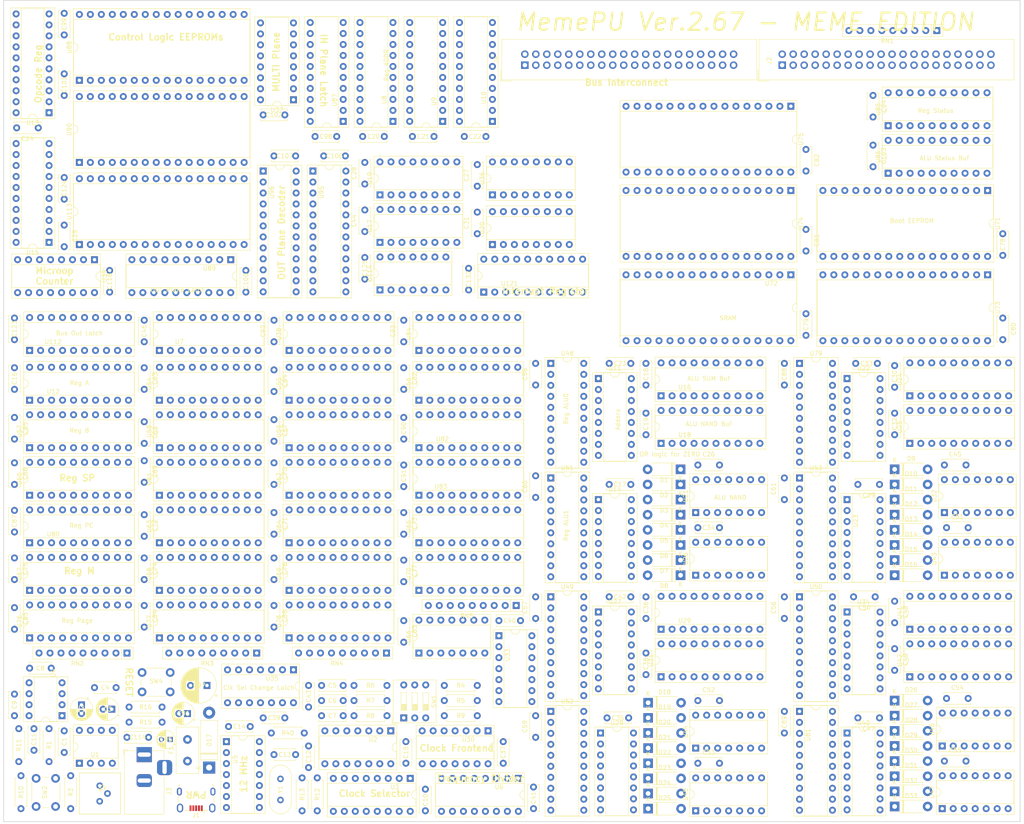
<source format=kicad_pcb>
(kicad_pcb (version 20171130) (host pcbnew "(6.0.0-rc1-dev-521-gd4e435928)")
  (layers (0 F.Cu signal) (31 B.Cu signal) (34 B.Paste user) (35 F.Paste user) (36 B.SilkS user) (37 F.SilkS user) (38 B.Mask user) (39 F.Mask user) (44 Edge.Cuts user))
  (net 0 "")
  (net 1 VCC)
  (net 2 GND)
  (net 3 /Clock/AC_TR)
  (net 4 "Net-(C4-Pad1)")
  (net 5 "Net-(C5-Pad2)")
  (net 6 "Net-(C6-Pad2)")
  (net 7 "Net-(C7-Pad2)")
  (net 8 "Net-(C8-Pad1)")
  (net 9 "Net-(C11-Pad2)")
  (net 10 "Net-(C12-Pad1)")
  (net 11 "Net-(C13-Pad1)")
  (net 12 "Net-(R1-Pad2)")
  (net 13 "Net-(R4-Pad2)")
  (net 14 "Net-(R10-Pad1)")
  (net 15 "Net-(R12-Pad1)")
  (net 16 /Clock/ADJ_CLK)
  (net 17 /Clock/BTN_CLK)
  (net 18 "Net-(R5-Pad2)")
  (net 19 "Net-(R8-Pad2)")
  (net 20 /BUS0)
  (net 21 /BUS1)
  (net 22 /BUS2)
  (net 23 /BUS3)
  (net 24 /BUS4)
  (net 25 /BUS5)
  (net 26 /BUS6)
  (net 27 /BUS7)
  (net 28 "Net-(R15-Pad1)")
  (net 29 "Net-(C39-Pad1)")
  (net 30 "Net-(R40-Pad2)")
  (net 31 /Clock/SEL2)
  (net 32 /Clock/SEL1)
  (net 33 "Net-(U2-Pad10)")
  (net 34 /Clock/SEL0)
  (net 35 /Clock/12MHZ_CLK)
  (net 36 /Clock/PRE_CLK)
  (net 37 /Clock/6MHZ_CLK)
  (net 38 /Clock/3MHZ_CLK)
  (net 39 /Clock/1.5MHZ_CLK)
  (net 40 "Net-(U30-Pad6)")
  (net 41 "Net-(U30-Pad8)")
  (net 42 "Net-(U30-Pad3)")
  (net 43 "Net-(U30-Pad11)")
  (net 44 "Net-(U35-Pad11)")
  (net 45 /~RESET)
  (net 46 /CLK)
  (net 47 "Net-(F1-Pad1)")
  (net 48 "/Control Logic/OUT plane decoder/~S4")
  (net 49 "/Control Logic/CTRL7")
  (net 50 "/Control Logic/CTRL6")
  (net 51 "/Control Logic/CTRL5")
  (net 52 "/Control Logic/CTRL4")
  (net 53 "/Control Logic/CTRL3")
  (net 54 "/Control Logic/CTRL2")
  (net 55 "/Control Logic/CTRL1")
  (net 56 "/Control Logic/CTRL0")
  (net 57 "/Control Logic/CTRL8")
  (net 58 "/Control Logic/CTRL9")
  (net 59 "/Control Logic/CTRL10")
  (net 60 "/Control Logic/CTRL11")
  (net 61 "/Control Logic/CTRL12")
  (net 62 "/Control Logic/CTRL13")
  (net 63 "/Control Logic/CTRL14")
  (net 64 "/Control Logic/CTRL15")
  (net 65 "/Control Logic/~RESET_UOP_COUNT_NCLK")
  (net 66 "Net-(C114-Pad2)")
  (net 67 /INT0)
  (net 68 /~CLK)
  (net 69 /~STATUS_OUT_NCLK)
  (net 70 /A_IN_CLK)
  (net 71 /~A_OUT_NCLK)
  (net 72 /B_IN_CLK)
  (net 73 /~B_OUT_NCLK)
  (net 74 /M0_IN_CLK)
  (net 75 /M1_IN_CLK)
  (net 76 /M2_IN_CLK)
  (net 77 /~MMU_OUT_NCLK)
  (net 78 "/Control Logic/CTRL_IN0")
  (net 79 "/Control Logic/CTRL_IN1")
  (net 80 "/Control Logic/CTRL_IN2")
  (net 81 "/Control Logic/CTRL_IN3")
  (net 82 "/Control Logic/CTRL_IN4")
  (net 83 "/Control Logic/CTRL_MULTI0")
  (net 84 "/Control Logic/CTRL_MULTI1")
  (net 85 "/Control Logic/CTRL_MULTI2")
  (net 86 "/Control Logic/MICROOP2")
  (net 87 "/Control Logic/MICROOP1")
  (net 88 "/Control Logic/OP0")
  (net 89 "/Control Logic/OP8")
  (net 90 "/Control Logic/OP1")
  (net 91 "/Control Logic/OP9")
  (net 92 "/Control Logic/OP2")
  (net 93 "/Control Logic/OP11")
  (net 94 "/Control Logic/OP3")
  (net 95 "/Control Logic/OP4")
  (net 96 "/Control Logic/OP10")
  (net 97 "/Control Logic/OP5")
  (net 98 "/Control Logic/OP6")
  (net 99 "/Control Logic/OP7")
  (net 100 "/Control Logic/MICROOP0")
  (net 101 "/Control Logic/MICROOP3")
  (net 102 "/Control Logic/CTRL_OUT4")
  (net 103 "/Control Logic/CTRL_OUT3")
  (net 104 "/Control Logic/CTRL_OUT2")
  (net 105 "/Control Logic/CTRL_OUT1")
  (net 106 "/Control Logic/CTRL_OUT0")
  (net 107 /~RESET_NCLK)
  (net 108 "/Control Logic/CTRL16")
  (net 109 "/Control Logic/CTRL17")
  (net 110 "/Control Logic/CTRL18")
  (net 111 "/Control Logic/CTRL19")
  (net 112 "/Control Logic/CTRL20")
  (net 113 "/Control Logic/CTRL21")
  (net 114 "/Control Logic/CTRL22")
  (net 115 "/Control Logic/CTRL23")
  (net 116 /INT1)
  (net 117 /INT2)
  (net 118 /INT3)
  (net 119 /INT4)
  (net 120 /INT5)
  (net 121 /INT6)
  (net 122 /INT7)
  (net 123 "Net-(R2-Pad1)")
  (net 124 /~MMU_IN_CLK)
  (net 125 /~INT_OUT_NCLK)
  (net 126 /Clock/187KHZ_CLK)
  (net 127 "Net-(U2-Pad12)")
  (net 128 "/Control Logic/OPCODE0_IN_CLK")
  (net 129 "/Control Logic/OPCODE1_IN_CLK")
  (net 130 "/Control Logic/IN decoder/~S4")
  (net 131 "/Control Logic/MMU_IN_CLK")
  (net 132 "/Control Logic/MICROOP4")
  (net 133 /INT_IN_CLK)
  (net 134 /BUS8)
  (net 135 /BUS9)
  (net 136 /BUS10)
  (net 137 /BUS11)
  (net 138 /BUS12)
  (net 139 /BUS13)
  (net 140 /BUS14)
  (net 141 /BUS15)
  (net 142 /BUS16)
  (net 143 /BUS17)
  (net 144 /BUS18)
  (net 145 /BUS19)
  (net 146 /BUS20)
  (net 147 /BUS21)
  (net 148 /BUS22)
  (net 149 /BUS23)
  (net 150 /BUS24)
  (net 151 /BUS25)
  (net 152 /ADDR13)
  (net 153 /ADDR12)
  (net 154 /ADDR11)
  (net 155 /ADDR10)
  (net 156 /ADDR9)
  (net 157 /ADDR8)
  (net 158 /ADDR7)
  (net 159 /ADDR6)
  (net 160 /ADDR5)
  (net 161 /ADDR4)
  (net 162 /ADDR23)
  (net 163 /ADDR3)
  (net 164 /ADDR22)
  (net 165 /ADDR2)
  (net 166 /ADDR21)
  (net 167 /ADDR1)
  (net 168 /ADDR20)
  (net 169 /ADDR0)
  (net 170 /ADDR19)
  (net 171 /BUS31)
  (net 172 /ADDR18)
  (net 173 /BUS30)
  (net 174 /ADDR17)
  (net 175 /BUS29)
  (net 176 /ADDR16)
  (net 177 /BUS28)
  (net 178 /ADDR15)
  (net 179 /BUS27)
  (net 180 /ADDR14)
  (net 181 /BUS26)
  (net 182 /Clock/47_KHZ_CLK)
  (net 183 /ADDR_IN_CLK)
  (net 184 /ALU/B2)
  (net 185 /ALU/A2)
  (net 186 /ALU/B0)
  (net 187 /ALU/SUM2)
  (net 188 /ALU/A0)
  (net 189 /ALU/A3)
  (net 190 /ALU/SUM0)
  (net 191 /ALU/B3)
  (net 192 /ALU/A1)
  (net 193 /ALU/SUM3)
  (net 194 /ALU/B1)
  (net 195 /ALU/CARRY0)
  (net 196 /ALU/SUM1)
  (net 197 /ALU/B6)
  (net 198 /ALU/A6)
  (net 199 /ALU/B4)
  (net 200 /ALU/SUM6)
  (net 201 /ALU/A4)
  (net 202 /ALU/A7)
  (net 203 /ALU/SUM4)
  (net 204 /ALU/B7)
  (net 205 /ALU/A5)
  (net 206 /ALU/SUM7)
  (net 207 /ALU/B5)
  (net 208 /ALU/CARRY1)
  (net 209 /ALU/SUM5)
  (net 210 "/Control Logic/OP13")
  (net 211 "/Control Logic/OP12")
  (net 212 /~SUM_OUT_NCLK)
  (net 213 /SP_IN_CLK)
  (net 214 /PC_IN_CLK)
  (net 215 /ALU0_IN_CLK)
  (net 216 /ALU1_IN_CLK)
  (net 217 /ALU/NAND0)
  (net 218 /ALU/NAND1)
  (net 219 /ALU/NAND2)
  (net 220 /ALU/NAND3)
  (net 221 /ALU/NAND4)
  (net 222 /ALU/NAND5)
  (net 223 /ALU/NAND6)
  (net 224 /ALU/NAND7)
  (net 225 /~NAND_OUT_NCLK)
  (net 226 /M_IN_CLK)
  (net 227 /M3_IN_CLK)
  (net 228 /PAGE_IN_CLK)
  (net 229 /ALU/B10)
  (net 230 /ALU/A10)
  (net 231 /ALU/B8)
  (net 232 /ALU/SUM10)
  (net 233 /ALU/A8)
  (net 234 /ALU/A11)
  (net 235 /ALU/SUM8)
  (net 236 /ALU/B11)
  (net 237 /ALU/A9)
  (net 238 /ALU/SUM11)
  (net 239 /ALU/B9)
  (net 240 /ALU/CARRY2)
  (net 241 /ALU/SUM9)
  (net 242 /ALU/SUM13)
  (net 243 /ALU/CARRY3)
  (net 244 /ALU/B13)
  (net 245 /ALU/SUM15)
  (net 246 /ALU/A13)
  (net 247 /ALU/B15)
  (net 248 /ALU/SUM12)
  (net 249 /ALU/A15)
  (net 250 /ALU/A12)
  (net 251 /ALU/SUM14)
  (net 252 /ALU/B12)
  (net 253 /ALU/A14)
  (net 254 /ALU/B14)
  (net 255 /ALU/NAND15)
  (net 256 /ALU/NAND14)
  (net 257 /ALU/NAND13)
  (net 258 /ALU/NAND12)
  (net 259 /ALU/NAND11)
  (net 260 /ALU/NAND10)
  (net 261 /ALU/NAND9)
  (net 262 /ALU/NAND8)
  (net 263 /ALU/B18)
  (net 264 /ALU/A18)
  (net 265 /ALU/B16)
  (net 266 /ALU/SUM18)
  (net 267 /ALU/A16)
  (net 268 /ALU/A19)
  (net 269 /ALU/SUM16)
  (net 270 /ALU/B19)
  (net 271 /ALU/A17)
  (net 272 /ALU/SUM19)
  (net 273 /ALU/B17)
  (net 274 /ALU/CARRY4)
  (net 275 /ALU/SUM17)
  (net 276 /ALU/B22)
  (net 277 /ALU/A22)
  (net 278 /ALU/B20)
  (net 279 /ALU/SUM22)
  (net 280 /ALU/A20)
  (net 281 /ALU/A23)
  (net 282 /ALU/SUM20)
  (net 283 /ALU/B23)
  (net 284 /ALU/A21)
  (net 285 /ALU/SUM23)
  (net 286 /ALU/B21)
  (net 287 /ALU/CARRY5)
  (net 288 /ALU/SUM21)
  (net 289 /ALU/NAND23)
  (net 290 /ALU/NAND22)
  (net 291 /ALU/NAND21)
  (net 292 /ALU/NAND20)
  (net 293 /ALU/NAND19)
  (net 294 /ALU/NAND18)
  (net 295 /ALU/NAND17)
  (net 296 /ALU/NAND16)
  (net 297 /ALU/B26)
  (net 298 /ALU/A26)
  (net 299 /ALU/B24)
  (net 300 /ALU/SUM26)
  (net 301 /ALU/A24)
  (net 302 /ALU/A27)
  (net 303 /ALU/SUM24)
  (net 304 /ALU/B27)
  (net 305 /ALU/A25)
  (net 306 /ALU/SUM27)
  (net 307 /ALU/B25)
  (net 308 /ALU/CARRY6)
  (net 309 /ALU/SUM25)
  (net 310 /ALU/B30)
  (net 311 /ALU/A30)
  (net 312 /ALU/B28)
  (net 313 /ALU/SUM30)
  (net 314 /ALU/A28)
  (net 315 /ALU/A31)
  (net 316 /ALU/SUM28)
  (net 317 /ALU/B31)
  (net 318 /ALU/A29)
  (net 319 /ALU/SUM31)
  (net 320 /ALU/B29)
  (net 321 /ALU/CARRY_OUT)
  (net 322 /ALU/SUM29)
  (net 323 /ALU/NAND31)
  (net 324 /ALU/NAND30)
  (net 325 /ALU/NAND29)
  (net 326 /ALU/NAND28)
  (net 327 /ALU/NAND27)
  (net 328 /ALU/NAND26)
  (net 329 /ALU/NAND25)
  (net 330 /ALU/NAND24)
  (net 331 /~SP_OUT_NCLK)
  (net 332 /~PC_OUT_NCLK)
  (net 333 "/Registers/Register M/REG_IN1_OR")
  (net 334 "/Registers/Register M/REG_IN3_OR")
  (net 335 "/Registers/Register M/REG_IN0_OR")
  (net 336 "/Registers/Register M/REG_IN2_OR")
  (net 337 /~M_OUT_NCLK)
  (net 338 /~EEPROM_OUT_NCLK)
  (net 339 /~PAGE_OUT_NCLK)
  (net 340 "/Control Logic/~BUS0_OUT_NCLK")
  (net 341 "/Control Logic/~BUS1_OUT_NCLK")
  (net 342 "/Control Logic/~BUS2_OUT_NCLK")
  (net 343 "/Control Logic/~BUS3_OUT_NCLK")
  (net 344 "Net-(D1-Pad1)")
  (net 345 /ALU/ZERO_OUT)
  (net 346 /CARRY_IN)
  (net 347 /STATUS_IN_CLK)
  (net 348 /~ALU_STATUS_OUT_NCLK)
  (module Capacitor_THT:C_Disc_D6.0mm_W2.5mm_P5.00mm (layer F.Cu) (at 211.5 43.5 270)
    (fp_text reference C103 (at 2.5 -2.5 270) (layer F.SilkS))
    (fp_text value 0.1uF)
    (pad 1 thru_hole circle (at 0 0 270) (size 1.6 1.6) (drill 0.8) (layers *.Cu *.Mask) (net 1 VCC))
    (pad 2 thru_hole circle (at 5 0 270) (size 1.6 1.6) (drill 0.8) (layers *.Cu *.Mask) (net 2 GND))
  )
  (module Package_DIP:DIP-20_W7.62mm_Socket (layer F.Cu) (at 215 50 90)
    (fp_text reference U86 (at 3.81 -2.33 90) (layer F.SilkS))
    (fp_text value 74HC245)
    (pad 1 thru_hole rect (at 0 0 90) (size 1.6 1.6) (drill 0.8) (layers *.Cu *.Mask) (net 1 VCC))
    (pad 11 thru_hole oval (at 7.62 22.86 90) (size 1.6 1.6) (drill 0.8) (layers *.Cu *.Mask) (net 27 /BUS7))
    (pad 2 thru_hole oval (at 0 2.54 90) (size 1.6 1.6) (drill 0.8) (layers *.Cu *.Mask) (net 321 /ALU/CARRY_OUT))
    (pad 12 thru_hole oval (at 7.62 20.32 90) (size 1.6 1.6) (drill 0.8) (layers *.Cu *.Mask) (net 26 /BUS6))
    (pad 3 thru_hole oval (at 0 5.08 90) (size 1.6 1.6) (drill 0.8) (layers *.Cu *.Mask) (net 345 /ALU/ZERO_OUT))
    (pad 13 thru_hole oval (at 7.62 17.78 90) (size 1.6 1.6) (drill 0.8) (layers *.Cu *.Mask) (net 25 /BUS5))
    (pad 4 thru_hole oval (at 0 7.62 90) (size 1.6 1.6) (drill 0.8) (layers *.Cu *.Mask) (net 2 GND))
    (pad 14 thru_hole oval (at 7.62 15.24 90) (size 1.6 1.6) (drill 0.8) (layers *.Cu *.Mask) (net 24 /BUS4))
    (pad 5 thru_hole oval (at 0 10.16 90) (size 1.6 1.6) (drill 0.8) (layers *.Cu *.Mask) (net 2 GND))
    (pad 15 thru_hole oval (at 7.62 12.7 90) (size 1.6 1.6) (drill 0.8) (layers *.Cu *.Mask) (net 23 /BUS3))
    (pad 6 thru_hole oval (at 0 12.7 90) (size 1.6 1.6) (drill 0.8) (layers *.Cu *.Mask) (net 2 GND))
    (pad 16 thru_hole oval (at 7.62 10.16 90) (size 1.6 1.6) (drill 0.8) (layers *.Cu *.Mask) (net 22 /BUS2))
    (pad 7 thru_hole oval (at 0 15.24 90) (size 1.6 1.6) (drill 0.8) (layers *.Cu *.Mask) (net 2 GND))
    (pad 17 thru_hole oval (at 7.62 7.62 90) (size 1.6 1.6) (drill 0.8) (layers *.Cu *.Mask) (net 21 /BUS1))
    (pad 8 thru_hole oval (at 0 17.78 90) (size 1.6 1.6) (drill 0.8) (layers *.Cu *.Mask) (net 2 GND))
    (pad 18 thru_hole oval (at 7.62 5.08 90) (size 1.6 1.6) (drill 0.8) (layers *.Cu *.Mask) (net 20 /BUS0))
    (pad 9 thru_hole oval (at 0 20.32 90) (size 1.6 1.6) (drill 0.8) (layers *.Cu *.Mask) (net 2 GND))
    (pad 19 thru_hole oval (at 7.62 2.54 90) (size 1.6 1.6) (drill 0.8) (layers *.Cu *.Mask) (net 348 /~ALU_STATUS_OUT_NCLK))
    (pad 10 thru_hole oval (at 0 22.86 90) (size 1.6 1.6) (drill 0.8) (layers *.Cu *.Mask) (net 2 GND))
    (pad 20 thru_hole oval (at 7.62 0 90) (size 1.6 1.6) (drill 0.8) (layers *.Cu *.Mask) (net 1 VCC))
  )
  (module Resistor_THT:R_Array_SIP9 (layer F.Cu) (at 39 161 180)
    (fp_text reference RN2 (at 11.43 -2.4 180) (layer F.SilkS))
    (fp_text value 100K)
    (pad 9 thru_hole oval (at 20.32 0 180) (size 1.6 1.6) (drill 0.8) (layers *.Cu *.Mask) (net 20 /BUS0))
    (pad 8 thru_hole oval (at 17.78 0 180) (size 1.6 1.6) (drill 0.8) (layers *.Cu *.Mask) (net 21 /BUS1))
    (pad 7 thru_hole oval (at 15.24 0 180) (size 1.6 1.6) (drill 0.8) (layers *.Cu *.Mask) (net 22 /BUS2))
    (pad 6 thru_hole oval (at 12.7 0 180) (size 1.6 1.6) (drill 0.8) (layers *.Cu *.Mask) (net 23 /BUS3))
    (pad 5 thru_hole oval (at 10.16 0 180) (size 1.6 1.6) (drill 0.8) (layers *.Cu *.Mask) (net 24 /BUS4))
    (pad 4 thru_hole oval (at 7.62 0 180) (size 1.6 1.6) (drill 0.8) (layers *.Cu *.Mask) (net 25 /BUS5))
    (pad 3 thru_hole oval (at 5.08 0 180) (size 1.6 1.6) (drill 0.8) (layers *.Cu *.Mask) (net 26 /BUS6))
    (pad 2 thru_hole oval (at 2.54 0 180) (size 1.6 1.6) (drill 0.8) (layers *.Cu *.Mask) (net 27 /BUS7))
    (pad 1 thru_hole rect (at 0 0 180) (size 1.6 1.6) (drill 0.8) (layers *.Cu *.Mask) (net 2 GND))
  )
  (module Resistor_THT:R_Array_SIP9 (layer F.Cu) (at 129 150 180)
    (fp_text reference RN5 (at 11.43 -2.4 180) (layer F.SilkS))
    (fp_text value 100K)
    (pad 1 thru_hole rect (at 0 0 180) (size 1.6 1.6) (drill 0.8) (layers *.Cu *.Mask) (net 2 GND))
    (pad 2 thru_hole oval (at 2.54 0 180) (size 1.6 1.6) (drill 0.8) (layers *.Cu *.Mask) (net 171 /BUS31))
    (pad 3 thru_hole oval (at 5.08 0 180) (size 1.6 1.6) (drill 0.8) (layers *.Cu *.Mask) (net 173 /BUS30))
    (pad 4 thru_hole oval (at 7.62 0 180) (size 1.6 1.6) (drill 0.8) (layers *.Cu *.Mask) (net 175 /BUS29))
    (pad 5 thru_hole oval (at 10.16 0 180) (size 1.6 1.6) (drill 0.8) (layers *.Cu *.Mask) (net 177 /BUS28))
    (pad 6 thru_hole oval (at 12.7 0 180) (size 1.6 1.6) (drill 0.8) (layers *.Cu *.Mask) (net 179 /BUS27))
    (pad 7 thru_hole oval (at 15.24 0 180) (size 1.6 1.6) (drill 0.8) (layers *.Cu *.Mask) (net 181 /BUS26))
    (pad 8 thru_hole oval (at 17.78 0 180) (size 1.6 1.6) (drill 0.8) (layers *.Cu *.Mask) (net 151 /BUS25))
    (pad 9 thru_hole oval (at 20.32 0 180) (size 1.6 1.6) (drill 0.8) (layers *.Cu *.Mask) (net 150 /BUS24))
  )
  (module Resistor_THT:R_Array_SIP9 (layer F.Cu) (at 99 161 180)
    (fp_text reference RN4 (at 11.43 -2.4 180) (layer F.SilkS))
    (fp_text value 100K)
    (pad 9 thru_hole oval (at 20.32 0 180) (size 1.6 1.6) (drill 0.8) (layers *.Cu *.Mask) (net 142 /BUS16))
    (pad 8 thru_hole oval (at 17.78 0 180) (size 1.6 1.6) (drill 0.8) (layers *.Cu *.Mask) (net 143 /BUS17))
    (pad 7 thru_hole oval (at 15.24 0 180) (size 1.6 1.6) (drill 0.8) (layers *.Cu *.Mask) (net 144 /BUS18))
    (pad 6 thru_hole oval (at 12.7 0 180) (size 1.6 1.6) (drill 0.8) (layers *.Cu *.Mask) (net 145 /BUS19))
    (pad 5 thru_hole oval (at 10.16 0 180) (size 1.6 1.6) (drill 0.8) (layers *.Cu *.Mask) (net 146 /BUS20))
    (pad 4 thru_hole oval (at 7.62 0 180) (size 1.6 1.6) (drill 0.8) (layers *.Cu *.Mask) (net 147 /BUS21))
    (pad 3 thru_hole oval (at 5.08 0 180) (size 1.6 1.6) (drill 0.8) (layers *.Cu *.Mask) (net 148 /BUS22))
    (pad 2 thru_hole oval (at 2.54 0 180) (size 1.6 1.6) (drill 0.8) (layers *.Cu *.Mask) (net 149 /BUS23))
    (pad 1 thru_hole rect (at 0 0 180) (size 1.6 1.6) (drill 0.8) (layers *.Cu *.Mask) (net 2 GND))
  )
  (module Resistor_THT:R_Array_SIP9 (layer F.Cu) (at 69 161 180)
    (fp_text reference RN3 (at 11.43 -2.4 180) (layer F.SilkS))
    (fp_text value 100K)
    (pad 1 thru_hole rect (at 0 0 180) (size 1.6 1.6) (drill 0.8) (layers *.Cu *.Mask) (net 2 GND))
    (pad 2 thru_hole oval (at 2.54 0 180) (size 1.6 1.6) (drill 0.8) (layers *.Cu *.Mask) (net 141 /BUS15))
    (pad 3 thru_hole oval (at 5.08 0 180) (size 1.6 1.6) (drill 0.8) (layers *.Cu *.Mask) (net 140 /BUS14))
    (pad 4 thru_hole oval (at 7.62 0 180) (size 1.6 1.6) (drill 0.8) (layers *.Cu *.Mask) (net 139 /BUS13))
    (pad 5 thru_hole oval (at 10.16 0 180) (size 1.6 1.6) (drill 0.8) (layers *.Cu *.Mask) (net 138 /BUS12))
    (pad 6 thru_hole oval (at 12.7 0 180) (size 1.6 1.6) (drill 0.8) (layers *.Cu *.Mask) (net 137 /BUS11))
    (pad 7 thru_hole oval (at 15.24 0 180) (size 1.6 1.6) (drill 0.8) (layers *.Cu *.Mask) (net 136 /BUS10))
    (pad 8 thru_hole oval (at 17.78 0 180) (size 1.6 1.6) (drill 0.8) (layers *.Cu *.Mask) (net 135 /BUS9))
    (pad 9 thru_hole oval (at 20.32 0 180) (size 1.6 1.6) (drill 0.8) (layers *.Cu *.Mask) (net 134 /BUS8))
  )
  (module Package_DIP:DIP-20_W7.62mm_Socket (layer F.Cu) (at 215 39 90)
    (fp_text reference U85 (at 3.81 -2.33 90) (layer F.SilkS))
    (fp_text value 74HCT574)
    (pad 20 thru_hole oval (at 7.62 0 90) (size 1.6 1.6) (drill 0.8) (layers *.Cu *.Mask) (net 1 VCC))
    (pad 10 thru_hole oval (at 0 22.86 90) (size 1.6 1.6) (drill 0.8) (layers *.Cu *.Mask) (net 2 GND))
    (pad 19 thru_hole oval (at 7.62 2.54 90) (size 1.6 1.6) (drill 0.8) (layers *.Cu *.Mask) (net 20 /BUS0))
    (pad 9 thru_hole oval (at 0 20.32 90) (size 1.6 1.6) (drill 0.8) (layers *.Cu *.Mask) (net 27 /BUS7))
    (pad 18 thru_hole oval (at 7.62 5.08 90) (size 1.6 1.6) (drill 0.8) (layers *.Cu *.Mask) (net 21 /BUS1))
    (pad 8 thru_hole oval (at 0 17.78 90) (size 1.6 1.6) (drill 0.8) (layers *.Cu *.Mask) (net 26 /BUS6))
    (pad 17 thru_hole oval (at 7.62 7.62 90) (size 1.6 1.6) (drill 0.8) (layers *.Cu *.Mask) (net 22 /BUS2))
    (pad 7 thru_hole oval (at 0 15.24 90) (size 1.6 1.6) (drill 0.8) (layers *.Cu *.Mask) (net 25 /BUS5))
    (pad 16 thru_hole oval (at 7.62 10.16 90) (size 1.6 1.6) (drill 0.8) (layers *.Cu *.Mask) (net 23 /BUS3))
    (pad 6 thru_hole oval (at 0 12.7 90) (size 1.6 1.6) (drill 0.8) (layers *.Cu *.Mask) (net 24 /BUS4))
    (pad 15 thru_hole oval (at 7.62 12.7 90) (size 1.6 1.6) (drill 0.8) (layers *.Cu *.Mask) (net 24 /BUS4))
    (pad 5 thru_hole oval (at 0 10.16 90) (size 1.6 1.6) (drill 0.8) (layers *.Cu *.Mask) (net 23 /BUS3))
    (pad 14 thru_hole oval (at 7.62 15.24 90) (size 1.6 1.6) (drill 0.8) (layers *.Cu *.Mask) (net 25 /BUS5))
    (pad 4 thru_hole oval (at 0 7.62 90) (size 1.6 1.6) (drill 0.8) (layers *.Cu *.Mask) (net 22 /BUS2))
    (pad 13 thru_hole oval (at 7.62 17.78 90) (size 1.6 1.6) (drill 0.8) (layers *.Cu *.Mask) (net 26 /BUS6))
    (pad 3 thru_hole oval (at 0 5.08 90) (size 1.6 1.6) (drill 0.8) (layers *.Cu *.Mask) (net 21 /BUS1))
    (pad 12 thru_hole oval (at 7.62 20.32 90) (size 1.6 1.6) (drill 0.8) (layers *.Cu *.Mask) (net 27 /BUS7))
    (pad 2 thru_hole oval (at 0 2.54 90) (size 1.6 1.6) (drill 0.8) (layers *.Cu *.Mask) (net 20 /BUS0))
    (pad 11 thru_hole oval (at 7.62 22.86 90) (size 1.6 1.6) (drill 0.8) (layers *.Cu *.Mask) (net 347 /STATUS_IN_CLK))
    (pad 1 thru_hole rect (at 0 0 90) (size 1.6 1.6) (drill 0.8) (layers *.Cu *.Mask) (net 69 /~STATUS_OUT_NCLK))
  )
  (module Package_DIP:DIP-20_W7.62mm_Socket (layer F.Cu) (at 106.5 91 90)
    (fp_text reference U84 (at 3.81 -2.33 90) (layer F.SilkS))
    (fp_text value 74LS574)
    (pad 20 thru_hole oval (at 7.62 0 90) (size 1.6 1.6) (drill 0.8) (layers *.Cu *.Mask) (net 1 VCC))
    (pad 10 thru_hole oval (at 0 22.86 90) (size 1.6 1.6) (drill 0.8) (layers *.Cu *.Mask) (net 2 GND))
    (pad 19 thru_hole oval (at 7.62 2.54 90) (size 1.6 1.6) (drill 0.8) (layers *.Cu *.Mask) (net 150 /BUS24))
    (pad 9 thru_hole oval (at 0 20.32 90) (size 1.6 1.6) (drill 0.8) (layers *.Cu *.Mask) (net 115 "/Control Logic/CTRL23"))
    (pad 18 thru_hole oval (at 7.62 5.08 90) (size 1.6 1.6) (drill 0.8) (layers *.Cu *.Mask) (net 151 /BUS25))
    (pad 8 thru_hole oval (at 0 17.78 90) (size 1.6 1.6) (drill 0.8) (layers *.Cu *.Mask) (net 114 "/Control Logic/CTRL22"))
    (pad 17 thru_hole oval (at 7.62 7.62 90) (size 1.6 1.6) (drill 0.8) (layers *.Cu *.Mask) (net 181 /BUS26))
    (pad 7 thru_hole oval (at 0 15.24 90) (size 1.6 1.6) (drill 0.8) (layers *.Cu *.Mask) (net 113 "/Control Logic/CTRL21"))
    (pad 16 thru_hole oval (at 7.62 10.16 90) (size 1.6 1.6) (drill 0.8) (layers *.Cu *.Mask) (net 179 /BUS27))
    (pad 6 thru_hole oval (at 0 12.7 90) (size 1.6 1.6) (drill 0.8) (layers *.Cu *.Mask) (net 112 "/Control Logic/CTRL20"))
    (pad 15 thru_hole oval (at 7.62 12.7 90) (size 1.6 1.6) (drill 0.8) (layers *.Cu *.Mask) (net 177 /BUS28))
    (pad 5 thru_hole oval (at 0 10.16 90) (size 1.6 1.6) (drill 0.8) (layers *.Cu *.Mask) (net 111 "/Control Logic/CTRL19"))
    (pad 14 thru_hole oval (at 7.62 15.24 90) (size 1.6 1.6) (drill 0.8) (layers *.Cu *.Mask) (net 175 /BUS29))
    (pad 4 thru_hole oval (at 0 7.62 90) (size 1.6 1.6) (drill 0.8) (layers *.Cu *.Mask) (net 110 "/Control Logic/CTRL18"))
    (pad 13 thru_hole oval (at 7.62 17.78 90) (size 1.6 1.6) (drill 0.8) (layers *.Cu *.Mask) (net 173 /BUS30))
    (pad 3 thru_hole oval (at 0 5.08 90) (size 1.6 1.6) (drill 0.8) (layers *.Cu *.Mask) (net 109 "/Control Logic/CTRL17"))
    (pad 12 thru_hole oval (at 7.62 20.32 90) (size 1.6 1.6) (drill 0.8) (layers *.Cu *.Mask) (net 171 /BUS31))
    (pad 2 thru_hole oval (at 0 2.54 90) (size 1.6 1.6) (drill 0.8) (layers *.Cu *.Mask) (net 108 "/Control Logic/CTRL16"))
    (pad 11 thru_hole oval (at 7.62 22.86 90) (size 1.6 1.6) (drill 0.8) (layers *.Cu *.Mask) (net 68 /~CLK))
    (pad 1 thru_hole rect (at 0 0 90) (size 1.6 1.6) (drill 0.8) (layers *.Cu *.Mask) (net 343 "/Control Logic/~BUS3_OUT_NCLK"))
  )
  (module Package_DIP:DIP-20_W7.62mm_Socket (layer F.Cu) (at 76.5 91 90)
    (fp_text reference U38 (at 3.81 -2.33 90) (layer F.SilkS))
    (fp_text value 74LS574)
    (pad 20 thru_hole oval (at 7.62 0 90) (size 1.6 1.6) (drill 0.8) (layers *.Cu *.Mask) (net 1 VCC))
    (pad 10 thru_hole oval (at 0 22.86 90) (size 1.6 1.6) (drill 0.8) (layers *.Cu *.Mask) (net 2 GND))
    (pad 19 thru_hole oval (at 7.62 2.54 90) (size 1.6 1.6) (drill 0.8) (layers *.Cu *.Mask) (net 142 /BUS16))
    (pad 9 thru_hole oval (at 0 20.32 90) (size 1.6 1.6) (drill 0.8) (layers *.Cu *.Mask) (net 115 "/Control Logic/CTRL23"))
    (pad 18 thru_hole oval (at 7.62 5.08 90) (size 1.6 1.6) (drill 0.8) (layers *.Cu *.Mask) (net 143 /BUS17))
    (pad 8 thru_hole oval (at 0 17.78 90) (size 1.6 1.6) (drill 0.8) (layers *.Cu *.Mask) (net 114 "/Control Logic/CTRL22"))
    (pad 17 thru_hole oval (at 7.62 7.62 90) (size 1.6 1.6) (drill 0.8) (layers *.Cu *.Mask) (net 144 /BUS18))
    (pad 7 thru_hole oval (at 0 15.24 90) (size 1.6 1.6) (drill 0.8) (layers *.Cu *.Mask) (net 113 "/Control Logic/CTRL21"))
    (pad 16 thru_hole oval (at 7.62 10.16 90) (size 1.6 1.6) (drill 0.8) (layers *.Cu *.Mask) (net 145 /BUS19))
    (pad 6 thru_hole oval (at 0 12.7 90) (size 1.6 1.6) (drill 0.8) (layers *.Cu *.Mask) (net 112 "/Control Logic/CTRL20"))
    (pad 15 thru_hole oval (at 7.62 12.7 90) (size 1.6 1.6) (drill 0.8) (layers *.Cu *.Mask) (net 146 /BUS20))
    (pad 5 thru_hole oval (at 0 10.16 90) (size 1.6 1.6) (drill 0.8) (layers *.Cu *.Mask) (net 111 "/Control Logic/CTRL19"))
    (pad 14 thru_hole oval (at 7.62 15.24 90) (size 1.6 1.6) (drill 0.8) (layers *.Cu *.Mask) (net 147 /BUS21))
    (pad 4 thru_hole oval (at 0 7.62 90) (size 1.6 1.6) (drill 0.8) (layers *.Cu *.Mask) (net 110 "/Control Logic/CTRL18"))
    (pad 13 thru_hole oval (at 7.62 17.78 90) (size 1.6 1.6) (drill 0.8) (layers *.Cu *.Mask) (net 148 /BUS22))
    (pad 3 thru_hole oval (at 0 5.08 90) (size 1.6 1.6) (drill 0.8) (layers *.Cu *.Mask) (net 109 "/Control Logic/CTRL17"))
    (pad 12 thru_hole oval (at 7.62 20.32 90) (size 1.6 1.6) (drill 0.8) (layers *.Cu *.Mask) (net 149 /BUS23))
    (pad 2 thru_hole oval (at 0 2.54 90) (size 1.6 1.6) (drill 0.8) (layers *.Cu *.Mask) (net 108 "/Control Logic/CTRL16"))
    (pad 11 thru_hole oval (at 7.62 22.86 90) (size 1.6 1.6) (drill 0.8) (layers *.Cu *.Mask) (net 68 /~CLK))
    (pad 1 thru_hole rect (at 0 0 90) (size 1.6 1.6) (drill 0.8) (layers *.Cu *.Mask) (net 342 "/Control Logic/~BUS2_OUT_NCLK"))
  )
  (module Diode_THT:D_DO-41_SOD81_P7.62mm_Horizontal (layer F.Cu) (at 216.5 196.5)
    (fp_text reference D33 (at 3.81 -2.47) (layer F.SilkS))
    (fp_text value D)
    (fp_text user K (at 0 -2.1) (layer F.SilkS))
    (pad 2 thru_hole oval (at 7.62 0) (size 2.2 2.2) (drill 1.1) (layers *.Cu *.Mask) (net 315 /ALU/A31))
    (pad 1 thru_hole rect (at 0 0) (size 2.2 2.2) (drill 1.1) (layers *.Cu *.Mask) (net 344 "Net-(D1-Pad1)"))
  )
  (module Diode_THT:D_DO-41_SOD81_P7.62mm_Horizontal (layer F.Cu) (at 216.5 193)
    (fp_text reference D32 (at 3.81 -2.47) (layer F.SilkS))
    (fp_text value D)
    (fp_text user K (at 0 -2.1) (layer F.SilkS))
    (pad 2 thru_hole oval (at 7.62 0) (size 2.2 2.2) (drill 1.1) (layers *.Cu *.Mask) (net 311 /ALU/A30))
    (pad 1 thru_hole rect (at 0 0) (size 2.2 2.2) (drill 1.1) (layers *.Cu *.Mask) (net 344 "Net-(D1-Pad1)"))
  )
  (module Diode_THT:D_DO-41_SOD81_P7.62mm_Horizontal (layer F.Cu) (at 216.5 189.5)
    (fp_text reference D31 (at 3.81 -2.47) (layer F.SilkS))
    (fp_text value D)
    (fp_text user K (at 0 -2.1) (layer F.SilkS))
    (pad 2 thru_hole oval (at 7.62 0) (size 2.2 2.2) (drill 1.1) (layers *.Cu *.Mask) (net 318 /ALU/A29))
    (pad 1 thru_hole rect (at 0 0) (size 2.2 2.2) (drill 1.1) (layers *.Cu *.Mask) (net 344 "Net-(D1-Pad1)"))
  )
  (module Diode_THT:D_DO-41_SOD81_P7.62mm_Horizontal (layer F.Cu) (at 216.5 186)
    (fp_text reference D30 (at 3.81 -2.47) (layer F.SilkS))
    (fp_text value D)
    (fp_text user K (at 0 -2.1) (layer F.SilkS))
    (pad 2 thru_hole oval (at 7.62 0) (size 2.2 2.2) (drill 1.1) (layers *.Cu *.Mask) (net 314 /ALU/A28))
    (pad 1 thru_hole rect (at 0 0) (size 2.2 2.2) (drill 1.1) (layers *.Cu *.Mask) (net 344 "Net-(D1-Pad1)"))
  )
  (module Diode_THT:D_DO-41_SOD81_P7.62mm_Horizontal (layer F.Cu) (at 216.5 182.5)
    (fp_text reference D29 (at 3.81 -2.47) (layer F.SilkS))
    (fp_text value D)
    (fp_text user K (at 0 -2.1) (layer F.SilkS))
    (pad 2 thru_hole oval (at 7.62 0) (size 2.2 2.2) (drill 1.1) (layers *.Cu *.Mask) (net 302 /ALU/A27))
    (pad 1 thru_hole rect (at 0 0) (size 2.2 2.2) (drill 1.1) (layers *.Cu *.Mask) (net 344 "Net-(D1-Pad1)"))
  )
  (module Diode_THT:D_DO-41_SOD81_P7.62mm_Horizontal (layer F.Cu) (at 216.5 179)
    (fp_text reference D28 (at 3.81 -2.47) (layer F.SilkS))
    (fp_text value D)
    (fp_text user K (at 0 -2.1) (layer F.SilkS))
    (pad 2 thru_hole oval (at 7.62 0) (size 2.2 2.2) (drill 1.1) (layers *.Cu *.Mask) (net 298 /ALU/A26))
    (pad 1 thru_hole rect (at 0 0) (size 2.2 2.2) (drill 1.1) (layers *.Cu *.Mask) (net 344 "Net-(D1-Pad1)"))
  )
  (module Diode_THT:D_DO-41_SOD81_P7.62mm_Horizontal (layer F.Cu) (at 216.5 175.5)
    (fp_text reference D27 (at 3.81 -2.47) (layer F.SilkS))
    (fp_text value D)
    (fp_text user K (at 0 -2.1) (layer F.SilkS))
    (pad 2 thru_hole oval (at 7.62 0) (size 2.2 2.2) (drill 1.1) (layers *.Cu *.Mask) (net 305 /ALU/A25))
    (pad 1 thru_hole rect (at 0 0) (size 2.2 2.2) (drill 1.1) (layers *.Cu *.Mask) (net 344 "Net-(D1-Pad1)"))
  )
  (module Diode_THT:D_DO-41_SOD81_P7.62mm_Horizontal (layer F.Cu) (at 216.5 172)
    (fp_text reference D26 (at 3.81 -2.47) (layer F.SilkS))
    (fp_text value D)
    (fp_text user K (at 0 -2.1) (layer F.SilkS))
    (pad 2 thru_hole oval (at 7.62 0) (size 2.2 2.2) (drill 1.1) (layers *.Cu *.Mask) (net 301 /ALU/A24))
    (pad 1 thru_hole rect (at 0 0) (size 2.2 2.2) (drill 1.1) (layers *.Cu *.Mask) (net 344 "Net-(D1-Pad1)"))
  )
  (module Diode_THT:D_DO-41_SOD81_P7.62mm_Horizontal (layer F.Cu) (at 159.5 197)
    (fp_text reference D25 (at 3.81 -2.47) (layer F.SilkS))
    (fp_text value D)
    (fp_text user K (at 0 -2.1) (layer F.SilkS))
    (pad 2 thru_hole oval (at 7.62 0) (size 2.2 2.2) (drill 1.1) (layers *.Cu *.Mask) (net 281 /ALU/A23))
    (pad 1 thru_hole rect (at 0 0) (size 2.2 2.2) (drill 1.1) (layers *.Cu *.Mask) (net 344 "Net-(D1-Pad1)"))
  )
  (module Diode_THT:D_DO-41_SOD81_P7.62mm_Horizontal (layer F.Cu) (at 159.5 193.5)
    (fp_text reference D24 (at 3.81 -2.47) (layer F.SilkS))
    (fp_text value D)
    (fp_text user K (at 0 -2.1) (layer F.SilkS))
    (pad 2 thru_hole oval (at 7.62 0) (size 2.2 2.2) (drill 1.1) (layers *.Cu *.Mask) (net 277 /ALU/A22))
    (pad 1 thru_hole rect (at 0 0) (size 2.2 2.2) (drill 1.1) (layers *.Cu *.Mask) (net 344 "Net-(D1-Pad1)"))
  )
  (module Diode_THT:D_DO-41_SOD81_P7.62mm_Horizontal (layer F.Cu) (at 159.5 190)
    (fp_text reference D23 (at 3.81 -2.47) (layer F.SilkS))
    (fp_text value D)
    (fp_text user K (at 0 -2.1) (layer F.SilkS))
    (pad 2 thru_hole oval (at 7.62 0) (size 2.2 2.2) (drill 1.1) (layers *.Cu *.Mask) (net 284 /ALU/A21))
    (pad 1 thru_hole rect (at 0 0) (size 2.2 2.2) (drill 1.1) (layers *.Cu *.Mask) (net 344 "Net-(D1-Pad1)"))
  )
  (module Diode_THT:D_DO-41_SOD81_P7.62mm_Horizontal (layer F.Cu) (at 159.5 186.5)
    (fp_text reference D22 (at 3.81 -2.47) (layer F.SilkS))
    (fp_text value D)
    (fp_text user K (at 0 -2.1) (layer F.SilkS))
    (pad 2 thru_hole oval (at 7.62 0) (size 2.2 2.2) (drill 1.1) (layers *.Cu *.Mask) (net 280 /ALU/A20))
    (pad 1 thru_hole rect (at 0 0) (size 2.2 2.2) (drill 1.1) (layers *.Cu *.Mask) (net 344 "Net-(D1-Pad1)"))
  )
  (module Diode_THT:D_DO-41_SOD81_P7.62mm_Horizontal (layer F.Cu) (at 159.5 183)
    (fp_text reference D21 (at 3.81 -2.47) (layer F.SilkS))
    (fp_text value D)
    (fp_text user K (at 0 -2.1) (layer F.SilkS))
    (pad 2 thru_hole oval (at 7.62 0) (size 2.2 2.2) (drill 1.1) (layers *.Cu *.Mask) (net 268 /ALU/A19))
    (pad 1 thru_hole rect (at 0 0) (size 2.2 2.2) (drill 1.1) (layers *.Cu *.Mask) (net 344 "Net-(D1-Pad1)"))
  )
  (module Diode_THT:D_DO-41_SOD81_P7.62mm_Horizontal (layer F.Cu) (at 159.5 179.5)
    (fp_text reference D20 (at 3.81 -2.47) (layer F.SilkS))
    (fp_text value D)
    (fp_text user K (at 0 -2.1) (layer F.SilkS))
    (pad 2 thru_hole oval (at 7.62 0) (size 2.2 2.2) (drill 1.1) (layers *.Cu *.Mask) (net 264 /ALU/A18))
    (pad 1 thru_hole rect (at 0 0) (size 2.2 2.2) (drill 1.1) (layers *.Cu *.Mask) (net 344 "Net-(D1-Pad1)"))
  )
  (module Diode_THT:D_DO-41_SOD81_P7.62mm_Horizontal (layer F.Cu) (at 159.5 176)
    (fp_text reference D19 (at 3.81 -2.47) (layer F.SilkS))
    (fp_text value D)
    (fp_text user K (at 0 -2.1) (layer F.SilkS))
    (pad 2 thru_hole oval (at 7.62 0) (size 2.2 2.2) (drill 1.1) (layers *.Cu *.Mask) (net 271 /ALU/A17))
    (pad 1 thru_hole rect (at 0 0) (size 2.2 2.2) (drill 1.1) (layers *.Cu *.Mask) (net 344 "Net-(D1-Pad1)"))
  )
  (module Diode_THT:D_DO-41_SOD81_P7.62mm_Horizontal (layer F.Cu) (at 159.5 172.5)
    (fp_text reference D18 (at 3.81 -2.47) (layer F.SilkS))
    (fp_text value D)
    (fp_text user K (at 0 -2.1) (layer F.SilkS))
    (pad 2 thru_hole oval (at 7.62 0) (size 2.2 2.2) (drill 1.1) (layers *.Cu *.Mask) (net 267 /ALU/A16))
    (pad 1 thru_hole rect (at 0 0) (size 2.2 2.2) (drill 1.1) (layers *.Cu *.Mask) (net 344 "Net-(D1-Pad1)"))
  )
  (module Diode_THT:D_DO-41_SOD81_P7.62mm_Horizontal (layer F.Cu) (at 216.5 143)
    (fp_text reference D16 (at 3.81 -2.47) (layer F.SilkS))
    (fp_text value D)
    (fp_text user K (at 0 -2.1) (layer F.SilkS))
    (pad 2 thru_hole oval (at 7.62 0) (size 2.2 2.2) (drill 1.1) (layers *.Cu *.Mask) (net 249 /ALU/A15))
    (pad 1 thru_hole rect (at 0 0) (size 2.2 2.2) (drill 1.1) (layers *.Cu *.Mask) (net 344 "Net-(D1-Pad1)"))
  )
  (module Diode_THT:D_DO-41_SOD81_P7.62mm_Horizontal (layer F.Cu) (at 216.5 139.5)
    (fp_text reference D15 (at 3.81 -2.47) (layer F.SilkS))
    (fp_text value D)
    (fp_text user K (at 0 -2.1) (layer F.SilkS))
    (pad 2 thru_hole oval (at 7.62 0) (size 2.2 2.2) (drill 1.1) (layers *.Cu *.Mask) (net 253 /ALU/A14))
    (pad 1 thru_hole rect (at 0 0) (size 2.2 2.2) (drill 1.1) (layers *.Cu *.Mask) (net 344 "Net-(D1-Pad1)"))
  )
  (module Diode_THT:D_DO-41_SOD81_P7.62mm_Horizontal (layer F.Cu) (at 216.5 136)
    (fp_text reference D14 (at 3.81 -2.47) (layer F.SilkS))
    (fp_text value D)
    (fp_text user K (at 0 -2.1) (layer F.SilkS))
    (pad 2 thru_hole oval (at 7.62 0) (size 2.2 2.2) (drill 1.1) (layers *.Cu *.Mask) (net 246 /ALU/A13))
    (pad 1 thru_hole rect (at 0 0) (size 2.2 2.2) (drill 1.1) (layers *.Cu *.Mask) (net 344 "Net-(D1-Pad1)"))
  )
  (module Diode_THT:D_DO-41_SOD81_P7.62mm_Horizontal (layer F.Cu) (at 216.5 132.5)
    (fp_text reference D13 (at 3.81 -2.47) (layer F.SilkS))
    (fp_text value D)
    (fp_text user K (at 0 -2.1) (layer F.SilkS))
    (pad 2 thru_hole oval (at 7.62 0) (size 2.2 2.2) (drill 1.1) (layers *.Cu *.Mask) (net 250 /ALU/A12))
    (pad 1 thru_hole rect (at 0 0) (size 2.2 2.2) (drill 1.1) (layers *.Cu *.Mask) (net 344 "Net-(D1-Pad1)"))
  )
  (module Diode_THT:D_DO-41_SOD81_P7.62mm_Horizontal (layer F.Cu) (at 216.5 129)
    (fp_text reference D12 (at 3.81 -2.47) (layer F.SilkS))
    (fp_text value D)
    (fp_text user K (at 0 -2.1) (layer F.SilkS))
    (pad 2 thru_hole oval (at 7.62 0) (size 2.2 2.2) (drill 1.1) (layers *.Cu *.Mask) (net 234 /ALU/A11))
    (pad 1 thru_hole rect (at 0 0) (size 2.2 2.2) (drill 1.1) (layers *.Cu *.Mask) (net 344 "Net-(D1-Pad1)"))
  )
  (module Diode_THT:D_DO-41_SOD81_P7.62mm_Horizontal (layer F.Cu) (at 216.5 125.5)
    (fp_text reference D11 (at 3.81 -2.47) (layer F.SilkS))
    (fp_text value D)
    (fp_text user K (at 0 -2.1) (layer F.SilkS))
    (pad 2 thru_hole oval (at 7.62 0) (size 2.2 2.2) (drill 1.1) (layers *.Cu *.Mask) (net 230 /ALU/A10))
    (pad 1 thru_hole rect (at 0 0) (size 2.2 2.2) (drill 1.1) (layers *.Cu *.Mask) (net 344 "Net-(D1-Pad1)"))
  )
  (module Diode_THT:D_DO-41_SOD81_P7.62mm_Horizontal (layer F.Cu) (at 216.5 122)
    (fp_text reference D10 (at 3.81 -2.47) (layer F.SilkS))
    (fp_text value D)
    (fp_text user K (at 0 -2.1) (layer F.SilkS))
    (pad 2 thru_hole oval (at 7.62 0) (size 2.2 2.2) (drill 1.1) (layers *.Cu *.Mask) (net 237 /ALU/A9))
    (pad 1 thru_hole rect (at 0 0) (size 2.2 2.2) (drill 1.1) (layers *.Cu *.Mask) (net 344 "Net-(D1-Pad1)"))
  )
  (module Diode_THT:D_DO-41_SOD81_P7.62mm_Horizontal (layer F.Cu) (at 216.5 118.5)
    (fp_text reference D9 (at 3.81 -2.47) (layer F.SilkS))
    (fp_text value D)
    (fp_text user K (at 0 -2.1) (layer F.SilkS))
    (pad 2 thru_hole oval (at 7.62 0) (size 2.2 2.2) (drill 1.1) (layers *.Cu *.Mask) (net 233 /ALU/A8))
    (pad 1 thru_hole rect (at 0 0) (size 2.2 2.2) (drill 1.1) (layers *.Cu *.Mask) (net 344 "Net-(D1-Pad1)"))
  )
  (module Diode_THT:D_DO-41_SOD81_P7.62mm_Horizontal (layer F.Cu) (at 167 143 180)
    (fp_text reference D8 (at 3.81 -2.47 180) (layer F.SilkS))
    (fp_text value D)
    (fp_text user K (at 0 -2.1 180) (layer F.SilkS))
    (pad 2 thru_hole oval (at 7.62 0 180) (size 2.2 2.2) (drill 1.1) (layers *.Cu *.Mask) (net 202 /ALU/A7))
    (pad 1 thru_hole rect (at 0 0 180) (size 2.2 2.2) (drill 1.1) (layers *.Cu *.Mask) (net 344 "Net-(D1-Pad1)"))
  )
  (module Diode_THT:D_DO-41_SOD81_P7.62mm_Horizontal (layer F.Cu) (at 167 139.5 180)
    (fp_text reference D7 (at 3.81 -2.47 180) (layer F.SilkS))
    (fp_text value D)
    (fp_text user K (at 0 -2.1 180) (layer F.SilkS))
    (pad 2 thru_hole oval (at 7.62 0 180) (size 2.2 2.2) (drill 1.1) (layers *.Cu *.Mask) (net 198 /ALU/A6))
    (pad 1 thru_hole rect (at 0 0 180) (size 2.2 2.2) (drill 1.1) (layers *.Cu *.Mask) (net 344 "Net-(D1-Pad1)"))
  )
  (module Diode_THT:D_DO-41_SOD81_P7.62mm_Horizontal (layer F.Cu) (at 167 136 180)
    (fp_text reference D6 (at 3.81 -2.47 180) (layer F.SilkS))
    (fp_text value D)
    (fp_text user K (at 0 -2.1 180) (layer F.SilkS))
    (pad 2 thru_hole oval (at 7.62 0 180) (size 2.2 2.2) (drill 1.1) (layers *.Cu *.Mask) (net 205 /ALU/A5))
    (pad 1 thru_hole rect (at 0 0 180) (size 2.2 2.2) (drill 1.1) (layers *.Cu *.Mask) (net 344 "Net-(D1-Pad1)"))
  )
  (module Diode_THT:D_DO-41_SOD81_P7.62mm_Horizontal (layer F.Cu) (at 167 132.5 180)
    (fp_text reference D5 (at 3.81 -2.47 180) (layer F.SilkS))
    (fp_text value D)
    (fp_text user K (at 0 -2.1 180) (layer F.SilkS))
    (pad 2 thru_hole oval (at 7.62 0 180) (size 2.2 2.2) (drill 1.1) (layers *.Cu *.Mask) (net 201 /ALU/A4))
    (pad 1 thru_hole rect (at 0 0 180) (size 2.2 2.2) (drill 1.1) (layers *.Cu *.Mask) (net 344 "Net-(D1-Pad1)"))
  )
  (module Diode_THT:D_DO-41_SOD81_P7.62mm_Horizontal (layer F.Cu) (at 167 129 180)
    (fp_text reference D4 (at 3.81 -2.47 180) (layer F.SilkS))
    (fp_text value D)
    (fp_text user K (at 0 -2.1 180) (layer F.SilkS))
    (pad 2 thru_hole oval (at 7.62 0 180) (size 2.2 2.2) (drill 1.1) (layers *.Cu *.Mask) (net 189 /ALU/A3))
    (pad 1 thru_hole rect (at 0 0 180) (size 2.2 2.2) (drill 1.1) (layers *.Cu *.Mask) (net 344 "Net-(D1-Pad1)"))
  )
  (module Diode_THT:D_DO-41_SOD81_P7.62mm_Horizontal (layer F.Cu) (at 167 125.5 180)
    (fp_text reference D3 (at 3.81 -2.47 180) (layer F.SilkS))
    (fp_text value D)
    (fp_text user K (at 0 -2.1 180) (layer F.SilkS))
    (pad 2 thru_hole oval (at 7.62 0 180) (size 2.2 2.2) (drill 1.1) (layers *.Cu *.Mask) (net 185 /ALU/A2))
    (pad 1 thru_hole rect (at 0 0 180) (size 2.2 2.2) (drill 1.1) (layers *.Cu *.Mask) (net 344 "Net-(D1-Pad1)"))
  )
  (module Diode_THT:D_DO-41_SOD81_P7.62mm_Horizontal (layer F.Cu) (at 167 122 180)
    (fp_text reference D2 (at 3.81 -2.47 180) (layer F.SilkS))
    (fp_text value D)
    (fp_text user K (at 0 -2.1 180) (layer F.SilkS))
    (pad 2 thru_hole oval (at 7.62 0 180) (size 2.2 2.2) (drill 1.1) (layers *.Cu *.Mask) (net 192 /ALU/A1))
    (pad 1 thru_hole rect (at 0 0 180) (size 2.2 2.2) (drill 1.1) (layers *.Cu *.Mask) (net 344 "Net-(D1-Pad1)"))
  )
  (module Diode_THT:D_DO-41_SOD81_P7.62mm_Horizontal (layer F.Cu) (at 167 118.5 180)
    (fp_text reference D1 (at 3.81 -2.47 180) (layer F.SilkS))
    (fp_text value D)
    (fp_text user K (at 0 -2.1 180) (layer F.SilkS))
    (pad 2 thru_hole oval (at 7.62 0 180) (size 2.2 2.2) (drill 1.1) (layers *.Cu *.Mask) (net 188 /ALU/A0))
    (pad 1 thru_hole rect (at 0 0 180) (size 2.2 2.2) (drill 1.1) (layers *.Cu *.Mask) (net 344 "Net-(D1-Pad1)"))
  )
  (module Capacitor_THT:C_Disc_D6.0mm_W2.5mm_P5.00mm (layer F.Cu) (at 211.5 32 270)
    (fp_text reference C94 (at 2.5 -2.5 270) (layer F.SilkS))
    (fp_text value 0.1uF)
    (pad 2 thru_hole circle (at 5 0 270) (size 1.6 1.6) (drill 0.8) (layers *.Cu *.Mask) (net 2 GND))
    (pad 1 thru_hole circle (at 0 0 270) (size 1.6 1.6) (drill 0.8) (layers *.Cu *.Mask) (net 1 VCC))
  )
  (module Capacitor_THT:C_Disc_D6.0mm_W2.5mm_P5.00mm (layer F.Cu) (at 103 89 90)
    (fp_text reference C93 (at 2.5 -2.5 90) (layer F.SilkS))
    (fp_text value 0.1uF)
    (pad 2 thru_hole circle (at 5 0 90) (size 1.6 1.6) (drill 0.8) (layers *.Cu *.Mask) (net 1 VCC))
    (pad 1 thru_hole circle (at 0 0 90) (size 1.6 1.6) (drill 0.8) (layers *.Cu *.Mask) (net 2 GND))
  )
  (module Capacitor_THT:C_Disc_D6.0mm_W2.5mm_P5.00mm (layer F.Cu) (at 73 89 90)
    (fp_text reference C92 (at 2.5 -2.5 90) (layer F.SilkS))
    (fp_text value 0.1uF)
    (pad 2 thru_hole circle (at 5 0 90) (size 1.6 1.6) (drill 0.8) (layers *.Cu *.Mask) (net 1 VCC))
    (pad 1 thru_hole circle (at 0 0 90) (size 1.6 1.6) (drill 0.8) (layers *.Cu *.Mask) (net 2 GND))
  )
  (module Package_DIP:DIP-20_W7.62mm_Socket (layer F.Cu) (at 194.5 94)
    (fp_text reference U79 (at 3.81 -2.33) (layer F.SilkS))
    (fp_text value 74HCT574)
    (pad 20 thru_hole oval (at 7.62 0) (size 1.6 1.6) (drill 0.8) (layers *.Cu *.Mask) (net 1 VCC))
    (pad 10 thru_hole oval (at 0 22.86) (size 1.6 1.6) (drill 0.8) (layers *.Cu *.Mask) (net 2 GND))
    (pad 19 thru_hole oval (at 7.62 2.54) (size 1.6 1.6) (drill 0.8) (layers *.Cu *.Mask) (net 301 /ALU/A24))
    (pad 9 thru_hole oval (at 0 20.32) (size 1.6 1.6) (drill 0.8) (layers *.Cu *.Mask) (net 171 /BUS31))
    (pad 18 thru_hole oval (at 7.62 5.08) (size 1.6 1.6) (drill 0.8) (layers *.Cu *.Mask) (net 305 /ALU/A25))
    (pad 8 thru_hole oval (at 0 17.78) (size 1.6 1.6) (drill 0.8) (layers *.Cu *.Mask) (net 173 /BUS30))
    (pad 17 thru_hole oval (at 7.62 7.62) (size 1.6 1.6) (drill 0.8) (layers *.Cu *.Mask) (net 298 /ALU/A26))
    (pad 7 thru_hole oval (at 0 15.24) (size 1.6 1.6) (drill 0.8) (layers *.Cu *.Mask) (net 175 /BUS29))
    (pad 16 thru_hole oval (at 7.62 10.16) (size 1.6 1.6) (drill 0.8) (layers *.Cu *.Mask) (net 302 /ALU/A27))
    (pad 6 thru_hole oval (at 0 12.7) (size 1.6 1.6) (drill 0.8) (layers *.Cu *.Mask) (net 177 /BUS28))
    (pad 15 thru_hole oval (at 7.62 12.7) (size 1.6 1.6) (drill 0.8) (layers *.Cu *.Mask) (net 314 /ALU/A28))
    (pad 5 thru_hole oval (at 0 10.16) (size 1.6 1.6) (drill 0.8) (layers *.Cu *.Mask) (net 179 /BUS27))
    (pad 14 thru_hole oval (at 7.62 15.24) (size 1.6 1.6) (drill 0.8) (layers *.Cu *.Mask) (net 318 /ALU/A29))
    (pad 4 thru_hole oval (at 0 7.62) (size 1.6 1.6) (drill 0.8) (layers *.Cu *.Mask) (net 181 /BUS26))
    (pad 13 thru_hole oval (at 7.62 17.78) (size 1.6 1.6) (drill 0.8) (layers *.Cu *.Mask) (net 311 /ALU/A30))
    (pad 3 thru_hole oval (at 0 5.08) (size 1.6 1.6) (drill 0.8) (layers *.Cu *.Mask) (net 151 /BUS25))
    (pad 12 thru_hole oval (at 7.62 20.32) (size 1.6 1.6) (drill 0.8) (layers *.Cu *.Mask) (net 315 /ALU/A31))
    (pad 2 thru_hole oval (at 0 2.54) (size 1.6 1.6) (drill 0.8) (layers *.Cu *.Mask) (net 150 /BUS24))
    (pad 11 thru_hole oval (at 7.62 22.86) (size 1.6 1.6) (drill 0.8) (layers *.Cu *.Mask) (net 215 /ALU0_IN_CLK))
    (pad 1 thru_hole rect (at 0 0) (size 1.6 1.6) (drill 0.8) (layers *.Cu *.Mask) (net 2 GND))
  )
  (module Package_DIP:DIP-20_W7.62mm_Socket (layer F.Cu) (at 76.5 157.5 90)
    (fp_text reference U78 (at 3.81 -2.33 90) (layer F.SilkS))
    (fp_text value 74HCT574)
    (pad 20 thru_hole oval (at 7.62 0 90) (size 1.6 1.6) (drill 0.8) (layers *.Cu *.Mask) (net 1 VCC))
    (pad 10 thru_hole oval (at 0 22.86 90) (size 1.6 1.6) (drill 0.8) (layers *.Cu *.Mask) (net 2 GND))
    (pad 19 thru_hole oval (at 7.62 2.54 90) (size 1.6 1.6) (drill 0.8) (layers *.Cu *.Mask) (net 142 /BUS16))
    (pad 9 thru_hole oval (at 0 20.32 90) (size 1.6 1.6) (drill 0.8) (layers *.Cu *.Mask) (net 149 /BUS23))
    (pad 18 thru_hole oval (at 7.62 5.08 90) (size 1.6 1.6) (drill 0.8) (layers *.Cu *.Mask) (net 143 /BUS17))
    (pad 8 thru_hole oval (at 0 17.78 90) (size 1.6 1.6) (drill 0.8) (layers *.Cu *.Mask) (net 148 /BUS22))
    (pad 17 thru_hole oval (at 7.62 7.62 90) (size 1.6 1.6) (drill 0.8) (layers *.Cu *.Mask) (net 144 /BUS18))
    (pad 7 thru_hole oval (at 0 15.24 90) (size 1.6 1.6) (drill 0.8) (layers *.Cu *.Mask) (net 147 /BUS21))
    (pad 16 thru_hole oval (at 7.62 10.16 90) (size 1.6 1.6) (drill 0.8) (layers *.Cu *.Mask) (net 145 /BUS19))
    (pad 6 thru_hole oval (at 0 12.7 90) (size 1.6 1.6) (drill 0.8) (layers *.Cu *.Mask) (net 146 /BUS20))
    (pad 15 thru_hole oval (at 7.62 12.7 90) (size 1.6 1.6) (drill 0.8) (layers *.Cu *.Mask) (net 146 /BUS20))
    (pad 5 thru_hole oval (at 0 10.16 90) (size 1.6 1.6) (drill 0.8) (layers *.Cu *.Mask) (net 145 /BUS19))
    (pad 14 thru_hole oval (at 7.62 15.24 90) (size 1.6 1.6) (drill 0.8) (layers *.Cu *.Mask) (net 147 /BUS21))
    (pad 4 thru_hole oval (at 0 7.62 90) (size 1.6 1.6) (drill 0.8) (layers *.Cu *.Mask) (net 144 /BUS18))
    (pad 13 thru_hole oval (at 7.62 17.78 90) (size 1.6 1.6) (drill 0.8) (layers *.Cu *.Mask) (net 148 /BUS22))
    (pad 3 thru_hole oval (at 0 5.08 90) (size 1.6 1.6) (drill 0.8) (layers *.Cu *.Mask) (net 143 /BUS17))
    (pad 12 thru_hole oval (at 7.62 20.32 90) (size 1.6 1.6) (drill 0.8) (layers *.Cu *.Mask) (net 149 /BUS23))
    (pad 2 thru_hole oval (at 0 2.54 90) (size 1.6 1.6) (drill 0.8) (layers *.Cu *.Mask) (net 142 /BUS16))
    (pad 11 thru_hole oval (at 7.62 22.86 90) (size 1.6 1.6) (drill 0.8) (layers *.Cu *.Mask) (net 228 /PAGE_IN_CLK))
    (pad 1 thru_hole rect (at 0 0 90) (size 1.6 1.6) (drill 0.8) (layers *.Cu *.Mask) (net 339 /~PAGE_OUT_NCLK))
  )
  (module Package_DIP:DIP-20_W7.62mm_Socket (layer F.Cu) (at 46.5 157.5 90)
    (fp_text reference U77 (at 3.81 -2.33 90) (layer F.SilkS))
    (fp_text value 74HCT574)
    (pad 20 thru_hole oval (at 7.62 0 90) (size 1.6 1.6) (drill 0.8) (layers *.Cu *.Mask) (net 1 VCC))
    (pad 10 thru_hole oval (at 0 22.86 90) (size 1.6 1.6) (drill 0.8) (layers *.Cu *.Mask) (net 2 GND))
    (pad 19 thru_hole oval (at 7.62 2.54 90) (size 1.6 1.6) (drill 0.8) (layers *.Cu *.Mask) (net 134 /BUS8))
    (pad 9 thru_hole oval (at 0 20.32 90) (size 1.6 1.6) (drill 0.8) (layers *.Cu *.Mask) (net 141 /BUS15))
    (pad 18 thru_hole oval (at 7.62 5.08 90) (size 1.6 1.6) (drill 0.8) (layers *.Cu *.Mask) (net 135 /BUS9))
    (pad 8 thru_hole oval (at 0 17.78 90) (size 1.6 1.6) (drill 0.8) (layers *.Cu *.Mask) (net 140 /BUS14))
    (pad 17 thru_hole oval (at 7.62 7.62 90) (size 1.6 1.6) (drill 0.8) (layers *.Cu *.Mask) (net 136 /BUS10))
    (pad 7 thru_hole oval (at 0 15.24 90) (size 1.6 1.6) (drill 0.8) (layers *.Cu *.Mask) (net 139 /BUS13))
    (pad 16 thru_hole oval (at 7.62 10.16 90) (size 1.6 1.6) (drill 0.8) (layers *.Cu *.Mask) (net 137 /BUS11))
    (pad 6 thru_hole oval (at 0 12.7 90) (size 1.6 1.6) (drill 0.8) (layers *.Cu *.Mask) (net 138 /BUS12))
    (pad 15 thru_hole oval (at 7.62 12.7 90) (size 1.6 1.6) (drill 0.8) (layers *.Cu *.Mask) (net 138 /BUS12))
    (pad 5 thru_hole oval (at 0 10.16 90) (size 1.6 1.6) (drill 0.8) (layers *.Cu *.Mask) (net 137 /BUS11))
    (pad 14 thru_hole oval (at 7.62 15.24 90) (size 1.6 1.6) (drill 0.8) (layers *.Cu *.Mask) (net 139 /BUS13))
    (pad 4 thru_hole oval (at 0 7.62 90) (size 1.6 1.6) (drill 0.8) (layers *.Cu *.Mask) (net 136 /BUS10))
    (pad 13 thru_hole oval (at 7.62 17.78 90) (size 1.6 1.6) (drill 0.8) (layers *.Cu *.Mask) (net 140 /BUS14))
    (pad 3 thru_hole oval (at 0 5.08 90) (size 1.6 1.6) (drill 0.8) (layers *.Cu *.Mask) (net 135 /BUS9))
    (pad 12 thru_hole oval (at 7.62 20.32 90) (size 1.6 1.6) (drill 0.8) (layers *.Cu *.Mask) (net 141 /BUS15))
    (pad 2 thru_hole oval (at 0 2.54 90) (size 1.6 1.6) (drill 0.8) (layers *.Cu *.Mask) (net 134 /BUS8))
    (pad 11 thru_hole oval (at 7.62 22.86 90) (size 1.6 1.6) (drill 0.8) (layers *.Cu *.Mask) (net 228 /PAGE_IN_CLK))
    (pad 1 thru_hole rect (at 0 0 90) (size 1.6 1.6) (drill 0.8) (layers *.Cu *.Mask) (net 339 /~PAGE_OUT_NCLK))
  )
  (module Package_DIP:DIP-20_W7.62mm_Socket (layer F.Cu) (at 16.5 157.5 90)
    (fp_text reference U76 (at 3.81 -2.33 90) (layer F.SilkS))
    (fp_text value 74HCT574)
    (pad 20 thru_hole oval (at 7.62 0 90) (size 1.6 1.6) (drill 0.8) (layers *.Cu *.Mask) (net 1 VCC))
    (pad 10 thru_hole oval (at 0 22.86 90) (size 1.6 1.6) (drill 0.8) (layers *.Cu *.Mask) (net 2 GND))
    (pad 19 thru_hole oval (at 7.62 2.54 90) (size 1.6 1.6) (drill 0.8) (layers *.Cu *.Mask) (net 20 /BUS0))
    (pad 9 thru_hole oval (at 0 20.32 90) (size 1.6 1.6) (drill 0.8) (layers *.Cu *.Mask) (net 27 /BUS7))
    (pad 18 thru_hole oval (at 7.62 5.08 90) (size 1.6 1.6) (drill 0.8) (layers *.Cu *.Mask) (net 21 /BUS1))
    (pad 8 thru_hole oval (at 0 17.78 90) (size 1.6 1.6) (drill 0.8) (layers *.Cu *.Mask) (net 26 /BUS6))
    (pad 17 thru_hole oval (at 7.62 7.62 90) (size 1.6 1.6) (drill 0.8) (layers *.Cu *.Mask) (net 22 /BUS2))
    (pad 7 thru_hole oval (at 0 15.24 90) (size 1.6 1.6) (drill 0.8) (layers *.Cu *.Mask) (net 25 /BUS5))
    (pad 16 thru_hole oval (at 7.62 10.16 90) (size 1.6 1.6) (drill 0.8) (layers *.Cu *.Mask) (net 23 /BUS3))
    (pad 6 thru_hole oval (at 0 12.7 90) (size 1.6 1.6) (drill 0.8) (layers *.Cu *.Mask) (net 24 /BUS4))
    (pad 15 thru_hole oval (at 7.62 12.7 90) (size 1.6 1.6) (drill 0.8) (layers *.Cu *.Mask) (net 24 /BUS4))
    (pad 5 thru_hole oval (at 0 10.16 90) (size 1.6 1.6) (drill 0.8) (layers *.Cu *.Mask) (net 23 /BUS3))
    (pad 14 thru_hole oval (at 7.62 15.24 90) (size 1.6 1.6) (drill 0.8) (layers *.Cu *.Mask) (net 25 /BUS5))
    (pad 4 thru_hole oval (at 0 7.62 90) (size 1.6 1.6) (drill 0.8) (layers *.Cu *.Mask) (net 22 /BUS2))
    (pad 13 thru_hole oval (at 7.62 17.78 90) (size 1.6 1.6) (drill 0.8) (layers *.Cu *.Mask) (net 26 /BUS6))
    (pad 3 thru_hole oval (at 0 5.08 90) (size 1.6 1.6) (drill 0.8) (layers *.Cu *.Mask) (net 21 /BUS1))
    (pad 12 thru_hole oval (at 7.62 20.32 90) (size 1.6 1.6) (drill 0.8) (layers *.Cu *.Mask) (net 27 /BUS7))
    (pad 2 thru_hole oval (at 0 2.54 90) (size 1.6 1.6) (drill 0.8) (layers *.Cu *.Mask) (net 20 /BUS0))
    (pad 11 thru_hole oval (at 7.62 22.86 90) (size 1.6 1.6) (drill 0.8) (layers *.Cu *.Mask) (net 228 /PAGE_IN_CLK))
    (pad 1 thru_hole rect (at 0 0 90) (size 1.6 1.6) (drill 0.8) (layers *.Cu *.Mask) (net 339 /~PAGE_OUT_NCLK))
  )
  (module Package_DIP:DIP-32_W15.24mm_Socket (layer F.Cu) (at 192.5 34.5 270)
    (fp_text reference U75 (at 7.62 -2.33 270) (layer F.SilkS))
    (fp_text value 628128)
    (pad 32 thru_hole oval (at 15.24 0 270) (size 1.6 1.6) (drill 0.8) (layers *.Cu *.Mask) (net 1 VCC))
    (pad 16 thru_hole oval (at 0 38.1 270) (size 1.6 1.6) (drill 0.8) (layers *.Cu *.Mask) (net 2 GND))
    (pad 31 thru_hole oval (at 15.24 2.54 270) (size 1.6 1.6) (drill 0.8) (layers *.Cu *.Mask) (net 174 /ADDR17))
    (pad 15 thru_hole oval (at 0 35.56 270) (size 1.6 1.6) (drill 0.8) (layers *.Cu *.Mask) (net 181 /BUS26))
    (pad 30 thru_hole oval (at 15.24 5.08 270) (size 1.6 1.6) (drill 0.8) (layers *.Cu *.Mask) (net 162 /ADDR23))
    (pad 14 thru_hole oval (at 0 33.02 270) (size 1.6 1.6) (drill 0.8) (layers *.Cu *.Mask) (net 151 /BUS25))
    (pad 29 thru_hole oval (at 15.24 7.62 270) (size 1.6 1.6) (drill 0.8) (layers *.Cu *.Mask) (net 124 /~MMU_IN_CLK))
    (pad 13 thru_hole oval (at 0 30.48 270) (size 1.6 1.6) (drill 0.8) (layers *.Cu *.Mask) (net 150 /BUS24))
    (pad 28 thru_hole oval (at 15.24 10.16 270) (size 1.6 1.6) (drill 0.8) (layers *.Cu *.Mask) (net 178 /ADDR15))
    (pad 12 thru_hole oval (at 0 27.94 270) (size 1.6 1.6) (drill 0.8) (layers *.Cu *.Mask) (net 165 /ADDR2))
    (pad 27 thru_hole oval (at 15.24 12.7 270) (size 1.6 1.6) (drill 0.8) (layers *.Cu *.Mask) (net 155 /ADDR10))
    (pad 11 thru_hole oval (at 0 25.4 270) (size 1.6 1.6) (drill 0.8) (layers *.Cu *.Mask) (net 163 /ADDR3))
    (pad 26 thru_hole oval (at 15.24 15.24 270) (size 1.6 1.6) (drill 0.8) (layers *.Cu *.Mask) (net 154 /ADDR11))
    (pad 10 thru_hole oval (at 0 22.86 270) (size 1.6 1.6) (drill 0.8) (layers *.Cu *.Mask) (net 161 /ADDR4))
    (pad 25 thru_hole oval (at 15.24 17.78 270) (size 1.6 1.6) (drill 0.8) (layers *.Cu *.Mask) (net 152 /ADDR13))
    (pad 9 thru_hole oval (at 0 20.32 270) (size 1.6 1.6) (drill 0.8) (layers *.Cu *.Mask) (net 160 /ADDR5))
    (pad 24 thru_hole oval (at 15.24 20.32 270) (size 1.6 1.6) (drill 0.8) (layers *.Cu *.Mask) (net 77 /~MMU_OUT_NCLK))
    (pad 8 thru_hole oval (at 0 17.78 270) (size 1.6 1.6) (drill 0.8) (layers *.Cu *.Mask) (net 159 /ADDR6))
    (pad 23 thru_hole oval (at 15.24 22.86 270) (size 1.6 1.6) (drill 0.8) (layers *.Cu *.Mask) (net 153 /ADDR12))
    (pad 7 thru_hole oval (at 0 15.24 270) (size 1.6 1.6) (drill 0.8) (layers *.Cu *.Mask) (net 158 /ADDR7))
    (pad 22 thru_hole oval (at 15.24 25.4 270) (size 1.6 1.6) (drill 0.8) (layers *.Cu *.Mask) (net 164 /ADDR22))
    (pad 6 thru_hole oval (at 0 12.7 270) (size 1.6 1.6) (drill 0.8) (layers *.Cu *.Mask) (net 157 /ADDR8))
    (pad 21 thru_hole oval (at 15.24 27.94 270) (size 1.6 1.6) (drill 0.8) (layers *.Cu *.Mask) (net 171 /BUS31))
    (pad 5 thru_hole oval (at 0 10.16 270) (size 1.6 1.6) (drill 0.8) (layers *.Cu *.Mask) (net 156 /ADDR9))
    (pad 20 thru_hole oval (at 15.24 30.48 270) (size 1.6 1.6) (drill 0.8) (layers *.Cu *.Mask) (net 173 /BUS30))
    (pad 4 thru_hole oval (at 0 7.62 270) (size 1.6 1.6) (drill 0.8) (layers *.Cu *.Mask) (net 180 /ADDR14))
    (pad 19 thru_hole oval (at 15.24 33.02 270) (size 1.6 1.6) (drill 0.8) (layers *.Cu *.Mask) (net 175 /BUS29))
    (pad 3 thru_hole oval (at 0 5.08 270) (size 1.6 1.6) (drill 0.8) (layers *.Cu *.Mask) (net 176 /ADDR16))
    (pad 18 thru_hole oval (at 15.24 35.56 270) (size 1.6 1.6) (drill 0.8) (layers *.Cu *.Mask) (net 177 /BUS28))
    (pad 2 thru_hole oval (at 0 2.54 270) (size 1.6 1.6) (drill 0.8) (layers *.Cu *.Mask) (net 172 /ADDR18))
    (pad 17 thru_hole oval (at 15.24 38.1 270) (size 1.6 1.6) (drill 0.8) (layers *.Cu *.Mask) (net 179 /BUS27))
    (pad 1 thru_hole rect (at 0 0 270) (size 1.6 1.6) (drill 0.8) (layers *.Cu *.Mask))
  )
  (module Package_DIP:DIP-32_W15.24mm_Socket (layer F.Cu) (at 192.5 54 270)
    (fp_text reference U74 (at 7.62 -2.33 270) (layer F.SilkS))
    (fp_text value 628128)
    (pad 32 thru_hole oval (at 15.24 0 270) (size 1.6 1.6) (drill 0.8) (layers *.Cu *.Mask) (net 1 VCC))
    (pad 16 thru_hole oval (at 0 38.1 270) (size 1.6 1.6) (drill 0.8) (layers *.Cu *.Mask) (net 2 GND))
    (pad 31 thru_hole oval (at 15.24 2.54 270) (size 1.6 1.6) (drill 0.8) (layers *.Cu *.Mask) (net 174 /ADDR17))
    (pad 15 thru_hole oval (at 0 35.56 270) (size 1.6 1.6) (drill 0.8) (layers *.Cu *.Mask) (net 144 /BUS18))
    (pad 30 thru_hole oval (at 15.24 5.08 270) (size 1.6 1.6) (drill 0.8) (layers *.Cu *.Mask) (net 162 /ADDR23))
    (pad 14 thru_hole oval (at 0 33.02 270) (size 1.6 1.6) (drill 0.8) (layers *.Cu *.Mask) (net 143 /BUS17))
    (pad 29 thru_hole oval (at 15.24 7.62 270) (size 1.6 1.6) (drill 0.8) (layers *.Cu *.Mask) (net 124 /~MMU_IN_CLK))
    (pad 13 thru_hole oval (at 0 30.48 270) (size 1.6 1.6) (drill 0.8) (layers *.Cu *.Mask) (net 142 /BUS16))
    (pad 28 thru_hole oval (at 15.24 10.16 270) (size 1.6 1.6) (drill 0.8) (layers *.Cu *.Mask) (net 178 /ADDR15))
    (pad 12 thru_hole oval (at 0 27.94 270) (size 1.6 1.6) (drill 0.8) (layers *.Cu *.Mask) (net 165 /ADDR2))
    (pad 27 thru_hole oval (at 15.24 12.7 270) (size 1.6 1.6) (drill 0.8) (layers *.Cu *.Mask) (net 155 /ADDR10))
    (pad 11 thru_hole oval (at 0 25.4 270) (size 1.6 1.6) (drill 0.8) (layers *.Cu *.Mask) (net 163 /ADDR3))
    (pad 26 thru_hole oval (at 15.24 15.24 270) (size 1.6 1.6) (drill 0.8) (layers *.Cu *.Mask) (net 154 /ADDR11))
    (pad 10 thru_hole oval (at 0 22.86 270) (size 1.6 1.6) (drill 0.8) (layers *.Cu *.Mask) (net 161 /ADDR4))
    (pad 25 thru_hole oval (at 15.24 17.78 270) (size 1.6 1.6) (drill 0.8) (layers *.Cu *.Mask) (net 152 /ADDR13))
    (pad 9 thru_hole oval (at 0 20.32 270) (size 1.6 1.6) (drill 0.8) (layers *.Cu *.Mask) (net 160 /ADDR5))
    (pad 24 thru_hole oval (at 15.24 20.32 270) (size 1.6 1.6) (drill 0.8) (layers *.Cu *.Mask) (net 77 /~MMU_OUT_NCLK))
    (pad 8 thru_hole oval (at 0 17.78 270) (size 1.6 1.6) (drill 0.8) (layers *.Cu *.Mask) (net 159 /ADDR6))
    (pad 23 thru_hole oval (at 15.24 22.86 270) (size 1.6 1.6) (drill 0.8) (layers *.Cu *.Mask) (net 153 /ADDR12))
    (pad 7 thru_hole oval (at 0 15.24 270) (size 1.6 1.6) (drill 0.8) (layers *.Cu *.Mask) (net 158 /ADDR7))
    (pad 22 thru_hole oval (at 15.24 25.4 270) (size 1.6 1.6) (drill 0.8) (layers *.Cu *.Mask) (net 164 /ADDR22))
    (pad 6 thru_hole oval (at 0 12.7 270) (size 1.6 1.6) (drill 0.8) (layers *.Cu *.Mask) (net 157 /ADDR8))
    (pad 21 thru_hole oval (at 15.24 27.94 270) (size 1.6 1.6) (drill 0.8) (layers *.Cu *.Mask) (net 149 /BUS23))
    (pad 5 thru_hole oval (at 0 10.16 270) (size 1.6 1.6) (drill 0.8) (layers *.Cu *.Mask) (net 156 /ADDR9))
    (pad 20 thru_hole oval (at 15.24 30.48 270) (size 1.6 1.6) (drill 0.8) (layers *.Cu *.Mask) (net 148 /BUS22))
    (pad 4 thru_hole oval (at 0 7.62 270) (size 1.6 1.6) (drill 0.8) (layers *.Cu *.Mask) (net 180 /ADDR14))
    (pad 19 thru_hole oval (at 15.24 33.02 270) (size 1.6 1.6) (drill 0.8) (layers *.Cu *.Mask) (net 147 /BUS21))
    (pad 3 thru_hole oval (at 0 5.08 270) (size 1.6 1.6) (drill 0.8) (layers *.Cu *.Mask) (net 176 /ADDR16))
    (pad 18 thru_hole oval (at 15.24 35.56 270) (size 1.6 1.6) (drill 0.8) (layers *.Cu *.Mask) (net 146 /BUS20))
    (pad 2 thru_hole oval (at 0 2.54 270) (size 1.6 1.6) (drill 0.8) (layers *.Cu *.Mask) (net 172 /ADDR18))
    (pad 17 thru_hole oval (at 15.24 38.1 270) (size 1.6 1.6) (drill 0.8) (layers *.Cu *.Mask) (net 145 /BUS19))
    (pad 1 thru_hole rect (at 0 0 270) (size 1.6 1.6) (drill 0.8) (layers *.Cu *.Mask))
  )
  (module Package_DIP:DIP-32_W15.24mm_Socket (layer F.Cu) (at 238 73.5 270)
    (fp_text reference U73 (at 7.62 -2.33 270) (layer F.SilkS))
    (fp_text value 628128)
    (pad 32 thru_hole oval (at 15.24 0 270) (size 1.6 1.6) (drill 0.8) (layers *.Cu *.Mask) (net 1 VCC))
    (pad 16 thru_hole oval (at 0 38.1 270) (size 1.6 1.6) (drill 0.8) (layers *.Cu *.Mask) (net 2 GND))
    (pad 31 thru_hole oval (at 15.24 2.54 270) (size 1.6 1.6) (drill 0.8) (layers *.Cu *.Mask) (net 174 /ADDR17))
    (pad 15 thru_hole oval (at 0 35.56 270) (size 1.6 1.6) (drill 0.8) (layers *.Cu *.Mask) (net 136 /BUS10))
    (pad 30 thru_hole oval (at 15.24 5.08 270) (size 1.6 1.6) (drill 0.8) (layers *.Cu *.Mask) (net 162 /ADDR23))
    (pad 14 thru_hole oval (at 0 33.02 270) (size 1.6 1.6) (drill 0.8) (layers *.Cu *.Mask) (net 135 /BUS9))
    (pad 29 thru_hole oval (at 15.24 7.62 270) (size 1.6 1.6) (drill 0.8) (layers *.Cu *.Mask) (net 124 /~MMU_IN_CLK))
    (pad 13 thru_hole oval (at 0 30.48 270) (size 1.6 1.6) (drill 0.8) (layers *.Cu *.Mask) (net 134 /BUS8))
    (pad 28 thru_hole oval (at 15.24 10.16 270) (size 1.6 1.6) (drill 0.8) (layers *.Cu *.Mask) (net 178 /ADDR15))
    (pad 12 thru_hole oval (at 0 27.94 270) (size 1.6 1.6) (drill 0.8) (layers *.Cu *.Mask) (net 165 /ADDR2))
    (pad 27 thru_hole oval (at 15.24 12.7 270) (size 1.6 1.6) (drill 0.8) (layers *.Cu *.Mask) (net 155 /ADDR10))
    (pad 11 thru_hole oval (at 0 25.4 270) (size 1.6 1.6) (drill 0.8) (layers *.Cu *.Mask) (net 163 /ADDR3))
    (pad 26 thru_hole oval (at 15.24 15.24 270) (size 1.6 1.6) (drill 0.8) (layers *.Cu *.Mask) (net 154 /ADDR11))
    (pad 10 thru_hole oval (at 0 22.86 270) (size 1.6 1.6) (drill 0.8) (layers *.Cu *.Mask) (net 161 /ADDR4))
    (pad 25 thru_hole oval (at 15.24 17.78 270) (size 1.6 1.6) (drill 0.8) (layers *.Cu *.Mask) (net 152 /ADDR13))
    (pad 9 thru_hole oval (at 0 20.32 270) (size 1.6 1.6) (drill 0.8) (layers *.Cu *.Mask) (net 160 /ADDR5))
    (pad 24 thru_hole oval (at 15.24 20.32 270) (size 1.6 1.6) (drill 0.8) (layers *.Cu *.Mask) (net 77 /~MMU_OUT_NCLK))
    (pad 8 thru_hole oval (at 0 17.78 270) (size 1.6 1.6) (drill 0.8) (layers *.Cu *.Mask) (net 159 /ADDR6))
    (pad 23 thru_hole oval (at 15.24 22.86 270) (size 1.6 1.6) (drill 0.8) (layers *.Cu *.Mask) (net 153 /ADDR12))
    (pad 7 thru_hole oval (at 0 15.24 270) (size 1.6 1.6) (drill 0.8) (layers *.Cu *.Mask) (net 158 /ADDR7))
    (pad 22 thru_hole oval (at 15.24 25.4 270) (size 1.6 1.6) (drill 0.8) (layers *.Cu *.Mask) (net 164 /ADDR22))
    (pad 6 thru_hole oval (at 0 12.7 270) (size 1.6 1.6) (drill 0.8) (layers *.Cu *.Mask) (net 157 /ADDR8))
    (pad 21 thru_hole oval (at 15.24 27.94 270) (size 1.6 1.6) (drill 0.8) (layers *.Cu *.Mask) (net 141 /BUS15))
    (pad 5 thru_hole oval (at 0 10.16 270) (size 1.6 1.6) (drill 0.8) (layers *.Cu *.Mask) (net 156 /ADDR9))
    (pad 20 thru_hole oval (at 15.24 30.48 270) (size 1.6 1.6) (drill 0.8) (layers *.Cu *.Mask) (net 140 /BUS14))
    (pad 4 thru_hole oval (at 0 7.62 270) (size 1.6 1.6) (drill 0.8) (layers *.Cu *.Mask) (net 180 /ADDR14))
    (pad 19 thru_hole oval (at 15.24 33.02 270) (size 1.6 1.6) (drill 0.8) (layers *.Cu *.Mask) (net 139 /BUS13))
    (pad 3 thru_hole oval (at 0 5.08 270) (size 1.6 1.6) (drill 0.8) (layers *.Cu *.Mask) (net 176 /ADDR16))
    (pad 18 thru_hole oval (at 15.24 35.56 270) (size 1.6 1.6) (drill 0.8) (layers *.Cu *.Mask) (net 138 /BUS12))
    (pad 2 thru_hole oval (at 0 2.54 270) (size 1.6 1.6) (drill 0.8) (layers *.Cu *.Mask) (net 172 /ADDR18))
    (pad 17 thru_hole oval (at 15.24 38.1 270) (size 1.6 1.6) (drill 0.8) (layers *.Cu *.Mask) (net 137 /BUS11))
    (pad 1 thru_hole rect (at 0 0 270) (size 1.6 1.6) (drill 0.8) (layers *.Cu *.Mask))
  )
  (module Package_DIP:DIP-20_W7.62mm_Socket (layer F.Cu) (at 106.5 146.5 90)
    (fp_text reference U70 (at 3.81 -2.33 90) (layer F.SilkS))
    (fp_text value 74HCT574)
    (pad 20 thru_hole oval (at 7.62 0 90) (size 1.6 1.6) (drill 0.8) (layers *.Cu *.Mask) (net 1 VCC))
    (pad 10 thru_hole oval (at 0 22.86 90) (size 1.6 1.6) (drill 0.8) (layers *.Cu *.Mask) (net 2 GND))
    (pad 19 thru_hole oval (at 7.62 2.54 90) (size 1.6 1.6) (drill 0.8) (layers *.Cu *.Mask) (net 150 /BUS24))
    (pad 9 thru_hole oval (at 0 20.32 90) (size 1.6 1.6) (drill 0.8) (layers *.Cu *.Mask) (net 171 /BUS31))
    (pad 18 thru_hole oval (at 7.62 5.08 90) (size 1.6 1.6) (drill 0.8) (layers *.Cu *.Mask) (net 151 /BUS25))
    (pad 8 thru_hole oval (at 0 17.78 90) (size 1.6 1.6) (drill 0.8) (layers *.Cu *.Mask) (net 173 /BUS30))
    (pad 17 thru_hole oval (at 7.62 7.62 90) (size 1.6 1.6) (drill 0.8) (layers *.Cu *.Mask) (net 181 /BUS26))
    (pad 7 thru_hole oval (at 0 15.24 90) (size 1.6 1.6) (drill 0.8) (layers *.Cu *.Mask) (net 175 /BUS29))
    (pad 16 thru_hole oval (at 7.62 10.16 90) (size 1.6 1.6) (drill 0.8) (layers *.Cu *.Mask) (net 179 /BUS27))
    (pad 6 thru_hole oval (at 0 12.7 90) (size 1.6 1.6) (drill 0.8) (layers *.Cu *.Mask) (net 177 /BUS28))
    (pad 15 thru_hole oval (at 7.62 12.7 90) (size 1.6 1.6) (drill 0.8) (layers *.Cu *.Mask) (net 177 /BUS28))
    (pad 5 thru_hole oval (at 0 10.16 90) (size 1.6 1.6) (drill 0.8) (layers *.Cu *.Mask) (net 179 /BUS27))
    (pad 14 thru_hole oval (at 7.62 15.24 90) (size 1.6 1.6) (drill 0.8) (layers *.Cu *.Mask) (net 175 /BUS29))
    (pad 4 thru_hole oval (at 0 7.62 90) (size 1.6 1.6) (drill 0.8) (layers *.Cu *.Mask) (net 181 /BUS26))
    (pad 13 thru_hole oval (at 7.62 17.78 90) (size 1.6 1.6) (drill 0.8) (layers *.Cu *.Mask) (net 173 /BUS30))
    (pad 3 thru_hole oval (at 0 5.08 90) (size 1.6 1.6) (drill 0.8) (layers *.Cu *.Mask) (net 151 /BUS25))
    (pad 12 thru_hole oval (at 7.62 20.32 90) (size 1.6 1.6) (drill 0.8) (layers *.Cu *.Mask) (net 171 /BUS31))
    (pad 2 thru_hole oval (at 0 2.54 90) (size 1.6 1.6) (drill 0.8) (layers *.Cu *.Mask) (net 150 /BUS24))
    (pad 11 thru_hole oval (at 7.62 22.86 90) (size 1.6 1.6) (drill 0.8) (layers *.Cu *.Mask) (net 334 "/Registers/Register M/REG_IN3_OR"))
    (pad 1 thru_hole rect (at 0 0 90) (size 1.6 1.6) (drill 0.8) (layers *.Cu *.Mask) (net 337 /~M_OUT_NCLK))
  )
  (module Package_DIP:DIP-20_W7.62mm_Socket (layer F.Cu) (at 76.5 146.5 90)
    (fp_text reference U69 (at 3.81 -2.33 90) (layer F.SilkS))
    (fp_text value 74HCT574)
    (pad 20 thru_hole oval (at 7.62 0 90) (size 1.6 1.6) (drill 0.8) (layers *.Cu *.Mask) (net 1 VCC))
    (pad 10 thru_hole oval (at 0 22.86 90) (size 1.6 1.6) (drill 0.8) (layers *.Cu *.Mask) (net 2 GND))
    (pad 19 thru_hole oval (at 7.62 2.54 90) (size 1.6 1.6) (drill 0.8) (layers *.Cu *.Mask) (net 142 /BUS16))
    (pad 9 thru_hole oval (at 0 20.32 90) (size 1.6 1.6) (drill 0.8) (layers *.Cu *.Mask) (net 149 /BUS23))
    (pad 18 thru_hole oval (at 7.62 5.08 90) (size 1.6 1.6) (drill 0.8) (layers *.Cu *.Mask) (net 143 /BUS17))
    (pad 8 thru_hole oval (at 0 17.78 90) (size 1.6 1.6) (drill 0.8) (layers *.Cu *.Mask) (net 148 /BUS22))
    (pad 17 thru_hole oval (at 7.62 7.62 90) (size 1.6 1.6) (drill 0.8) (layers *.Cu *.Mask) (net 144 /BUS18))
    (pad 7 thru_hole oval (at 0 15.24 90) (size 1.6 1.6) (drill 0.8) (layers *.Cu *.Mask) (net 147 /BUS21))
    (pad 16 thru_hole oval (at 7.62 10.16 90) (size 1.6 1.6) (drill 0.8) (layers *.Cu *.Mask) (net 145 /BUS19))
    (pad 6 thru_hole oval (at 0 12.7 90) (size 1.6 1.6) (drill 0.8) (layers *.Cu *.Mask) (net 146 /BUS20))
    (pad 15 thru_hole oval (at 7.62 12.7 90) (size 1.6 1.6) (drill 0.8) (layers *.Cu *.Mask) (net 146 /BUS20))
    (pad 5 thru_hole oval (at 0 10.16 90) (size 1.6 1.6) (drill 0.8) (layers *.Cu *.Mask) (net 145 /BUS19))
    (pad 14 thru_hole oval (at 7.62 15.24 90) (size 1.6 1.6) (drill 0.8) (layers *.Cu *.Mask) (net 147 /BUS21))
    (pad 4 thru_hole oval (at 0 7.62 90) (size 1.6 1.6) (drill 0.8) (layers *.Cu *.Mask) (net 144 /BUS18))
    (pad 13 thru_hole oval (at 7.62 17.78 90) (size 1.6 1.6) (drill 0.8) (layers *.Cu *.Mask) (net 148 /BUS22))
    (pad 3 thru_hole oval (at 0 5.08 90) (size 1.6 1.6) (drill 0.8) (layers *.Cu *.Mask) (net 143 /BUS17))
    (pad 12 thru_hole oval (at 7.62 20.32 90) (size 1.6 1.6) (drill 0.8) (layers *.Cu *.Mask) (net 149 /BUS23))
    (pad 2 thru_hole oval (at 0 2.54 90) (size 1.6 1.6) (drill 0.8) (layers *.Cu *.Mask) (net 142 /BUS16))
    (pad 11 thru_hole oval (at 7.62 22.86 90) (size 1.6 1.6) (drill 0.8) (layers *.Cu *.Mask) (net 336 "/Registers/Register M/REG_IN2_OR"))
    (pad 1 thru_hole rect (at 0 0 90) (size 1.6 1.6) (drill 0.8) (layers *.Cu *.Mask) (net 337 /~M_OUT_NCLK))
  )
  (module Package_DIP:DIP-20_W7.62mm_Socket (layer F.Cu) (at 46.5 146.5 90)
    (fp_text reference U68 (at 3.81 -2.33 90) (layer F.SilkS))
    (fp_text value 74HCT574)
    (pad 20 thru_hole oval (at 7.62 0 90) (size 1.6 1.6) (drill 0.8) (layers *.Cu *.Mask) (net 1 VCC))
    (pad 10 thru_hole oval (at 0 22.86 90) (size 1.6 1.6) (drill 0.8) (layers *.Cu *.Mask) (net 2 GND))
    (pad 19 thru_hole oval (at 7.62 2.54 90) (size 1.6 1.6) (drill 0.8) (layers *.Cu *.Mask) (net 134 /BUS8))
    (pad 9 thru_hole oval (at 0 20.32 90) (size 1.6 1.6) (drill 0.8) (layers *.Cu *.Mask) (net 141 /BUS15))
    (pad 18 thru_hole oval (at 7.62 5.08 90) (size 1.6 1.6) (drill 0.8) (layers *.Cu *.Mask) (net 135 /BUS9))
    (pad 8 thru_hole oval (at 0 17.78 90) (size 1.6 1.6) (drill 0.8) (layers *.Cu *.Mask) (net 140 /BUS14))
    (pad 17 thru_hole oval (at 7.62 7.62 90) (size 1.6 1.6) (drill 0.8) (layers *.Cu *.Mask) (net 136 /BUS10))
    (pad 7 thru_hole oval (at 0 15.24 90) (size 1.6 1.6) (drill 0.8) (layers *.Cu *.Mask) (net 139 /BUS13))
    (pad 16 thru_hole oval (at 7.62 10.16 90) (size 1.6 1.6) (drill 0.8) (layers *.Cu *.Mask) (net 137 /BUS11))
    (pad 6 thru_hole oval (at 0 12.7 90) (size 1.6 1.6) (drill 0.8) (layers *.Cu *.Mask) (net 138 /BUS12))
    (pad 15 thru_hole oval (at 7.62 12.7 90) (size 1.6 1.6) (drill 0.8) (layers *.Cu *.Mask) (net 138 /BUS12))
    (pad 5 thru_hole oval (at 0 10.16 90) (size 1.6 1.6) (drill 0.8) (layers *.Cu *.Mask) (net 137 /BUS11))
    (pad 14 thru_hole oval (at 7.62 15.24 90) (size 1.6 1.6) (drill 0.8) (layers *.Cu *.Mask) (net 139 /BUS13))
    (pad 4 thru_hole oval (at 0 7.62 90) (size 1.6 1.6) (drill 0.8) (layers *.Cu *.Mask) (net 136 /BUS10))
    (pad 13 thru_hole oval (at 7.62 17.78 90) (size 1.6 1.6) (drill 0.8) (layers *.Cu *.Mask) (net 140 /BUS14))
    (pad 3 thru_hole oval (at 0 5.08 90) (size 1.6 1.6) (drill 0.8) (layers *.Cu *.Mask) (net 135 /BUS9))
    (pad 12 thru_hole oval (at 7.62 20.32 90) (size 1.6 1.6) (drill 0.8) (layers *.Cu *.Mask) (net 141 /BUS15))
    (pad 2 thru_hole oval (at 0 2.54 90) (size 1.6 1.6) (drill 0.8) (layers *.Cu *.Mask) (net 134 /BUS8))
    (pad 11 thru_hole oval (at 7.62 22.86 90) (size 1.6 1.6) (drill 0.8) (layers *.Cu *.Mask) (net 333 "/Registers/Register M/REG_IN1_OR"))
    (pad 1 thru_hole rect (at 0 0 90) (size 1.6 1.6) (drill 0.8) (layers *.Cu *.Mask) (net 337 /~M_OUT_NCLK))
  )
  (module Package_DIP:DIP-20_W7.62mm_Socket (layer F.Cu) (at 16.5 146.5 90)
    (fp_text reference U67 (at 3.81 -2.33 90) (layer F.SilkS))
    (fp_text value 74HCT574)
    (pad 20 thru_hole oval (at 7.62 0 90) (size 1.6 1.6) (drill 0.8) (layers *.Cu *.Mask) (net 1 VCC))
    (pad 10 thru_hole oval (at 0 22.86 90) (size 1.6 1.6) (drill 0.8) (layers *.Cu *.Mask) (net 2 GND))
    (pad 19 thru_hole oval (at 7.62 2.54 90) (size 1.6 1.6) (drill 0.8) (layers *.Cu *.Mask) (net 20 /BUS0))
    (pad 9 thru_hole oval (at 0 20.32 90) (size 1.6 1.6) (drill 0.8) (layers *.Cu *.Mask) (net 27 /BUS7))
    (pad 18 thru_hole oval (at 7.62 5.08 90) (size 1.6 1.6) (drill 0.8) (layers *.Cu *.Mask) (net 21 /BUS1))
    (pad 8 thru_hole oval (at 0 17.78 90) (size 1.6 1.6) (drill 0.8) (layers *.Cu *.Mask) (net 26 /BUS6))
    (pad 17 thru_hole oval (at 7.62 7.62 90) (size 1.6 1.6) (drill 0.8) (layers *.Cu *.Mask) (net 22 /BUS2))
    (pad 7 thru_hole oval (at 0 15.24 90) (size 1.6 1.6) (drill 0.8) (layers *.Cu *.Mask) (net 25 /BUS5))
    (pad 16 thru_hole oval (at 7.62 10.16 90) (size 1.6 1.6) (drill 0.8) (layers *.Cu *.Mask) (net 23 /BUS3))
    (pad 6 thru_hole oval (at 0 12.7 90) (size 1.6 1.6) (drill 0.8) (layers *.Cu *.Mask) (net 24 /BUS4))
    (pad 15 thru_hole oval (at 7.62 12.7 90) (size 1.6 1.6) (drill 0.8) (layers *.Cu *.Mask) (net 24 /BUS4))
    (pad 5 thru_hole oval (at 0 10.16 90) (size 1.6 1.6) (drill 0.8) (layers *.Cu *.Mask) (net 23 /BUS3))
    (pad 14 thru_hole oval (at 7.62 15.24 90) (size 1.6 1.6) (drill 0.8) (layers *.Cu *.Mask) (net 25 /BUS5))
    (pad 4 thru_hole oval (at 0 7.62 90) (size 1.6 1.6) (drill 0.8) (layers *.Cu *.Mask) (net 22 /BUS2))
    (pad 13 thru_hole oval (at 7.62 17.78 90) (size 1.6 1.6) (drill 0.8) (layers *.Cu *.Mask) (net 26 /BUS6))
    (pad 3 thru_hole oval (at 0 5.08 90) (size 1.6 1.6) (drill 0.8) (layers *.Cu *.Mask) (net 21 /BUS1))
    (pad 12 thru_hole oval (at 7.62 20.32 90) (size 1.6 1.6) (drill 0.8) (layers *.Cu *.Mask) (net 27 /BUS7))
    (pad 2 thru_hole oval (at 0 2.54 90) (size 1.6 1.6) (drill 0.8) (layers *.Cu *.Mask) (net 20 /BUS0))
    (pad 11 thru_hole oval (at 7.62 22.86 90) (size 1.6 1.6) (drill 0.8) (layers *.Cu *.Mask) (net 335 "/Registers/Register M/REG_IN0_OR"))
    (pad 1 thru_hole rect (at 0 0 90) (size 1.6 1.6) (drill 0.8) (layers *.Cu *.Mask) (net 337 /~M_OUT_NCLK))
  )
  (module Package_DIP:DIP-14_W7.62mm_Socket (layer F.Cu) (at 106.5 161 90)
    (fp_text reference U66 (at 3.81 -2.33 90) (layer F.SilkS))
    (fp_text value 74LS32)
    (pad 14 thru_hole oval (at 7.62 0 90) (size 1.6 1.6) (drill 0.8) (layers *.Cu *.Mask) (net 1 VCC))
    (pad 7 thru_hole oval (at 0 15.24 90) (size 1.6 1.6) (drill 0.8) (layers *.Cu *.Mask) (net 2 GND))
    (pad 13 thru_hole oval (at 7.62 2.54 90) (size 1.6 1.6) (drill 0.8) (layers *.Cu *.Mask) (net 227 /M3_IN_CLK))
    (pad 6 thru_hole oval (at 0 12.7 90) (size 1.6 1.6) (drill 0.8) (layers *.Cu *.Mask) (net 333 "/Registers/Register M/REG_IN1_OR"))
    (pad 12 thru_hole oval (at 7.62 5.08 90) (size 1.6 1.6) (drill 0.8) (layers *.Cu *.Mask) (net 226 /M_IN_CLK))
    (pad 5 thru_hole oval (at 0 10.16 90) (size 1.6 1.6) (drill 0.8) (layers *.Cu *.Mask) (net 75 /M1_IN_CLK))
    (pad 11 thru_hole oval (at 7.62 7.62 90) (size 1.6 1.6) (drill 0.8) (layers *.Cu *.Mask) (net 334 "/Registers/Register M/REG_IN3_OR"))
    (pad 4 thru_hole oval (at 0 7.62 90) (size 1.6 1.6) (drill 0.8) (layers *.Cu *.Mask) (net 226 /M_IN_CLK))
    (pad 10 thru_hole oval (at 7.62 10.16 90) (size 1.6 1.6) (drill 0.8) (layers *.Cu *.Mask) (net 76 /M2_IN_CLK))
    (pad 3 thru_hole oval (at 0 5.08 90) (size 1.6 1.6) (drill 0.8) (layers *.Cu *.Mask) (net 335 "/Registers/Register M/REG_IN0_OR"))
    (pad 9 thru_hole oval (at 7.62 12.7 90) (size 1.6 1.6) (drill 0.8) (layers *.Cu *.Mask) (net 226 /M_IN_CLK))
    (pad 2 thru_hole oval (at 0 2.54 90) (size 1.6 1.6) (drill 0.8) (layers *.Cu *.Mask) (net 74 /M0_IN_CLK))
    (pad 8 thru_hole oval (at 7.62 15.24 90) (size 1.6 1.6) (drill 0.8) (layers *.Cu *.Mask) (net 336 "/Registers/Register M/REG_IN2_OR"))
    (pad 1 thru_hole rect (at 0 0 90) (size 1.6 1.6) (drill 0.8) (layers *.Cu *.Mask) (net 226 /M_IN_CLK))
  )
  (module Package_DIP:DIP-20_W7.62mm_Socket (layer F.Cu) (at 106.5 135.5 90)
    (fp_text reference U65 (at 3.81 -2.33 90) (layer F.SilkS))
    (fp_text value 74HCT574)
    (pad 20 thru_hole oval (at 7.62 0 90) (size 1.6 1.6) (drill 0.8) (layers *.Cu *.Mask) (net 1 VCC))
    (pad 10 thru_hole oval (at 0 22.86 90) (size 1.6 1.6) (drill 0.8) (layers *.Cu *.Mask) (net 2 GND))
    (pad 19 thru_hole oval (at 7.62 2.54 90) (size 1.6 1.6) (drill 0.8) (layers *.Cu *.Mask) (net 150 /BUS24))
    (pad 9 thru_hole oval (at 0 20.32 90) (size 1.6 1.6) (drill 0.8) (layers *.Cu *.Mask) (net 171 /BUS31))
    (pad 18 thru_hole oval (at 7.62 5.08 90) (size 1.6 1.6) (drill 0.8) (layers *.Cu *.Mask) (net 151 /BUS25))
    (pad 8 thru_hole oval (at 0 17.78 90) (size 1.6 1.6) (drill 0.8) (layers *.Cu *.Mask) (net 173 /BUS30))
    (pad 17 thru_hole oval (at 7.62 7.62 90) (size 1.6 1.6) (drill 0.8) (layers *.Cu *.Mask) (net 181 /BUS26))
    (pad 7 thru_hole oval (at 0 15.24 90) (size 1.6 1.6) (drill 0.8) (layers *.Cu *.Mask) (net 175 /BUS29))
    (pad 16 thru_hole oval (at 7.62 10.16 90) (size 1.6 1.6) (drill 0.8) (layers *.Cu *.Mask) (net 179 /BUS27))
    (pad 6 thru_hole oval (at 0 12.7 90) (size 1.6 1.6) (drill 0.8) (layers *.Cu *.Mask) (net 177 /BUS28))
    (pad 15 thru_hole oval (at 7.62 12.7 90) (size 1.6 1.6) (drill 0.8) (layers *.Cu *.Mask) (net 177 /BUS28))
    (pad 5 thru_hole oval (at 0 10.16 90) (size 1.6 1.6) (drill 0.8) (layers *.Cu *.Mask) (net 179 /BUS27))
    (pad 14 thru_hole oval (at 7.62 15.24 90) (size 1.6 1.6) (drill 0.8) (layers *.Cu *.Mask) (net 175 /BUS29))
    (pad 4 thru_hole oval (at 0 7.62 90) (size 1.6 1.6) (drill 0.8) (layers *.Cu *.Mask) (net 181 /BUS26))
    (pad 13 thru_hole oval (at 7.62 17.78 90) (size 1.6 1.6) (drill 0.8) (layers *.Cu *.Mask) (net 173 /BUS30))
    (pad 3 thru_hole oval (at 0 5.08 90) (size 1.6 1.6) (drill 0.8) (layers *.Cu *.Mask) (net 151 /BUS25))
    (pad 12 thru_hole oval (at 7.62 20.32 90) (size 1.6 1.6) (drill 0.8) (layers *.Cu *.Mask) (net 171 /BUS31))
    (pad 2 thru_hole oval (at 0 2.54 90) (size 1.6 1.6) (drill 0.8) (layers *.Cu *.Mask) (net 150 /BUS24))
    (pad 11 thru_hole oval (at 7.62 22.86 90) (size 1.6 1.6) (drill 0.8) (layers *.Cu *.Mask) (net 214 /PC_IN_CLK))
    (pad 1 thru_hole rect (at 0 0 90) (size 1.6 1.6) (drill 0.8) (layers *.Cu *.Mask) (net 332 /~PC_OUT_NCLK))
  )
  (module Package_DIP:DIP-20_W7.62mm_Socket (layer F.Cu) (at 76.5 135.5 90)
    (fp_text reference U64 (at 3.81 -2.33 90) (layer F.SilkS))
    (fp_text value 74HCT574)
    (pad 20 thru_hole oval (at 7.62 0 90) (size 1.6 1.6) (drill 0.8) (layers *.Cu *.Mask) (net 1 VCC))
    (pad 10 thru_hole oval (at 0 22.86 90) (size 1.6 1.6) (drill 0.8) (layers *.Cu *.Mask) (net 2 GND))
    (pad 19 thru_hole oval (at 7.62 2.54 90) (size 1.6 1.6) (drill 0.8) (layers *.Cu *.Mask) (net 142 /BUS16))
    (pad 9 thru_hole oval (at 0 20.32 90) (size 1.6 1.6) (drill 0.8) (layers *.Cu *.Mask) (net 149 /BUS23))
    (pad 18 thru_hole oval (at 7.62 5.08 90) (size 1.6 1.6) (drill 0.8) (layers *.Cu *.Mask) (net 143 /BUS17))
    (pad 8 thru_hole oval (at 0 17.78 90) (size 1.6 1.6) (drill 0.8) (layers *.Cu *.Mask) (net 148 /BUS22))
    (pad 17 thru_hole oval (at 7.62 7.62 90) (size 1.6 1.6) (drill 0.8) (layers *.Cu *.Mask) (net 144 /BUS18))
    (pad 7 thru_hole oval (at 0 15.24 90) (size 1.6 1.6) (drill 0.8) (layers *.Cu *.Mask) (net 147 /BUS21))
    (pad 16 thru_hole oval (at 7.62 10.16 90) (size 1.6 1.6) (drill 0.8) (layers *.Cu *.Mask) (net 145 /BUS19))
    (pad 6 thru_hole oval (at 0 12.7 90) (size 1.6 1.6) (drill 0.8) (layers *.Cu *.Mask) (net 146 /BUS20))
    (pad 15 thru_hole oval (at 7.62 12.7 90) (size 1.6 1.6) (drill 0.8) (layers *.Cu *.Mask) (net 146 /BUS20))
    (pad 5 thru_hole oval (at 0 10.16 90) (size 1.6 1.6) (drill 0.8) (layers *.Cu *.Mask) (net 145 /BUS19))
    (pad 14 thru_hole oval (at 7.62 15.24 90) (size 1.6 1.6) (drill 0.8) (layers *.Cu *.Mask) (net 147 /BUS21))
    (pad 4 thru_hole oval (at 0 7.62 90) (size 1.6 1.6) (drill 0.8) (layers *.Cu *.Mask) (net 144 /BUS18))
    (pad 13 thru_hole oval (at 7.62 17.78 90) (size 1.6 1.6) (drill 0.8) (layers *.Cu *.Mask) (net 148 /BUS22))
    (pad 3 thru_hole oval (at 0 5.08 90) (size 1.6 1.6) (drill 0.8) (layers *.Cu *.Mask) (net 143 /BUS17))
    (pad 12 thru_hole oval (at 7.62 20.32 90) (size 1.6 1.6) (drill 0.8) (layers *.Cu *.Mask) (net 149 /BUS23))
    (pad 2 thru_hole oval (at 0 2.54 90) (size 1.6 1.6) (drill 0.8) (layers *.Cu *.Mask) (net 142 /BUS16))
    (pad 11 thru_hole oval (at 7.62 22.86 90) (size 1.6 1.6) (drill 0.8) (layers *.Cu *.Mask) (net 214 /PC_IN_CLK))
    (pad 1 thru_hole rect (at 0 0 90) (size 1.6 1.6) (drill 0.8) (layers *.Cu *.Mask) (net 332 /~PC_OUT_NCLK))
  )
  (module Package_DIP:DIP-20_W7.62mm_Socket (layer F.Cu) (at 46.5 135.5 90)
    (fp_text reference U63 (at 3.81 -2.33 90) (layer F.SilkS))
    (fp_text value 74HCT574)
    (pad 20 thru_hole oval (at 7.62 0 90) (size 1.6 1.6) (drill 0.8) (layers *.Cu *.Mask) (net 1 VCC))
    (pad 10 thru_hole oval (at 0 22.86 90) (size 1.6 1.6) (drill 0.8) (layers *.Cu *.Mask) (net 2 GND))
    (pad 19 thru_hole oval (at 7.62 2.54 90) (size 1.6 1.6) (drill 0.8) (layers *.Cu *.Mask) (net 134 /BUS8))
    (pad 9 thru_hole oval (at 0 20.32 90) (size 1.6 1.6) (drill 0.8) (layers *.Cu *.Mask) (net 141 /BUS15))
    (pad 18 thru_hole oval (at 7.62 5.08 90) (size 1.6 1.6) (drill 0.8) (layers *.Cu *.Mask) (net 135 /BUS9))
    (pad 8 thru_hole oval (at 0 17.78 90) (size 1.6 1.6) (drill 0.8) (layers *.Cu *.Mask) (net 140 /BUS14))
    (pad 17 thru_hole oval (at 7.62 7.62 90) (size 1.6 1.6) (drill 0.8) (layers *.Cu *.Mask) (net 136 /BUS10))
    (pad 7 thru_hole oval (at 0 15.24 90) (size 1.6 1.6) (drill 0.8) (layers *.Cu *.Mask) (net 139 /BUS13))
    (pad 16 thru_hole oval (at 7.62 10.16 90) (size 1.6 1.6) (drill 0.8) (layers *.Cu *.Mask) (net 137 /BUS11))
    (pad 6 thru_hole oval (at 0 12.7 90) (size 1.6 1.6) (drill 0.8) (layers *.Cu *.Mask) (net 138 /BUS12))
    (pad 15 thru_hole oval (at 7.62 12.7 90) (size 1.6 1.6) (drill 0.8) (layers *.Cu *.Mask) (net 138 /BUS12))
    (pad 5 thru_hole oval (at 0 10.16 90) (size 1.6 1.6) (drill 0.8) (layers *.Cu *.Mask) (net 137 /BUS11))
    (pad 14 thru_hole oval (at 7.62 15.24 90) (size 1.6 1.6) (drill 0.8) (layers *.Cu *.Mask) (net 139 /BUS13))
    (pad 4 thru_hole oval (at 0 7.62 90) (size 1.6 1.6) (drill 0.8) (layers *.Cu *.Mask) (net 136 /BUS10))
    (pad 13 thru_hole oval (at 7.62 17.78 90) (size 1.6 1.6) (drill 0.8) (layers *.Cu *.Mask) (net 140 /BUS14))
    (pad 3 thru_hole oval (at 0 5.08 90) (size 1.6 1.6) (drill 0.8) (layers *.Cu *.Mask) (net 135 /BUS9))
    (pad 12 thru_hole oval (at 7.62 20.32 90) (size 1.6 1.6) (drill 0.8) (layers *.Cu *.Mask) (net 141 /BUS15))
    (pad 2 thru_hole oval (at 0 2.54 90) (size 1.6 1.6) (drill 0.8) (layers *.Cu *.Mask) (net 134 /BUS8))
    (pad 11 thru_hole oval (at 7.62 22.86 90) (size 1.6 1.6) (drill 0.8) (layers *.Cu *.Mask) (net 214 /PC_IN_CLK))
    (pad 1 thru_hole rect (at 0 0 90) (size 1.6 1.6) (drill 0.8) (layers *.Cu *.Mask) (net 332 /~PC_OUT_NCLK))
  )
  (module Package_DIP:DIP-20_W7.62mm_Socket (layer F.Cu) (at 76.5 124.5 90)
    (fp_text reference U62 (at 3.81 -2.33 90) (layer F.SilkS))
    (fp_text value 74HCT574)
    (pad 20 thru_hole oval (at 7.62 0 90) (size 1.6 1.6) (drill 0.8) (layers *.Cu *.Mask) (net 1 VCC))
    (pad 10 thru_hole oval (at 0 22.86 90) (size 1.6 1.6) (drill 0.8) (layers *.Cu *.Mask) (net 2 GND))
    (pad 19 thru_hole oval (at 7.62 2.54 90) (size 1.6 1.6) (drill 0.8) (layers *.Cu *.Mask) (net 142 /BUS16))
    (pad 9 thru_hole oval (at 0 20.32 90) (size 1.6 1.6) (drill 0.8) (layers *.Cu *.Mask) (net 149 /BUS23))
    (pad 18 thru_hole oval (at 7.62 5.08 90) (size 1.6 1.6) (drill 0.8) (layers *.Cu *.Mask) (net 143 /BUS17))
    (pad 8 thru_hole oval (at 0 17.78 90) (size 1.6 1.6) (drill 0.8) (layers *.Cu *.Mask) (net 148 /BUS22))
    (pad 17 thru_hole oval (at 7.62 7.62 90) (size 1.6 1.6) (drill 0.8) (layers *.Cu *.Mask) (net 144 /BUS18))
    (pad 7 thru_hole oval (at 0 15.24 90) (size 1.6 1.6) (drill 0.8) (layers *.Cu *.Mask) (net 147 /BUS21))
    (pad 16 thru_hole oval (at 7.62 10.16 90) (size 1.6 1.6) (drill 0.8) (layers *.Cu *.Mask) (net 145 /BUS19))
    (pad 6 thru_hole oval (at 0 12.7 90) (size 1.6 1.6) (drill 0.8) (layers *.Cu *.Mask) (net 146 /BUS20))
    (pad 15 thru_hole oval (at 7.62 12.7 90) (size 1.6 1.6) (drill 0.8) (layers *.Cu *.Mask) (net 146 /BUS20))
    (pad 5 thru_hole oval (at 0 10.16 90) (size 1.6 1.6) (drill 0.8) (layers *.Cu *.Mask) (net 145 /BUS19))
    (pad 14 thru_hole oval (at 7.62 15.24 90) (size 1.6 1.6) (drill 0.8) (layers *.Cu *.Mask) (net 147 /BUS21))
    (pad 4 thru_hole oval (at 0 7.62 90) (size 1.6 1.6) (drill 0.8) (layers *.Cu *.Mask) (net 144 /BUS18))
    (pad 13 thru_hole oval (at 7.62 17.78 90) (size 1.6 1.6) (drill 0.8) (layers *.Cu *.Mask) (net 148 /BUS22))
    (pad 3 thru_hole oval (at 0 5.08 90) (size 1.6 1.6) (drill 0.8) (layers *.Cu *.Mask) (net 143 /BUS17))
    (pad 12 thru_hole oval (at 7.62 20.32 90) (size 1.6 1.6) (drill 0.8) (layers *.Cu *.Mask) (net 149 /BUS23))
    (pad 2 thru_hole oval (at 0 2.54 90) (size 1.6 1.6) (drill 0.8) (layers *.Cu *.Mask) (net 142 /BUS16))
    (pad 11 thru_hole oval (at 7.62 22.86 90) (size 1.6 1.6) (drill 0.8) (layers *.Cu *.Mask) (net 213 /SP_IN_CLK))
    (pad 1 thru_hole rect (at 0 0 90) (size 1.6 1.6) (drill 0.8) (layers *.Cu *.Mask) (net 331 /~SP_OUT_NCLK))
  )
  (module Package_DIP:DIP-20_W7.62mm_Socket (layer F.Cu) (at 46.5 124.5 90)
    (fp_text reference U61 (at 3.81 -2.33 90) (layer F.SilkS))
    (fp_text value 74HCT574)
    (pad 20 thru_hole oval (at 7.62 0 90) (size 1.6 1.6) (drill 0.8) (layers *.Cu *.Mask) (net 1 VCC))
    (pad 10 thru_hole oval (at 0 22.86 90) (size 1.6 1.6) (drill 0.8) (layers *.Cu *.Mask) (net 2 GND))
    (pad 19 thru_hole oval (at 7.62 2.54 90) (size 1.6 1.6) (drill 0.8) (layers *.Cu *.Mask) (net 134 /BUS8))
    (pad 9 thru_hole oval (at 0 20.32 90) (size 1.6 1.6) (drill 0.8) (layers *.Cu *.Mask) (net 141 /BUS15))
    (pad 18 thru_hole oval (at 7.62 5.08 90) (size 1.6 1.6) (drill 0.8) (layers *.Cu *.Mask) (net 135 /BUS9))
    (pad 8 thru_hole oval (at 0 17.78 90) (size 1.6 1.6) (drill 0.8) (layers *.Cu *.Mask) (net 140 /BUS14))
    (pad 17 thru_hole oval (at 7.62 7.62 90) (size 1.6 1.6) (drill 0.8) (layers *.Cu *.Mask) (net 136 /BUS10))
    (pad 7 thru_hole oval (at 0 15.24 90) (size 1.6 1.6) (drill 0.8) (layers *.Cu *.Mask) (net 139 /BUS13))
    (pad 16 thru_hole oval (at 7.62 10.16 90) (size 1.6 1.6) (drill 0.8) (layers *.Cu *.Mask) (net 137 /BUS11))
    (pad 6 thru_hole oval (at 0 12.7 90) (size 1.6 1.6) (drill 0.8) (layers *.Cu *.Mask) (net 138 /BUS12))
    (pad 15 thru_hole oval (at 7.62 12.7 90) (size 1.6 1.6) (drill 0.8) (layers *.Cu *.Mask) (net 138 /BUS12))
    (pad 5 thru_hole oval (at 0 10.16 90) (size 1.6 1.6) (drill 0.8) (layers *.Cu *.Mask) (net 137 /BUS11))
    (pad 14 thru_hole oval (at 7.62 15.24 90) (size 1.6 1.6) (drill 0.8) (layers *.Cu *.Mask) (net 139 /BUS13))
    (pad 4 thru_hole oval (at 0 7.62 90) (size 1.6 1.6) (drill 0.8) (layers *.Cu *.Mask) (net 136 /BUS10))
    (pad 13 thru_hole oval (at 7.62 17.78 90) (size 1.6 1.6) (drill 0.8) (layers *.Cu *.Mask) (net 140 /BUS14))
    (pad 3 thru_hole oval (at 0 5.08 90) (size 1.6 1.6) (drill 0.8) (layers *.Cu *.Mask) (net 135 /BUS9))
    (pad 12 thru_hole oval (at 7.62 20.32 90) (size 1.6 1.6) (drill 0.8) (layers *.Cu *.Mask) (net 141 /BUS15))
    (pad 2 thru_hole oval (at 0 2.54 90) (size 1.6 1.6) (drill 0.8) (layers *.Cu *.Mask) (net 134 /BUS8))
    (pad 11 thru_hole oval (at 7.62 22.86 90) (size 1.6 1.6) (drill 0.8) (layers *.Cu *.Mask) (net 213 /SP_IN_CLK))
    (pad 1 thru_hole rect (at 0 0 90) (size 1.6 1.6) (drill 0.8) (layers *.Cu *.Mask) (net 331 /~SP_OUT_NCLK))
  )
  (module Package_DIP:DIP-20_W7.62mm_Socket (layer F.Cu) (at 16.5 124.5 90)
    (fp_text reference U60 (at 3.81 -2.33 90) (layer F.SilkS))
    (fp_text value 74HCT574)
    (pad 20 thru_hole oval (at 7.62 0 90) (size 1.6 1.6) (drill 0.8) (layers *.Cu *.Mask) (net 1 VCC))
    (pad 10 thru_hole oval (at 0 22.86 90) (size 1.6 1.6) (drill 0.8) (layers *.Cu *.Mask) (net 2 GND))
    (pad 19 thru_hole oval (at 7.62 2.54 90) (size 1.6 1.6) (drill 0.8) (layers *.Cu *.Mask) (net 20 /BUS0))
    (pad 9 thru_hole oval (at 0 20.32 90) (size 1.6 1.6) (drill 0.8) (layers *.Cu *.Mask) (net 27 /BUS7))
    (pad 18 thru_hole oval (at 7.62 5.08 90) (size 1.6 1.6) (drill 0.8) (layers *.Cu *.Mask) (net 21 /BUS1))
    (pad 8 thru_hole oval (at 0 17.78 90) (size 1.6 1.6) (drill 0.8) (layers *.Cu *.Mask) (net 26 /BUS6))
    (pad 17 thru_hole oval (at 7.62 7.62 90) (size 1.6 1.6) (drill 0.8) (layers *.Cu *.Mask) (net 22 /BUS2))
    (pad 7 thru_hole oval (at 0 15.24 90) (size 1.6 1.6) (drill 0.8) (layers *.Cu *.Mask) (net 25 /BUS5))
    (pad 16 thru_hole oval (at 7.62 10.16 90) (size 1.6 1.6) (drill 0.8) (layers *.Cu *.Mask) (net 23 /BUS3))
    (pad 6 thru_hole oval (at 0 12.7 90) (size 1.6 1.6) (drill 0.8) (layers *.Cu *.Mask) (net 24 /BUS4))
    (pad 15 thru_hole oval (at 7.62 12.7 90) (size 1.6 1.6) (drill 0.8) (layers *.Cu *.Mask) (net 24 /BUS4))
    (pad 5 thru_hole oval (at 0 10.16 90) (size 1.6 1.6) (drill 0.8) (layers *.Cu *.Mask) (net 23 /BUS3))
    (pad 14 thru_hole oval (at 7.62 15.24 90) (size 1.6 1.6) (drill 0.8) (layers *.Cu *.Mask) (net 25 /BUS5))
    (pad 4 thru_hole oval (at 0 7.62 90) (size 1.6 1.6) (drill 0.8) (layers *.Cu *.Mask) (net 22 /BUS2))
    (pad 13 thru_hole oval (at 7.62 17.78 90) (size 1.6 1.6) (drill 0.8) (layers *.Cu *.Mask) (net 26 /BUS6))
    (pad 3 thru_hole oval (at 0 5.08 90) (size 1.6 1.6) (drill 0.8) (layers *.Cu *.Mask) (net 21 /BUS1))
    (pad 12 thru_hole oval (at 7.62 20.32 90) (size 1.6 1.6) (drill 0.8) (layers *.Cu *.Mask) (net 27 /BUS7))
    (pad 2 thru_hole oval (at 0 2.54 90) (size 1.6 1.6) (drill 0.8) (layers *.Cu *.Mask) (net 20 /BUS0))
    (pad 11 thru_hole oval (at 7.62 22.86 90) (size 1.6 1.6) (drill 0.8) (layers *.Cu *.Mask) (net 213 /SP_IN_CLK))
    (pad 1 thru_hole rect (at 0 0 90) (size 1.6 1.6) (drill 0.8) (layers *.Cu *.Mask) (net 331 /~SP_OUT_NCLK))
  )
  (module Package_DIP:DIP-20_W7.62mm_Socket (layer F.Cu) (at 76.5 113.5 90)
    (fp_text reference U59 (at 3.81 -2.33 90) (layer F.SilkS))
    (fp_text value 74HCT574)
    (pad 1 thru_hole rect (at 0 0 90) (size 1.6 1.6) (drill 0.8) (layers *.Cu *.Mask) (net 73 /~B_OUT_NCLK))
    (pad 11 thru_hole oval (at 7.62 22.86 90) (size 1.6 1.6) (drill 0.8) (layers *.Cu *.Mask) (net 72 /B_IN_CLK))
    (pad 2 thru_hole oval (at 0 2.54 90) (size 1.6 1.6) (drill 0.8) (layers *.Cu *.Mask) (net 142 /BUS16))
    (pad 12 thru_hole oval (at 7.62 20.32 90) (size 1.6 1.6) (drill 0.8) (layers *.Cu *.Mask) (net 149 /BUS23))
    (pad 3 thru_hole oval (at 0 5.08 90) (size 1.6 1.6) (drill 0.8) (layers *.Cu *.Mask) (net 143 /BUS17))
    (pad 13 thru_hole oval (at 7.62 17.78 90) (size 1.6 1.6) (drill 0.8) (layers *.Cu *.Mask) (net 148 /BUS22))
    (pad 4 thru_hole oval (at 0 7.62 90) (size 1.6 1.6) (drill 0.8) (layers *.Cu *.Mask) (net 144 /BUS18))
    (pad 14 thru_hole oval (at 7.62 15.24 90) (size 1.6 1.6) (drill 0.8) (layers *.Cu *.Mask) (net 147 /BUS21))
    (pad 5 thru_hole oval (at 0 10.16 90) (size 1.6 1.6) (drill 0.8) (layers *.Cu *.Mask) (net 145 /BUS19))
    (pad 15 thru_hole oval (at 7.62 12.7 90) (size 1.6 1.6) (drill 0.8) (layers *.Cu *.Mask) (net 146 /BUS20))
    (pad 6 thru_hole oval (at 0 12.7 90) (size 1.6 1.6) (drill 0.8) (layers *.Cu *.Mask) (net 146 /BUS20))
    (pad 16 thru_hole oval (at 7.62 10.16 90) (size 1.6 1.6) (drill 0.8) (layers *.Cu *.Mask) (net 145 /BUS19))
    (pad 7 thru_hole oval (at 0 15.24 90) (size 1.6 1.6) (drill 0.8) (layers *.Cu *.Mask) (net 147 /BUS21))
    (pad 17 thru_hole oval (at 7.62 7.62 90) (size 1.6 1.6) (drill 0.8) (layers *.Cu *.Mask) (net 144 /BUS18))
    (pad 8 thru_hole oval (at 0 17.78 90) (size 1.6 1.6) (drill 0.8) (layers *.Cu *.Mask) (net 148 /BUS22))
    (pad 18 thru_hole oval (at 7.62 5.08 90) (size 1.6 1.6) (drill 0.8) (layers *.Cu *.Mask) (net 143 /BUS17))
    (pad 9 thru_hole oval (at 0 20.32 90) (size 1.6 1.6) (drill 0.8) (layers *.Cu *.Mask) (net 149 /BUS23))
    (pad 19 thru_hole oval (at 7.62 2.54 90) (size 1.6 1.6) (drill 0.8) (layers *.Cu *.Mask) (net 142 /BUS16))
    (pad 10 thru_hole oval (at 0 22.86 90) (size 1.6 1.6) (drill 0.8) (layers *.Cu *.Mask) (net 2 GND))
    (pad 20 thru_hole oval (at 7.62 0 90) (size 1.6 1.6) (drill 0.8) (layers *.Cu *.Mask) (net 1 VCC))
  )
  (module Package_DIP:DIP-20_W7.62mm_Socket (layer F.Cu) (at 46.5 113.5 90)
    (fp_text reference U58 (at 3.81 -2.33 90) (layer F.SilkS))
    (fp_text value 74HCT574)
    (pad 1 thru_hole rect (at 0 0 90) (size 1.6 1.6) (drill 0.8) (layers *.Cu *.Mask) (net 73 /~B_OUT_NCLK))
    (pad 11 thru_hole oval (at 7.62 22.86 90) (size 1.6 1.6) (drill 0.8) (layers *.Cu *.Mask) (net 72 /B_IN_CLK))
    (pad 2 thru_hole oval (at 0 2.54 90) (size 1.6 1.6) (drill 0.8) (layers *.Cu *.Mask) (net 134 /BUS8))
    (pad 12 thru_hole oval (at 7.62 20.32 90) (size 1.6 1.6) (drill 0.8) (layers *.Cu *.Mask) (net 141 /BUS15))
    (pad 3 thru_hole oval (at 0 5.08 90) (size 1.6 1.6) (drill 0.8) (layers *.Cu *.Mask) (net 135 /BUS9))
    (pad 13 thru_hole oval (at 7.62 17.78 90) (size 1.6 1.6) (drill 0.8) (layers *.Cu *.Mask) (net 140 /BUS14))
    (pad 4 thru_hole oval (at 0 7.62 90) (size 1.6 1.6) (drill 0.8) (layers *.Cu *.Mask) (net 136 /BUS10))
    (pad 14 thru_hole oval (at 7.62 15.24 90) (size 1.6 1.6) (drill 0.8) (layers *.Cu *.Mask) (net 139 /BUS13))
    (pad 5 thru_hole oval (at 0 10.16 90) (size 1.6 1.6) (drill 0.8) (layers *.Cu *.Mask) (net 137 /BUS11))
    (pad 15 thru_hole oval (at 7.62 12.7 90) (size 1.6 1.6) (drill 0.8) (layers *.Cu *.Mask) (net 138 /BUS12))
    (pad 6 thru_hole oval (at 0 12.7 90) (size 1.6 1.6) (drill 0.8) (layers *.Cu *.Mask) (net 138 /BUS12))
    (pad 16 thru_hole oval (at 7.62 10.16 90) (size 1.6 1.6) (drill 0.8) (layers *.Cu *.Mask) (net 137 /BUS11))
    (pad 7 thru_hole oval (at 0 15.24 90) (size 1.6 1.6) (drill 0.8) (layers *.Cu *.Mask) (net 139 /BUS13))
    (pad 17 thru_hole oval (at 7.62 7.62 90) (size 1.6 1.6) (drill 0.8) (layers *.Cu *.Mask) (net 136 /BUS10))
    (pad 8 thru_hole oval (at 0 17.78 90) (size 1.6 1.6) (drill 0.8) (layers *.Cu *.Mask) (net 140 /BUS14))
    (pad 18 thru_hole oval (at 7.62 5.08 90) (size 1.6 1.6) (drill 0.8) (layers *.Cu *.Mask) (net 135 /BUS9))
    (pad 9 thru_hole oval (at 0 20.32 90) (size 1.6 1.6) (drill 0.8) (layers *.Cu *.Mask) (net 141 /BUS15))
    (pad 19 thru_hole oval (at 7.62 2.54 90) (size 1.6 1.6) (drill 0.8) (layers *.Cu *.Mask) (net 134 /BUS8))
    (pad 10 thru_hole oval (at 0 22.86 90) (size 1.6 1.6) (drill 0.8) (layers *.Cu *.Mask) (net 2 GND))
    (pad 20 thru_hole oval (at 7.62 0 90) (size 1.6 1.6) (drill 0.8) (layers *.Cu *.Mask) (net 1 VCC))
  )
  (module Package_DIP:DIP-20_W7.62mm_Socket (layer F.Cu) (at 16.5 113.5 90)
    (fp_text reference U57 (at 3.81 -2.33 90) (layer F.SilkS))
    (fp_text value 74HCT574)
    (pad 1 thru_hole rect (at 0 0 90) (size 1.6 1.6) (drill 0.8) (layers *.Cu *.Mask) (net 73 /~B_OUT_NCLK))
    (pad 11 thru_hole oval (at 7.62 22.86 90) (size 1.6 1.6) (drill 0.8) (layers *.Cu *.Mask) (net 72 /B_IN_CLK))
    (pad 2 thru_hole oval (at 0 2.54 90) (size 1.6 1.6) (drill 0.8) (layers *.Cu *.Mask) (net 20 /BUS0))
    (pad 12 thru_hole oval (at 7.62 20.32 90) (size 1.6 1.6) (drill 0.8) (layers *.Cu *.Mask) (net 27 /BUS7))
    (pad 3 thru_hole oval (at 0 5.08 90) (size 1.6 1.6) (drill 0.8) (layers *.Cu *.Mask) (net 21 /BUS1))
    (pad 13 thru_hole oval (at 7.62 17.78 90) (size 1.6 1.6) (drill 0.8) (layers *.Cu *.Mask) (net 26 /BUS6))
    (pad 4 thru_hole oval (at 0 7.62 90) (size 1.6 1.6) (drill 0.8) (layers *.Cu *.Mask) (net 22 /BUS2))
    (pad 14 thru_hole oval (at 7.62 15.24 90) (size 1.6 1.6) (drill 0.8) (layers *.Cu *.Mask) (net 25 /BUS5))
    (pad 5 thru_hole oval (at 0 10.16 90) (size 1.6 1.6) (drill 0.8) (layers *.Cu *.Mask) (net 23 /BUS3))
    (pad 15 thru_hole oval (at 7.62 12.7 90) (size 1.6 1.6) (drill 0.8) (layers *.Cu *.Mask) (net 24 /BUS4))
    (pad 6 thru_hole oval (at 0 12.7 90) (size 1.6 1.6) (drill 0.8) (layers *.Cu *.Mask) (net 24 /BUS4))
    (pad 16 thru_hole oval (at 7.62 10.16 90) (size 1.6 1.6) (drill 0.8) (layers *.Cu *.Mask) (net 23 /BUS3))
    (pad 7 thru_hole oval (at 0 15.24 90) (size 1.6 1.6) (drill 0.8) (layers *.Cu *.Mask) (net 25 /BUS5))
    (pad 17 thru_hole oval (at 7.62 7.62 90) (size 1.6 1.6) (drill 0.8) (layers *.Cu *.Mask) (net 22 /BUS2))
    (pad 8 thru_hole oval (at 0 17.78 90) (size 1.6 1.6) (drill 0.8) (layers *.Cu *.Mask) (net 26 /BUS6))
    (pad 18 thru_hole oval (at 7.62 5.08 90) (size 1.6 1.6) (drill 0.8) (layers *.Cu *.Mask) (net 21 /BUS1))
    (pad 9 thru_hole oval (at 0 20.32 90) (size 1.6 1.6) (drill 0.8) (layers *.Cu *.Mask) (net 27 /BUS7))
    (pad 19 thru_hole oval (at 7.62 2.54 90) (size 1.6 1.6) (drill 0.8) (layers *.Cu *.Mask) (net 20 /BUS0))
    (pad 10 thru_hole oval (at 0 22.86 90) (size 1.6 1.6) (drill 0.8) (layers *.Cu *.Mask) (net 2 GND))
    (pad 20 thru_hole oval (at 7.62 0 90) (size 1.6 1.6) (drill 0.8) (layers *.Cu *.Mask) (net 1 VCC))
  )
  (module Package_DIP:DIP-20_W7.62mm_Socket (layer F.Cu) (at 106.5 102.5 90)
    (fp_text reference U56 (at 3.81 -2.33 90) (layer F.SilkS))
    (fp_text value 74HCT574)
    (pad 20 thru_hole oval (at 7.62 0 90) (size 1.6 1.6) (drill 0.8) (layers *.Cu *.Mask) (net 1 VCC))
    (pad 10 thru_hole oval (at 0 22.86 90) (size 1.6 1.6) (drill 0.8) (layers *.Cu *.Mask) (net 2 GND))
    (pad 19 thru_hole oval (at 7.62 2.54 90) (size 1.6 1.6) (drill 0.8) (layers *.Cu *.Mask) (net 150 /BUS24))
    (pad 9 thru_hole oval (at 0 20.32 90) (size 1.6 1.6) (drill 0.8) (layers *.Cu *.Mask) (net 171 /BUS31))
    (pad 18 thru_hole oval (at 7.62 5.08 90) (size 1.6 1.6) (drill 0.8) (layers *.Cu *.Mask) (net 151 /BUS25))
    (pad 8 thru_hole oval (at 0 17.78 90) (size 1.6 1.6) (drill 0.8) (layers *.Cu *.Mask) (net 173 /BUS30))
    (pad 17 thru_hole oval (at 7.62 7.62 90) (size 1.6 1.6) (drill 0.8) (layers *.Cu *.Mask) (net 181 /BUS26))
    (pad 7 thru_hole oval (at 0 15.24 90) (size 1.6 1.6) (drill 0.8) (layers *.Cu *.Mask) (net 175 /BUS29))
    (pad 16 thru_hole oval (at 7.62 10.16 90) (size 1.6 1.6) (drill 0.8) (layers *.Cu *.Mask) (net 179 /BUS27))
    (pad 6 thru_hole oval (at 0 12.7 90) (size 1.6 1.6) (drill 0.8) (layers *.Cu *.Mask) (net 177 /BUS28))
    (pad 15 thru_hole oval (at 7.62 12.7 90) (size 1.6 1.6) (drill 0.8) (layers *.Cu *.Mask) (net 177 /BUS28))
    (pad 5 thru_hole oval (at 0 10.16 90) (size 1.6 1.6) (drill 0.8) (layers *.Cu *.Mask) (net 179 /BUS27))
    (pad 14 thru_hole oval (at 7.62 15.24 90) (size 1.6 1.6) (drill 0.8) (layers *.Cu *.Mask) (net 175 /BUS29))
    (pad 4 thru_hole oval (at 0 7.62 90) (size 1.6 1.6) (drill 0.8) (layers *.Cu *.Mask) (net 181 /BUS26))
    (pad 13 thru_hole oval (at 7.62 17.78 90) (size 1.6 1.6) (drill 0.8) (layers *.Cu *.Mask) (net 173 /BUS30))
    (pad 3 thru_hole oval (at 0 5.08 90) (size 1.6 1.6) (drill 0.8) (layers *.Cu *.Mask) (net 151 /BUS25))
    (pad 12 thru_hole oval (at 7.62 20.32 90) (size 1.6 1.6) (drill 0.8) (layers *.Cu *.Mask) (net 171 /BUS31))
    (pad 2 thru_hole oval (at 0 2.54 90) (size 1.6 1.6) (drill 0.8) (layers *.Cu *.Mask) (net 150 /BUS24))
    (pad 11 thru_hole oval (at 7.62 22.86 90) (size 1.6 1.6) (drill 0.8) (layers *.Cu *.Mask) (net 70 /A_IN_CLK))
    (pad 1 thru_hole rect (at 0 0 90) (size 1.6 1.6) (drill 0.8) (layers *.Cu *.Mask) (net 71 /~A_OUT_NCLK))
  )
  (module Package_DIP:DIP-20_W7.62mm_Socket (layer F.Cu) (at 76.5 102.5 90)
    (fp_text reference U55 (at 3.81 -2.33 90) (layer F.SilkS))
    (fp_text value 74HCT574)
    (pad 20 thru_hole oval (at 7.62 0 90) (size 1.6 1.6) (drill 0.8) (layers *.Cu *.Mask) (net 1 VCC))
    (pad 10 thru_hole oval (at 0 22.86 90) (size 1.6 1.6) (drill 0.8) (layers *.Cu *.Mask) (net 2 GND))
    (pad 19 thru_hole oval (at 7.62 2.54 90) (size 1.6 1.6) (drill 0.8) (layers *.Cu *.Mask) (net 142 /BUS16))
    (pad 9 thru_hole oval (at 0 20.32 90) (size 1.6 1.6) (drill 0.8) (layers *.Cu *.Mask) (net 149 /BUS23))
    (pad 18 thru_hole oval (at 7.62 5.08 90) (size 1.6 1.6) (drill 0.8) (layers *.Cu *.Mask) (net 143 /BUS17))
    (pad 8 thru_hole oval (at 0 17.78 90) (size 1.6 1.6) (drill 0.8) (layers *.Cu *.Mask) (net 148 /BUS22))
    (pad 17 thru_hole oval (at 7.62 7.62 90) (size 1.6 1.6) (drill 0.8) (layers *.Cu *.Mask) (net 144 /BUS18))
    (pad 7 thru_hole oval (at 0 15.24 90) (size 1.6 1.6) (drill 0.8) (layers *.Cu *.Mask) (net 147 /BUS21))
    (pad 16 thru_hole oval (at 7.62 10.16 90) (size 1.6 1.6) (drill 0.8) (layers *.Cu *.Mask) (net 145 /BUS19))
    (pad 6 thru_hole oval (at 0 12.7 90) (size 1.6 1.6) (drill 0.8) (layers *.Cu *.Mask) (net 146 /BUS20))
    (pad 15 thru_hole oval (at 7.62 12.7 90) (size 1.6 1.6) (drill 0.8) (layers *.Cu *.Mask) (net 146 /BUS20))
    (pad 5 thru_hole oval (at 0 10.16 90) (size 1.6 1.6) (drill 0.8) (layers *.Cu *.Mask) (net 145 /BUS19))
    (pad 14 thru_hole oval (at 7.62 15.24 90) (size 1.6 1.6) (drill 0.8) (layers *.Cu *.Mask) (net 147 /BUS21))
    (pad 4 thru_hole oval (at 0 7.62 90) (size 1.6 1.6) (drill 0.8) (layers *.Cu *.Mask) (net 144 /BUS18))
    (pad 13 thru_hole oval (at 7.62 17.78 90) (size 1.6 1.6) (drill 0.8) (layers *.Cu *.Mask) (net 148 /BUS22))
    (pad 3 thru_hole oval (at 0 5.08 90) (size 1.6 1.6) (drill 0.8) (layers *.Cu *.Mask) (net 143 /BUS17))
    (pad 12 thru_hole oval (at 7.62 20.32 90) (size 1.6 1.6) (drill 0.8) (layers *.Cu *.Mask) (net 149 /BUS23))
    (pad 2 thru_hole oval (at 0 2.54 90) (size 1.6 1.6) (drill 0.8) (layers *.Cu *.Mask) (net 142 /BUS16))
    (pad 11 thru_hole oval (at 7.62 22.86 90) (size 1.6 1.6) (drill 0.8) (layers *.Cu *.Mask) (net 70 /A_IN_CLK))
    (pad 1 thru_hole rect (at 0 0 90) (size 1.6 1.6) (drill 0.8) (layers *.Cu *.Mask) (net 71 /~A_OUT_NCLK))
  )
  (module Package_DIP:DIP-20_W7.62mm_Socket (layer F.Cu) (at 46.5 102.5 90)
    (fp_text reference U54 (at 3.81 -2.33 90) (layer F.SilkS))
    (fp_text value 74HCT574)
    (pad 20 thru_hole oval (at 7.62 0 90) (size 1.6 1.6) (drill 0.8) (layers *.Cu *.Mask) (net 1 VCC))
    (pad 10 thru_hole oval (at 0 22.86 90) (size 1.6 1.6) (drill 0.8) (layers *.Cu *.Mask) (net 2 GND))
    (pad 19 thru_hole oval (at 7.62 2.54 90) (size 1.6 1.6) (drill 0.8) (layers *.Cu *.Mask) (net 134 /BUS8))
    (pad 9 thru_hole oval (at 0 20.32 90) (size 1.6 1.6) (drill 0.8) (layers *.Cu *.Mask) (net 141 /BUS15))
    (pad 18 thru_hole oval (at 7.62 5.08 90) (size 1.6 1.6) (drill 0.8) (layers *.Cu *.Mask) (net 135 /BUS9))
    (pad 8 thru_hole oval (at 0 17.78 90) (size 1.6 1.6) (drill 0.8) (layers *.Cu *.Mask) (net 140 /BUS14))
    (pad 17 thru_hole oval (at 7.62 7.62 90) (size 1.6 1.6) (drill 0.8) (layers *.Cu *.Mask) (net 136 /BUS10))
    (pad 7 thru_hole oval (at 0 15.24 90) (size 1.6 1.6) (drill 0.8) (layers *.Cu *.Mask) (net 139 /BUS13))
    (pad 16 thru_hole oval (at 7.62 10.16 90) (size 1.6 1.6) (drill 0.8) (layers *.Cu *.Mask) (net 137 /BUS11))
    (pad 6 thru_hole oval (at 0 12.7 90) (size 1.6 1.6) (drill 0.8) (layers *.Cu *.Mask) (net 138 /BUS12))
    (pad 15 thru_hole oval (at 7.62 12.7 90) (size 1.6 1.6) (drill 0.8) (layers *.Cu *.Mask) (net 138 /BUS12))
    (pad 5 thru_hole oval (at 0 10.16 90) (size 1.6 1.6) (drill 0.8) (layers *.Cu *.Mask) (net 137 /BUS11))
    (pad 14 thru_hole oval (at 7.62 15.24 90) (size 1.6 1.6) (drill 0.8) (layers *.Cu *.Mask) (net 139 /BUS13))
    (pad 4 thru_hole oval (at 0 7.62 90) (size 1.6 1.6) (drill 0.8) (layers *.Cu *.Mask) (net 136 /BUS10))
    (pad 13 thru_hole oval (at 7.62 17.78 90) (size 1.6 1.6) (drill 0.8) (layers *.Cu *.Mask) (net 140 /BUS14))
    (pad 3 thru_hole oval (at 0 5.08 90) (size 1.6 1.6) (drill 0.8) (layers *.Cu *.Mask) (net 135 /BUS9))
    (pad 12 thru_hole oval (at 7.62 20.32 90) (size 1.6 1.6) (drill 0.8) (layers *.Cu *.Mask) (net 141 /BUS15))
    (pad 2 thru_hole oval (at 0 2.54 90) (size 1.6 1.6) (drill 0.8) (layers *.Cu *.Mask) (net 134 /BUS8))
    (pad 11 thru_hole oval (at 7.62 22.86 90) (size 1.6 1.6) (drill 0.8) (layers *.Cu *.Mask) (net 70 /A_IN_CLK))
    (pad 1 thru_hole rect (at 0 0 90) (size 1.6 1.6) (drill 0.8) (layers *.Cu *.Mask) (net 71 /~A_OUT_NCLK))
  )
  (module Package_DIP:DIP-20_W7.62mm_Socket (layer F.Cu) (at 194.5 120.5)
    (fp_text reference U53 (at 3.81 -2.33) (layer F.SilkS))
    (fp_text value 74HCT574)
    (pad 20 thru_hole oval (at 7.62 0) (size 1.6 1.6) (drill 0.8) (layers *.Cu *.Mask) (net 1 VCC))
    (pad 10 thru_hole oval (at 0 22.86) (size 1.6 1.6) (drill 0.8) (layers *.Cu *.Mask) (net 2 GND))
    (pad 19 thru_hole oval (at 7.62 2.54) (size 1.6 1.6) (drill 0.8) (layers *.Cu *.Mask) (net 265 /ALU/B16))
    (pad 9 thru_hole oval (at 0 20.32) (size 1.6 1.6) (drill 0.8) (layers *.Cu *.Mask) (net 149 /BUS23))
    (pad 18 thru_hole oval (at 7.62 5.08) (size 1.6 1.6) (drill 0.8) (layers *.Cu *.Mask) (net 273 /ALU/B17))
    (pad 8 thru_hole oval (at 0 17.78) (size 1.6 1.6) (drill 0.8) (layers *.Cu *.Mask) (net 148 /BUS22))
    (pad 17 thru_hole oval (at 7.62 7.62) (size 1.6 1.6) (drill 0.8) (layers *.Cu *.Mask) (net 263 /ALU/B18))
    (pad 7 thru_hole oval (at 0 15.24) (size 1.6 1.6) (drill 0.8) (layers *.Cu *.Mask) (net 147 /BUS21))
    (pad 16 thru_hole oval (at 7.62 10.16) (size 1.6 1.6) (drill 0.8) (layers *.Cu *.Mask) (net 270 /ALU/B19))
    (pad 6 thru_hole oval (at 0 12.7) (size 1.6 1.6) (drill 0.8) (layers *.Cu *.Mask) (net 146 /BUS20))
    (pad 15 thru_hole oval (at 7.62 12.7) (size 1.6 1.6) (drill 0.8) (layers *.Cu *.Mask) (net 278 /ALU/B20))
    (pad 5 thru_hole oval (at 0 10.16) (size 1.6 1.6) (drill 0.8) (layers *.Cu *.Mask) (net 145 /BUS19))
    (pad 14 thru_hole oval (at 7.62 15.24) (size 1.6 1.6) (drill 0.8) (layers *.Cu *.Mask) (net 286 /ALU/B21))
    (pad 4 thru_hole oval (at 0 7.62) (size 1.6 1.6) (drill 0.8) (layers *.Cu *.Mask) (net 144 /BUS18))
    (pad 13 thru_hole oval (at 7.62 17.78) (size 1.6 1.6) (drill 0.8) (layers *.Cu *.Mask) (net 276 /ALU/B22))
    (pad 3 thru_hole oval (at 0 5.08) (size 1.6 1.6) (drill 0.8) (layers *.Cu *.Mask) (net 143 /BUS17))
    (pad 12 thru_hole oval (at 7.62 20.32) (size 1.6 1.6) (drill 0.8) (layers *.Cu *.Mask) (net 283 /ALU/B23))
    (pad 2 thru_hole oval (at 0 2.54) (size 1.6 1.6) (drill 0.8) (layers *.Cu *.Mask) (net 142 /BUS16))
    (pad 11 thru_hole oval (at 7.62 22.86) (size 1.6 1.6) (drill 0.8) (layers *.Cu *.Mask) (net 216 /ALU1_IN_CLK))
    (pad 1 thru_hole rect (at 0 0) (size 1.6 1.6) (drill 0.8) (layers *.Cu *.Mask) (net 2 GND))
  )
  (module Package_DIP:DIP-20_W7.62mm_Socket (layer F.Cu) (at 137 174.5)
    (fp_text reference U52 (at 3.81 -2.33) (layer F.SilkS))
    (fp_text value 74HCT574)
    (pad 20 thru_hole oval (at 7.62 0) (size 1.6 1.6) (drill 0.8) (layers *.Cu *.Mask) (net 1 VCC))
    (pad 10 thru_hole oval (at 0 22.86) (size 1.6 1.6) (drill 0.8) (layers *.Cu *.Mask) (net 2 GND))
    (pad 19 thru_hole oval (at 7.62 2.54) (size 1.6 1.6) (drill 0.8) (layers *.Cu *.Mask) (net 231 /ALU/B8))
    (pad 9 thru_hole oval (at 0 20.32) (size 1.6 1.6) (drill 0.8) (layers *.Cu *.Mask) (net 141 /BUS15))
    (pad 18 thru_hole oval (at 7.62 5.08) (size 1.6 1.6) (drill 0.8) (layers *.Cu *.Mask) (net 239 /ALU/B9))
    (pad 8 thru_hole oval (at 0 17.78) (size 1.6 1.6) (drill 0.8) (layers *.Cu *.Mask) (net 140 /BUS14))
    (pad 17 thru_hole oval (at 7.62 7.62) (size 1.6 1.6) (drill 0.8) (layers *.Cu *.Mask) (net 229 /ALU/B10))
    (pad 7 thru_hole oval (at 0 15.24) (size 1.6 1.6) (drill 0.8) (layers *.Cu *.Mask) (net 139 /BUS13))
    (pad 16 thru_hole oval (at 7.62 10.16) (size 1.6 1.6) (drill 0.8) (layers *.Cu *.Mask) (net 236 /ALU/B11))
    (pad 6 thru_hole oval (at 0 12.7) (size 1.6 1.6) (drill 0.8) (layers *.Cu *.Mask) (net 138 /BUS12))
    (pad 15 thru_hole oval (at 7.62 12.7) (size 1.6 1.6) (drill 0.8) (layers *.Cu *.Mask) (net 252 /ALU/B12))
    (pad 5 thru_hole oval (at 0 10.16) (size 1.6 1.6) (drill 0.8) (layers *.Cu *.Mask) (net 137 /BUS11))
    (pad 14 thru_hole oval (at 7.62 15.24) (size 1.6 1.6) (drill 0.8) (layers *.Cu *.Mask) (net 244 /ALU/B13))
    (pad 4 thru_hole oval (at 0 7.62) (size 1.6 1.6) (drill 0.8) (layers *.Cu *.Mask) (net 136 /BUS10))
    (pad 13 thru_hole oval (at 7.62 17.78) (size 1.6 1.6) (drill 0.8) (layers *.Cu *.Mask) (net 254 /ALU/B14))
    (pad 3 thru_hole oval (at 0 5.08) (size 1.6 1.6) (drill 0.8) (layers *.Cu *.Mask) (net 135 /BUS9))
    (pad 12 thru_hole oval (at 7.62 20.32) (size 1.6 1.6) (drill 0.8) (layers *.Cu *.Mask) (net 247 /ALU/B15))
    (pad 2 thru_hole oval (at 0 2.54) (size 1.6 1.6) (drill 0.8) (layers *.Cu *.Mask) (net 134 /BUS8))
    (pad 11 thru_hole oval (at 7.62 22.86) (size 1.6 1.6) (drill 0.8) (layers *.Cu *.Mask) (net 216 /ALU1_IN_CLK))
    (pad 1 thru_hole rect (at 0 0) (size 1.6 1.6) (drill 0.8) (layers *.Cu *.Mask) (net 2 GND))
  )
  (module Package_DIP:DIP-20_W7.62mm_Socket (layer F.Cu) (at 137 120.5)
    (fp_text reference U51 (at 3.81 -2.33) (layer F.SilkS))
    (fp_text value 74HCT574)
    (pad 20 thru_hole oval (at 7.62 0) (size 1.6 1.6) (drill 0.8) (layers *.Cu *.Mask) (net 1 VCC))
    (pad 10 thru_hole oval (at 0 22.86) (size 1.6 1.6) (drill 0.8) (layers *.Cu *.Mask) (net 2 GND))
    (pad 19 thru_hole oval (at 7.62 2.54) (size 1.6 1.6) (drill 0.8) (layers *.Cu *.Mask) (net 186 /ALU/B0))
    (pad 9 thru_hole oval (at 0 20.32) (size 1.6 1.6) (drill 0.8) (layers *.Cu *.Mask) (net 27 /BUS7))
    (pad 18 thru_hole oval (at 7.62 5.08) (size 1.6 1.6) (drill 0.8) (layers *.Cu *.Mask) (net 194 /ALU/B1))
    (pad 8 thru_hole oval (at 0 17.78) (size 1.6 1.6) (drill 0.8) (layers *.Cu *.Mask) (net 26 /BUS6))
    (pad 17 thru_hole oval (at 7.62 7.62) (size 1.6 1.6) (drill 0.8) (layers *.Cu *.Mask) (net 184 /ALU/B2))
    (pad 7 thru_hole oval (at 0 15.24) (size 1.6 1.6) (drill 0.8) (layers *.Cu *.Mask) (net 25 /BUS5))
    (pad 16 thru_hole oval (at 7.62 10.16) (size 1.6 1.6) (drill 0.8) (layers *.Cu *.Mask) (net 191 /ALU/B3))
    (pad 6 thru_hole oval (at 0 12.7) (size 1.6 1.6) (drill 0.8) (layers *.Cu *.Mask) (net 24 /BUS4))
    (pad 15 thru_hole oval (at 7.62 12.7) (size 1.6 1.6) (drill 0.8) (layers *.Cu *.Mask) (net 199 /ALU/B4))
    (pad 5 thru_hole oval (at 0 10.16) (size 1.6 1.6) (drill 0.8) (layers *.Cu *.Mask) (net 23 /BUS3))
    (pad 14 thru_hole oval (at 7.62 15.24) (size 1.6 1.6) (drill 0.8) (layers *.Cu *.Mask) (net 207 /ALU/B5))
    (pad 4 thru_hole oval (at 0 7.62) (size 1.6 1.6) (drill 0.8) (layers *.Cu *.Mask) (net 22 /BUS2))
    (pad 13 thru_hole oval (at 7.62 17.78) (size 1.6 1.6) (drill 0.8) (layers *.Cu *.Mask) (net 197 /ALU/B6))
    (pad 3 thru_hole oval (at 0 5.08) (size 1.6 1.6) (drill 0.8) (layers *.Cu *.Mask) (net 21 /BUS1))
    (pad 12 thru_hole oval (at 7.62 20.32) (size 1.6 1.6) (drill 0.8) (layers *.Cu *.Mask) (net 204 /ALU/B7))
    (pad 2 thru_hole oval (at 0 2.54) (size 1.6 1.6) (drill 0.8) (layers *.Cu *.Mask) (net 20 /BUS0))
    (pad 11 thru_hole oval (at 7.62 22.86) (size 1.6 1.6) (drill 0.8) (layers *.Cu *.Mask) (net 216 /ALU1_IN_CLK))
    (pad 1 thru_hole rect (at 0 0) (size 1.6 1.6) (drill 0.8) (layers *.Cu *.Mask) (net 2 GND))
  )
  (module Package_DIP:DIP-20_W7.62mm_Socket (layer F.Cu) (at 137 94)
    (fp_text reference U48 (at 3.81 -2.33) (layer F.SilkS))
    (fp_text value 74HCT574)
    (pad 20 thru_hole oval (at 7.62 0) (size 1.6 1.6) (drill 0.8) (layers *.Cu *.Mask) (net 1 VCC))
    (pad 10 thru_hole oval (at 0 22.86) (size 1.6 1.6) (drill 0.8) (layers *.Cu *.Mask) (net 2 GND))
    (pad 19 thru_hole oval (at 7.62 2.54) (size 1.6 1.6) (drill 0.8) (layers *.Cu *.Mask) (net 188 /ALU/A0))
    (pad 9 thru_hole oval (at 0 20.32) (size 1.6 1.6) (drill 0.8) (layers *.Cu *.Mask) (net 27 /BUS7))
    (pad 18 thru_hole oval (at 7.62 5.08) (size 1.6 1.6) (drill 0.8) (layers *.Cu *.Mask) (net 192 /ALU/A1))
    (pad 8 thru_hole oval (at 0 17.78) (size 1.6 1.6) (drill 0.8) (layers *.Cu *.Mask) (net 26 /BUS6))
    (pad 17 thru_hole oval (at 7.62 7.62) (size 1.6 1.6) (drill 0.8) (layers *.Cu *.Mask) (net 185 /ALU/A2))
    (pad 7 thru_hole oval (at 0 15.24) (size 1.6 1.6) (drill 0.8) (layers *.Cu *.Mask) (net 25 /BUS5))
    (pad 16 thru_hole oval (at 7.62 10.16) (size 1.6 1.6) (drill 0.8) (layers *.Cu *.Mask) (net 189 /ALU/A3))
    (pad 6 thru_hole oval (at 0 12.7) (size 1.6 1.6) (drill 0.8) (layers *.Cu *.Mask) (net 24 /BUS4))
    (pad 15 thru_hole oval (at 7.62 12.7) (size 1.6 1.6) (drill 0.8) (layers *.Cu *.Mask) (net 201 /ALU/A4))
    (pad 5 thru_hole oval (at 0 10.16) (size 1.6 1.6) (drill 0.8) (layers *.Cu *.Mask) (net 23 /BUS3))
    (pad 14 thru_hole oval (at 7.62 15.24) (size 1.6 1.6) (drill 0.8) (layers *.Cu *.Mask) (net 205 /ALU/A5))
    (pad 4 thru_hole oval (at 0 7.62) (size 1.6 1.6) (drill 0.8) (layers *.Cu *.Mask) (net 22 /BUS2))
    (pad 13 thru_hole oval (at 7.62 17.78) (size 1.6 1.6) (drill 0.8) (layers *.Cu *.Mask) (net 198 /ALU/A6))
    (pad 3 thru_hole oval (at 0 5.08) (size 1.6 1.6) (drill 0.8) (layers *.Cu *.Mask) (net 21 /BUS1))
    (pad 12 thru_hole oval (at 7.62 20.32) (size 1.6 1.6) (drill 0.8) (layers *.Cu *.Mask) (net 202 /ALU/A7))
    (pad 2 thru_hole oval (at 0 2.54) (size 1.6 1.6) (drill 0.8) (layers *.Cu *.Mask) (net 20 /BUS0))
    (pad 11 thru_hole oval (at 7.62 22.86) (size 1.6 1.6) (drill 0.8) (layers *.Cu *.Mask) (net 215 /ALU0_IN_CLK))
    (pad 1 thru_hole rect (at 0 0) (size 1.6 1.6) (drill 0.8) (layers *.Cu *.Mask) (net 2 GND))
  )
  (module Package_DIP:DIP-14_W7.62mm_Socket (layer F.Cu) (at 227.5 197 90)
    (fp_text reference U47 (at 3.81 -2.33 90) (layer F.SilkS))
    (fp_text value 74HC00)
    (pad 14 thru_hole oval (at 7.62 0 90) (size 1.6 1.6) (drill 0.8) (layers *.Cu *.Mask) (net 1 VCC))
    (pad 7 thru_hole oval (at 0 15.24 90) (size 1.6 1.6) (drill 0.8) (layers *.Cu *.Mask) (net 2 GND))
    (pad 13 thru_hole oval (at 7.62 2.54 90) (size 1.6 1.6) (drill 0.8) (layers *.Cu *.Mask) (net 317 /ALU/B31))
    (pad 6 thru_hole oval (at 0 12.7 90) (size 1.6 1.6) (drill 0.8) (layers *.Cu *.Mask) (net 325 /ALU/NAND29))
    (pad 12 thru_hole oval (at 7.62 5.08 90) (size 1.6 1.6) (drill 0.8) (layers *.Cu *.Mask) (net 315 /ALU/A31))
    (pad 5 thru_hole oval (at 0 10.16 90) (size 1.6 1.6) (drill 0.8) (layers *.Cu *.Mask) (net 320 /ALU/B29))
    (pad 11 thru_hole oval (at 7.62 7.62 90) (size 1.6 1.6) (drill 0.8) (layers *.Cu *.Mask) (net 323 /ALU/NAND31))
    (pad 4 thru_hole oval (at 0 7.62 90) (size 1.6 1.6) (drill 0.8) (layers *.Cu *.Mask) (net 318 /ALU/A29))
    (pad 10 thru_hole oval (at 7.62 10.16 90) (size 1.6 1.6) (drill 0.8) (layers *.Cu *.Mask) (net 310 /ALU/B30))
    (pad 3 thru_hole oval (at 0 5.08 90) (size 1.6 1.6) (drill 0.8) (layers *.Cu *.Mask) (net 326 /ALU/NAND28))
    (pad 9 thru_hole oval (at 7.62 12.7 90) (size 1.6 1.6) (drill 0.8) (layers *.Cu *.Mask) (net 311 /ALU/A30))
    (pad 2 thru_hole oval (at 0 2.54 90) (size 1.6 1.6) (drill 0.8) (layers *.Cu *.Mask) (net 312 /ALU/B28))
    (pad 8 thru_hole oval (at 7.62 15.24 90) (size 1.6 1.6) (drill 0.8) (layers *.Cu *.Mask) (net 324 /ALU/NAND30))
    (pad 1 thru_hole rect (at 0 0 90) (size 1.6 1.6) (drill 0.8) (layers *.Cu *.Mask) (net 314 /ALU/A28))
  )
  (module Package_DIP:DIP-14_W7.62mm_Socket (layer F.Cu) (at 227.5 182.5 90)
    (fp_text reference U46 (at 3.81 -2.33 90) (layer F.SilkS))
    (fp_text value 74HC00)
    (pad 14 thru_hole oval (at 7.62 0 90) (size 1.6 1.6) (drill 0.8) (layers *.Cu *.Mask) (net 1 VCC))
    (pad 7 thru_hole oval (at 0 15.24 90) (size 1.6 1.6) (drill 0.8) (layers *.Cu *.Mask) (net 2 GND))
    (pad 13 thru_hole oval (at 7.62 2.54 90) (size 1.6 1.6) (drill 0.8) (layers *.Cu *.Mask) (net 304 /ALU/B27))
    (pad 6 thru_hole oval (at 0 12.7 90) (size 1.6 1.6) (drill 0.8) (layers *.Cu *.Mask) (net 329 /ALU/NAND25))
    (pad 12 thru_hole oval (at 7.62 5.08 90) (size 1.6 1.6) (drill 0.8) (layers *.Cu *.Mask) (net 302 /ALU/A27))
    (pad 5 thru_hole oval (at 0 10.16 90) (size 1.6 1.6) (drill 0.8) (layers *.Cu *.Mask) (net 307 /ALU/B25))
    (pad 11 thru_hole oval (at 7.62 7.62 90) (size 1.6 1.6) (drill 0.8) (layers *.Cu *.Mask) (net 327 /ALU/NAND27))
    (pad 4 thru_hole oval (at 0 7.62 90) (size 1.6 1.6) (drill 0.8) (layers *.Cu *.Mask) (net 305 /ALU/A25))
    (pad 10 thru_hole oval (at 7.62 10.16 90) (size 1.6 1.6) (drill 0.8) (layers *.Cu *.Mask) (net 297 /ALU/B26))
    (pad 3 thru_hole oval (at 0 5.08 90) (size 1.6 1.6) (drill 0.8) (layers *.Cu *.Mask) (net 330 /ALU/NAND24))
    (pad 9 thru_hole oval (at 7.62 12.7 90) (size 1.6 1.6) (drill 0.8) (layers *.Cu *.Mask) (net 298 /ALU/A26))
    (pad 2 thru_hole oval (at 0 2.54 90) (size 1.6 1.6) (drill 0.8) (layers *.Cu *.Mask) (net 299 /ALU/B24))
    (pad 8 thru_hole oval (at 7.62 15.24 90) (size 1.6 1.6) (drill 0.8) (layers *.Cu *.Mask) (net 328 /ALU/NAND26))
    (pad 1 thru_hole rect (at 0 0 90) (size 1.6 1.6) (drill 0.8) (layers *.Cu *.Mask) (net 301 /ALU/A24))
  )
  (module Package_DIP:DIP-14_W7.62mm_Socket (layer F.Cu) (at 170.5 197.5 90)
    (fp_text reference U45 (at 3.81 -2.33 90) (layer F.SilkS))
    (fp_text value 74HC00)
    (pad 14 thru_hole oval (at 7.62 0 90) (size 1.6 1.6) (drill 0.8) (layers *.Cu *.Mask) (net 1 VCC))
    (pad 7 thru_hole oval (at 0 15.24 90) (size 1.6 1.6) (drill 0.8) (layers *.Cu *.Mask) (net 2 GND))
    (pad 13 thru_hole oval (at 7.62 2.54 90) (size 1.6 1.6) (drill 0.8) (layers *.Cu *.Mask) (net 283 /ALU/B23))
    (pad 6 thru_hole oval (at 0 12.7 90) (size 1.6 1.6) (drill 0.8) (layers *.Cu *.Mask) (net 291 /ALU/NAND21))
    (pad 12 thru_hole oval (at 7.62 5.08 90) (size 1.6 1.6) (drill 0.8) (layers *.Cu *.Mask) (net 281 /ALU/A23))
    (pad 5 thru_hole oval (at 0 10.16 90) (size 1.6 1.6) (drill 0.8) (layers *.Cu *.Mask) (net 286 /ALU/B21))
    (pad 11 thru_hole oval (at 7.62 7.62 90) (size 1.6 1.6) (drill 0.8) (layers *.Cu *.Mask) (net 289 /ALU/NAND23))
    (pad 4 thru_hole oval (at 0 7.62 90) (size 1.6 1.6) (drill 0.8) (layers *.Cu *.Mask) (net 284 /ALU/A21))
    (pad 10 thru_hole oval (at 7.62 10.16 90) (size 1.6 1.6) (drill 0.8) (layers *.Cu *.Mask) (net 276 /ALU/B22))
    (pad 3 thru_hole oval (at 0 5.08 90) (size 1.6 1.6) (drill 0.8) (layers *.Cu *.Mask) (net 292 /ALU/NAND20))
    (pad 9 thru_hole oval (at 7.62 12.7 90) (size 1.6 1.6) (drill 0.8) (layers *.Cu *.Mask) (net 277 /ALU/A22))
    (pad 2 thru_hole oval (at 0 2.54 90) (size 1.6 1.6) (drill 0.8) (layers *.Cu *.Mask) (net 278 /ALU/B20))
    (pad 8 thru_hole oval (at 7.62 15.24 90) (size 1.6 1.6) (drill 0.8) (layers *.Cu *.Mask) (net 290 /ALU/NAND22))
    (pad 1 thru_hole rect (at 0 0 90) (size 1.6 1.6) (drill 0.8) (layers *.Cu *.Mask) (net 280 /ALU/A20))
  )
  (module Package_DIP:DIP-14_W7.62mm_Socket (layer F.Cu) (at 170.5 183 90)
    (fp_text reference U44 (at 3.81 -2.33 90) (layer F.SilkS))
    (fp_text value 74HC00)
    (pad 14 thru_hole oval (at 7.62 0 90) (size 1.6 1.6) (drill 0.8) (layers *.Cu *.Mask) (net 1 VCC))
    (pad 7 thru_hole oval (at 0 15.24 90) (size 1.6 1.6) (drill 0.8) (layers *.Cu *.Mask) (net 2 GND))
    (pad 13 thru_hole oval (at 7.62 2.54 90) (size 1.6 1.6) (drill 0.8) (layers *.Cu *.Mask) (net 270 /ALU/B19))
    (pad 6 thru_hole oval (at 0 12.7 90) (size 1.6 1.6) (drill 0.8) (layers *.Cu *.Mask) (net 295 /ALU/NAND17))
    (pad 12 thru_hole oval (at 7.62 5.08 90) (size 1.6 1.6) (drill 0.8) (layers *.Cu *.Mask) (net 268 /ALU/A19))
    (pad 5 thru_hole oval (at 0 10.16 90) (size 1.6 1.6) (drill 0.8) (layers *.Cu *.Mask) (net 273 /ALU/B17))
    (pad 11 thru_hole oval (at 7.62 7.62 90) (size 1.6 1.6) (drill 0.8) (layers *.Cu *.Mask) (net 293 /ALU/NAND19))
    (pad 4 thru_hole oval (at 0 7.62 90) (size 1.6 1.6) (drill 0.8) (layers *.Cu *.Mask) (net 271 /ALU/A17))
    (pad 10 thru_hole oval (at 7.62 10.16 90) (size 1.6 1.6) (drill 0.8) (layers *.Cu *.Mask) (net 263 /ALU/B18))
    (pad 3 thru_hole oval (at 0 5.08 90) (size 1.6 1.6) (drill 0.8) (layers *.Cu *.Mask) (net 296 /ALU/NAND16))
    (pad 9 thru_hole oval (at 7.62 12.7 90) (size 1.6 1.6) (drill 0.8) (layers *.Cu *.Mask) (net 264 /ALU/A18))
    (pad 2 thru_hole oval (at 0 2.54 90) (size 1.6 1.6) (drill 0.8) (layers *.Cu *.Mask) (net 265 /ALU/B16))
    (pad 8 thru_hole oval (at 7.62 15.24 90) (size 1.6 1.6) (drill 0.8) (layers *.Cu *.Mask) (net 294 /ALU/NAND18))
    (pad 1 thru_hole rect (at 0 0 90) (size 1.6 1.6) (drill 0.8) (layers *.Cu *.Mask) (net 267 /ALU/A16))
  )
  (module Package_DIP:DIP-14_W7.62mm_Socket (layer F.Cu) (at 228 143 90)
    (fp_text reference U43 (at 3.81 -2.33 90) (layer F.SilkS))
    (fp_text value 74HC00)
    (pad 14 thru_hole oval (at 7.62 0 90) (size 1.6 1.6) (drill 0.8) (layers *.Cu *.Mask) (net 1 VCC))
    (pad 7 thru_hole oval (at 0 15.24 90) (size 1.6 1.6) (drill 0.8) (layers *.Cu *.Mask) (net 2 GND))
    (pad 13 thru_hole oval (at 7.62 2.54 90) (size 1.6 1.6) (drill 0.8) (layers *.Cu *.Mask) (net 247 /ALU/B15))
    (pad 6 thru_hole oval (at 0 12.7 90) (size 1.6 1.6) (drill 0.8) (layers *.Cu *.Mask) (net 257 /ALU/NAND13))
    (pad 12 thru_hole oval (at 7.62 5.08 90) (size 1.6 1.6) (drill 0.8) (layers *.Cu *.Mask) (net 249 /ALU/A15))
    (pad 5 thru_hole oval (at 0 10.16 90) (size 1.6 1.6) (drill 0.8) (layers *.Cu *.Mask) (net 244 /ALU/B13))
    (pad 11 thru_hole oval (at 7.62 7.62 90) (size 1.6 1.6) (drill 0.8) (layers *.Cu *.Mask) (net 255 /ALU/NAND15))
    (pad 4 thru_hole oval (at 0 7.62 90) (size 1.6 1.6) (drill 0.8) (layers *.Cu *.Mask) (net 246 /ALU/A13))
    (pad 10 thru_hole oval (at 7.62 10.16 90) (size 1.6 1.6) (drill 0.8) (layers *.Cu *.Mask) (net 254 /ALU/B14))
    (pad 3 thru_hole oval (at 0 5.08 90) (size 1.6 1.6) (drill 0.8) (layers *.Cu *.Mask) (net 258 /ALU/NAND12))
    (pad 9 thru_hole oval (at 7.62 12.7 90) (size 1.6 1.6) (drill 0.8) (layers *.Cu *.Mask) (net 253 /ALU/A14))
    (pad 2 thru_hole oval (at 0 2.54 90) (size 1.6 1.6) (drill 0.8) (layers *.Cu *.Mask) (net 252 /ALU/B12))
    (pad 8 thru_hole oval (at 7.62 15.24 90) (size 1.6 1.6) (drill 0.8) (layers *.Cu *.Mask) (net 256 /ALU/NAND14))
    (pad 1 thru_hole rect (at 0 0 90) (size 1.6 1.6) (drill 0.8) (layers *.Cu *.Mask) (net 250 /ALU/A12))
  )
  (module Package_DIP:DIP-20_W7.62mm_Socket (layer F.Cu) (at 220 166.5 90)
    (fp_text reference U42 (at 3.81 -2.33 90) (layer F.SilkS))
    (fp_text value 74HC245)
    (pad 20 thru_hole oval (at 7.62 0 90) (size 1.6 1.6) (drill 0.8) (layers *.Cu *.Mask) (net 1 VCC))
    (pad 10 thru_hole oval (at 0 22.86 90) (size 1.6 1.6) (drill 0.8) (layers *.Cu *.Mask) (net 2 GND))
    (pad 19 thru_hole oval (at 7.62 2.54 90) (size 1.6 1.6) (drill 0.8) (layers *.Cu *.Mask) (net 225 /~NAND_OUT_NCLK))
    (pad 9 thru_hole oval (at 0 20.32 90) (size 1.6 1.6) (drill 0.8) (layers *.Cu *.Mask) (net 323 /ALU/NAND31))
    (pad 18 thru_hole oval (at 7.62 5.08 90) (size 1.6 1.6) (drill 0.8) (layers *.Cu *.Mask) (net 150 /BUS24))
    (pad 8 thru_hole oval (at 0 17.78 90) (size 1.6 1.6) (drill 0.8) (layers *.Cu *.Mask) (net 324 /ALU/NAND30))
    (pad 17 thru_hole oval (at 7.62 7.62 90) (size 1.6 1.6) (drill 0.8) (layers *.Cu *.Mask) (net 151 /BUS25))
    (pad 7 thru_hole oval (at 0 15.24 90) (size 1.6 1.6) (drill 0.8) (layers *.Cu *.Mask) (net 325 /ALU/NAND29))
    (pad 16 thru_hole oval (at 7.62 10.16 90) (size 1.6 1.6) (drill 0.8) (layers *.Cu *.Mask) (net 181 /BUS26))
    (pad 6 thru_hole oval (at 0 12.7 90) (size 1.6 1.6) (drill 0.8) (layers *.Cu *.Mask) (net 326 /ALU/NAND28))
    (pad 15 thru_hole oval (at 7.62 12.7 90) (size 1.6 1.6) (drill 0.8) (layers *.Cu *.Mask) (net 179 /BUS27))
    (pad 5 thru_hole oval (at 0 10.16 90) (size 1.6 1.6) (drill 0.8) (layers *.Cu *.Mask) (net 327 /ALU/NAND27))
    (pad 14 thru_hole oval (at 7.62 15.24 90) (size 1.6 1.6) (drill 0.8) (layers *.Cu *.Mask) (net 177 /BUS28))
    (pad 4 thru_hole oval (at 0 7.62 90) (size 1.6 1.6) (drill 0.8) (layers *.Cu *.Mask) (net 328 /ALU/NAND26))
    (pad 13 thru_hole oval (at 7.62 17.78 90) (size 1.6 1.6) (drill 0.8) (layers *.Cu *.Mask) (net 175 /BUS29))
    (pad 3 thru_hole oval (at 0 5.08 90) (size 1.6 1.6) (drill 0.8) (layers *.Cu *.Mask) (net 329 /ALU/NAND25))
    (pad 12 thru_hole oval (at 7.62 20.32 90) (size 1.6 1.6) (drill 0.8) (layers *.Cu *.Mask) (net 173 /BUS30))
    (pad 2 thru_hole oval (at 0 2.54 90) (size 1.6 1.6) (drill 0.8) (layers *.Cu *.Mask) (net 330 /ALU/NAND24))
    (pad 11 thru_hole oval (at 7.62 22.86 90) (size 1.6 1.6) (drill 0.8) (layers *.Cu *.Mask) (net 171 /BUS31))
    (pad 1 thru_hole rect (at 0 0 90) (size 1.6 1.6) (drill 0.8) (layers *.Cu *.Mask) (net 1 VCC))
  )
  (module Package_DIP:DIP-20_W7.62mm_Socket (layer F.Cu) (at 220 155.5 90)
    (fp_text reference U41 (at 3.81 -2.33 90) (layer F.SilkS))
    (fp_text value 74HC245)
    (pad 20 thru_hole oval (at 7.62 0 90) (size 1.6 1.6) (drill 0.8) (layers *.Cu *.Mask) (net 1 VCC))
    (pad 10 thru_hole oval (at 0 22.86 90) (size 1.6 1.6) (drill 0.8) (layers *.Cu *.Mask) (net 2 GND))
    (pad 19 thru_hole oval (at 7.62 2.54 90) (size 1.6 1.6) (drill 0.8) (layers *.Cu *.Mask) (net 212 /~SUM_OUT_NCLK))
    (pad 9 thru_hole oval (at 0 20.32 90) (size 1.6 1.6) (drill 0.8) (layers *.Cu *.Mask) (net 319 /ALU/SUM31))
    (pad 18 thru_hole oval (at 7.62 5.08 90) (size 1.6 1.6) (drill 0.8) (layers *.Cu *.Mask) (net 150 /BUS24))
    (pad 8 thru_hole oval (at 0 17.78 90) (size 1.6 1.6) (drill 0.8) (layers *.Cu *.Mask) (net 313 /ALU/SUM30))
    (pad 17 thru_hole oval (at 7.62 7.62 90) (size 1.6 1.6) (drill 0.8) (layers *.Cu *.Mask) (net 151 /BUS25))
    (pad 7 thru_hole oval (at 0 15.24 90) (size 1.6 1.6) (drill 0.8) (layers *.Cu *.Mask) (net 322 /ALU/SUM29))
    (pad 16 thru_hole oval (at 7.62 10.16 90) (size 1.6 1.6) (drill 0.8) (layers *.Cu *.Mask) (net 181 /BUS26))
    (pad 6 thru_hole oval (at 0 12.7 90) (size 1.6 1.6) (drill 0.8) (layers *.Cu *.Mask) (net 316 /ALU/SUM28))
    (pad 15 thru_hole oval (at 7.62 12.7 90) (size 1.6 1.6) (drill 0.8) (layers *.Cu *.Mask) (net 179 /BUS27))
    (pad 5 thru_hole oval (at 0 10.16 90) (size 1.6 1.6) (drill 0.8) (layers *.Cu *.Mask) (net 306 /ALU/SUM27))
    (pad 14 thru_hole oval (at 7.62 15.24 90) (size 1.6 1.6) (drill 0.8) (layers *.Cu *.Mask) (net 177 /BUS28))
    (pad 4 thru_hole oval (at 0 7.62 90) (size 1.6 1.6) (drill 0.8) (layers *.Cu *.Mask) (net 300 /ALU/SUM26))
    (pad 13 thru_hole oval (at 7.62 17.78 90) (size 1.6 1.6) (drill 0.8) (layers *.Cu *.Mask) (net 175 /BUS29))
    (pad 3 thru_hole oval (at 0 5.08 90) (size 1.6 1.6) (drill 0.8) (layers *.Cu *.Mask) (net 309 /ALU/SUM25))
    (pad 12 thru_hole oval (at 7.62 20.32 90) (size 1.6 1.6) (drill 0.8) (layers *.Cu *.Mask) (net 173 /BUS30))
    (pad 2 thru_hole oval (at 0 2.54 90) (size 1.6 1.6) (drill 0.8) (layers *.Cu *.Mask) (net 303 /ALU/SUM24))
    (pad 11 thru_hole oval (at 7.62 22.86 90) (size 1.6 1.6) (drill 0.8) (layers *.Cu *.Mask) (net 171 /BUS31))
    (pad 1 thru_hole rect (at 0 0 90) (size 1.6 1.6) (drill 0.8) (layers *.Cu *.Mask) (net 1 VCC))
  )
  (module Package_DIP:DIP-16_W7.62mm_Socket (layer F.Cu) (at 205.5 179.5)
    (fp_text reference U40 (at 3.81 -2.33) (layer F.SilkS))
    (fp_text value 74LS283)
    (pad 16 thru_hole oval (at 7.62 0) (size 1.6 1.6) (drill 0.8) (layers *.Cu *.Mask) (net 1 VCC))
    (pad 8 thru_hole oval (at 0 17.78) (size 1.6 1.6) (drill 0.8) (layers *.Cu *.Mask) (net 2 GND))
    (pad 15 thru_hole oval (at 7.62 2.54) (size 1.6 1.6) (drill 0.8) (layers *.Cu *.Mask) (net 310 /ALU/B30))
    (pad 7 thru_hole oval (at 0 15.24) (size 1.6 1.6) (drill 0.8) (layers *.Cu *.Mask) (net 308 /ALU/CARRY6))
    (pad 14 thru_hole oval (at 7.62 5.08) (size 1.6 1.6) (drill 0.8) (layers *.Cu *.Mask) (net 311 /ALU/A30))
    (pad 6 thru_hole oval (at 0 12.7) (size 1.6 1.6) (drill 0.8) (layers *.Cu *.Mask) (net 312 /ALU/B28))
    (pad 13 thru_hole oval (at 7.62 7.62) (size 1.6 1.6) (drill 0.8) (layers *.Cu *.Mask) (net 313 /ALU/SUM30))
    (pad 5 thru_hole oval (at 0 10.16) (size 1.6 1.6) (drill 0.8) (layers *.Cu *.Mask) (net 314 /ALU/A28))
    (pad 12 thru_hole oval (at 7.62 10.16) (size 1.6 1.6) (drill 0.8) (layers *.Cu *.Mask) (net 315 /ALU/A31))
    (pad 4 thru_hole oval (at 0 7.62) (size 1.6 1.6) (drill 0.8) (layers *.Cu *.Mask) (net 316 /ALU/SUM28))
    (pad 11 thru_hole oval (at 7.62 12.7) (size 1.6 1.6) (drill 0.8) (layers *.Cu *.Mask) (net 317 /ALU/B31))
    (pad 3 thru_hole oval (at 0 5.08) (size 1.6 1.6) (drill 0.8) (layers *.Cu *.Mask) (net 318 /ALU/A29))
    (pad 10 thru_hole oval (at 7.62 15.24) (size 1.6 1.6) (drill 0.8) (layers *.Cu *.Mask) (net 319 /ALU/SUM31))
    (pad 2 thru_hole oval (at 0 2.54) (size 1.6 1.6) (drill 0.8) (layers *.Cu *.Mask) (net 320 /ALU/B29))
    (pad 9 thru_hole oval (at 7.62 17.78) (size 1.6 1.6) (drill 0.8) (layers *.Cu *.Mask))
    (pad 1 thru_hole rect (at 0 0) (size 1.6 1.6) (drill 0.8) (layers *.Cu *.Mask) (net 322 /ALU/SUM29))
  )
  (module Package_DIP:DIP-16_W7.62mm_Socket (layer F.Cu) (at 205.5 151.5)
    (fp_text reference U34 (at 3.81 -2.33) (layer F.SilkS))
    (fp_text value 74LS283)
    (pad 16 thru_hole oval (at 7.62 0) (size 1.6 1.6) (drill 0.8) (layers *.Cu *.Mask) (net 1 VCC))
    (pad 8 thru_hole oval (at 0 17.78) (size 1.6 1.6) (drill 0.8) (layers *.Cu *.Mask) (net 2 GND))
    (pad 15 thru_hole oval (at 7.62 2.54) (size 1.6 1.6) (drill 0.8) (layers *.Cu *.Mask) (net 297 /ALU/B26))
    (pad 7 thru_hole oval (at 0 15.24) (size 1.6 1.6) (drill 0.8) (layers *.Cu *.Mask) (net 287 /ALU/CARRY5))
    (pad 14 thru_hole oval (at 7.62 5.08) (size 1.6 1.6) (drill 0.8) (layers *.Cu *.Mask) (net 298 /ALU/A26))
    (pad 6 thru_hole oval (at 0 12.7) (size 1.6 1.6) (drill 0.8) (layers *.Cu *.Mask) (net 299 /ALU/B24))
    (pad 13 thru_hole oval (at 7.62 7.62) (size 1.6 1.6) (drill 0.8) (layers *.Cu *.Mask) (net 300 /ALU/SUM26))
    (pad 5 thru_hole oval (at 0 10.16) (size 1.6 1.6) (drill 0.8) (layers *.Cu *.Mask) (net 301 /ALU/A24))
    (pad 12 thru_hole oval (at 7.62 10.16) (size 1.6 1.6) (drill 0.8) (layers *.Cu *.Mask) (net 302 /ALU/A27))
    (pad 4 thru_hole oval (at 0 7.62) (size 1.6 1.6) (drill 0.8) (layers *.Cu *.Mask) (net 303 /ALU/SUM24))
    (pad 11 thru_hole oval (at 7.62 12.7) (size 1.6 1.6) (drill 0.8) (layers *.Cu *.Mask) (net 304 /ALU/B27))
    (pad 3 thru_hole oval (at 0 5.08) (size 1.6 1.6) (drill 0.8) (layers *.Cu *.Mask) (net 305 /ALU/A25))
    (pad 10 thru_hole oval (at 7.62 15.24) (size 1.6 1.6) (drill 0.8) (layers *.Cu *.Mask) (net 306 /ALU/SUM27))
    (pad 2 thru_hole oval (at 0 2.54) (size 1.6 1.6) (drill 0.8) (layers *.Cu *.Mask) (net 307 /ALU/B25))
    (pad 9 thru_hole oval (at 7.62 17.78) (size 1.6 1.6) (drill 0.8) (layers *.Cu *.Mask) (net 308 /ALU/CARRY6))
    (pad 1 thru_hole rect (at 0 0) (size 1.6 1.6) (drill 0.8) (layers *.Cu *.Mask) (net 309 /ALU/SUM25))
  )
  (module Package_DIP:DIP-14_W7.62mm_Socket (layer F.Cu) (at 228 128.5 90)
    (fp_text reference U32 (at 3.81 -2.33 90) (layer F.SilkS))
    (fp_text value 74HC00)
    (pad 14 thru_hole oval (at 7.62 0 90) (size 1.6 1.6) (drill 0.8) (layers *.Cu *.Mask) (net 1 VCC))
    (pad 7 thru_hole oval (at 0 15.24 90) (size 1.6 1.6) (drill 0.8) (layers *.Cu *.Mask) (net 2 GND))
    (pad 13 thru_hole oval (at 7.62 2.54 90) (size 1.6 1.6) (drill 0.8) (layers *.Cu *.Mask) (net 236 /ALU/B11))
    (pad 6 thru_hole oval (at 0 12.7 90) (size 1.6 1.6) (drill 0.8) (layers *.Cu *.Mask) (net 261 /ALU/NAND9))
    (pad 12 thru_hole oval (at 7.62 5.08 90) (size 1.6 1.6) (drill 0.8) (layers *.Cu *.Mask) (net 234 /ALU/A11))
    (pad 5 thru_hole oval (at 0 10.16 90) (size 1.6 1.6) (drill 0.8) (layers *.Cu *.Mask) (net 239 /ALU/B9))
    (pad 11 thru_hole oval (at 7.62 7.62 90) (size 1.6 1.6) (drill 0.8) (layers *.Cu *.Mask) (net 259 /ALU/NAND11))
    (pad 4 thru_hole oval (at 0 7.62 90) (size 1.6 1.6) (drill 0.8) (layers *.Cu *.Mask) (net 237 /ALU/A9))
    (pad 10 thru_hole oval (at 7.62 10.16 90) (size 1.6 1.6) (drill 0.8) (layers *.Cu *.Mask) (net 229 /ALU/B10))
    (pad 3 thru_hole oval (at 0 5.08 90) (size 1.6 1.6) (drill 0.8) (layers *.Cu *.Mask) (net 262 /ALU/NAND8))
    (pad 9 thru_hole oval (at 7.62 12.7 90) (size 1.6 1.6) (drill 0.8) (layers *.Cu *.Mask) (net 230 /ALU/A10))
    (pad 2 thru_hole oval (at 0 2.54 90) (size 1.6 1.6) (drill 0.8) (layers *.Cu *.Mask) (net 231 /ALU/B8))
    (pad 8 thru_hole oval (at 7.62 15.24 90) (size 1.6 1.6) (drill 0.8) (layers *.Cu *.Mask) (net 260 /ALU/NAND10))
    (pad 1 thru_hole rect (at 0 0 90) (size 1.6 1.6) (drill 0.8) (layers *.Cu *.Mask) (net 233 /ALU/A8))
  )
  (module Package_DIP:DIP-20_W7.62mm_Socket (layer F.Cu) (at 162.5 166.5 90)
    (fp_text reference U31 (at 3.81 -2.33 90) (layer F.SilkS))
    (fp_text value 74HC245)
    (pad 20 thru_hole oval (at 7.62 0 90) (size 1.6 1.6) (drill 0.8) (layers *.Cu *.Mask) (net 1 VCC))
    (pad 10 thru_hole oval (at 0 22.86 90) (size 1.6 1.6) (drill 0.8) (layers *.Cu *.Mask) (net 2 GND))
    (pad 19 thru_hole oval (at 7.62 2.54 90) (size 1.6 1.6) (drill 0.8) (layers *.Cu *.Mask) (net 225 /~NAND_OUT_NCLK))
    (pad 9 thru_hole oval (at 0 20.32 90) (size 1.6 1.6) (drill 0.8) (layers *.Cu *.Mask) (net 289 /ALU/NAND23))
    (pad 18 thru_hole oval (at 7.62 5.08 90) (size 1.6 1.6) (drill 0.8) (layers *.Cu *.Mask) (net 142 /BUS16))
    (pad 8 thru_hole oval (at 0 17.78 90) (size 1.6 1.6) (drill 0.8) (layers *.Cu *.Mask) (net 290 /ALU/NAND22))
    (pad 17 thru_hole oval (at 7.62 7.62 90) (size 1.6 1.6) (drill 0.8) (layers *.Cu *.Mask) (net 143 /BUS17))
    (pad 7 thru_hole oval (at 0 15.24 90) (size 1.6 1.6) (drill 0.8) (layers *.Cu *.Mask) (net 291 /ALU/NAND21))
    (pad 16 thru_hole oval (at 7.62 10.16 90) (size 1.6 1.6) (drill 0.8) (layers *.Cu *.Mask) (net 144 /BUS18))
    (pad 6 thru_hole oval (at 0 12.7 90) (size 1.6 1.6) (drill 0.8) (layers *.Cu *.Mask) (net 292 /ALU/NAND20))
    (pad 15 thru_hole oval (at 7.62 12.7 90) (size 1.6 1.6) (drill 0.8) (layers *.Cu *.Mask) (net 145 /BUS19))
    (pad 5 thru_hole oval (at 0 10.16 90) (size 1.6 1.6) (drill 0.8) (layers *.Cu *.Mask) (net 293 /ALU/NAND19))
    (pad 14 thru_hole oval (at 7.62 15.24 90) (size 1.6 1.6) (drill 0.8) (layers *.Cu *.Mask) (net 146 /BUS20))
    (pad 4 thru_hole oval (at 0 7.62 90) (size 1.6 1.6) (drill 0.8) (layers *.Cu *.Mask) (net 294 /ALU/NAND18))
    (pad 13 thru_hole oval (at 7.62 17.78 90) (size 1.6 1.6) (drill 0.8) (layers *.Cu *.Mask) (net 147 /BUS21))
    (pad 3 thru_hole oval (at 0 5.08 90) (size 1.6 1.6) (drill 0.8) (layers *.Cu *.Mask) (net 295 /ALU/NAND17))
    (pad 12 thru_hole oval (at 7.62 20.32 90) (size 1.6 1.6) (drill 0.8) (layers *.Cu *.Mask) (net 148 /BUS22))
    (pad 2 thru_hole oval (at 0 2.54 90) (size 1.6 1.6) (drill 0.8) (layers *.Cu *.Mask) (net 296 /ALU/NAND16))
    (pad 11 thru_hole oval (at 7.62 22.86 90) (size 1.6 1.6) (drill 0.8) (layers *.Cu *.Mask) (net 149 /BUS23))
    (pad 1 thru_hole rect (at 0 0 90) (size 1.6 1.6) (drill 0.8) (layers *.Cu *.Mask) (net 1 VCC))
  )
  (module Package_DIP:DIP-16_W7.62mm_Socket (layer F.Cu) (at 148.5 179.5)
    (fp_text reference U28 (at 3.81 -2.33) (layer F.SilkS))
    (fp_text value 74LS283)
    (pad 16 thru_hole oval (at 7.62 0) (size 1.6 1.6) (drill 0.8) (layers *.Cu *.Mask) (net 1 VCC))
    (pad 8 thru_hole oval (at 0 17.78) (size 1.6 1.6) (drill 0.8) (layers *.Cu *.Mask) (net 2 GND))
    (pad 15 thru_hole oval (at 7.62 2.54) (size 1.6 1.6) (drill 0.8) (layers *.Cu *.Mask) (net 276 /ALU/B22))
    (pad 7 thru_hole oval (at 0 15.24) (size 1.6 1.6) (drill 0.8) (layers *.Cu *.Mask) (net 274 /ALU/CARRY4))
    (pad 14 thru_hole oval (at 7.62 5.08) (size 1.6 1.6) (drill 0.8) (layers *.Cu *.Mask) (net 277 /ALU/A22))
    (pad 6 thru_hole oval (at 0 12.7) (size 1.6 1.6) (drill 0.8) (layers *.Cu *.Mask) (net 278 /ALU/B20))
    (pad 13 thru_hole oval (at 7.62 7.62) (size 1.6 1.6) (drill 0.8) (layers *.Cu *.Mask) (net 279 /ALU/SUM22))
    (pad 5 thru_hole oval (at 0 10.16) (size 1.6 1.6) (drill 0.8) (layers *.Cu *.Mask) (net 280 /ALU/A20))
    (pad 12 thru_hole oval (at 7.62 10.16) (size 1.6 1.6) (drill 0.8) (layers *.Cu *.Mask) (net 281 /ALU/A23))
    (pad 4 thru_hole oval (at 0 7.62) (size 1.6 1.6) (drill 0.8) (layers *.Cu *.Mask) (net 282 /ALU/SUM20))
    (pad 11 thru_hole oval (at 7.62 12.7) (size 1.6 1.6) (drill 0.8) (layers *.Cu *.Mask) (net 283 /ALU/B23))
    (pad 3 thru_hole oval (at 0 5.08) (size 1.6 1.6) (drill 0.8) (layers *.Cu *.Mask) (net 284 /ALU/A21))
    (pad 10 thru_hole oval (at 7.62 15.24) (size 1.6 1.6) (drill 0.8) (layers *.Cu *.Mask) (net 285 /ALU/SUM23))
    (pad 2 thru_hole oval (at 0 2.54) (size 1.6 1.6) (drill 0.8) (layers *.Cu *.Mask) (net 286 /ALU/B21))
    (pad 9 thru_hole oval (at 7.62 17.78) (size 1.6 1.6) (drill 0.8) (layers *.Cu *.Mask) (net 287 /ALU/CARRY5))
    (pad 1 thru_hole rect (at 0 0) (size 1.6 1.6) (drill 0.8) (layers *.Cu *.Mask) (net 288 /ALU/SUM21))
  )
  (module Package_DIP:DIP-16_W7.62mm_Socket (layer F.Cu) (at 148 151.5)
    (fp_text reference U27 (at 3.81 -2.33) (layer F.SilkS))
    (fp_text value 74LS283)
    (pad 16 thru_hole oval (at 7.62 0) (size 1.6 1.6) (drill 0.8) (layers *.Cu *.Mask) (net 1 VCC))
    (pad 8 thru_hole oval (at 0 17.78) (size 1.6 1.6) (drill 0.8) (layers *.Cu *.Mask) (net 2 GND))
    (pad 15 thru_hole oval (at 7.62 2.54) (size 1.6 1.6) (drill 0.8) (layers *.Cu *.Mask) (net 263 /ALU/B18))
    (pad 7 thru_hole oval (at 0 15.24) (size 1.6 1.6) (drill 0.8) (layers *.Cu *.Mask) (net 243 /ALU/CARRY3))
    (pad 14 thru_hole oval (at 7.62 5.08) (size 1.6 1.6) (drill 0.8) (layers *.Cu *.Mask) (net 264 /ALU/A18))
    (pad 6 thru_hole oval (at 0 12.7) (size 1.6 1.6) (drill 0.8) (layers *.Cu *.Mask) (net 265 /ALU/B16))
    (pad 13 thru_hole oval (at 7.62 7.62) (size 1.6 1.6) (drill 0.8) (layers *.Cu *.Mask) (net 266 /ALU/SUM18))
    (pad 5 thru_hole oval (at 0 10.16) (size 1.6 1.6) (drill 0.8) (layers *.Cu *.Mask) (net 267 /ALU/A16))
    (pad 12 thru_hole oval (at 7.62 10.16) (size 1.6 1.6) (drill 0.8) (layers *.Cu *.Mask) (net 268 /ALU/A19))
    (pad 4 thru_hole oval (at 0 7.62) (size 1.6 1.6) (drill 0.8) (layers *.Cu *.Mask) (net 269 /ALU/SUM16))
    (pad 11 thru_hole oval (at 7.62 12.7) (size 1.6 1.6) (drill 0.8) (layers *.Cu *.Mask) (net 270 /ALU/B19))
    (pad 3 thru_hole oval (at 0 5.08) (size 1.6 1.6) (drill 0.8) (layers *.Cu *.Mask) (net 271 /ALU/A17))
    (pad 10 thru_hole oval (at 7.62 15.24) (size 1.6 1.6) (drill 0.8) (layers *.Cu *.Mask) (net 272 /ALU/SUM19))
    (pad 2 thru_hole oval (at 0 2.54) (size 1.6 1.6) (drill 0.8) (layers *.Cu *.Mask) (net 273 /ALU/B17))
    (pad 9 thru_hole oval (at 7.62 17.78) (size 1.6 1.6) (drill 0.8) (layers *.Cu *.Mask) (net 274 /ALU/CARRY4))
    (pad 1 thru_hole rect (at 0 0) (size 1.6 1.6) (drill 0.8) (layers *.Cu *.Mask) (net 275 /ALU/SUM17))
  )
  (module Package_DIP:DIP-14_W7.62mm_Socket (layer F.Cu) (at 170.5 143 90)
    (fp_text reference U26 (at 3.81 -2.33 90) (layer F.SilkS))
    (fp_text value 74HC00)
    (pad 14 thru_hole oval (at 7.62 0 90) (size 1.6 1.6) (drill 0.8) (layers *.Cu *.Mask) (net 1 VCC))
    (pad 7 thru_hole oval (at 0 15.24 90) (size 1.6 1.6) (drill 0.8) (layers *.Cu *.Mask) (net 2 GND))
    (pad 13 thru_hole oval (at 7.62 2.54 90) (size 1.6 1.6) (drill 0.8) (layers *.Cu *.Mask) (net 204 /ALU/B7))
    (pad 6 thru_hole oval (at 0 12.7 90) (size 1.6 1.6) (drill 0.8) (layers *.Cu *.Mask) (net 222 /ALU/NAND5))
    (pad 12 thru_hole oval (at 7.62 5.08 90) (size 1.6 1.6) (drill 0.8) (layers *.Cu *.Mask) (net 202 /ALU/A7))
    (pad 5 thru_hole oval (at 0 10.16 90) (size 1.6 1.6) (drill 0.8) (layers *.Cu *.Mask) (net 207 /ALU/B5))
    (pad 11 thru_hole oval (at 7.62 7.62 90) (size 1.6 1.6) (drill 0.8) (layers *.Cu *.Mask) (net 224 /ALU/NAND7))
    (pad 4 thru_hole oval (at 0 7.62 90) (size 1.6 1.6) (drill 0.8) (layers *.Cu *.Mask) (net 205 /ALU/A5))
    (pad 10 thru_hole oval (at 7.62 10.16 90) (size 1.6 1.6) (drill 0.8) (layers *.Cu *.Mask) (net 197 /ALU/B6))
    (pad 3 thru_hole oval (at 0 5.08 90) (size 1.6 1.6) (drill 0.8) (layers *.Cu *.Mask) (net 221 /ALU/NAND4))
    (pad 9 thru_hole oval (at 7.62 12.7 90) (size 1.6 1.6) (drill 0.8) (layers *.Cu *.Mask) (net 198 /ALU/A6))
    (pad 2 thru_hole oval (at 0 2.54 90) (size 1.6 1.6) (drill 0.8) (layers *.Cu *.Mask) (net 199 /ALU/B4))
    (pad 8 thru_hole oval (at 7.62 15.24 90) (size 1.6 1.6) (drill 0.8) (layers *.Cu *.Mask) (net 223 /ALU/NAND6))
    (pad 1 thru_hole rect (at 0 0 90) (size 1.6 1.6) (drill 0.8) (layers *.Cu *.Mask) (net 201 /ALU/A4))
  )
  (module Package_DIP:DIP-20_W7.62mm_Socket (layer F.Cu) (at 220 112.5 90)
    (fp_text reference U25 (at 3.81 -2.33 90) (layer F.SilkS))
    (fp_text value 74HC245)
    (pad 20 thru_hole oval (at 7.62 0 90) (size 1.6 1.6) (drill 0.8) (layers *.Cu *.Mask) (net 1 VCC))
    (pad 10 thru_hole oval (at 0 22.86 90) (size 1.6 1.6) (drill 0.8) (layers *.Cu *.Mask) (net 2 GND))
    (pad 19 thru_hole oval (at 7.62 2.54 90) (size 1.6 1.6) (drill 0.8) (layers *.Cu *.Mask) (net 225 /~NAND_OUT_NCLK))
    (pad 9 thru_hole oval (at 0 20.32 90) (size 1.6 1.6) (drill 0.8) (layers *.Cu *.Mask) (net 255 /ALU/NAND15))
    (pad 18 thru_hole oval (at 7.62 5.08 90) (size 1.6 1.6) (drill 0.8) (layers *.Cu *.Mask) (net 134 /BUS8))
    (pad 8 thru_hole oval (at 0 17.78 90) (size 1.6 1.6) (drill 0.8) (layers *.Cu *.Mask) (net 256 /ALU/NAND14))
    (pad 17 thru_hole oval (at 7.62 7.62 90) (size 1.6 1.6) (drill 0.8) (layers *.Cu *.Mask) (net 135 /BUS9))
    (pad 7 thru_hole oval (at 0 15.24 90) (size 1.6 1.6) (drill 0.8) (layers *.Cu *.Mask) (net 257 /ALU/NAND13))
    (pad 16 thru_hole oval (at 7.62 10.16 90) (size 1.6 1.6) (drill 0.8) (layers *.Cu *.Mask) (net 136 /BUS10))
    (pad 6 thru_hole oval (at 0 12.7 90) (size 1.6 1.6) (drill 0.8) (layers *.Cu *.Mask) (net 258 /ALU/NAND12))
    (pad 15 thru_hole oval (at 7.62 12.7 90) (size 1.6 1.6) (drill 0.8) (layers *.Cu *.Mask) (net 137 /BUS11))
    (pad 5 thru_hole oval (at 0 10.16 90) (size 1.6 1.6) (drill 0.8) (layers *.Cu *.Mask) (net 259 /ALU/NAND11))
    (pad 14 thru_hole oval (at 7.62 15.24 90) (size 1.6 1.6) (drill 0.8) (layers *.Cu *.Mask) (net 138 /BUS12))
    (pad 4 thru_hole oval (at 0 7.62 90) (size 1.6 1.6) (drill 0.8) (layers *.Cu *.Mask) (net 260 /ALU/NAND10))
    (pad 13 thru_hole oval (at 7.62 17.78 90) (size 1.6 1.6) (drill 0.8) (layers *.Cu *.Mask) (net 139 /BUS13))
    (pad 3 thru_hole oval (at 0 5.08 90) (size 1.6 1.6) (drill 0.8) (layers *.Cu *.Mask) (net 261 /ALU/NAND9))
    (pad 12 thru_hole oval (at 7.62 20.32 90) (size 1.6 1.6) (drill 0.8) (layers *.Cu *.Mask) (net 140 /BUS14))
    (pad 2 thru_hole oval (at 0 2.54 90) (size 1.6 1.6) (drill 0.8) (layers *.Cu *.Mask) (net 262 /ALU/NAND8))
    (pad 11 thru_hole oval (at 7.62 22.86 90) (size 1.6 1.6) (drill 0.8) (layers *.Cu *.Mask) (net 141 /BUS15))
    (pad 1 thru_hole rect (at 0 0 90) (size 1.6 1.6) (drill 0.8) (layers *.Cu *.Mask) (net 1 VCC))
  )
  (module Package_DIP:DIP-20_W7.62mm_Socket (layer F.Cu) (at 220 101.5 90)
    (fp_text reference U24 (at 3.81 -2.33 90) (layer F.SilkS))
    (fp_text value 74HC245)
    (pad 20 thru_hole oval (at 7.62 0 90) (size 1.6 1.6) (drill 0.8) (layers *.Cu *.Mask) (net 1 VCC))
    (pad 10 thru_hole oval (at 0 22.86 90) (size 1.6 1.6) (drill 0.8) (layers *.Cu *.Mask) (net 2 GND))
    (pad 19 thru_hole oval (at 7.62 2.54 90) (size 1.6 1.6) (drill 0.8) (layers *.Cu *.Mask) (net 212 /~SUM_OUT_NCLK))
    (pad 9 thru_hole oval (at 0 20.32 90) (size 1.6 1.6) (drill 0.8) (layers *.Cu *.Mask) (net 245 /ALU/SUM15))
    (pad 18 thru_hole oval (at 7.62 5.08 90) (size 1.6 1.6) (drill 0.8) (layers *.Cu *.Mask) (net 134 /BUS8))
    (pad 8 thru_hole oval (at 0 17.78 90) (size 1.6 1.6) (drill 0.8) (layers *.Cu *.Mask) (net 251 /ALU/SUM14))
    (pad 17 thru_hole oval (at 7.62 7.62 90) (size 1.6 1.6) (drill 0.8) (layers *.Cu *.Mask) (net 135 /BUS9))
    (pad 7 thru_hole oval (at 0 15.24 90) (size 1.6 1.6) (drill 0.8) (layers *.Cu *.Mask) (net 242 /ALU/SUM13))
    (pad 16 thru_hole oval (at 7.62 10.16 90) (size 1.6 1.6) (drill 0.8) (layers *.Cu *.Mask) (net 136 /BUS10))
    (pad 6 thru_hole oval (at 0 12.7 90) (size 1.6 1.6) (drill 0.8) (layers *.Cu *.Mask) (net 248 /ALU/SUM12))
    (pad 15 thru_hole oval (at 7.62 12.7 90) (size 1.6 1.6) (drill 0.8) (layers *.Cu *.Mask) (net 137 /BUS11))
    (pad 5 thru_hole oval (at 0 10.16 90) (size 1.6 1.6) (drill 0.8) (layers *.Cu *.Mask) (net 238 /ALU/SUM11))
    (pad 14 thru_hole oval (at 7.62 15.24 90) (size 1.6 1.6) (drill 0.8) (layers *.Cu *.Mask) (net 138 /BUS12))
    (pad 4 thru_hole oval (at 0 7.62 90) (size 1.6 1.6) (drill 0.8) (layers *.Cu *.Mask) (net 232 /ALU/SUM10))
    (pad 13 thru_hole oval (at 7.62 17.78 90) (size 1.6 1.6) (drill 0.8) (layers *.Cu *.Mask) (net 139 /BUS13))
    (pad 3 thru_hole oval (at 0 5.08 90) (size 1.6 1.6) (drill 0.8) (layers *.Cu *.Mask) (net 241 /ALU/SUM9))
    (pad 12 thru_hole oval (at 7.62 20.32 90) (size 1.6 1.6) (drill 0.8) (layers *.Cu *.Mask) (net 140 /BUS14))
    (pad 2 thru_hole oval (at 0 2.54 90) (size 1.6 1.6) (drill 0.8) (layers *.Cu *.Mask) (net 235 /ALU/SUM8))
    (pad 11 thru_hole oval (at 7.62 22.86 90) (size 1.6 1.6) (drill 0.8) (layers *.Cu *.Mask) (net 141 /BUS15))
    (pad 1 thru_hole rect (at 0 0 90) (size 1.6 1.6) (drill 0.8) (layers *.Cu *.Mask) (net 1 VCC))
  )
  (module Package_DIP:DIP-16_W7.62mm_Socket (layer F.Cu) (at 205.5 97.5)
    (fp_text reference U22 (at 3.81 -2.33) (layer F.SilkS))
    (fp_text value 74LS283)
    (pad 16 thru_hole oval (at 7.62 0) (size 1.6 1.6) (drill 0.8) (layers *.Cu *.Mask) (net 1 VCC))
    (pad 8 thru_hole oval (at 0 17.78) (size 1.6 1.6) (drill 0.8) (layers *.Cu *.Mask) (net 2 GND))
    (pad 15 thru_hole oval (at 7.62 2.54) (size 1.6 1.6) (drill 0.8) (layers *.Cu *.Mask) (net 229 /ALU/B10))
    (pad 7 thru_hole oval (at 0 15.24) (size 1.6 1.6) (drill 0.8) (layers *.Cu *.Mask) (net 208 /ALU/CARRY1))
    (pad 14 thru_hole oval (at 7.62 5.08) (size 1.6 1.6) (drill 0.8) (layers *.Cu *.Mask) (net 230 /ALU/A10))
    (pad 6 thru_hole oval (at 0 12.7) (size 1.6 1.6) (drill 0.8) (layers *.Cu *.Mask) (net 231 /ALU/B8))
    (pad 13 thru_hole oval (at 7.62 7.62) (size 1.6 1.6) (drill 0.8) (layers *.Cu *.Mask) (net 232 /ALU/SUM10))
    (pad 5 thru_hole oval (at 0 10.16) (size 1.6 1.6) (drill 0.8) (layers *.Cu *.Mask) (net 233 /ALU/A8))
    (pad 12 thru_hole oval (at 7.62 10.16) (size 1.6 1.6) (drill 0.8) (layers *.Cu *.Mask) (net 234 /ALU/A11))
    (pad 4 thru_hole oval (at 0 7.62) (size 1.6 1.6) (drill 0.8) (layers *.Cu *.Mask) (net 235 /ALU/SUM8))
    (pad 11 thru_hole oval (at 7.62 12.7) (size 1.6 1.6) (drill 0.8) (layers *.Cu *.Mask) (net 236 /ALU/B11))
    (pad 3 thru_hole oval (at 0 5.08) (size 1.6 1.6) (drill 0.8) (layers *.Cu *.Mask) (net 237 /ALU/A9))
    (pad 10 thru_hole oval (at 7.62 15.24) (size 1.6 1.6) (drill 0.8) (layers *.Cu *.Mask) (net 238 /ALU/SUM11))
    (pad 2 thru_hole oval (at 0 2.54) (size 1.6 1.6) (drill 0.8) (layers *.Cu *.Mask) (net 239 /ALU/B9))
    (pad 9 thru_hole oval (at 7.62 17.78) (size 1.6 1.6) (drill 0.8) (layers *.Cu *.Mask) (net 240 /ALU/CARRY2))
    (pad 1 thru_hole rect (at 0 0) (size 1.6 1.6) (drill 0.8) (layers *.Cu *.Mask) (net 241 /ALU/SUM9))
  )
  (module Package_DIP:DIP-14_W7.62mm_Socket (layer F.Cu) (at 170.5 128.5 90)
    (fp_text reference U21 (at 3.81 -2.33 90) (layer F.SilkS))
    (fp_text value 74HC00)
    (pad 14 thru_hole oval (at 7.62 0 90) (size 1.6 1.6) (drill 0.8) (layers *.Cu *.Mask) (net 1 VCC))
    (pad 7 thru_hole oval (at 0 15.24 90) (size 1.6 1.6) (drill 0.8) (layers *.Cu *.Mask) (net 2 GND))
    (pad 13 thru_hole oval (at 7.62 2.54 90) (size 1.6 1.6) (drill 0.8) (layers *.Cu *.Mask) (net 191 /ALU/B3))
    (pad 6 thru_hole oval (at 0 12.7 90) (size 1.6 1.6) (drill 0.8) (layers *.Cu *.Mask) (net 218 /ALU/NAND1))
    (pad 12 thru_hole oval (at 7.62 5.08 90) (size 1.6 1.6) (drill 0.8) (layers *.Cu *.Mask) (net 189 /ALU/A3))
    (pad 5 thru_hole oval (at 0 10.16 90) (size 1.6 1.6) (drill 0.8) (layers *.Cu *.Mask) (net 194 /ALU/B1))
    (pad 11 thru_hole oval (at 7.62 7.62 90) (size 1.6 1.6) (drill 0.8) (layers *.Cu *.Mask) (net 220 /ALU/NAND3))
    (pad 4 thru_hole oval (at 0 7.62 90) (size 1.6 1.6) (drill 0.8) (layers *.Cu *.Mask) (net 192 /ALU/A1))
    (pad 10 thru_hole oval (at 7.62 10.16 90) (size 1.6 1.6) (drill 0.8) (layers *.Cu *.Mask) (net 184 /ALU/B2))
    (pad 3 thru_hole oval (at 0 5.08 90) (size 1.6 1.6) (drill 0.8) (layers *.Cu *.Mask) (net 217 /ALU/NAND0))
    (pad 9 thru_hole oval (at 7.62 12.7 90) (size 1.6 1.6) (drill 0.8) (layers *.Cu *.Mask) (net 185 /ALU/A2))
    (pad 2 thru_hole oval (at 0 2.54 90) (size 1.6 1.6) (drill 0.8) (layers *.Cu *.Mask) (net 186 /ALU/B0))
    (pad 8 thru_hole oval (at 7.62 15.24 90) (size 1.6 1.6) (drill 0.8) (layers *.Cu *.Mask) (net 219 /ALU/NAND2))
    (pad 1 thru_hole rect (at 0 0 90) (size 1.6 1.6) (drill 0.8) (layers *.Cu *.Mask) (net 188 /ALU/A0))
  )
  (module Package_DIP:DIP-16_W7.62mm_Socket (layer F.Cu) (at 148 125.5)
    (fp_text reference U14 (at 3.81 -2.33) (layer F.SilkS))
    (fp_text value 74LS283)
    (pad 16 thru_hole oval (at 7.62 0) (size 1.6 1.6) (drill 0.8) (layers *.Cu *.Mask) (net 1 VCC))
    (pad 8 thru_hole oval (at 0 17.78) (size 1.6 1.6) (drill 0.8) (layers *.Cu *.Mask) (net 2 GND))
    (pad 15 thru_hole oval (at 7.62 2.54) (size 1.6 1.6) (drill 0.8) (layers *.Cu *.Mask) (net 197 /ALU/B6))
    (pad 7 thru_hole oval (at 0 15.24) (size 1.6 1.6) (drill 0.8) (layers *.Cu *.Mask) (net 195 /ALU/CARRY0))
    (pad 14 thru_hole oval (at 7.62 5.08) (size 1.6 1.6) (drill 0.8) (layers *.Cu *.Mask) (net 198 /ALU/A6))
    (pad 6 thru_hole oval (at 0 12.7) (size 1.6 1.6) (drill 0.8) (layers *.Cu *.Mask) (net 199 /ALU/B4))
    (pad 13 thru_hole oval (at 7.62 7.62) (size 1.6 1.6) (drill 0.8) (layers *.Cu *.Mask) (net 200 /ALU/SUM6))
    (pad 5 thru_hole oval (at 0 10.16) (size 1.6 1.6) (drill 0.8) (layers *.Cu *.Mask) (net 201 /ALU/A4))
    (pad 12 thru_hole oval (at 7.62 10.16) (size 1.6 1.6) (drill 0.8) (layers *.Cu *.Mask) (net 202 /ALU/A7))
    (pad 4 thru_hole oval (at 0 7.62) (size 1.6 1.6) (drill 0.8) (layers *.Cu *.Mask) (net 203 /ALU/SUM4))
    (pad 11 thru_hole oval (at 7.62 12.7) (size 1.6 1.6) (drill 0.8) (layers *.Cu *.Mask) (net 204 /ALU/B7))
    (pad 3 thru_hole oval (at 0 5.08) (size 1.6 1.6) (drill 0.8) (layers *.Cu *.Mask) (net 205 /ALU/A5))
    (pad 10 thru_hole oval (at 7.62 15.24) (size 1.6 1.6) (drill 0.8) (layers *.Cu *.Mask) (net 206 /ALU/SUM7))
    (pad 2 thru_hole oval (at 0 2.54) (size 1.6 1.6) (drill 0.8) (layers *.Cu *.Mask) (net 207 /ALU/B5))
    (pad 9 thru_hole oval (at 7.62 17.78) (size 1.6 1.6) (drill 0.8) (layers *.Cu *.Mask) (net 208 /ALU/CARRY1))
    (pad 1 thru_hole rect (at 0 0) (size 1.6 1.6) (drill 0.8) (layers *.Cu *.Mask) (net 209 /ALU/SUM5))
  )
  (module Package_DIP:DIP-16_W7.62mm_Socket (layer F.Cu) (at 148 97.5)
    (fp_text reference U11 (at 3.81 -2.33) (layer F.SilkS))
    (fp_text value 74LS283)
    (pad 16 thru_hole oval (at 7.62 0) (size 1.6 1.6) (drill 0.8) (layers *.Cu *.Mask) (net 1 VCC))
    (pad 8 thru_hole oval (at 0 17.78) (size 1.6 1.6) (drill 0.8) (layers *.Cu *.Mask) (net 2 GND))
    (pad 15 thru_hole oval (at 7.62 2.54) (size 1.6 1.6) (drill 0.8) (layers *.Cu *.Mask) (net 184 /ALU/B2))
    (pad 7 thru_hole oval (at 0 15.24) (size 1.6 1.6) (drill 0.8) (layers *.Cu *.Mask) (net 346 /CARRY_IN))
    (pad 14 thru_hole oval (at 7.62 5.08) (size 1.6 1.6) (drill 0.8) (layers *.Cu *.Mask) (net 185 /ALU/A2))
    (pad 6 thru_hole oval (at 0 12.7) (size 1.6 1.6) (drill 0.8) (layers *.Cu *.Mask) (net 186 /ALU/B0))
    (pad 13 thru_hole oval (at 7.62 7.62) (size 1.6 1.6) (drill 0.8) (layers *.Cu *.Mask) (net 187 /ALU/SUM2))
    (pad 5 thru_hole oval (at 0 10.16) (size 1.6 1.6) (drill 0.8) (layers *.Cu *.Mask) (net 188 /ALU/A0))
    (pad 12 thru_hole oval (at 7.62 10.16) (size 1.6 1.6) (drill 0.8) (layers *.Cu *.Mask) (net 189 /ALU/A3))
    (pad 4 thru_hole oval (at 0 7.62) (size 1.6 1.6) (drill 0.8) (layers *.Cu *.Mask) (net 190 /ALU/SUM0))
    (pad 11 thru_hole oval (at 7.62 12.7) (size 1.6 1.6) (drill 0.8) (layers *.Cu *.Mask) (net 191 /ALU/B3))
    (pad 3 thru_hole oval (at 0 5.08) (size 1.6 1.6) (drill 0.8) (layers *.Cu *.Mask) (net 192 /ALU/A1))
    (pad 10 thru_hole oval (at 7.62 15.24) (size 1.6 1.6) (drill 0.8) (layers *.Cu *.Mask) (net 193 /ALU/SUM3))
    (pad 2 thru_hole oval (at 0 2.54) (size 1.6 1.6) (drill 0.8) (layers *.Cu *.Mask) (net 194 /ALU/B1))
    (pad 9 thru_hole oval (at 7.62 17.78) (size 1.6 1.6) (drill 0.8) (layers *.Cu *.Mask) (net 195 /ALU/CARRY0))
    (pad 1 thru_hole rect (at 0 0) (size 1.6 1.6) (drill 0.8) (layers *.Cu *.Mask) (net 196 /ALU/SUM1))
  )
  (module Connector_IDC:IDC-Header_2x20_P2.54mm_Vertical (layer F.Cu) (at 131 25 90)
    (fp_text reference J4 (at 1.27 -6.604 90) (layer F.SilkS))
    (fp_text value Conn_02x20_Odd_Even)
    (pad 40 thru_hole oval (at 2.54 48.26 90) (size 1.7272 1.7272) (drill 1.016) (layers *.Cu *.Mask))
    (pad 39 thru_hole oval (at 0 48.26 90) (size 1.7272 1.7272) (drill 1.016) (layers *.Cu *.Mask) (net 152 /ADDR13))
    (pad 38 thru_hole oval (at 2.54 45.72 90) (size 1.7272 1.7272) (drill 1.016) (layers *.Cu *.Mask))
    (pad 37 thru_hole oval (at 0 45.72 90) (size 1.7272 1.7272) (drill 1.016) (layers *.Cu *.Mask) (net 153 /ADDR12))
    (pad 36 thru_hole oval (at 2.54 43.18 90) (size 1.7272 1.7272) (drill 1.016) (layers *.Cu *.Mask))
    (pad 35 thru_hole oval (at 0 43.18 90) (size 1.7272 1.7272) (drill 1.016) (layers *.Cu *.Mask) (net 154 /ADDR11))
    (pad 34 thru_hole oval (at 2.54 40.64 90) (size 1.7272 1.7272) (drill 1.016) (layers *.Cu *.Mask))
    (pad 33 thru_hole oval (at 0 40.64 90) (size 1.7272 1.7272) (drill 1.016) (layers *.Cu *.Mask) (net 155 /ADDR10))
    (pad 32 thru_hole oval (at 2.54 38.1 90) (size 1.7272 1.7272) (drill 1.016) (layers *.Cu *.Mask))
    (pad 31 thru_hole oval (at 0 38.1 90) (size 1.7272 1.7272) (drill 1.016) (layers *.Cu *.Mask) (net 156 /ADDR9))
    (pad 30 thru_hole oval (at 2.54 35.56 90) (size 1.7272 1.7272) (drill 1.016) (layers *.Cu *.Mask))
    (pad 29 thru_hole oval (at 0 35.56 90) (size 1.7272 1.7272) (drill 1.016) (layers *.Cu *.Mask) (net 157 /ADDR8))
    (pad 28 thru_hole oval (at 2.54 33.02 90) (size 1.7272 1.7272) (drill 1.016) (layers *.Cu *.Mask))
    (pad 27 thru_hole oval (at 0 33.02 90) (size 1.7272 1.7272) (drill 1.016) (layers *.Cu *.Mask) (net 158 /ADDR7))
    (pad 26 thru_hole oval (at 2.54 30.48 90) (size 1.7272 1.7272) (drill 1.016) (layers *.Cu *.Mask))
    (pad 25 thru_hole oval (at 0 30.48 90) (size 1.7272 1.7272) (drill 1.016) (layers *.Cu *.Mask) (net 159 /ADDR6))
    (pad 24 thru_hole oval (at 2.54 27.94 90) (size 1.7272 1.7272) (drill 1.016) (layers *.Cu *.Mask))
    (pad 23 thru_hole oval (at 0 27.94 90) (size 1.7272 1.7272) (drill 1.016) (layers *.Cu *.Mask) (net 160 /ADDR5))
    (pad 22 thru_hole oval (at 2.54 25.4 90) (size 1.7272 1.7272) (drill 1.016) (layers *.Cu *.Mask))
    (pad 21 thru_hole oval (at 0 25.4 90) (size 1.7272 1.7272) (drill 1.016) (layers *.Cu *.Mask) (net 161 /ADDR4))
    (pad 20 thru_hole oval (at 2.54 22.86 90) (size 1.7272 1.7272) (drill 1.016) (layers *.Cu *.Mask) (net 162 /ADDR23))
    (pad 19 thru_hole oval (at 0 22.86 90) (size 1.7272 1.7272) (drill 1.016) (layers *.Cu *.Mask) (net 163 /ADDR3))
    (pad 18 thru_hole oval (at 2.54 20.32 90) (size 1.7272 1.7272) (drill 1.016) (layers *.Cu *.Mask) (net 164 /ADDR22))
    (pad 17 thru_hole oval (at 0 20.32 90) (size 1.7272 1.7272) (drill 1.016) (layers *.Cu *.Mask) (net 165 /ADDR2))
    (pad 16 thru_hole oval (at 2.54 17.78 90) (size 1.7272 1.7272) (drill 1.016) (layers *.Cu *.Mask) (net 166 /ADDR21))
    (pad 15 thru_hole oval (at 0 17.78 90) (size 1.7272 1.7272) (drill 1.016) (layers *.Cu *.Mask) (net 167 /ADDR1))
    (pad 14 thru_hole oval (at 2.54 15.24 90) (size 1.7272 1.7272) (drill 1.016) (layers *.Cu *.Mask) (net 168 /ADDR20))
    (pad 13 thru_hole oval (at 0 15.24 90) (size 1.7272 1.7272) (drill 1.016) (layers *.Cu *.Mask) (net 169 /ADDR0))
    (pad 12 thru_hole oval (at 2.54 12.7 90) (size 1.7272 1.7272) (drill 1.016) (layers *.Cu *.Mask) (net 170 /ADDR19))
    (pad 11 thru_hole oval (at 0 12.7 90) (size 1.7272 1.7272) (drill 1.016) (layers *.Cu *.Mask) (net 171 /BUS31))
    (pad 10 thru_hole oval (at 2.54 10.16 90) (size 1.7272 1.7272) (drill 1.016) (layers *.Cu *.Mask) (net 172 /ADDR18))
    (pad 9 thru_hole oval (at 0 10.16 90) (size 1.7272 1.7272) (drill 1.016) (layers *.Cu *.Mask) (net 173 /BUS30))
    (pad 8 thru_hole oval (at 2.54 7.62 90) (size 1.7272 1.7272) (drill 1.016) (layers *.Cu *.Mask) (net 174 /ADDR17))
    (pad 7 thru_hole oval (at 0 7.62 90) (size 1.7272 1.7272) (drill 1.016) (layers *.Cu *.Mask) (net 175 /BUS29))
    (pad 6 thru_hole oval (at 2.54 5.08 90) (size 1.7272 1.7272) (drill 1.016) (layers *.Cu *.Mask) (net 176 /ADDR16))
    (pad 5 thru_hole oval (at 0 5.08 90) (size 1.7272 1.7272) (drill 1.016) (layers *.Cu *.Mask) (net 177 /BUS28))
    (pad 4 thru_hole oval (at 2.54 2.54 90) (size 1.7272 1.7272) (drill 1.016) (layers *.Cu *.Mask) (net 178 /ADDR15))
    (pad 3 thru_hole oval (at 0 2.54 90) (size 1.7272 1.7272) (drill 1.016) (layers *.Cu *.Mask) (net 179 /BUS27))
    (pad 2 thru_hole oval (at 2.54 0 90) (size 1.7272 1.7272) (drill 1.016) (layers *.Cu *.Mask) (net 180 /ADDR14))
    (pad 1 thru_hole rect (at 0 0 90) (size 1.7272 1.7272) (drill 1.016) (layers *.Cu *.Mask) (net 181 /BUS26))
  )
  (module Capacitor_THT:C_Disc_D6.0mm_W2.5mm_P5.00mm (layer F.Cu) (at 73 150 270)
    (fp_text reference C86 (at 2.5 -2.5 270) (layer F.SilkS))
    (fp_text value 0.1uF)
    (pad 2 thru_hole circle (at 5 0 270) (size 1.6 1.6) (drill 0.8) (layers *.Cu *.Mask) (net 2 GND))
    (pad 1 thru_hole circle (at 0 0 270) (size 1.6 1.6) (drill 0.8) (layers *.Cu *.Mask) (net 1 VCC))
  )
  (module Capacitor_THT:C_Disc_D6.0mm_W2.5mm_P5.00mm (layer F.Cu) (at 13 150.5 270)
    (fp_text reference C85 (at 2.5 -2.5 270) (layer F.SilkS))
    (fp_text value 0.1uF)
    (pad 2 thru_hole circle (at 5 0 270) (size 1.6 1.6) (drill 0.8) (layers *.Cu *.Mask) (net 2 GND))
    (pad 1 thru_hole circle (at 0 0 270) (size 1.6 1.6) (drill 0.8) (layers *.Cu *.Mask) (net 1 VCC))
  )
  (module Capacitor_THT:C_Disc_D6.0mm_W2.5mm_P5.00mm (layer F.Cu) (at 43 150 270)
    (fp_text reference C84 (at 2.5 -2.5 270) (layer F.SilkS))
    (fp_text value 0.1uF)
    (pad 2 thru_hole circle (at 5 0 270) (size 1.6 1.6) (drill 0.8) (layers *.Cu *.Mask) (net 2 GND))
    (pad 1 thru_hole circle (at 0 0 270) (size 1.6 1.6) (drill 0.8) (layers *.Cu *.Mask) (net 1 VCC))
  )
  (module Capacitor_THT:C_Disc_D6.0mm_W2.5mm_P5.00mm (layer F.Cu) (at 103 153.5 270)
    (fp_text reference C83 (at 2.5 -2.5 270) (layer F.SilkS))
    (fp_text value 0.1uF)
    (pad 2 thru_hole circle (at 5 0 270) (size 1.6 1.6) (drill 0.8) (layers *.Cu *.Mask) (net 2 GND))
    (pad 1 thru_hole circle (at 0 0 270) (size 1.6 1.6) (drill 0.8) (layers *.Cu *.Mask) (net 1 VCC))
  )
  (module Capacitor_THT:C_Disc_D6.0mm_W2.5mm_P5.00mm (layer F.Cu) (at 196 44.5 270)
    (fp_text reference C82 (at 2.5 -2.5 270) (layer F.SilkS))
    (fp_text value 0.1uF)
    (pad 2 thru_hole circle (at 5 0 270) (size 1.6 1.6) (drill 0.8) (layers *.Cu *.Mask) (net 1 VCC))
    (pad 1 thru_hole circle (at 0 0 270) (size 1.6 1.6) (drill 0.8) (layers *.Cu *.Mask) (net 2 GND))
  )
  (module Capacitor_THT:C_Disc_D6.0mm_W2.5mm_P5.00mm (layer F.Cu) (at 196 63 270)
    (fp_text reference C81 (at 2.5 -2.5 270) (layer F.SilkS))
    (fp_text value 0.1uF)
    (pad 2 thru_hole circle (at 5 0 270) (size 1.6 1.6) (drill 0.8) (layers *.Cu *.Mask) (net 1 VCC))
    (pad 1 thru_hole circle (at 0 0 270) (size 1.6 1.6) (drill 0.8) (layers *.Cu *.Mask) (net 2 GND))
  )
  (module Capacitor_THT:C_Disc_D6.0mm_W2.5mm_P5.00mm (layer F.Cu) (at 241.5 83.5 270)
    (fp_text reference C80 (at 2.5 -2.5 270) (layer F.SilkS))
    (fp_text value 0.1uF)
    (pad 2 thru_hole circle (at 5 0 270) (size 1.6 1.6) (drill 0.8) (layers *.Cu *.Mask) (net 1 VCC))
    (pad 1 thru_hole circle (at 0 0 270) (size 1.6 1.6) (drill 0.8) (layers *.Cu *.Mask) (net 2 GND))
  )
  (module Capacitor_THT:C_Disc_D6.0mm_W2.5mm_P5.00mm (layer F.Cu) (at 103 139.5 270)
    (fp_text reference C77 (at 2.5 -2.5 270) (layer F.SilkS))
    (fp_text value 0.1uF)
    (pad 2 thru_hole circle (at 5 0 270) (size 1.6 1.6) (drill 0.8) (layers *.Cu *.Mask) (net 2 GND))
    (pad 1 thru_hole circle (at 0 0 270) (size 1.6 1.6) (drill 0.8) (layers *.Cu *.Mask) (net 1 VCC))
  )
  (module Capacitor_THT:C_Disc_D6.0mm_W2.5mm_P5.00mm (layer F.Cu) (at 73 139 270)
    (fp_text reference C76 (at 2.5 -2.5 270) (layer F.SilkS))
    (fp_text value 0.1uF)
    (pad 2 thru_hole circle (at 5 0 270) (size 1.6 1.6) (drill 0.8) (layers *.Cu *.Mask) (net 2 GND))
    (pad 1 thru_hole circle (at 0 0 270) (size 1.6 1.6) (drill 0.8) (layers *.Cu *.Mask) (net 1 VCC))
  )
  (module Capacitor_THT:C_Disc_D6.0mm_W2.5mm_P5.00mm (layer F.Cu) (at 13 139 270)
    (fp_text reference C75 (at 2.5 -2.5 270) (layer F.SilkS))
    (fp_text value 0.1uF)
    (pad 2 thru_hole circle (at 5 0 270) (size 1.6 1.6) (drill 0.8) (layers *.Cu *.Mask) (net 2 GND))
    (pad 1 thru_hole circle (at 0 0 270) (size 1.6 1.6) (drill 0.8) (layers *.Cu *.Mask) (net 1 VCC))
  )
  (module Capacitor_THT:C_Disc_D6.0mm_W2.5mm_P5.00mm (layer F.Cu) (at 43 139 270)
    (fp_text reference C74 (at 2.5 -2.5 270) (layer F.SilkS))
    (fp_text value 0.1uF)
    (pad 2 thru_hole circle (at 5 0 270) (size 1.6 1.6) (drill 0.8) (layers *.Cu *.Mask) (net 2 GND))
    (pad 1 thru_hole circle (at 0 0 270) (size 1.6 1.6) (drill 0.8) (layers *.Cu *.Mask) (net 1 VCC))
  )
  (module Capacitor_THT:C_Disc_D6.0mm_W2.5mm_P5.00mm (layer F.Cu) (at 103 128.5 270)
    (fp_text reference C73 (at 2.5 -2.5 270) (layer F.SilkS))
    (fp_text value 0.1uF)
    (pad 2 thru_hole circle (at 5 0 270) (size 1.6 1.6) (drill 0.8) (layers *.Cu *.Mask) (net 2 GND))
    (pad 1 thru_hole circle (at 0 0 270) (size 1.6 1.6) (drill 0.8) (layers *.Cu *.Mask) (net 1 VCC))
  )
  (module Capacitor_THT:C_Disc_D6.0mm_W2.5mm_P5.00mm (layer F.Cu) (at 43 129 270)
    (fp_text reference C72 (at 2.5 -2.5 270) (layer F.SilkS))
    (fp_text value 0.1uF)
    (pad 2 thru_hole circle (at 5 0 270) (size 1.6 1.6) (drill 0.8) (layers *.Cu *.Mask) (net 2 GND))
    (pad 1 thru_hole circle (at 0 0 270) (size 1.6 1.6) (drill 0.8) (layers *.Cu *.Mask) (net 1 VCC))
  )
  (module Capacitor_THT:C_Disc_D6.0mm_W2.5mm_P5.00mm (layer F.Cu) (at 73 128.5 270)
    (fp_text reference C71 (at 2.5 -2.5 270) (layer F.SilkS))
    (fp_text value 0.1uF)
    (pad 2 thru_hole circle (at 5 0 270) (size 1.6 1.6) (drill 0.8) (layers *.Cu *.Mask) (net 2 GND))
    (pad 1 thru_hole circle (at 0 0 270) (size 1.6 1.6) (drill 0.8) (layers *.Cu *.Mask) (net 1 VCC))
  )
  (module Capacitor_THT:C_Disc_D6.0mm_W2.5mm_P5.00mm (layer F.Cu) (at 73 117 270)
    (fp_text reference C70 (at 2.5 -2.5 270) (layer F.SilkS))
    (fp_text value 0.1uF)
    (pad 2 thru_hole circle (at 5 0 270) (size 1.6 1.6) (drill 0.8) (layers *.Cu *.Mask) (net 2 GND))
    (pad 1 thru_hole circle (at 0 0 270) (size 1.6 1.6) (drill 0.8) (layers *.Cu *.Mask) (net 1 VCC))
  )
  (module Capacitor_THT:C_Disc_D6.0mm_W2.5mm_P5.00mm (layer F.Cu) (at 43 116.5 270)
    (fp_text reference C69 (at 2.5 -2.5 270) (layer F.SilkS))
    (fp_text value 0.1uF)
    (pad 2 thru_hole circle (at 5 0 270) (size 1.6 1.6) (drill 0.8) (layers *.Cu *.Mask) (net 2 GND))
    (pad 1 thru_hole circle (at 0 0 270) (size 1.6 1.6) (drill 0.8) (layers *.Cu *.Mask) (net 1 VCC))
  )
  (module Capacitor_THT:C_Disc_D6.0mm_W2.5mm_P5.00mm (layer F.Cu) (at 13 117 270)
    (fp_text reference C68 (at 2.5 -2.5 270) (layer F.SilkS))
    (fp_text value 0.1uF)
    (pad 2 thru_hole circle (at 5 0 270) (size 1.6 1.6) (drill 0.8) (layers *.Cu *.Mask) (net 2 GND))
    (pad 1 thru_hole circle (at 0 0 270) (size 1.6 1.6) (drill 0.8) (layers *.Cu *.Mask) (net 1 VCC))
  )
  (module Capacitor_THT:C_Disc_D6.0mm_W2.5mm_P5.00mm (layer F.Cu) (at 73 107 270)
    (fp_text reference C67 (at 2.5 -2.5 270) (layer F.SilkS))
    (fp_text value 0.1uF)
    (pad 1 thru_hole circle (at 0 0 270) (size 1.6 1.6) (drill 0.8) (layers *.Cu *.Mask) (net 1 VCC))
    (pad 2 thru_hole circle (at 5 0 270) (size 1.6 1.6) (drill 0.8) (layers *.Cu *.Mask) (net 2 GND))
  )
  (module Capacitor_THT:C_Disc_D6.0mm_W2.5mm_P5.00mm (layer F.Cu) (at 43 107.5 270)
    (fp_text reference C66 (at 2.5 -2.5 270) (layer F.SilkS))
    (fp_text value 0.1uF)
    (pad 1 thru_hole circle (at 0 0 270) (size 1.6 1.6) (drill 0.8) (layers *.Cu *.Mask) (net 1 VCC))
    (pad 2 thru_hole circle (at 5 0 270) (size 1.6 1.6) (drill 0.8) (layers *.Cu *.Mask) (net 2 GND))
  )
  (module Capacitor_THT:C_Disc_D6.0mm_W2.5mm_P5.00mm (layer F.Cu) (at 13 106.5 270)
    (fp_text reference C65 (at 2.5 -2.5 270) (layer F.SilkS))
    (fp_text value 0.1uF)
    (pad 1 thru_hole circle (at 0 0 270) (size 1.6 1.6) (drill 0.8) (layers *.Cu *.Mask) (net 1 VCC))
    (pad 2 thru_hole circle (at 5 0 270) (size 1.6 1.6) (drill 0.8) (layers *.Cu *.Mask) (net 2 GND))
  )
  (module Capacitor_THT:C_Disc_D6.0mm_W2.5mm_P5.00mm (layer F.Cu) (at 73 95.5 270)
    (fp_text reference C64 (at 2.5 -2.5 270) (layer F.SilkS))
    (fp_text value 0.1uF)
    (pad 2 thru_hole circle (at 5 0 270) (size 1.6 1.6) (drill 0.8) (layers *.Cu *.Mask) (net 2 GND))
    (pad 1 thru_hole circle (at 0 0 270) (size 1.6 1.6) (drill 0.8) (layers *.Cu *.Mask) (net 1 VCC))
  )
  (module Capacitor_THT:C_Disc_D6.0mm_W2.5mm_P5.00mm (layer F.Cu) (at 43 95 270)
    (fp_text reference C63 (at 2.5 -2.5 270) (layer F.SilkS))
    (fp_text value 0.1uF)
    (pad 2 thru_hole circle (at 5 0 270) (size 1.6 1.6) (drill 0.8) (layers *.Cu *.Mask) (net 2 GND))
    (pad 1 thru_hole circle (at 0 0 270) (size 1.6 1.6) (drill 0.8) (layers *.Cu *.Mask) (net 1 VCC))
  )
  (module Capacitor_THT:C_Disc_D6.0mm_W2.5mm_P5.00mm (layer F.Cu) (at 103 95 270)
    (fp_text reference C62 (at 2.5 -2.5 270) (layer F.SilkS))
    (fp_text value 0.1uF)
    (pad 2 thru_hole circle (at 5 0 270) (size 1.6 1.6) (drill 0.8) (layers *.Cu *.Mask) (net 2 GND))
    (pad 1 thru_hole circle (at 0 0 270) (size 1.6 1.6) (drill 0.8) (layers *.Cu *.Mask) (net 1 VCC))
  )
  (module Capacitor_THT:C_Disc_D6.0mm_W2.5mm_P5.00mm (layer F.Cu) (at 191 125.5 90)
    (fp_text reference C61 (at 2.5 -2.5 90) (layer F.SilkS))
    (fp_text value 0.1uF)
    (pad 2 thru_hole circle (at 5 0 90) (size 1.6 1.6) (drill 0.8) (layers *.Cu *.Mask) (net 2 GND))
    (pad 1 thru_hole circle (at 0 0 90) (size 1.6 1.6) (drill 0.8) (layers *.Cu *.Mask) (net 1 VCC))
  )
  (module Capacitor_THT:C_Disc_D6.0mm_W2.5mm_P5.00mm (layer F.Cu) (at 133.5 125 90)
    (fp_text reference C60 (at 2.5 -2.5 90) (layer F.SilkS))
    (fp_text value 0.1uF)
    (pad 2 thru_hole circle (at 5 0 90) (size 1.6 1.6) (drill 0.8) (layers *.Cu *.Mask) (net 2 GND))
    (pad 1 thru_hole circle (at 0 0 90) (size 1.6 1.6) (drill 0.8) (layers *.Cu *.Mask) (net 1 VCC))
  )
  (module Capacitor_THT:C_Disc_D6.0mm_W2.5mm_P5.00mm (layer F.Cu) (at 133.5 180.5 90)
    (fp_text reference C59 (at 2.5 -2.5 90) (layer F.SilkS))
    (fp_text value 0.1uF)
    (pad 2 thru_hole circle (at 5 0 90) (size 1.6 1.6) (drill 0.8) (layers *.Cu *.Mask) (net 2 GND))
    (pad 1 thru_hole circle (at 0 0 90) (size 1.6 1.6) (drill 0.8) (layers *.Cu *.Mask) (net 1 VCC))
  )
  (module Capacitor_THT:C_Disc_D6.0mm_W2.5mm_P5.00mm (layer F.Cu) (at 133.5 99 90)
    (fp_text reference C58 (at 2.5 -2.5 90) (layer F.SilkS))
    (fp_text value 0.1uF)
    (pad 2 thru_hole circle (at 5 0 90) (size 1.6 1.6) (drill 0.8) (layers *.Cu *.Mask) (net 2 GND))
    (pad 1 thru_hole circle (at 0 0 90) (size 1.6 1.6) (drill 0.8) (layers *.Cu *.Mask) (net 1 VCC))
  )
  (module Capacitor_THT:C_Disc_D6.0mm_W2.5mm_P5.00mm (layer F.Cu) (at 133.5 153 90)
    (fp_text reference C57 (at 2.5 -2.5 90) (layer F.SilkS))
    (fp_text value 0.1uF)
    (pad 2 thru_hole circle (at 5 0 90) (size 1.6 1.6) (drill 0.8) (layers *.Cu *.Mask) (net 2 GND))
    (pad 1 thru_hole circle (at 0 0 90) (size 1.6 1.6) (drill 0.8) (layers *.Cu *.Mask) (net 1 VCC))
  )
  (module Capacitor_THT:C_Disc_D6.0mm_W2.5mm_P5.00mm (layer F.Cu) (at 228 186)
    (fp_text reference C55 (at 2.5 -2.5) (layer F.SilkS))
    (fp_text value 0.1uF)
    (pad 2 thru_hole circle (at 5 0) (size 1.6 1.6) (drill 0.8) (layers *.Cu *.Mask) (net 2 GND))
    (pad 1 thru_hole circle (at 0 0) (size 1.6 1.6) (drill 0.8) (layers *.Cu *.Mask) (net 1 VCC))
  )
  (module Capacitor_THT:C_Disc_D6.0mm_W2.5mm_P5.00mm (layer F.Cu) (at 228.5 171.5)
    (fp_text reference C54 (at 2.5 -2.5) (layer F.SilkS))
    (fp_text value 0.1uF)
    (pad 2 thru_hole circle (at 5 0) (size 1.6 1.6) (drill 0.8) (layers *.Cu *.Mask) (net 2 GND))
    (pad 1 thru_hole circle (at 0 0) (size 1.6 1.6) (drill 0.8) (layers *.Cu *.Mask) (net 1 VCC))
  )
  (module Capacitor_THT:C_Disc_D6.0mm_W2.5mm_P5.00mm (layer F.Cu) (at 171 186.5)
    (fp_text reference C53 (at 2.5 -2.5) (layer F.SilkS))
    (fp_text value 0.1uF)
    (pad 2 thru_hole circle (at 5 0) (size 1.6 1.6) (drill 0.8) (layers *.Cu *.Mask) (net 2 GND))
    (pad 1 thru_hole circle (at 0 0) (size 1.6 1.6) (drill 0.8) (layers *.Cu *.Mask) (net 1 VCC))
  )
  (module Capacitor_THT:C_Disc_D6.0mm_W2.5mm_P5.00mm (layer F.Cu) (at 171 172)
    (fp_text reference C52 (at 2.5 -2.5) (layer F.SilkS))
    (fp_text value 0.1uF)
    (pad 2 thru_hole circle (at 5 0) (size 1.6 1.6) (drill 0.8) (layers *.Cu *.Mask) (net 2 GND))
    (pad 1 thru_hole circle (at 0 0) (size 1.6 1.6) (drill 0.8) (layers *.Cu *.Mask) (net 1 VCC))
  )
  (module Capacitor_THT:C_Disc_D6.0mm_W2.5mm_P5.00mm (layer F.Cu) (at 228.5 132)
    (fp_text reference C51 (at 2.5 -2.5) (layer F.SilkS))
    (fp_text value 0.1uF)
    (pad 2 thru_hole circle (at 5 0) (size 1.6 1.6) (drill 0.8) (layers *.Cu *.Mask) (net 2 GND))
    (pad 1 thru_hole circle (at 0 0) (size 1.6 1.6) (drill 0.8) (layers *.Cu *.Mask) (net 1 VCC))
  )
  (module Capacitor_THT:C_Disc_D6.0mm_W2.5mm_P5.00mm (layer F.Cu) (at 212 148 180)
    (fp_text reference C50 (at 2.5 -2.5 180) (layer F.SilkS))
    (fp_text value 0.1uF)
    (pad 2 thru_hole circle (at 5 0 180) (size 1.6 1.6) (drill 0.8) (layers *.Cu *.Mask) (net 2 GND))
    (pad 1 thru_hole circle (at 0 0 180) (size 1.6 1.6) (drill 0.8) (layers *.Cu *.Mask) (net 1 VCC))
  )
  (module Capacitor_THT:C_Disc_D6.0mm_W2.5mm_P5.00mm (layer F.Cu) (at 216.5 160 270)
    (fp_text reference C49 (at 2.5 -2.5 270) (layer F.SilkS))
    (fp_text value 0.1uF)
    (pad 2 thru_hole circle (at 5 0 270) (size 1.6 1.6) (drill 0.8) (layers *.Cu *.Mask) (net 2 GND))
    (pad 1 thru_hole circle (at 0 0 270) (size 1.6 1.6) (drill 0.8) (layers *.Cu *.Mask) (net 1 VCC))
  )
  (module Capacitor_THT:C_Disc_D6.0mm_W2.5mm_P5.00mm (layer F.Cu) (at 216.5 149 270)
    (fp_text reference C48 (at 2.5 -2.5 270) (layer F.SilkS))
    (fp_text value 0.1uF)
    (pad 2 thru_hole circle (at 5 0 270) (size 1.6 1.6) (drill 0.8) (layers *.Cu *.Mask) (net 2 GND))
    (pad 1 thru_hole circle (at 0 0 270) (size 1.6 1.6) (drill 0.8) (layers *.Cu *.Mask) (net 1 VCC))
  )
  (module Capacitor_THT:C_Disc_D6.0mm_W2.5mm_P5.00mm (layer F.Cu) (at 213 176 180)
    (fp_text reference C47 (at 2.5 -2.5 180) (layer F.SilkS))
    (fp_text value 0.1uF)
    (pad 2 thru_hole circle (at 5 0 180) (size 1.6 1.6) (drill 0.8) (layers *.Cu *.Mask) (net 2 GND))
    (pad 1 thru_hole circle (at 0 0 180) (size 1.6 1.6) (drill 0.8) (layers *.Cu *.Mask) (net 1 VCC))
  )
  (module Capacitor_THT:C_Disc_D6.0mm_W2.5mm_P5.00mm (layer F.Cu) (at 228 117.5)
    (fp_text reference C45 (at 2.5 -2.5) (layer F.SilkS))
    (fp_text value 0.1uF)
    (pad 2 thru_hole circle (at 5 0) (size 1.6 1.6) (drill 0.8) (layers *.Cu *.Mask) (net 2 GND))
    (pad 1 thru_hole circle (at 0 0) (size 1.6 1.6) (drill 0.8) (layers *.Cu *.Mask) (net 1 VCC))
  )
  (module Package_DIP:DIP-14_W7.62mm_Socket (layer F.Cu) (at 97.5 77 90)
    (fp_text reference U114 (at 3.81 -2.33 90) (layer F.SilkS))
    (fp_text value 74HC04)
    (pad 1 thru_hole rect (at 0 0 90) (size 1.6 1.6) (drill 0.8) (layers *.Cu *.Mask) (net 131 "/Control Logic/MMU_IN_CLK"))
    (pad 8 thru_hole oval (at 7.62 15.24 90) (size 1.6 1.6) (drill 0.8) (layers *.Cu *.Mask) (net 48 "/Control Logic/OUT plane decoder/~S4"))
    (pad 2 thru_hole oval (at 0 2.54 90) (size 1.6 1.6) (drill 0.8) (layers *.Cu *.Mask) (net 124 /~MMU_IN_CLK))
    (pad 9 thru_hole oval (at 7.62 12.7 90) (size 1.6 1.6) (drill 0.8) (layers *.Cu *.Mask) (net 102 "/Control Logic/CTRL_OUT4"))
    (pad 3 thru_hole oval (at 0 5.08 90) (size 1.6 1.6) (drill 0.8) (layers *.Cu *.Mask) (net 2 GND))
    (pad 10 thru_hole oval (at 7.62 10.16 90) (size 1.6 1.6) (drill 0.8) (layers *.Cu *.Mask) (net 130 "/Control Logic/IN decoder/~S4"))
    (pad 4 thru_hole oval (at 0 7.62 90) (size 1.6 1.6) (drill 0.8) (layers *.Cu *.Mask))
    (pad 11 thru_hole oval (at 7.62 7.62 90) (size 1.6 1.6) (drill 0.8) (layers *.Cu *.Mask) (net 82 "/Control Logic/CTRL_IN4"))
    (pad 5 thru_hole oval (at 0 10.16 90) (size 1.6 1.6) (drill 0.8) (layers *.Cu *.Mask) (net 2 GND))
    (pad 12 thru_hole oval (at 7.62 5.08 90) (size 1.6 1.6) (drill 0.8) (layers *.Cu *.Mask))
    (pad 6 thru_hole oval (at 0 12.7 90) (size 1.6 1.6) (drill 0.8) (layers *.Cu *.Mask))
    (pad 13 thru_hole oval (at 7.62 2.54 90) (size 1.6 1.6) (drill 0.8) (layers *.Cu *.Mask) (net 2 GND))
    (pad 7 thru_hole oval (at 0 15.24 90) (size 1.6 1.6) (drill 0.8) (layers *.Cu *.Mask) (net 2 GND))
    (pad 14 thru_hole oval (at 7.62 0 90) (size 1.6 1.6) (drill 0.8) (layers *.Cu *.Mask) (net 1 VCC))
  )
  (module Capacitor_THT:C_Disc_D6.0mm_W2.5mm_P5.00mm (layer F.Cu) (at 171 117.5)
    (fp_text reference C26 (at 2.5 -2.5) (layer F.SilkS))
    (fp_text value 0.1uF)
    (pad 1 thru_hole circle (at 0 0) (size 1.6 1.6) (drill 0.8) (layers *.Cu *.Mask) (net 1 VCC))
    (pad 2 thru_hole circle (at 5 0) (size 1.6 1.6) (drill 0.8) (layers *.Cu *.Mask) (net 2 GND))
  )
  (module Capacitor_THT:C_Disc_D6.0mm_W2.5mm_P5.00mm (layer F.Cu) (at 213 122 180)
    (fp_text reference C29 (at 2.5 -2.5 180) (layer F.SilkS))
    (fp_text value 0.1uF)
    (pad 2 thru_hole circle (at 5 0 180) (size 1.6 1.6) (drill 0.8) (layers *.Cu *.Mask) (net 2 GND))
    (pad 1 thru_hole circle (at 0 0 180) (size 1.6 1.6) (drill 0.8) (layers *.Cu *.Mask) (net 1 VCC))
  )
  (module Capacitor_THT:C_Disc_D6.0mm_W2.5mm_P5.00mm (layer F.Cu) (at 191 153 90)
    (fp_text reference C56 (at 2.5 -2.5 90) (layer F.SilkS))
    (fp_text value 0.1uF)
    (pad 1 thru_hole circle (at 0 0 90) (size 1.6 1.6) (drill 0.8) (layers *.Cu *.Mask) (net 1 VCC))
    (pad 2 thru_hole circle (at 5 0 90) (size 1.6 1.6) (drill 0.8) (layers *.Cu *.Mask) (net 2 GND))
  )
  (module Package_DIP:DIP-20_W7.62mm_Socket (layer F.Cu) (at 137 148)
    (fp_text reference U49 (at 3.81 -2.33) (layer F.SilkS))
    (fp_text value 74HCT574)
    (pad 1 thru_hole rect (at 0 0) (size 1.6 1.6) (drill 0.8) (layers *.Cu *.Mask) (net 2 GND))
    (pad 11 thru_hole oval (at 7.62 22.86) (size 1.6 1.6) (drill 0.8) (layers *.Cu *.Mask) (net 215 /ALU0_IN_CLK))
    (pad 2 thru_hole oval (at 0 2.54) (size 1.6 1.6) (drill 0.8) (layers *.Cu *.Mask) (net 134 /BUS8))
    (pad 12 thru_hole oval (at 7.62 20.32) (size 1.6 1.6) (drill 0.8) (layers *.Cu *.Mask) (net 249 /ALU/A15))
    (pad 3 thru_hole oval (at 0 5.08) (size 1.6 1.6) (drill 0.8) (layers *.Cu *.Mask) (net 135 /BUS9))
    (pad 13 thru_hole oval (at 7.62 17.78) (size 1.6 1.6) (drill 0.8) (layers *.Cu *.Mask) (net 253 /ALU/A14))
    (pad 4 thru_hole oval (at 0 7.62) (size 1.6 1.6) (drill 0.8) (layers *.Cu *.Mask) (net 136 /BUS10))
    (pad 14 thru_hole oval (at 7.62 15.24) (size 1.6 1.6) (drill 0.8) (layers *.Cu *.Mask) (net 246 /ALU/A13))
    (pad 5 thru_hole oval (at 0 10.16) (size 1.6 1.6) (drill 0.8) (layers *.Cu *.Mask) (net 137 /BUS11))
    (pad 15 thru_hole oval (at 7.62 12.7) (size 1.6 1.6) (drill 0.8) (layers *.Cu *.Mask) (net 250 /ALU/A12))
    (pad 6 thru_hole oval (at 0 12.7) (size 1.6 1.6) (drill 0.8) (layers *.Cu *.Mask) (net 138 /BUS12))
    (pad 16 thru_hole oval (at 7.62 10.16) (size 1.6 1.6) (drill 0.8) (layers *.Cu *.Mask) (net 234 /ALU/A11))
    (pad 7 thru_hole oval (at 0 15.24) (size 1.6 1.6) (drill 0.8) (layers *.Cu *.Mask) (net 139 /BUS13))
    (pad 17 thru_hole oval (at 7.62 7.62) (size 1.6 1.6) (drill 0.8) (layers *.Cu *.Mask) (net 230 /ALU/A10))
    (pad 8 thru_hole oval (at 0 17.78) (size 1.6 1.6) (drill 0.8) (layers *.Cu *.Mask) (net 140 /BUS14))
    (pad 18 thru_hole oval (at 7.62 5.08) (size 1.6 1.6) (drill 0.8) (layers *.Cu *.Mask) (net 237 /ALU/A9))
    (pad 9 thru_hole oval (at 0 20.32) (size 1.6 1.6) (drill 0.8) (layers *.Cu *.Mask) (net 141 /BUS15))
    (pad 19 thru_hole oval (at 7.62 2.54) (size 1.6 1.6) (drill 0.8) (layers *.Cu *.Mask) (net 233 /ALU/A8))
    (pad 10 thru_hole oval (at 0 22.86) (size 1.6 1.6) (drill 0.8) (layers *.Cu *.Mask) (net 2 GND))
    (pad 20 thru_hole oval (at 7.62 0) (size 1.6 1.6) (drill 0.8) (layers *.Cu *.Mask) (net 1 VCC))
  )
  (module Package_DIP:DIP-20_W7.62mm_Socket (layer F.Cu) (at 194.5 148)
    (fp_text reference U50 (at 3.81 -2.33) (layer F.SilkS))
    (fp_text value 74HCT574)
    (pad 1 thru_hole rect (at 0 0) (size 1.6 1.6) (drill 0.8) (layers *.Cu *.Mask) (net 2 GND))
    (pad 11 thru_hole oval (at 7.62 22.86) (size 1.6 1.6) (drill 0.8) (layers *.Cu *.Mask) (net 215 /ALU0_IN_CLK))
    (pad 2 thru_hole oval (at 0 2.54) (size 1.6 1.6) (drill 0.8) (layers *.Cu *.Mask) (net 142 /BUS16))
    (pad 12 thru_hole oval (at 7.62 20.32) (size 1.6 1.6) (drill 0.8) (layers *.Cu *.Mask) (net 281 /ALU/A23))
    (pad 3 thru_hole oval (at 0 5.08) (size 1.6 1.6) (drill 0.8) (layers *.Cu *.Mask) (net 143 /BUS17))
    (pad 13 thru_hole oval (at 7.62 17.78) (size 1.6 1.6) (drill 0.8) (layers *.Cu *.Mask) (net 277 /ALU/A22))
    (pad 4 thru_hole oval (at 0 7.62) (size 1.6 1.6) (drill 0.8) (layers *.Cu *.Mask) (net 144 /BUS18))
    (pad 14 thru_hole oval (at 7.62 15.24) (size 1.6 1.6) (drill 0.8) (layers *.Cu *.Mask) (net 284 /ALU/A21))
    (pad 5 thru_hole oval (at 0 10.16) (size 1.6 1.6) (drill 0.8) (layers *.Cu *.Mask) (net 145 /BUS19))
    (pad 15 thru_hole oval (at 7.62 12.7) (size 1.6 1.6) (drill 0.8) (layers *.Cu *.Mask) (net 280 /ALU/A20))
    (pad 6 thru_hole oval (at 0 12.7) (size 1.6 1.6) (drill 0.8) (layers *.Cu *.Mask) (net 146 /BUS20))
    (pad 16 thru_hole oval (at 7.62 10.16) (size 1.6 1.6) (drill 0.8) (layers *.Cu *.Mask) (net 268 /ALU/A19))
    (pad 7 thru_hole oval (at 0 15.24) (size 1.6 1.6) (drill 0.8) (layers *.Cu *.Mask) (net 147 /BUS21))
    (pad 17 thru_hole oval (at 7.62 7.62) (size 1.6 1.6) (drill 0.8) (layers *.Cu *.Mask) (net 264 /ALU/A18))
    (pad 8 thru_hole oval (at 0 17.78) (size 1.6 1.6) (drill 0.8) (layers *.Cu *.Mask) (net 148 /BUS22))
    (pad 18 thru_hole oval (at 7.62 5.08) (size 1.6 1.6) (drill 0.8) (layers *.Cu *.Mask) (net 271 /ALU/A17))
    (pad 9 thru_hole oval (at 0 20.32) (size 1.6 1.6) (drill 0.8) (layers *.Cu *.Mask) (net 149 /BUS23))
    (pad 19 thru_hole oval (at 7.62 2.54) (size 1.6 1.6) (drill 0.8) (layers *.Cu *.Mask) (net 267 /ALU/A16))
    (pad 10 thru_hole oval (at 0 22.86) (size 1.6 1.6) (drill 0.8) (layers *.Cu *.Mask) (net 2 GND))
    (pad 20 thru_hole oval (at 7.62 0) (size 1.6 1.6) (drill 0.8) (layers *.Cu *.Mask) (net 1 VCC))
  )
  (module Capacitor_THT:C_Disc_D6.0mm_W2.5mm_P5.00mm (layer F.Cu) (at 216.5 94.5 270)
    (fp_text reference C30 (at 2.5 0 90) (layer F.SilkS))
    (fp_text value 0.1uF)
    (pad 2 thru_hole circle (at 5 0 270) (size 1.6 1.6) (drill 0.8) (layers *.Cu *.Mask) (net 2 GND))
    (pad 1 thru_hole circle (at 0 0 270) (size 1.6 1.6) (drill 0.8) (layers *.Cu *.Mask) (net 1 VCC))
  )
  (module Capacitor_THT:C_Disc_D6.0mm_W2.5mm_P5.00mm (layer F.Cu) (at 216.5 105.5 270)
    (fp_text reference C32 (at 2.5 0 90) (layer F.SilkS))
    (fp_text value 0.1uF)
    (pad 1 thru_hole circle (at 0 0 270) (size 1.6 1.6) (drill 0.8) (layers *.Cu *.Mask) (net 1 VCC))
    (pad 2 thru_hole circle (at 5 0 270) (size 1.6 1.6) (drill 0.8) (layers *.Cu *.Mask) (net 2 GND))
  )
  (module Capacitor_THT:C_Disc_D6.0mm_W2.5mm_P5.00mm (layer F.Cu) (at 212.5 94 180)
    (fp_text reference C33 (at 2.5 0) (layer F.SilkS))
    (fp_text value 0.1uF)
    (pad 1 thru_hole circle (at 0 0 180) (size 1.6 1.6) (drill 0.8) (layers *.Cu *.Mask) (net 1 VCC))
    (pad 2 thru_hole circle (at 5 0 180) (size 1.6 1.6) (drill 0.8) (layers *.Cu *.Mask) (net 2 GND))
  )
  (module Capacitor_THT:C_Disc_D6.0mm_W2.5mm_P5.00mm (layer F.Cu) (at 155.5 148 180)
    (fp_text reference C42 (at 2.5 0 180) (layer F.SilkS))
    (fp_text value 0.1uF)
    (pad 1 thru_hole circle (at 0 0 180) (size 1.6 1.6) (drill 0.8) (layers *.Cu *.Mask) (net 1 VCC))
    (pad 2 thru_hole circle (at 5 0 180) (size 1.6 1.6) (drill 0.8) (layers *.Cu *.Mask) (net 2 GND))
  )
  (module Package_DIP:DIP-20_W7.62mm_Socket (layer F.Cu) (at 100.5 38 180)
    (fp_text reference U8 (at 2 4.979762 90) (layer F.SilkS))
    (fp_text value 74HCT574)
    (pad 1 thru_hole rect (at 0 0 180) (size 1.6 1.6) (drill 0.8) (layers *.Cu *.Mask) (net 2 GND))
    (pad 11 thru_hole oval (at 7.62 22.86 180) (size 1.6 1.6) (drill 0.8) (layers *.Cu *.Mask) (net 183 /ADDR_IN_CLK))
    (pad 2 thru_hole oval (at 0 2.54 180) (size 1.6 1.6) (drill 0.8) (layers *.Cu *.Mask) (net 20 /BUS0))
    (pad 12 thru_hole oval (at 7.62 20.32 180) (size 1.6 1.6) (drill 0.8) (layers *.Cu *.Mask) (net 158 /ADDR7))
    (pad 3 thru_hole oval (at 0 5.08 180) (size 1.6 1.6) (drill 0.8) (layers *.Cu *.Mask) (net 21 /BUS1))
    (pad 13 thru_hole oval (at 7.62 17.78 180) (size 1.6 1.6) (drill 0.8) (layers *.Cu *.Mask) (net 159 /ADDR6))
    (pad 4 thru_hole oval (at 0 7.62 180) (size 1.6 1.6) (drill 0.8) (layers *.Cu *.Mask) (net 22 /BUS2))
    (pad 14 thru_hole oval (at 7.62 15.24 180) (size 1.6 1.6) (drill 0.8) (layers *.Cu *.Mask) (net 160 /ADDR5))
    (pad 5 thru_hole oval (at 0 10.16 180) (size 1.6 1.6) (drill 0.8) (layers *.Cu *.Mask) (net 23 /BUS3))
    (pad 15 thru_hole oval (at 7.62 12.7 180) (size 1.6 1.6) (drill 0.8) (layers *.Cu *.Mask) (net 161 /ADDR4))
    (pad 6 thru_hole oval (at 0 12.7 180) (size 1.6 1.6) (drill 0.8) (layers *.Cu *.Mask) (net 24 /BUS4))
    (pad 16 thru_hole oval (at 7.62 10.16 180) (size 1.6 1.6) (drill 0.8) (layers *.Cu *.Mask) (net 163 /ADDR3))
    (pad 7 thru_hole oval (at 0 15.24 180) (size 1.6 1.6) (drill 0.8) (layers *.Cu *.Mask) (net 25 /BUS5))
    (pad 17 thru_hole oval (at 7.62 7.62 180) (size 1.6 1.6) (drill 0.8) (layers *.Cu *.Mask) (net 165 /ADDR2))
    (pad 8 thru_hole oval (at 0 17.78 180) (size 1.6 1.6) (drill 0.8) (layers *.Cu *.Mask) (net 26 /BUS6))
    (pad 18 thru_hole oval (at 7.62 5.08 180) (size 1.6 1.6) (drill 0.8) (layers *.Cu *.Mask) (net 167 /ADDR1))
    (pad 9 thru_hole oval (at 0 20.32 180) (size 1.6 1.6) (drill 0.8) (layers *.Cu *.Mask) (net 27 /BUS7))
    (pad 19 thru_hole oval (at 7.62 2.54 180) (size 1.6 1.6) (drill 0.8) (layers *.Cu *.Mask) (net 169 /ADDR0))
    (pad 10 thru_hole oval (at 0 22.86 180) (size 1.6 1.6) (drill 0.8) (layers *.Cu *.Mask) (net 2 GND))
    (pad 20 thru_hole oval (at 7.62 0 180) (size 1.6 1.6) (drill 0.8) (layers *.Cu *.Mask) (net 1 VCC))
  )
  (module Package_DIP:DIP-20_W7.62mm_Socket (layer F.Cu) (at 123.5 38 180)
    (fp_text reference U10 (at 2 5.455952 90) (layer F.SilkS))
    (fp_text value 74HCT574)
    (pad 20 thru_hole oval (at 7.62 0 180) (size 1.6 1.6) (drill 0.8) (layers *.Cu *.Mask) (net 1 VCC))
    (pad 10 thru_hole oval (at 0 22.86 180) (size 1.6 1.6) (drill 0.8) (layers *.Cu *.Mask) (net 2 GND))
    (pad 19 thru_hole oval (at 7.62 2.54 180) (size 1.6 1.6) (drill 0.8) (layers *.Cu *.Mask) (net 176 /ADDR16))
    (pad 9 thru_hole oval (at 0 20.32 180) (size 1.6 1.6) (drill 0.8) (layers *.Cu *.Mask) (net 149 /BUS23))
    (pad 18 thru_hole oval (at 7.62 5.08 180) (size 1.6 1.6) (drill 0.8) (layers *.Cu *.Mask) (net 174 /ADDR17))
    (pad 8 thru_hole oval (at 0 17.78 180) (size 1.6 1.6) (drill 0.8) (layers *.Cu *.Mask) (net 148 /BUS22))
    (pad 17 thru_hole oval (at 7.62 7.62 180) (size 1.6 1.6) (drill 0.8) (layers *.Cu *.Mask) (net 172 /ADDR18))
    (pad 7 thru_hole oval (at 0 15.24 180) (size 1.6 1.6) (drill 0.8) (layers *.Cu *.Mask) (net 147 /BUS21))
    (pad 16 thru_hole oval (at 7.62 10.16 180) (size 1.6 1.6) (drill 0.8) (layers *.Cu *.Mask) (net 170 /ADDR19))
    (pad 6 thru_hole oval (at 0 12.7 180) (size 1.6 1.6) (drill 0.8) (layers *.Cu *.Mask) (net 146 /BUS20))
    (pad 15 thru_hole oval (at 7.62 12.7 180) (size 1.6 1.6) (drill 0.8) (layers *.Cu *.Mask) (net 168 /ADDR20))
    (pad 5 thru_hole oval (at 0 10.16 180) (size 1.6 1.6) (drill 0.8) (layers *.Cu *.Mask) (net 145 /BUS19))
    (pad 14 thru_hole oval (at 7.62 15.24 180) (size 1.6 1.6) (drill 0.8) (layers *.Cu *.Mask) (net 166 /ADDR21))
    (pad 4 thru_hole oval (at 0 7.62 180) (size 1.6 1.6) (drill 0.8) (layers *.Cu *.Mask) (net 144 /BUS18))
    (pad 13 thru_hole oval (at 7.62 17.78 180) (size 1.6 1.6) (drill 0.8) (layers *.Cu *.Mask) (net 164 /ADDR22))
    (pad 3 thru_hole oval (at 0 5.08 180) (size 1.6 1.6) (drill 0.8) (layers *.Cu *.Mask) (net 143 /BUS17))
    (pad 12 thru_hole oval (at 7.62 20.32 180) (size 1.6 1.6) (drill 0.8) (layers *.Cu *.Mask) (net 162 /ADDR23))
    (pad 2 thru_hole oval (at 0 2.54 180) (size 1.6 1.6) (drill 0.8) (layers *.Cu *.Mask) (net 142 /BUS16))
    (pad 11 thru_hole oval (at 7.62 22.86 180) (size 1.6 1.6) (drill 0.8) (layers *.Cu *.Mask) (net 183 /ADDR_IN_CLK))
    (pad 1 thru_hole rect (at 0 0 180) (size 1.6 1.6) (drill 0.8) (layers *.Cu *.Mask) (net 2 GND))
  )
  (module Package_DIP:DIP-20_W7.62mm_Socket (layer F.Cu) (at 162.5 101.5 90)
    (fp_text reference U16 (at 2 5.455952) (layer F.SilkS))
    (fp_text value 74HC245)
    (pad 1 thru_hole rect (at 0 0 90) (size 1.6 1.6) (drill 0.8) (layers *.Cu *.Mask) (net 1 VCC))
    (pad 11 thru_hole oval (at 7.62 22.86 90) (size 1.6 1.6) (drill 0.8) (layers *.Cu *.Mask) (net 27 /BUS7))
    (pad 2 thru_hole oval (at 0 2.54 90) (size 1.6 1.6) (drill 0.8) (layers *.Cu *.Mask) (net 190 /ALU/SUM0))
    (pad 12 thru_hole oval (at 7.62 20.32 90) (size 1.6 1.6) (drill 0.8) (layers *.Cu *.Mask) (net 26 /BUS6))
    (pad 3 thru_hole oval (at 0 5.08 90) (size 1.6 1.6) (drill 0.8) (layers *.Cu *.Mask) (net 196 /ALU/SUM1))
    (pad 13 thru_hole oval (at 7.62 17.78 90) (size 1.6 1.6) (drill 0.8) (layers *.Cu *.Mask) (net 25 /BUS5))
    (pad 4 thru_hole oval (at 0 7.62 90) (size 1.6 1.6) (drill 0.8) (layers *.Cu *.Mask) (net 187 /ALU/SUM2))
    (pad 14 thru_hole oval (at 7.62 15.24 90) (size 1.6 1.6) (drill 0.8) (layers *.Cu *.Mask) (net 24 /BUS4))
    (pad 5 thru_hole oval (at 0 10.16 90) (size 1.6 1.6) (drill 0.8) (layers *.Cu *.Mask) (net 193 /ALU/SUM3))
    (pad 15 thru_hole oval (at 7.62 12.7 90) (size 1.6 1.6) (drill 0.8) (layers *.Cu *.Mask) (net 23 /BUS3))
    (pad 6 thru_hole oval (at 0 12.7 90) (size 1.6 1.6) (drill 0.8) (layers *.Cu *.Mask) (net 203 /ALU/SUM4))
    (pad 16 thru_hole oval (at 7.62 10.16 90) (size 1.6 1.6) (drill 0.8) (layers *.Cu *.Mask) (net 22 /BUS2))
    (pad 7 thru_hole oval (at 0 15.24 90) (size 1.6 1.6) (drill 0.8) (layers *.Cu *.Mask) (net 209 /ALU/SUM5))
    (pad 17 thru_hole oval (at 7.62 7.62 90) (size 1.6 1.6) (drill 0.8) (layers *.Cu *.Mask) (net 21 /BUS1))
    (pad 8 thru_hole oval (at 0 17.78 90) (size 1.6 1.6) (drill 0.8) (layers *.Cu *.Mask) (net 200 /ALU/SUM6))
    (pad 18 thru_hole oval (at 7.62 5.08 90) (size 1.6 1.6) (drill 0.8) (layers *.Cu *.Mask) (net 20 /BUS0))
    (pad 9 thru_hole oval (at 0 20.32 90) (size 1.6 1.6) (drill 0.8) (layers *.Cu *.Mask) (net 206 /ALU/SUM7))
    (pad 19 thru_hole oval (at 7.62 2.54 90) (size 1.6 1.6) (drill 0.8) (layers *.Cu *.Mask) (net 212 /~SUM_OUT_NCLK))
    (pad 10 thru_hole oval (at 0 22.86 90) (size 1.6 1.6) (drill 0.8) (layers *.Cu *.Mask) (net 2 GND))
    (pad 20 thru_hole oval (at 7.62 0 90) (size 1.6 1.6) (drill 0.8) (layers *.Cu *.Mask) (net 1 VCC))
  )
  (module Package_DIP:DIP-20_W7.62mm_Socket (layer F.Cu) (at 162.5 112.5 90)
    (fp_text reference U18 (at 2 5.455952) (layer F.SilkS))
    (fp_text value 74HC245)
    (pad 1 thru_hole rect (at 0 0 90) (size 1.6 1.6) (drill 0.8) (layers *.Cu *.Mask) (net 1 VCC))
    (pad 11 thru_hole oval (at 7.62 22.86 90) (size 1.6 1.6) (drill 0.8) (layers *.Cu *.Mask) (net 27 /BUS7))
    (pad 2 thru_hole oval (at 0 2.54 90) (size 1.6 1.6) (drill 0.8) (layers *.Cu *.Mask) (net 217 /ALU/NAND0))
    (pad 12 thru_hole oval (at 7.62 20.32 90) (size 1.6 1.6) (drill 0.8) (layers *.Cu *.Mask) (net 26 /BUS6))
    (pad 3 thru_hole oval (at 0 5.08 90) (size 1.6 1.6) (drill 0.8) (layers *.Cu *.Mask) (net 218 /ALU/NAND1))
    (pad 13 thru_hole oval (at 7.62 17.78 90) (size 1.6 1.6) (drill 0.8) (layers *.Cu *.Mask) (net 25 /BUS5))
    (pad 4 thru_hole oval (at 0 7.62 90) (size 1.6 1.6) (drill 0.8) (layers *.Cu *.Mask) (net 219 /ALU/NAND2))
    (pad 14 thru_hole oval (at 7.62 15.24 90) (size 1.6 1.6) (drill 0.8) (layers *.Cu *.Mask) (net 24 /BUS4))
    (pad 5 thru_hole oval (at 0 10.16 90) (size 1.6 1.6) (drill 0.8) (layers *.Cu *.Mask) (net 220 /ALU/NAND3))
    (pad 15 thru_hole oval (at 7.62 12.7 90) (size 1.6 1.6) (drill 0.8) (layers *.Cu *.Mask) (net 23 /BUS3))
    (pad 6 thru_hole oval (at 0 12.7 90) (size 1.6 1.6) (drill 0.8) (layers *.Cu *.Mask) (net 221 /ALU/NAND4))
    (pad 16 thru_hole oval (at 7.62 10.16 90) (size 1.6 1.6) (drill 0.8) (layers *.Cu *.Mask) (net 22 /BUS2))
    (pad 7 thru_hole oval (at 0 15.24 90) (size 1.6 1.6) (drill 0.8) (layers *.Cu *.Mask) (net 222 /ALU/NAND5))
    (pad 17 thru_hole oval (at 7.62 7.62 90) (size 1.6 1.6) (drill 0.8) (layers *.Cu *.Mask) (net 21 /BUS1))
    (pad 8 thru_hole oval (at 0 17.78 90) (size 1.6 1.6) (drill 0.8) (layers *.Cu *.Mask) (net 223 /ALU/NAND6))
    (pad 18 thru_hole oval (at 7.62 5.08 90) (size 1.6 1.6) (drill 0.8) (layers *.Cu *.Mask) (net 20 /BUS0))
    (pad 9 thru_hole oval (at 0 20.32 90) (size 1.6 1.6) (drill 0.8) (layers *.Cu *.Mask) (net 224 /ALU/NAND7))
    (pad 19 thru_hole oval (at 7.62 2.54 90) (size 1.6 1.6) (drill 0.8) (layers *.Cu *.Mask) (net 225 /~NAND_OUT_NCLK))
    (pad 10 thru_hole oval (at 0 22.86 90) (size 1.6 1.6) (drill 0.8) (layers *.Cu *.Mask) (net 2 GND))
    (pad 20 thru_hole oval (at 7.62 0 90) (size 1.6 1.6) (drill 0.8) (layers *.Cu *.Mask) (net 1 VCC))
  )
  (module Package_DIP:DIP-20_W7.62mm_Socket (layer F.Cu) (at 112 38 180)
    (fp_text reference U9 (at 2 4.598809 90) (layer F.SilkS))
    (fp_text value 74HCT574)
    (pad 20 thru_hole oval (at 7.62 0 180) (size 1.6 1.6) (drill 0.8) (layers *.Cu *.Mask) (net 1 VCC))
    (pad 10 thru_hole oval (at 0 22.86 180) (size 1.6 1.6) (drill 0.8) (layers *.Cu *.Mask) (net 2 GND))
    (pad 19 thru_hole oval (at 7.62 2.54 180) (size 1.6 1.6) (drill 0.8) (layers *.Cu *.Mask) (net 157 /ADDR8))
    (pad 9 thru_hole oval (at 0 20.32 180) (size 1.6 1.6) (drill 0.8) (layers *.Cu *.Mask) (net 141 /BUS15))
    (pad 18 thru_hole oval (at 7.62 5.08 180) (size 1.6 1.6) (drill 0.8) (layers *.Cu *.Mask) (net 156 /ADDR9))
    (pad 8 thru_hole oval (at 0 17.78 180) (size 1.6 1.6) (drill 0.8) (layers *.Cu *.Mask) (net 140 /BUS14))
    (pad 17 thru_hole oval (at 7.62 7.62 180) (size 1.6 1.6) (drill 0.8) (layers *.Cu *.Mask) (net 155 /ADDR10))
    (pad 7 thru_hole oval (at 0 15.24 180) (size 1.6 1.6) (drill 0.8) (layers *.Cu *.Mask) (net 139 /BUS13))
    (pad 16 thru_hole oval (at 7.62 10.16 180) (size 1.6 1.6) (drill 0.8) (layers *.Cu *.Mask) (net 154 /ADDR11))
    (pad 6 thru_hole oval (at 0 12.7 180) (size 1.6 1.6) (drill 0.8) (layers *.Cu *.Mask) (net 138 /BUS12))
    (pad 15 thru_hole oval (at 7.62 12.7 180) (size 1.6 1.6) (drill 0.8) (layers *.Cu *.Mask) (net 153 /ADDR12))
    (pad 5 thru_hole oval (at 0 10.16 180) (size 1.6 1.6) (drill 0.8) (layers *.Cu *.Mask) (net 137 /BUS11))
    (pad 14 thru_hole oval (at 7.62 15.24 180) (size 1.6 1.6) (drill 0.8) (layers *.Cu *.Mask) (net 152 /ADDR13))
    (pad 4 thru_hole oval (at 0 7.62 180) (size 1.6 1.6) (drill 0.8) (layers *.Cu *.Mask) (net 136 /BUS10))
    (pad 13 thru_hole oval (at 7.62 17.78 180) (size 1.6 1.6) (drill 0.8) (layers *.Cu *.Mask) (net 180 /ADDR14))
    (pad 3 thru_hole oval (at 0 5.08 180) (size 1.6 1.6) (drill 0.8) (layers *.Cu *.Mask) (net 135 /BUS9))
    (pad 12 thru_hole oval (at 7.62 20.32 180) (size 1.6 1.6) (drill 0.8) (layers *.Cu *.Mask) (net 178 /ADDR15))
    (pad 2 thru_hole oval (at 0 2.54 180) (size 1.6 1.6) (drill 0.8) (layers *.Cu *.Mask) (net 134 /BUS8))
    (pad 11 thru_hole oval (at 7.62 22.86 180) (size 1.6 1.6) (drill 0.8) (layers *.Cu *.Mask) (net 183 /ADDR_IN_CLK))
    (pad 1 thru_hole rect (at 0 0 180) (size 1.6 1.6) (drill 0.8) (layers *.Cu *.Mask) (net 2 GND))
  )
  (module Package_DIP:DIP-16_W7.62mm_Socket (layer F.Cu) (at 205.5 125.5)
    (fp_text reference U23 (at 2 4.932143 90) (layer F.SilkS))
    (fp_text value 74LS283)
    (pad 1 thru_hole rect (at 0 0) (size 1.6 1.6) (drill 0.8) (layers *.Cu *.Mask) (net 242 /ALU/SUM13))
    (pad 9 thru_hole oval (at 7.62 17.78) (size 1.6 1.6) (drill 0.8) (layers *.Cu *.Mask) (net 243 /ALU/CARRY3))
    (pad 2 thru_hole oval (at 0 2.54) (size 1.6 1.6) (drill 0.8) (layers *.Cu *.Mask) (net 244 /ALU/B13))
    (pad 10 thru_hole oval (at 7.62 15.24) (size 1.6 1.6) (drill 0.8) (layers *.Cu *.Mask) (net 245 /ALU/SUM15))
    (pad 3 thru_hole oval (at 0 5.08) (size 1.6 1.6) (drill 0.8) (layers *.Cu *.Mask) (net 246 /ALU/A13))
    (pad 11 thru_hole oval (at 7.62 12.7) (size 1.6 1.6) (drill 0.8) (layers *.Cu *.Mask) (net 247 /ALU/B15))
    (pad 4 thru_hole oval (at 0 7.62) (size 1.6 1.6) (drill 0.8) (layers *.Cu *.Mask) (net 248 /ALU/SUM12))
    (pad 12 thru_hole oval (at 7.62 10.16) (size 1.6 1.6) (drill 0.8) (layers *.Cu *.Mask) (net 249 /ALU/A15))
    (pad 5 thru_hole oval (at 0 10.16) (size 1.6 1.6) (drill 0.8) (layers *.Cu *.Mask) (net 250 /ALU/A12))
    (pad 13 thru_hole oval (at 7.62 7.62) (size 1.6 1.6) (drill 0.8) (layers *.Cu *.Mask) (net 251 /ALU/SUM14))
    (pad 6 thru_hole oval (at 0 12.7) (size 1.6 1.6) (drill 0.8) (layers *.Cu *.Mask) (net 252 /ALU/B12))
    (pad 14 thru_hole oval (at 7.62 5.08) (size 1.6 1.6) (drill 0.8) (layers *.Cu *.Mask) (net 253 /ALU/A14))
    (pad 7 thru_hole oval (at 0 15.24) (size 1.6 1.6) (drill 0.8) (layers *.Cu *.Mask) (net 240 /ALU/CARRY2))
    (pad 15 thru_hole oval (at 7.62 2.54) (size 1.6 1.6) (drill 0.8) (layers *.Cu *.Mask) (net 254 /ALU/B14))
    (pad 8 thru_hole oval (at 0 17.78) (size 1.6 1.6) (drill 0.8) (layers *.Cu *.Mask) (net 2 GND))
    (pad 16 thru_hole oval (at 7.62 0) (size 1.6 1.6) (drill 0.8) (layers *.Cu *.Mask) (net 1 VCC))
  )
  (module Package_DIP:DIP-20_W7.62mm_Socket (layer F.Cu) (at 162.5 155.5 90)
    (fp_text reference U29 (at 2 5.455952) (layer F.SilkS))
    (fp_text value 74HC245)
    (pad 20 thru_hole oval (at 7.62 0 90) (size 1.6 1.6) (drill 0.8) (layers *.Cu *.Mask) (net 1 VCC))
    (pad 10 thru_hole oval (at 0 22.86 90) (size 1.6 1.6) (drill 0.8) (layers *.Cu *.Mask) (net 2 GND))
    (pad 19 thru_hole oval (at 7.62 2.54 90) (size 1.6 1.6) (drill 0.8) (layers *.Cu *.Mask) (net 212 /~SUM_OUT_NCLK))
    (pad 9 thru_hole oval (at 0 20.32 90) (size 1.6 1.6) (drill 0.8) (layers *.Cu *.Mask) (net 285 /ALU/SUM23))
    (pad 18 thru_hole oval (at 7.62 5.08 90) (size 1.6 1.6) (drill 0.8) (layers *.Cu *.Mask) (net 142 /BUS16))
    (pad 8 thru_hole oval (at 0 17.78 90) (size 1.6 1.6) (drill 0.8) (layers *.Cu *.Mask) (net 279 /ALU/SUM22))
    (pad 17 thru_hole oval (at 7.62 7.62 90) (size 1.6 1.6) (drill 0.8) (layers *.Cu *.Mask) (net 143 /BUS17))
    (pad 7 thru_hole oval (at 0 15.24 90) (size 1.6 1.6) (drill 0.8) (layers *.Cu *.Mask) (net 288 /ALU/SUM21))
    (pad 16 thru_hole oval (at 7.62 10.16 90) (size 1.6 1.6) (drill 0.8) (layers *.Cu *.Mask) (net 144 /BUS18))
    (pad 6 thru_hole oval (at 0 12.7 90) (size 1.6 1.6) (drill 0.8) (layers *.Cu *.Mask) (net 282 /ALU/SUM20))
    (pad 15 thru_hole oval (at 7.62 12.7 90) (size 1.6 1.6) (drill 0.8) (layers *.Cu *.Mask) (net 145 /BUS19))
    (pad 5 thru_hole oval (at 0 10.16 90) (size 1.6 1.6) (drill 0.8) (layers *.Cu *.Mask) (net 272 /ALU/SUM19))
    (pad 14 thru_hole oval (at 7.62 15.24 90) (size 1.6 1.6) (drill 0.8) (layers *.Cu *.Mask) (net 146 /BUS20))
    (pad 4 thru_hole oval (at 0 7.62 90) (size 1.6 1.6) (drill 0.8) (layers *.Cu *.Mask) (net 266 /ALU/SUM18))
    (pad 13 thru_hole oval (at 7.62 17.78 90) (size 1.6 1.6) (drill 0.8) (layers *.Cu *.Mask) (net 147 /BUS21))
    (pad 3 thru_hole oval (at 0 5.08 90) (size 1.6 1.6) (drill 0.8) (layers *.Cu *.Mask) (net 275 /ALU/SUM17))
    (pad 12 thru_hole oval (at 7.62 20.32 90) (size 1.6 1.6) (drill 0.8) (layers *.Cu *.Mask) (net 148 /BUS22))
    (pad 2 thru_hole oval (at 0 2.54 90) (size 1.6 1.6) (drill 0.8) (layers *.Cu *.Mask) (net 269 /ALU/SUM16))
    (pad 11 thru_hole oval (at 7.62 22.86 90) (size 1.6 1.6) (drill 0.8) (layers *.Cu *.Mask) (net 149 /BUS23))
    (pad 1 thru_hole rect (at 0 0 90) (size 1.6 1.6) (drill 0.8) (layers *.Cu *.Mask) (net 1 VCC))
  )
  (module Package_DIP:DIP-20_W7.62mm_Socket (layer F.Cu) (at 16.5 135.5 90)
    (fp_text reference U80 (at 2 5.455952 -180) (layer F.SilkS))
    (fp_text value 74HCT574)
    (pad 1 thru_hole rect (at 0 0 90) (size 1.6 1.6) (drill 0.8) (layers *.Cu *.Mask) (net 332 /~PC_OUT_NCLK))
    (pad 11 thru_hole oval (at 7.62 22.86 90) (size 1.6 1.6) (drill 0.8) (layers *.Cu *.Mask) (net 214 /PC_IN_CLK))
    (pad 2 thru_hole oval (at 0 2.54 90) (size 1.6 1.6) (drill 0.8) (layers *.Cu *.Mask) (net 20 /BUS0))
    (pad 12 thru_hole oval (at 7.62 20.32 90) (size 1.6 1.6) (drill 0.8) (layers *.Cu *.Mask) (net 27 /BUS7))
    (pad 3 thru_hole oval (at 0 5.08 90) (size 1.6 1.6) (drill 0.8) (layers *.Cu *.Mask) (net 21 /BUS1))
    (pad 13 thru_hole oval (at 7.62 17.78 90) (size 1.6 1.6) (drill 0.8) (layers *.Cu *.Mask) (net 26 /BUS6))
    (pad 4 thru_hole oval (at 0 7.62 90) (size 1.6 1.6) (drill 0.8) (layers *.Cu *.Mask) (net 22 /BUS2))
    (pad 14 thru_hole oval (at 7.62 15.24 90) (size 1.6 1.6) (drill 0.8) (layers *.Cu *.Mask) (net 25 /BUS5))
    (pad 5 thru_hole oval (at 0 10.16 90) (size 1.6 1.6) (drill 0.8) (layers *.Cu *.Mask) (net 23 /BUS3))
    (pad 15 thru_hole oval (at 7.62 12.7 90) (size 1.6 1.6) (drill 0.8) (layers *.Cu *.Mask) (net 24 /BUS4))
    (pad 6 thru_hole oval (at 0 12.7 90) (size 1.6 1.6) (drill 0.8) (layers *.Cu *.Mask) (net 24 /BUS4))
    (pad 16 thru_hole oval (at 7.62 10.16 90) (size 1.6 1.6) (drill 0.8) (layers *.Cu *.Mask) (net 23 /BUS3))
    (pad 7 thru_hole oval (at 0 15.24 90) (size 1.6 1.6) (drill 0.8) (layers *.Cu *.Mask) (net 25 /BUS5))
    (pad 17 thru_hole oval (at 7.62 7.62 90) (size 1.6 1.6) (drill 0.8) (layers *.Cu *.Mask) (net 22 /BUS2))
    (pad 8 thru_hole oval (at 0 17.78 90) (size 1.6 1.6) (drill 0.8) (layers *.Cu *.Mask) (net 26 /BUS6))
    (pad 18 thru_hole oval (at 7.62 5.08 90) (size 1.6 1.6) (drill 0.8) (layers *.Cu *.Mask) (net 21 /BUS1))
    (pad 9 thru_hole oval (at 0 20.32 90) (size 1.6 1.6) (drill 0.8) (layers *.Cu *.Mask) (net 27 /BUS7))
    (pad 19 thru_hole oval (at 7.62 2.54 90) (size 1.6 1.6) (drill 0.8) (layers *.Cu *.Mask) (net 20 /BUS0))
    (pad 10 thru_hole oval (at 0 22.86 90) (size 1.6 1.6) (drill 0.8) (layers *.Cu *.Mask) (net 2 GND))
    (pad 20 thru_hole oval (at 7.62 0 90) (size 1.6 1.6) (drill 0.8) (layers *.Cu *.Mask) (net 1 VCC))
  )
  (module Package_DIP:DIP-20_W7.62mm_Socket (layer F.Cu) (at 194.5 174.5)
    (fp_text reference U81 (at 2 5.455952 -270) (layer F.SilkS))
    (fp_text value 74HCT574)
    (pad 20 thru_hole oval (at 7.62 0) (size 1.6 1.6) (drill 0.8) (layers *.Cu *.Mask) (net 1 VCC))
    (pad 10 thru_hole oval (at 0 22.86) (size 1.6 1.6) (drill 0.8) (layers *.Cu *.Mask) (net 2 GND))
    (pad 19 thru_hole oval (at 7.62 2.54) (size 1.6 1.6) (drill 0.8) (layers *.Cu *.Mask) (net 299 /ALU/B24))
    (pad 9 thru_hole oval (at 0 20.32) (size 1.6 1.6) (drill 0.8) (layers *.Cu *.Mask) (net 171 /BUS31))
    (pad 18 thru_hole oval (at 7.62 5.08) (size 1.6 1.6) (drill 0.8) (layers *.Cu *.Mask) (net 307 /ALU/B25))
    (pad 8 thru_hole oval (at 0 17.78) (size 1.6 1.6) (drill 0.8) (layers *.Cu *.Mask) (net 173 /BUS30))
    (pad 17 thru_hole oval (at 7.62 7.62) (size 1.6 1.6) (drill 0.8) (layers *.Cu *.Mask) (net 297 /ALU/B26))
    (pad 7 thru_hole oval (at 0 15.24) (size 1.6 1.6) (drill 0.8) (layers *.Cu *.Mask) (net 175 /BUS29))
    (pad 16 thru_hole oval (at 7.62 10.16) (size 1.6 1.6) (drill 0.8) (layers *.Cu *.Mask) (net 304 /ALU/B27))
    (pad 6 thru_hole oval (at 0 12.7) (size 1.6 1.6) (drill 0.8) (layers *.Cu *.Mask) (net 177 /BUS28))
    (pad 15 thru_hole oval (at 7.62 12.7) (size 1.6 1.6) (drill 0.8) (layers *.Cu *.Mask) (net 312 /ALU/B28))
    (pad 5 thru_hole oval (at 0 10.16) (size 1.6 1.6) (drill 0.8) (layers *.Cu *.Mask) (net 179 /BUS27))
    (pad 14 thru_hole oval (at 7.62 15.24) (size 1.6 1.6) (drill 0.8) (layers *.Cu *.Mask) (net 320 /ALU/B29))
    (pad 4 thru_hole oval (at 0 7.62) (size 1.6 1.6) (drill 0.8) (layers *.Cu *.Mask) (net 181 /BUS26))
    (pad 13 thru_hole oval (at 7.62 17.78) (size 1.6 1.6) (drill 0.8) (layers *.Cu *.Mask) (net 310 /ALU/B30))
    (pad 3 thru_hole oval (at 0 5.08) (size 1.6 1.6) (drill 0.8) (layers *.Cu *.Mask) (net 151 /BUS25))
    (pad 12 thru_hole oval (at 7.62 20.32) (size 1.6 1.6) (drill 0.8) (layers *.Cu *.Mask) (net 317 /ALU/B31))
    (pad 2 thru_hole oval (at 0 2.54) (size 1.6 1.6) (drill 0.8) (layers *.Cu *.Mask) (net 150 /BUS24))
    (pad 11 thru_hole oval (at 7.62 22.86) (size 1.6 1.6) (drill 0.8) (layers *.Cu *.Mask) (net 216 /ALU1_IN_CLK))
    (pad 1 thru_hole rect (at 0 0) (size 1.6 1.6) (drill 0.8) (layers *.Cu *.Mask) (net 2 GND))
  )
  (module Package_DIP:DIP-20_W7.62mm_Socket (layer F.Cu) (at 106.5 113.5 90)
    (fp_text reference U82 (at 2 5.455952 -180) (layer F.SilkS))
    (fp_text value 74HCT574)
    (pad 20 thru_hole oval (at 7.62 0 90) (size 1.6 1.6) (drill 0.8) (layers *.Cu *.Mask) (net 1 VCC))
    (pad 10 thru_hole oval (at 0 22.86 90) (size 1.6 1.6) (drill 0.8) (layers *.Cu *.Mask) (net 2 GND))
    (pad 19 thru_hole oval (at 7.62 2.54 90) (size 1.6 1.6) (drill 0.8) (layers *.Cu *.Mask) (net 150 /BUS24))
    (pad 9 thru_hole oval (at 0 20.32 90) (size 1.6 1.6) (drill 0.8) (layers *.Cu *.Mask) (net 171 /BUS31))
    (pad 18 thru_hole oval (at 7.62 5.08 90) (size 1.6 1.6) (drill 0.8) (layers *.Cu *.Mask) (net 151 /BUS25))
    (pad 8 thru_hole oval (at 0 17.78 90) (size 1.6 1.6) (drill 0.8) (layers *.Cu *.Mask) (net 173 /BUS30))
    (pad 17 thru_hole oval (at 7.62 7.62 90) (size 1.6 1.6) (drill 0.8) (layers *.Cu *.Mask) (net 181 /BUS26))
    (pad 7 thru_hole oval (at 0 15.24 90) (size 1.6 1.6) (drill 0.8) (layers *.Cu *.Mask) (net 175 /BUS29))
    (pad 16 thru_hole oval (at 7.62 10.16 90) (size 1.6 1.6) (drill 0.8) (layers *.Cu *.Mask) (net 179 /BUS27))
    (pad 6 thru_hole oval (at 0 12.7 90) (size 1.6 1.6) (drill 0.8) (layers *.Cu *.Mask) (net 177 /BUS28))
    (pad 15 thru_hole oval (at 7.62 12.7 90) (size 1.6 1.6) (drill 0.8) (layers *.Cu *.Mask) (net 177 /BUS28))
    (pad 5 thru_hole oval (at 0 10.16 90) (size 1.6 1.6) (drill 0.8) (layers *.Cu *.Mask) (net 179 /BUS27))
    (pad 14 thru_hole oval (at 7.62 15.24 90) (size 1.6 1.6) (drill 0.8) (layers *.Cu *.Mask) (net 175 /BUS29))
    (pad 4 thru_hole oval (at 0 7.62 90) (size 1.6 1.6) (drill 0.8) (layers *.Cu *.Mask) (net 181 /BUS26))
    (pad 13 thru_hole oval (at 7.62 17.78 90) (size 1.6 1.6) (drill 0.8) (layers *.Cu *.Mask) (net 173 /BUS30))
    (pad 3 thru_hole oval (at 0 5.08 90) (size 1.6 1.6) (drill 0.8) (layers *.Cu *.Mask) (net 151 /BUS25))
    (pad 12 thru_hole oval (at 7.62 20.32 90) (size 1.6 1.6) (drill 0.8) (layers *.Cu *.Mask) (net 171 /BUS31))
    (pad 2 thru_hole oval (at 0 2.54 90) (size 1.6 1.6) (drill 0.8) (layers *.Cu *.Mask) (net 150 /BUS24))
    (pad 11 thru_hole oval (at 7.62 22.86 90) (size 1.6 1.6) (drill 0.8) (layers *.Cu *.Mask) (net 72 /B_IN_CLK))
    (pad 1 thru_hole rect (at 0 0 90) (size 1.6 1.6) (drill 0.8) (layers *.Cu *.Mask) (net 73 /~B_OUT_NCLK))
  )
  (module Package_DIP:DIP-20_W7.62mm_Socket (layer F.Cu) (at 106.5 124.5 90)
    (fp_text reference U83 (at 2 5.075 -180) (layer F.SilkS))
    (fp_text value 74HCT574)
    (pad 20 thru_hole oval (at 7.62 0 90) (size 1.6 1.6) (drill 0.8) (layers *.Cu *.Mask) (net 1 VCC))
    (pad 10 thru_hole oval (at 0 22.86 90) (size 1.6 1.6) (drill 0.8) (layers *.Cu *.Mask) (net 2 GND))
    (pad 19 thru_hole oval (at 7.62 2.54 90) (size 1.6 1.6) (drill 0.8) (layers *.Cu *.Mask) (net 150 /BUS24))
    (pad 9 thru_hole oval (at 0 20.32 90) (size 1.6 1.6) (drill 0.8) (layers *.Cu *.Mask) (net 171 /BUS31))
    (pad 18 thru_hole oval (at 7.62 5.08 90) (size 1.6 1.6) (drill 0.8) (layers *.Cu *.Mask) (net 151 /BUS25))
    (pad 8 thru_hole oval (at 0 17.78 90) (size 1.6 1.6) (drill 0.8) (layers *.Cu *.Mask) (net 173 /BUS30))
    (pad 17 thru_hole oval (at 7.62 7.62 90) (size 1.6 1.6) (drill 0.8) (layers *.Cu *.Mask) (net 181 /BUS26))
    (pad 7 thru_hole oval (at 0 15.24 90) (size 1.6 1.6) (drill 0.8) (layers *.Cu *.Mask) (net 175 /BUS29))
    (pad 16 thru_hole oval (at 7.62 10.16 90) (size 1.6 1.6) (drill 0.8) (layers *.Cu *.Mask) (net 179 /BUS27))
    (pad 6 thru_hole oval (at 0 12.7 90) (size 1.6 1.6) (drill 0.8) (layers *.Cu *.Mask) (net 177 /BUS28))
    (pad 15 thru_hole oval (at 7.62 12.7 90) (size 1.6 1.6) (drill 0.8) (layers *.Cu *.Mask) (net 177 /BUS28))
    (pad 5 thru_hole oval (at 0 10.16 90) (size 1.6 1.6) (drill 0.8) (layers *.Cu *.Mask) (net 179 /BUS27))
    (pad 14 thru_hole oval (at 7.62 15.24 90) (size 1.6 1.6) (drill 0.8) (layers *.Cu *.Mask) (net 175 /BUS29))
    (pad 4 thru_hole oval (at 0 7.62 90) (size 1.6 1.6) (drill 0.8) (layers *.Cu *.Mask) (net 181 /BUS26))
    (pad 13 thru_hole oval (at 7.62 17.78 90) (size 1.6 1.6) (drill 0.8) (layers *.Cu *.Mask) (net 173 /BUS30))
    (pad 3 thru_hole oval (at 0 5.08 90) (size 1.6 1.6) (drill 0.8) (layers *.Cu *.Mask) (net 151 /BUS25))
    (pad 12 thru_hole oval (at 7.62 20.32 90) (size 1.6 1.6) (drill 0.8) (layers *.Cu *.Mask) (net 171 /BUS31))
    (pad 2 thru_hole oval (at 0 2.54 90) (size 1.6 1.6) (drill 0.8) (layers *.Cu *.Mask) (net 150 /BUS24))
    (pad 11 thru_hole oval (at 7.62 22.86 90) (size 1.6 1.6) (drill 0.8) (layers *.Cu *.Mask) (net 213 /SP_IN_CLK))
    (pad 1 thru_hole rect (at 0 0 90) (size 1.6 1.6) (drill 0.8) (layers *.Cu *.Mask) (net 331 /~SP_OUT_NCLK))
  )
  (module Capacitor_THT:C_Disc_D6.0mm_W2.5mm_P5.00mm (layer F.Cu) (at 13 95 270)
    (fp_text reference C16 (at 2.5 0 90) (layer F.SilkS))
    (fp_text value 0.1uF)
    (pad 2 thru_hole circle (at 5 0 270) (size 1.6 1.6) (drill 0.8) (layers *.Cu *.Mask) (net 2 GND))
    (pad 1 thru_hole circle (at 0 0 270) (size 1.6 1.6) (drill 0.8) (layers *.Cu *.Mask) (net 1 VCC))
  )
  (module Capacitor_THT:C_Disc_D6.0mm_W2.5mm_P5.00mm (layer F.Cu) (at 155.5 122 180)
    (fp_text reference C17 (at 2.5 0) (layer F.SilkS))
    (fp_text value 0.1uF)
    (pad 1 thru_hole circle (at 0 0 180) (size 1.6 1.6) (drill 0.8) (layers *.Cu *.Mask) (net 1 VCC))
    (pad 2 thru_hole circle (at 5 0 180) (size 1.6 1.6) (drill 0.8) (layers *.Cu *.Mask) (net 2 GND))
  )
  (module Capacitor_THT:C_Disc_D6.0mm_W2.5mm_P5.00mm (layer F.Cu) (at 159 94 270)
    (fp_text reference C18 (at 2.5 0 90) (layer F.SilkS))
    (fp_text value 0.1uF)
    (pad 2 thru_hole circle (at 5 0 270) (size 1.6 1.6) (drill 0.8) (layers *.Cu *.Mask) (net 2 GND))
    (pad 1 thru_hole circle (at 0 0 270) (size 1.6 1.6) (drill 0.8) (layers *.Cu *.Mask) (net 1 VCC))
  )
  (module Capacitor_THT:C_Disc_D6.0mm_W2.5mm_P5.00mm (layer F.Cu) (at 159 105.5 270)
    (fp_text reference C19 (at 2.5 0 90) (layer F.SilkS))
    (fp_text value 0.1uF)
    (pad 1 thru_hole circle (at 0 0 270) (size 1.6 1.6) (drill 0.8) (layers *.Cu *.Mask) (net 1 VCC))
    (pad 2 thru_hole circle (at 5 0 270) (size 1.6 1.6) (drill 0.8) (layers *.Cu *.Mask) (net 2 GND))
  )
  (module Capacitor_THT:C_Disc_D6.0mm_W2.5mm_P5.00mm (layer F.Cu) (at 93.5 41.5)
    (fp_text reference C20 (at 2.5 0 -180) (layer F.SilkS))
    (fp_text value 0.1uF)
    (pad 2 thru_hole circle (at 5 0) (size 1.6 1.6) (drill 0.8) (layers *.Cu *.Mask) (net 2 GND))
    (pad 1 thru_hole circle (at 0 0) (size 1.6 1.6) (drill 0.8) (layers *.Cu *.Mask) (net 1 VCC))
  )
  (module Capacitor_THT:C_Disc_D6.0mm_W2.5mm_P5.00mm (layer F.Cu) (at 105 41.5)
    (fp_text reference C21 (at 2.5 0 -180) (layer F.SilkS))
    (fp_text value 0.1uF)
    (pad 1 thru_hole circle (at 0 0) (size 1.6 1.6) (drill 0.8) (layers *.Cu *.Mask) (net 1 VCC))
    (pad 2 thru_hole circle (at 5 0) (size 1.6 1.6) (drill 0.8) (layers *.Cu *.Mask) (net 2 GND))
  )
  (module Capacitor_THT:C_Disc_D6.0mm_W2.5mm_P5.00mm (layer F.Cu) (at 117 41.5)
    (fp_text reference C22 (at 2.5 0 -180) (layer F.SilkS))
    (fp_text value 0.1uF)
    (pad 2 thru_hole circle (at 5 0) (size 1.6 1.6) (drill 0.8) (layers *.Cu *.Mask) (net 2 GND))
    (pad 1 thru_hole circle (at 0 0) (size 1.6 1.6) (drill 0.8) (layers *.Cu *.Mask) (net 1 VCC))
  )
  (module Capacitor_THT:C_Disc_D6.0mm_W2.5mm_P5.00mm (layer F.Cu) (at 155.5 94 180)
    (fp_text reference C23 (at 2.5 0) (layer F.SilkS))
    (fp_text value 0.1uF)
    (pad 1 thru_hole circle (at 0 0 180) (size 1.6 1.6) (drill 0.8) (layers *.Cu *.Mask) (net 1 VCC))
    (pad 2 thru_hole circle (at 5 0 180) (size 1.6 1.6) (drill 0.8) (layers *.Cu *.Mask) (net 2 GND))
  )
  (module Capacitor_THT:C_Disc_D6.0mm_W2.5mm_P5.00mm (layer F.Cu) (at 171 132)
    (fp_text reference C34 (at 2.5 0 -180) (layer F.SilkS))
    (fp_text value 0.1uF)
    (pad 2 thru_hole circle (at 5 0) (size 1.6 1.6) (drill 0.8) (layers *.Cu *.Mask) (net 2 GND))
    (pad 1 thru_hole circle (at 0 0) (size 1.6 1.6) (drill 0.8) (layers *.Cu *.Mask) (net 1 VCC))
  )
  (module Capacitor_THT:C_Disc_D6.0mm_W2.5mm_P5.00mm (layer F.Cu) (at 155 176 180)
    (fp_text reference C35 (at 2.5 0) (layer F.SilkS))
    (fp_text value 0.1uF)
    (pad 1 thru_hole circle (at 0 0 180) (size 1.6 1.6) (drill 0.8) (layers *.Cu *.Mask) (net 1 VCC))
    (pad 2 thru_hole circle (at 5 0 180) (size 1.6 1.6) (drill 0.8) (layers *.Cu *.Mask) (net 2 GND))
  )
  (module Capacitor_THT:C_Disc_D6.0mm_W2.5mm_P5.00mm (layer F.Cu) (at 159 148 270)
    (fp_text reference C36 (at 2.5 0 90) (layer F.SilkS))
    (fp_text value 0.1uF)
    (pad 2 thru_hole circle (at 5 0 270) (size 1.6 1.6) (drill 0.8) (layers *.Cu *.Mask) (net 2 GND))
    (pad 1 thru_hole circle (at 0 0 270) (size 1.6 1.6) (drill 0.8) (layers *.Cu *.Mask) (net 1 VCC))
  )
  (module Capacitor_THT:C_Disc_D6.0mm_W2.5mm_P5.00mm (layer F.Cu) (at 159 166 90)
    (fp_text reference C38 (at 2.5 0 -90) (layer F.SilkS))
    (fp_text value 0.1uF)
    (pad 1 thru_hole circle (at 0 0 90) (size 1.6 1.6) (drill 0.8) (layers *.Cu *.Mask) (net 1 VCC))
    (pad 2 thru_hole circle (at 5 0 90) (size 1.6 1.6) (drill 0.8) (layers *.Cu *.Mask) (net 2 GND))
  )
  (module Capacitor_THT:C_Disc_D6.0mm_W2.5mm_P5.00mm (layer F.Cu) (at 13 128 270)
    (fp_text reference C87 (at 2.5 0 270) (layer F.SilkS))
    (fp_text value 0.1uF)
    (pad 2 thru_hole circle (at 5 0 270) (size 1.6 1.6) (drill 0.8) (layers *.Cu *.Mask) (net 2 GND))
    (pad 1 thru_hole circle (at 0 0 270) (size 1.6 1.6) (drill 0.8) (layers *.Cu *.Mask) (net 1 VCC))
  )
  (module Capacitor_THT:C_Disc_D6.0mm_W2.5mm_P5.00mm (layer F.Cu) (at 191 99 90)
    (fp_text reference C88 (at 2.5 0 90) (layer F.SilkS))
    (fp_text value 0.1uF)
    (pad 1 thru_hole circle (at 0 0 90) (size 1.6 1.6) (drill 0.8) (layers *.Cu *.Mask) (net 1 VCC))
    (pad 2 thru_hole circle (at 5 0 90) (size 1.6 1.6) (drill 0.8) (layers *.Cu *.Mask) (net 2 GND))
  )
  (module Capacitor_THT:C_Disc_D6.0mm_W2.5mm_P5.00mm (layer F.Cu) (at 191 179.5 90)
    (fp_text reference C89 (at 2.5 0 90) (layer F.SilkS))
    (fp_text value 0.1uF)
    (pad 2 thru_hole circle (at 5 0 90) (size 1.6 1.6) (drill 0.8) (layers *.Cu *.Mask) (net 2 GND))
    (pad 1 thru_hole circle (at 0 0 90) (size 1.6 1.6) (drill 0.8) (layers *.Cu *.Mask) (net 1 VCC))
  )
  (module Capacitor_THT:C_Disc_D6.0mm_W2.5mm_P5.00mm (layer F.Cu) (at 103 106.5 270)
    (fp_text reference C90 (at 2.5 0 90) (layer F.SilkS))
    (fp_text value 0.1uF)
    (pad 2 thru_hole circle (at 5 0 270) (size 1.6 1.6) (drill 0.8) (layers *.Cu *.Mask) (net 2 GND))
    (pad 1 thru_hole circle (at 0 0 270) (size 1.6 1.6) (drill 0.8) (layers *.Cu *.Mask) (net 1 VCC))
  )
  (module Capacitor_THT:C_Disc_D6.0mm_W2.5mm_P5.00mm (layer F.Cu) (at 103 117.5 270)
    (fp_text reference C91 (at 2.5 0 270) (layer F.SilkS))
    (fp_text value 0.1uF)
    (pad 2 thru_hole circle (at 5 0 270) (size 1.6 1.6) (drill 0.8) (layers *.Cu *.Mask) (net 2 GND))
    (pad 1 thru_hole circle (at 0 0 270) (size 1.6 1.6) (drill 0.8) (layers *.Cu *.Mask) (net 1 VCC))
  )
  (module Capacitor_THT:C_Disc_D10.5mm_W5.0mm_P5.00mm (layer F.Cu) (at 53 186 90)
    (fp_text reference F1 (at 2.5 -3.75 90) (layer F.SilkS))
    (fp_text value 0.65A)
    (pad 1 thru_hole circle (at 0 0 90) (size 2 2) (drill 1) (layers *.Cu *.Mask) (net 47 "Net-(F1-Pad1)"))
    (pad 2 thru_hole circle (at 5 0 90) (size 2 2) (drill 1) (layers *.Cu *.Mask) (net 1 VCC))
  )
  (module Capacitor_THT:C_Disc_D6.0mm_W2.5mm_P5.00mm (layer F.Cu) (at 120 53 90)
    (fp_text reference C27 (at 2.5 -2.5 90) (layer F.SilkS))
    (fp_text value 0.1uF)
    (pad 2 thru_hole circle (at 5 0 90) (size 1.6 1.6) (drill 0.8) (layers *.Cu *.Mask) (net 1 VCC))
    (pad 1 thru_hole circle (at 0 0 90) (size 1.6 1.6) (drill 0.8) (layers *.Cu *.Mask) (net 2 GND))
  )
  (module Capacitor_THT:C_Disc_D6.0mm_W2.5mm_P5.00mm (layer F.Cu) (at 94 52.5 90)
    (fp_text reference C28 (at 2.5 -2.5 90) (layer F.SilkS))
    (fp_text value 0.1uF)
    (pad 1 thru_hole circle (at 0 0 90) (size 1.6 1.6) (drill 0.8) (layers *.Cu *.Mask) (net 2 GND))
    (pad 2 thru_hole circle (at 5 0 90) (size 1.6 1.6) (drill 0.8) (layers *.Cu *.Mask) (net 1 VCC))
  )
  (module Capacitor_THT:C_Disc_D6.0mm_W2.5mm_P5.00mm (layer F.Cu) (at 94 63.5 90)
    (fp_text reference C44 (at 2.5 -2.5 90) (layer F.SilkS))
    (fp_text value 0.1uF)
    (pad 2 thru_hole circle (at 5 0 90) (size 1.6 1.6) (drill 0.8) (layers *.Cu *.Mask) (net 1 VCC))
    (pad 1 thru_hole circle (at 0 0 90) (size 1.6 1.6) (drill 0.8) (layers *.Cu *.Mask) (net 2 GND))
  )
  (module Capacitor_THT:C_Disc_D6.0mm_W2.5mm_P5.00mm (layer F.Cu) (at 120 64 90)
    (fp_text reference C31 (at 2.5 -2.5 90) (layer F.SilkS))
    (fp_text value 0.1uF)
    (pad 1 thru_hole circle (at 0 0 90) (size 1.6 1.6) (drill 0.8) (layers *.Cu *.Mask) (net 2 GND))
    (pad 2 thru_hole circle (at 5 0 90) (size 1.6 1.6) (drill 0.8) (layers *.Cu *.Mask) (net 1 VCC))
  )
  (module Package_DIP:DIP-16_W7.62mm_Socket (layer F.Cu) (at 31.5 70 270)
    (fp_text reference U39 (at 3.81 -2.33 270) (layer F.SilkS))
    (fp_text value 74HC590)
    (pad 1 thru_hole rect (at 0 0 270) (size 1.6 1.6) (drill 0.8) (layers *.Cu *.Mask) (net 87 "/Control Logic/MICROOP1"))
    (pad 9 thru_hole oval (at 7.62 17.78 270) (size 1.6 1.6) (drill 0.8) (layers *.Cu *.Mask))
    (pad 2 thru_hole oval (at 0 2.54 270) (size 1.6 1.6) (drill 0.8) (layers *.Cu *.Mask) (net 86 "/Control Logic/MICROOP2"))
    (pad 10 thru_hole oval (at 7.62 15.24 270) (size 1.6 1.6) (drill 0.8) (layers *.Cu *.Mask) (net 65 "/Control Logic/~RESET_UOP_COUNT_NCLK"))
    (pad 3 thru_hole oval (at 0 5.08 270) (size 1.6 1.6) (drill 0.8) (layers *.Cu *.Mask) (net 101 "/Control Logic/MICROOP3"))
    (pad 11 thru_hole oval (at 7.62 12.7 270) (size 1.6 1.6) (drill 0.8) (layers *.Cu *.Mask) (net 46 /CLK))
    (pad 4 thru_hole oval (at 0 7.62 270) (size 1.6 1.6) (drill 0.8) (layers *.Cu *.Mask) (net 132 "/Control Logic/MICROOP4"))
    (pad 12 thru_hole oval (at 7.62 10.16 270) (size 1.6 1.6) (drill 0.8) (layers *.Cu *.Mask) (net 2 GND))
    (pad 5 thru_hole oval (at 0 10.16 270) (size 1.6 1.6) (drill 0.8) (layers *.Cu *.Mask))
    (pad 13 thru_hole oval (at 7.62 7.62 270) (size 1.6 1.6) (drill 0.8) (layers *.Cu *.Mask) (net 46 /CLK))
    (pad 6 thru_hole oval (at 0 12.7 270) (size 1.6 1.6) (drill 0.8) (layers *.Cu *.Mask))
    (pad 14 thru_hole oval (at 7.62 5.08 270) (size 1.6 1.6) (drill 0.8) (layers *.Cu *.Mask) (net 2 GND))
    (pad 7 thru_hole oval (at 0 15.24 270) (size 1.6 1.6) (drill 0.8) (layers *.Cu *.Mask))
    (pad 15 thru_hole oval (at 7.62 2.54 270) (size 1.6 1.6) (drill 0.8) (layers *.Cu *.Mask) (net 100 "/Control Logic/MICROOP0"))
    (pad 8 thru_hole oval (at 0 17.78 270) (size 1.6 1.6) (drill 0.8) (layers *.Cu *.Mask) (net 2 GND))
    (pad 16 thru_hole oval (at 7.62 0 270) (size 1.6 1.6) (drill 0.8) (layers *.Cu *.Mask) (net 1 VCC))
  )
  (module Package_DIP:DIP-16_W7.62mm_Socket (layer F.Cu) (at 77.5 33 180)
    (fp_text reference U37 (at 3.81 -2.33 180) (layer F.SilkS))
    (fp_text value 74LS138)
    (pad 1 thru_hole rect (at 0 0 180) (size 1.6 1.6) (drill 0.8) (layers *.Cu *.Mask) (net 83 "/Control Logic/CTRL_MULTI0"))
    (pad 9 thru_hole oval (at 7.62 17.78 180) (size 1.6 1.6) (drill 0.8) (layers *.Cu *.Mask))
    (pad 2 thru_hole oval (at 0 2.54 180) (size 1.6 1.6) (drill 0.8) (layers *.Cu *.Mask) (net 84 "/Control Logic/CTRL_MULTI1"))
    (pad 10 thru_hole oval (at 7.62 15.24 180) (size 1.6 1.6) (drill 0.8) (layers *.Cu *.Mask))
    (pad 3 thru_hole oval (at 0 5.08 180) (size 1.6 1.6) (drill 0.8) (layers *.Cu *.Mask) (net 85 "/Control Logic/CTRL_MULTI2"))
    (pad 11 thru_hole oval (at 7.62 12.7 180) (size 1.6 1.6) (drill 0.8) (layers *.Cu *.Mask))
    (pad 4 thru_hole oval (at 0 7.62 180) (size 1.6 1.6) (drill 0.8) (layers *.Cu *.Mask) (net 2 GND))
    (pad 12 thru_hole oval (at 7.62 10.16 180) (size 1.6 1.6) (drill 0.8) (layers *.Cu *.Mask) (net 346 /CARRY_IN))
    (pad 5 thru_hole oval (at 0 10.16 180) (size 1.6 1.6) (drill 0.8) (layers *.Cu *.Mask) (net 2 GND))
    (pad 13 thru_hole oval (at 7.62 7.62 180) (size 1.6 1.6) (drill 0.8) (layers *.Cu *.Mask) (net 65 "/Control Logic/~RESET_UOP_COUNT_NCLK"))
    (pad 6 thru_hole oval (at 0 12.7 180) (size 1.6 1.6) (drill 0.8) (layers *.Cu *.Mask) (net 1 VCC))
    (pad 14 thru_hole oval (at 7.62 5.08 180) (size 1.6 1.6) (drill 0.8) (layers *.Cu *.Mask) (net 107 /~RESET_NCLK))
    (pad 7 thru_hole oval (at 0 15.24 180) (size 1.6 1.6) (drill 0.8) (layers *.Cu *.Mask))
    (pad 15 thru_hole oval (at 7.62 2.54 180) (size 1.6 1.6) (drill 0.8) (layers *.Cu *.Mask))
    (pad 8 thru_hole oval (at 0 17.78 180) (size 1.6 1.6) (drill 0.8) (layers *.Cu *.Mask) (net 2 GND))
    (pad 16 thru_hole oval (at 7.62 0 180) (size 1.6 1.6) (drill 0.8) (layers *.Cu *.Mask) (net 1 VCC))
  )
  (module Capacitor_THT:C_Disc_D6.0mm_W2.5mm_P5.00mm (layer F.Cu) (at 24.5 62 270)
    (fp_text reference C25 (at 2.5 -2.5 270) (layer F.SilkS))
    (fp_text value 0.1uF)
    (pad 2 thru_hole circle (at 5 0 270) (size 1.6 1.6) (drill 0.8) (layers *.Cu *.Mask) (net 1 VCC))
    (pad 1 thru_hole circle (at 0 0 270) (size 1.6 1.6) (drill 0.8) (layers *.Cu *.Mask) (net 2 GND))
  )
  (module Capacitor_THT:C_Disc_D6.0mm_W2.5mm_P5.00mm (layer F.Cu) (at 18.5 39.5 180)
    (fp_text reference C24 (at 2.5 -2.5 180) (layer F.SilkS))
    (fp_text value 0.1uF)
    (pad 1 thru_hole circle (at 0 0 180) (size 1.6 1.6) (drill 0.8) (layers *.Cu *.Mask) (net 2 GND))
    (pad 2 thru_hole circle (at 5 0 180) (size 1.6 1.6) (drill 0.8) (layers *.Cu *.Mask) (net 1 VCC))
  )
  (module Package_DIP:DIP-16_W7.62mm_Socket (layer F.Cu) (at 97.5 66 90)
    (fp_text reference U17 (at 3.81 -2.33 90) (layer F.SilkS))
    (fp_text value 74HC238)
    (pad 16 thru_hole oval (at 7.62 0 90) (size 1.6 1.6) (drill 0.8) (layers *.Cu *.Mask) (net 1 VCC))
    (pad 8 thru_hole oval (at 0 17.78 90) (size 1.6 1.6) (drill 0.8) (layers *.Cu *.Mask) (net 2 GND))
    (pad 15 thru_hole oval (at 7.62 2.54 90) (size 1.6 1.6) (drill 0.8) (layers *.Cu *.Mask))
    (pad 7 thru_hole oval (at 0 15.24 90) (size 1.6 1.6) (drill 0.8) (layers *.Cu *.Mask) (net 183 /ADDR_IN_CLK))
    (pad 14 thru_hole oval (at 7.62 5.08 90) (size 1.6 1.6) (drill 0.8) (layers *.Cu *.Mask) (net 70 /A_IN_CLK))
    (pad 6 thru_hole oval (at 0 12.7 90) (size 1.6 1.6) (drill 0.8) (layers *.Cu *.Mask) (net 46 /CLK))
    (pad 13 thru_hole oval (at 7.62 7.62 90) (size 1.6 1.6) (drill 0.8) (layers *.Cu *.Mask) (net 72 /B_IN_CLK))
    (pad 5 thru_hole oval (at 0 10.16 90) (size 1.6 1.6) (drill 0.8) (layers *.Cu *.Mask) (net 82 "/Control Logic/CTRL_IN4"))
    (pad 12 thru_hole oval (at 7.62 10.16 90) (size 1.6 1.6) (drill 0.8) (layers *.Cu *.Mask) (net 213 /SP_IN_CLK))
    (pad 4 thru_hole oval (at 0 7.62 90) (size 1.6 1.6) (drill 0.8) (layers *.Cu *.Mask) (net 81 "/Control Logic/CTRL_IN3"))
    (pad 11 thru_hole oval (at 7.62 12.7 90) (size 1.6 1.6) (drill 0.8) (layers *.Cu *.Mask) (net 214 /PC_IN_CLK))
    (pad 3 thru_hole oval (at 0 5.08 90) (size 1.6 1.6) (drill 0.8) (layers *.Cu *.Mask) (net 80 "/Control Logic/CTRL_IN2"))
    (pad 10 thru_hole oval (at 7.62 15.24 90) (size 1.6 1.6) (drill 0.8) (layers *.Cu *.Mask) (net 215 /ALU0_IN_CLK))
    (pad 2 thru_hole oval (at 0 2.54 90) (size 1.6 1.6) (drill 0.8) (layers *.Cu *.Mask) (net 79 "/Control Logic/CTRL_IN1"))
    (pad 9 thru_hole oval (at 7.62 17.78 90) (size 1.6 1.6) (drill 0.8) (layers *.Cu *.Mask) (net 216 /ALU1_IN_CLK))
    (pad 1 thru_hole rect (at 0 0 90) (size 1.6 1.6) (drill 0.8) (layers *.Cu *.Mask) (net 78 "/Control Logic/CTRL_IN0"))
  )
  (module Package_DIP:DIP-16_W7.62mm_Socket (layer F.Cu) (at 123.5 66.5 90)
    (fp_text reference U20 (at 3.81 -2.33 90) (layer F.SilkS))
    (fp_text value 74HC238)
    (pad 1 thru_hole rect (at 0 0 90) (size 1.6 1.6) (drill 0.8) (layers *.Cu *.Mask) (net 78 "/Control Logic/CTRL_IN0"))
    (pad 9 thru_hole oval (at 7.62 17.78 90) (size 1.6 1.6) (drill 0.8) (layers *.Cu *.Mask))
    (pad 2 thru_hole oval (at 0 2.54 90) (size 1.6 1.6) (drill 0.8) (layers *.Cu *.Mask) (net 79 "/Control Logic/CTRL_IN1"))
    (pad 10 thru_hole oval (at 7.62 15.24 90) (size 1.6 1.6) (drill 0.8) (layers *.Cu *.Mask))
    (pad 3 thru_hole oval (at 0 5.08 90) (size 1.6 1.6) (drill 0.8) (layers *.Cu *.Mask) (net 80 "/Control Logic/CTRL_IN2"))
    (pad 11 thru_hole oval (at 7.62 12.7 90) (size 1.6 1.6) (drill 0.8) (layers *.Cu *.Mask))
    (pad 4 thru_hole oval (at 0 7.62 90) (size 1.6 1.6) (drill 0.8) (layers *.Cu *.Mask) (net 68 /~CLK))
    (pad 12 thru_hole oval (at 7.62 10.16 90) (size 1.6 1.6) (drill 0.8) (layers *.Cu *.Mask))
    (pad 5 thru_hole oval (at 0 10.16 90) (size 1.6 1.6) (drill 0.8) (layers *.Cu *.Mask) (net 81 "/Control Logic/CTRL_IN3"))
    (pad 13 thru_hole oval (at 7.62 7.62 90) (size 1.6 1.6) (drill 0.8) (layers *.Cu *.Mask) (net 129 "/Control Logic/OPCODE1_IN_CLK"))
    (pad 6 thru_hole oval (at 0 12.7 90) (size 1.6 1.6) (drill 0.8) (layers *.Cu *.Mask) (net 82 "/Control Logic/CTRL_IN4"))
    (pad 14 thru_hole oval (at 7.62 5.08 90) (size 1.6 1.6) (drill 0.8) (layers *.Cu *.Mask) (net 128 "/Control Logic/OPCODE0_IN_CLK"))
    (pad 7 thru_hole oval (at 0 15.24 90) (size 1.6 1.6) (drill 0.8) (layers *.Cu *.Mask))
    (pad 15 thru_hole oval (at 7.62 2.54 90) (size 1.6 1.6) (drill 0.8) (layers *.Cu *.Mask) (net 133 /INT_IN_CLK))
    (pad 8 thru_hole oval (at 0 17.78 90) (size 1.6 1.6) (drill 0.8) (layers *.Cu *.Mask) (net 2 GND))
    (pad 16 thru_hole oval (at 7.62 0 90) (size 1.6 1.6) (drill 0.8) (layers *.Cu *.Mask) (net 1 VCC))
  )
  (module Package_DIP:DIP-16_W7.62mm_Socket (layer F.Cu) (at 97.5 55 90)
    (fp_text reference U19 (at 3.81 -2.33 90) (layer F.SilkS))
    (fp_text value 74HC238)
    (pad 16 thru_hole oval (at 7.62 0 90) (size 1.6 1.6) (drill 0.8) (layers *.Cu *.Mask) (net 1 VCC))
    (pad 8 thru_hole oval (at 0 17.78 90) (size 1.6 1.6) (drill 0.8) (layers *.Cu *.Mask) (net 2 GND))
    (pad 15 thru_hole oval (at 7.62 2.54 90) (size 1.6 1.6) (drill 0.8) (layers *.Cu *.Mask) (net 131 "/Control Logic/MMU_IN_CLK"))
    (pad 7 thru_hole oval (at 0 15.24 90) (size 1.6 1.6) (drill 0.8) (layers *.Cu *.Mask) (net 347 /STATUS_IN_CLK))
    (pad 14 thru_hole oval (at 7.62 5.08 90) (size 1.6 1.6) (drill 0.8) (layers *.Cu *.Mask) (net 226 /M_IN_CLK))
    (pad 6 thru_hole oval (at 0 12.7 90) (size 1.6 1.6) (drill 0.8) (layers *.Cu *.Mask) (net 81 "/Control Logic/CTRL_IN3"))
    (pad 13 thru_hole oval (at 7.62 7.62 90) (size 1.6 1.6) (drill 0.8) (layers *.Cu *.Mask) (net 74 /M0_IN_CLK))
    (pad 5 thru_hole oval (at 0 10.16 90) (size 1.6 1.6) (drill 0.8) (layers *.Cu *.Mask) (net 82 "/Control Logic/CTRL_IN4"))
    (pad 12 thru_hole oval (at 7.62 10.16 90) (size 1.6 1.6) (drill 0.8) (layers *.Cu *.Mask) (net 75 /M1_IN_CLK))
    (pad 4 thru_hole oval (at 0 7.62 90) (size 1.6 1.6) (drill 0.8) (layers *.Cu *.Mask) (net 68 /~CLK))
    (pad 11 thru_hole oval (at 7.62 12.7 90) (size 1.6 1.6) (drill 0.8) (layers *.Cu *.Mask) (net 76 /M2_IN_CLK))
    (pad 3 thru_hole oval (at 0 5.08 90) (size 1.6 1.6) (drill 0.8) (layers *.Cu *.Mask) (net 80 "/Control Logic/CTRL_IN2"))
    (pad 10 thru_hole oval (at 7.62 15.24 90) (size 1.6 1.6) (drill 0.8) (layers *.Cu *.Mask) (net 227 /M3_IN_CLK))
    (pad 2 thru_hole oval (at 0 2.54 90) (size 1.6 1.6) (drill 0.8) (layers *.Cu *.Mask) (net 79 "/Control Logic/CTRL_IN1"))
    (pad 9 thru_hole oval (at 7.62 17.78 90) (size 1.6 1.6) (drill 0.8) (layers *.Cu *.Mask) (net 228 /PAGE_IN_CLK))
    (pad 1 thru_hole rect (at 0 0 90) (size 1.6 1.6) (drill 0.8) (layers *.Cu *.Mask) (net 78 "/Control Logic/CTRL_IN0"))
  )
  (module Package_DIP:DIP-16_W7.62mm_Socket (layer F.Cu) (at 123.5 55 90)
    (fp_text reference U36 (at 3.81 -2.33 90) (layer F.SilkS))
    (fp_text value 74HC238)
    (pad 1 thru_hole rect (at 0 0 90) (size 1.6 1.6) (drill 0.8) (layers *.Cu *.Mask) (net 78 "/Control Logic/CTRL_IN0"))
    (pad 9 thru_hole oval (at 7.62 17.78 90) (size 1.6 1.6) (drill 0.8) (layers *.Cu *.Mask))
    (pad 2 thru_hole oval (at 0 2.54 90) (size 1.6 1.6) (drill 0.8) (layers *.Cu *.Mask) (net 79 "/Control Logic/CTRL_IN1"))
    (pad 10 thru_hole oval (at 7.62 15.24 90) (size 1.6 1.6) (drill 0.8) (layers *.Cu *.Mask))
    (pad 3 thru_hole oval (at 0 5.08 90) (size 1.6 1.6) (drill 0.8) (layers *.Cu *.Mask) (net 80 "/Control Logic/CTRL_IN2"))
    (pad 11 thru_hole oval (at 7.62 12.7 90) (size 1.6 1.6) (drill 0.8) (layers *.Cu *.Mask))
    (pad 4 thru_hole oval (at 0 7.62 90) (size 1.6 1.6) (drill 0.8) (layers *.Cu *.Mask) (net 68 /~CLK))
    (pad 12 thru_hole oval (at 7.62 10.16 90) (size 1.6 1.6) (drill 0.8) (layers *.Cu *.Mask))
    (pad 5 thru_hole oval (at 0 10.16 90) (size 1.6 1.6) (drill 0.8) (layers *.Cu *.Mask) (net 130 "/Control Logic/IN decoder/~S4"))
    (pad 13 thru_hole oval (at 7.62 7.62 90) (size 1.6 1.6) (drill 0.8) (layers *.Cu *.Mask))
    (pad 6 thru_hole oval (at 0 12.7 90) (size 1.6 1.6) (drill 0.8) (layers *.Cu *.Mask) (net 81 "/Control Logic/CTRL_IN3"))
    (pad 14 thru_hole oval (at 7.62 5.08 90) (size 1.6 1.6) (drill 0.8) (layers *.Cu *.Mask))
    (pad 7 thru_hole oval (at 0 15.24 90) (size 1.6 1.6) (drill 0.8) (layers *.Cu *.Mask))
    (pad 15 thru_hole oval (at 7.62 2.54 90) (size 1.6 1.6) (drill 0.8) (layers *.Cu *.Mask))
    (pad 8 thru_hole oval (at 0 17.78 90) (size 1.6 1.6) (drill 0.8) (layers *.Cu *.Mask) (net 2 GND))
    (pad 16 thru_hole oval (at 7.62 0 90) (size 1.6 1.6) (drill 0.8) (layers *.Cu *.Mask) (net 1 VCC))
  )
  (module Package_DIP:DIP-20_W7.62mm_Socket (layer F.Cu) (at 21 66 180)
    (fp_text reference U15 (at 3.81 -2.33 180) (layer F.SilkS))
    (fp_text value 74LS273)
    (pad 20 thru_hole oval (at 7.62 0 180) (size 1.6 1.6) (drill 0.8) (layers *.Cu *.Mask) (net 1 VCC))
    (pad 10 thru_hole oval (at 0 22.86 180) (size 1.6 1.6) (drill 0.8) (layers *.Cu *.Mask) (net 2 GND))
    (pad 19 thru_hole oval (at 7.62 2.54 180) (size 1.6 1.6) (drill 0.8) (layers *.Cu *.Mask))
    (pad 9 thru_hole oval (at 0 20.32 180) (size 1.6 1.6) (drill 0.8) (layers *.Cu *.Mask) (net 93 "/Control Logic/OP11"))
    (pad 18 thru_hole oval (at 7.62 5.08 180) (size 1.6 1.6) (drill 0.8) (layers *.Cu *.Mask) (net 27 /BUS7))
    (pad 8 thru_hole oval (at 0 17.78 180) (size 1.6 1.6) (drill 0.8) (layers *.Cu *.Mask) (net 23 /BUS3))
    (pad 17 thru_hole oval (at 7.62 7.62 180) (size 1.6 1.6) (drill 0.8) (layers *.Cu *.Mask) (net 26 /BUS6))
    (pad 7 thru_hole oval (at 0 15.24 180) (size 1.6 1.6) (drill 0.8) (layers *.Cu *.Mask) (net 22 /BUS2))
    (pad 16 thru_hole oval (at 7.62 10.16 180) (size 1.6 1.6) (drill 0.8) (layers *.Cu *.Mask))
    (pad 6 thru_hole oval (at 0 12.7 180) (size 1.6 1.6) (drill 0.8) (layers *.Cu *.Mask) (net 96 "/Control Logic/OP10"))
    (pad 15 thru_hole oval (at 7.62 12.7 180) (size 1.6 1.6) (drill 0.8) (layers *.Cu *.Mask) (net 210 "/Control Logic/OP13"))
    (pad 5 thru_hole oval (at 0 10.16 180) (size 1.6 1.6) (drill 0.8) (layers *.Cu *.Mask) (net 91 "/Control Logic/OP9"))
    (pad 14 thru_hole oval (at 7.62 15.24 180) (size 1.6 1.6) (drill 0.8) (layers *.Cu *.Mask) (net 25 /BUS5))
    (pad 4 thru_hole oval (at 0 7.62 180) (size 1.6 1.6) (drill 0.8) (layers *.Cu *.Mask) (net 21 /BUS1))
    (pad 13 thru_hole oval (at 7.62 17.78 180) (size 1.6 1.6) (drill 0.8) (layers *.Cu *.Mask) (net 24 /BUS4))
    (pad 3 thru_hole oval (at 0 5.08 180) (size 1.6 1.6) (drill 0.8) (layers *.Cu *.Mask) (net 20 /BUS0))
    (pad 12 thru_hole oval (at 7.62 20.32 180) (size 1.6 1.6) (drill 0.8) (layers *.Cu *.Mask) (net 211 "/Control Logic/OP12"))
    (pad 2 thru_hole oval (at 0 2.54 180) (size 1.6 1.6) (drill 0.8) (layers *.Cu *.Mask) (net 89 "/Control Logic/OP8"))
    (pad 11 thru_hole oval (at 7.62 22.86 180) (size 1.6 1.6) (drill 0.8) (layers *.Cu *.Mask) (net 129 "/Control Logic/OPCODE1_IN_CLK"))
    (pad 1 thru_hole rect (at 0 0 180) (size 1.6 1.6) (drill 0.8) (layers *.Cu *.Mask) (net 45 /~RESET))
  )
  (module Package_DIP:DIP-20_W7.62mm_Socket (layer F.Cu) (at 21 36 180)
    (fp_text reference U13 (at 3.81 -2.33 180) (layer F.SilkS))
    (fp_text value 74LS273)
    (pad 1 thru_hole rect (at 0 0 180) (size 1.6 1.6) (drill 0.8) (layers *.Cu *.Mask) (net 45 /~RESET))
    (pad 11 thru_hole oval (at 7.62 22.86 180) (size 1.6 1.6) (drill 0.8) (layers *.Cu *.Mask) (net 128 "/Control Logic/OPCODE0_IN_CLK"))
    (pad 2 thru_hole oval (at 0 2.54 180) (size 1.6 1.6) (drill 0.8) (layers *.Cu *.Mask) (net 88 "/Control Logic/OP0"))
    (pad 12 thru_hole oval (at 7.62 20.32 180) (size 1.6 1.6) (drill 0.8) (layers *.Cu *.Mask) (net 95 "/Control Logic/OP4"))
    (pad 3 thru_hole oval (at 0 5.08 180) (size 1.6 1.6) (drill 0.8) (layers *.Cu *.Mask) (net 20 /BUS0))
    (pad 13 thru_hole oval (at 7.62 17.78 180) (size 1.6 1.6) (drill 0.8) (layers *.Cu *.Mask) (net 24 /BUS4))
    (pad 4 thru_hole oval (at 0 7.62 180) (size 1.6 1.6) (drill 0.8) (layers *.Cu *.Mask) (net 21 /BUS1))
    (pad 14 thru_hole oval (at 7.62 15.24 180) (size 1.6 1.6) (drill 0.8) (layers *.Cu *.Mask) (net 25 /BUS5))
    (pad 5 thru_hole oval (at 0 10.16 180) (size 1.6 1.6) (drill 0.8) (layers *.Cu *.Mask) (net 90 "/Control Logic/OP1"))
    (pad 15 thru_hole oval (at 7.62 12.7 180) (size 1.6 1.6) (drill 0.8) (layers *.Cu *.Mask) (net 97 "/Control Logic/OP5"))
    (pad 6 thru_hole oval (at 0 12.7 180) (size 1.6 1.6) (drill 0.8) (layers *.Cu *.Mask) (net 92 "/Control Logic/OP2"))
    (pad 16 thru_hole oval (at 7.62 10.16 180) (size 1.6 1.6) (drill 0.8) (layers *.Cu *.Mask) (net 98 "/Control Logic/OP6"))
    (pad 7 thru_hole oval (at 0 15.24 180) (size 1.6 1.6) (drill 0.8) (layers *.Cu *.Mask) (net 22 /BUS2))
    (pad 17 thru_hole oval (at 7.62 7.62 180) (size 1.6 1.6) (drill 0.8) (layers *.Cu *.Mask) (net 26 /BUS6))
    (pad 8 thru_hole oval (at 0 17.78 180) (size 1.6 1.6) (drill 0.8) (layers *.Cu *.Mask) (net 23 /BUS3))
    (pad 18 thru_hole oval (at 7.62 5.08 180) (size 1.6 1.6) (drill 0.8) (layers *.Cu *.Mask) (net 27 /BUS7))
    (pad 9 thru_hole oval (at 0 20.32 180) (size 1.6 1.6) (drill 0.8) (layers *.Cu *.Mask) (net 94 "/Control Logic/OP3"))
    (pad 19 thru_hole oval (at 7.62 2.54 180) (size 1.6 1.6) (drill 0.8) (layers *.Cu *.Mask) (net 99 "/Control Logic/OP7"))
    (pad 10 thru_hole oval (at 0 22.86 180) (size 1.6 1.6) (drill 0.8) (layers *.Cu *.Mask) (net 2 GND))
    (pad 20 thru_hole oval (at 7.62 0 180) (size 1.6 1.6) (drill 0.8) (layers *.Cu *.Mask) (net 1 VCC))
  )
  (module Resistor_THT:R_Array_SIP9 (layer F.Cu) (at 226.24 17 180)
    (fp_text reference RN1 (at 11.43 -2.4 180) (layer F.SilkS))
    (fp_text value 10K)
    (pad 1 thru_hole rect (at 0 0 180) (size 1.6 1.6) (drill 0.8) (layers *.Cu *.Mask) (net 2 GND))
    (pad 2 thru_hole oval (at 2.54 0 180) (size 1.6 1.6) (drill 0.8) (layers *.Cu *.Mask) (net 122 /INT7))
    (pad 3 thru_hole oval (at 5.08 0 180) (size 1.6 1.6) (drill 0.8) (layers *.Cu *.Mask) (net 121 /INT6))
    (pad 4 thru_hole oval (at 7.62 0 180) (size 1.6 1.6) (drill 0.8) (layers *.Cu *.Mask) (net 120 /INT5))
    (pad 5 thru_hole oval (at 10.16 0 180) (size 1.6 1.6) (drill 0.8) (layers *.Cu *.Mask) (net 119 /INT4))
    (pad 6 thru_hole oval (at 12.7 0 180) (size 1.6 1.6) (drill 0.8) (layers *.Cu *.Mask) (net 118 /INT3))
    (pad 7 thru_hole oval (at 15.24 0 180) (size 1.6 1.6) (drill 0.8) (layers *.Cu *.Mask) (net 117 /INT2))
    (pad 8 thru_hole oval (at 17.78 0 180) (size 1.6 1.6) (drill 0.8) (layers *.Cu *.Mask) (net 116 /INT1))
    (pad 9 thru_hole oval (at 20.32 0 180) (size 1.6 1.6) (drill 0.8) (layers *.Cu *.Mask) (net 67 /INT0))
  )
  (module Package_DIP:DIP-16_W7.62mm_Socket (layer F.Cu) (at 129.5 190 270)
    (fp_text reference U6 (at 2 4.455952 180) (layer F.SilkS))
    (fp_text value 74HC590)
    (pad 16 thru_hole oval (at 7.62 0 270) (size 1.6 1.6) (drill 0.8) (layers *.Cu *.Mask) (net 1 VCC))
    (pad 8 thru_hole oval (at 0 17.78 270) (size 1.6 1.6) (drill 0.8) (layers *.Cu *.Mask) (net 2 GND))
    (pad 15 thru_hole oval (at 7.62 2.54 270) (size 1.6 1.6) (drill 0.8) (layers *.Cu *.Mask) (net 37 /Clock/6MHZ_CLK))
    (pad 7 thru_hole oval (at 0 15.24 270) (size 1.6 1.6) (drill 0.8) (layers *.Cu *.Mask) (net 182 /Clock/47_KHZ_CLK))
    (pad 14 thru_hole oval (at 7.62 5.08 270) (size 1.6 1.6) (drill 0.8) (layers *.Cu *.Mask) (net 2 GND))
    (pad 6 thru_hole oval (at 0 12.7 270) (size 1.6 1.6) (drill 0.8) (layers *.Cu *.Mask))
    (pad 13 thru_hole oval (at 7.62 7.62 270) (size 1.6 1.6) (drill 0.8) (layers *.Cu *.Mask) (net 35 /Clock/12MHZ_CLK))
    (pad 5 thru_hole oval (at 0 10.16 270) (size 1.6 1.6) (drill 0.8) (layers *.Cu *.Mask) (net 126 /Clock/187KHZ_CLK))
    (pad 12 thru_hole oval (at 7.62 10.16 270) (size 1.6 1.6) (drill 0.8) (layers *.Cu *.Mask) (net 2 GND))
    (pad 4 thru_hole oval (at 0 7.62 270) (size 1.6 1.6) (drill 0.8) (layers *.Cu *.Mask))
    (pad 11 thru_hole oval (at 7.62 12.7 270) (size 1.6 1.6) (drill 0.8) (layers *.Cu *.Mask) (net 35 /Clock/12MHZ_CLK))
    (pad 3 thru_hole oval (at 0 5.08 270) (size 1.6 1.6) (drill 0.8) (layers *.Cu *.Mask))
    (pad 10 thru_hole oval (at 7.62 15.24 270) (size 1.6 1.6) (drill 0.8) (layers *.Cu *.Mask) (net 1 VCC))
    (pad 2 thru_hole oval (at 0 2.54 270) (size 1.6 1.6) (drill 0.8) (layers *.Cu *.Mask) (net 39 /Clock/1.5MHZ_CLK))
    (pad 9 thru_hole oval (at 7.62 17.78 270) (size 1.6 1.6) (drill 0.8) (layers *.Cu *.Mask))
    (pad 1 thru_hole rect (at 0 0 270) (size 1.6 1.6) (drill 0.8) (layers *.Cu *.Mask) (net 38 /Clock/3MHZ_CLK))
  )
  (module Capacitor_THT:C_Disc_D6.0mm_W2.5mm_P5.00mm (layer F.Cu) (at 133 192 270)
    (fp_text reference C41 (at 2.5 0 270) (layer F.SilkS))
    (fp_text value 0.1uF)
    (pad 2 thru_hole circle (at 5 0 270) (size 1.6 1.6) (drill 0.8) (layers *.Cu *.Mask) (net 1 VCC))
    (pad 1 thru_hole circle (at 0 0 270) (size 1.6 1.6) (drill 0.8) (layers *.Cu *.Mask) (net 2 GND))
  )
  (module Package_DIP:DIP-32_W15.24mm_Socket (layer F.Cu) (at 28 66.5 90)
    (fp_text reference U113 (at 7.62 -2.33 90) (layer F.SilkS))
    (fp_text value SST39SF040)
    (pad 1 thru_hole rect (at 0 0 90) (size 1.6 1.6) (drill 0.8) (layers *.Cu *.Mask) (net 132 "/Control Logic/MICROOP4"))
    (pad 17 thru_hole oval (at 15.24 38.1 90) (size 1.6 1.6) (drill 0.8) (layers *.Cu *.Mask) (net 111 "/Control Logic/CTRL19"))
    (pad 2 thru_hole oval (at 0 2.54 90) (size 1.6 1.6) (drill 0.8) (layers *.Cu *.Mask) (net 86 "/Control Logic/MICROOP2"))
    (pad 18 thru_hole oval (at 15.24 35.56 90) (size 1.6 1.6) (drill 0.8) (layers *.Cu *.Mask) (net 112 "/Control Logic/CTRL20"))
    (pad 3 thru_hole oval (at 0 5.08 90) (size 1.6 1.6) (drill 0.8) (layers *.Cu *.Mask) (net 87 "/Control Logic/MICROOP1"))
    (pad 19 thru_hole oval (at 15.24 33.02 90) (size 1.6 1.6) (drill 0.8) (layers *.Cu *.Mask) (net 113 "/Control Logic/CTRL21"))
    (pad 4 thru_hole oval (at 0 7.62 90) (size 1.6 1.6) (drill 0.8) (layers *.Cu *.Mask) (net 211 "/Control Logic/OP12"))
    (pad 20 thru_hole oval (at 15.24 30.48 90) (size 1.6 1.6) (drill 0.8) (layers *.Cu *.Mask) (net 114 "/Control Logic/CTRL22"))
    (pad 5 thru_hole oval (at 0 10.16 90) (size 1.6 1.6) (drill 0.8) (layers *.Cu *.Mask) (net 99 "/Control Logic/OP7"))
    (pad 21 thru_hole oval (at 15.24 27.94 90) (size 1.6 1.6) (drill 0.8) (layers *.Cu *.Mask) (net 115 "/Control Logic/CTRL23"))
    (pad 6 thru_hole oval (at 0 12.7 90) (size 1.6 1.6) (drill 0.8) (layers *.Cu *.Mask) (net 98 "/Control Logic/OP6"))
    (pad 22 thru_hole oval (at 15.24 25.4 90) (size 1.6 1.6) (drill 0.8) (layers *.Cu *.Mask) (net 2 GND))
    (pad 7 thru_hole oval (at 0 15.24 90) (size 1.6 1.6) (drill 0.8) (layers *.Cu *.Mask) (net 97 "/Control Logic/OP5"))
    (pad 23 thru_hole oval (at 15.24 22.86 90) (size 1.6 1.6) (drill 0.8) (layers *.Cu *.Mask) (net 96 "/Control Logic/OP10"))
    (pad 8 thru_hole oval (at 0 17.78 90) (size 1.6 1.6) (drill 0.8) (layers *.Cu *.Mask) (net 95 "/Control Logic/OP4"))
    (pad 24 thru_hole oval (at 15.24 20.32 90) (size 1.6 1.6) (drill 0.8) (layers *.Cu *.Mask) (net 2 GND))
    (pad 9 thru_hole oval (at 0 20.32 90) (size 1.6 1.6) (drill 0.8) (layers *.Cu *.Mask) (net 94 "/Control Logic/OP3"))
    (pad 25 thru_hole oval (at 15.24 17.78 90) (size 1.6 1.6) (drill 0.8) (layers *.Cu *.Mask) (net 93 "/Control Logic/OP11"))
    (pad 10 thru_hole oval (at 0 22.86 90) (size 1.6 1.6) (drill 0.8) (layers *.Cu *.Mask) (net 92 "/Control Logic/OP2"))
    (pad 26 thru_hole oval (at 15.24 15.24 90) (size 1.6 1.6) (drill 0.8) (layers *.Cu *.Mask) (net 91 "/Control Logic/OP9"))
    (pad 11 thru_hole oval (at 0 25.4 90) (size 1.6 1.6) (drill 0.8) (layers *.Cu *.Mask) (net 90 "/Control Logic/OP1"))
    (pad 27 thru_hole oval (at 15.24 12.7 90) (size 1.6 1.6) (drill 0.8) (layers *.Cu *.Mask) (net 89 "/Control Logic/OP8"))
    (pad 12 thru_hole oval (at 0 27.94 90) (size 1.6 1.6) (drill 0.8) (layers *.Cu *.Mask) (net 88 "/Control Logic/OP0"))
    (pad 28 thru_hole oval (at 15.24 10.16 90) (size 1.6 1.6) (drill 0.8) (layers *.Cu *.Mask) (net 210 "/Control Logic/OP13"))
    (pad 13 thru_hole oval (at 0 30.48 90) (size 1.6 1.6) (drill 0.8) (layers *.Cu *.Mask) (net 108 "/Control Logic/CTRL16"))
    (pad 29 thru_hole oval (at 15.24 7.62 90) (size 1.6 1.6) (drill 0.8) (layers *.Cu *.Mask) (net 100 "/Control Logic/MICROOP0"))
    (pad 14 thru_hole oval (at 0 33.02 90) (size 1.6 1.6) (drill 0.8) (layers *.Cu *.Mask) (net 109 "/Control Logic/CTRL17"))
    (pad 30 thru_hole oval (at 15.24 5.08 90) (size 1.6 1.6) (drill 0.8) (layers *.Cu *.Mask) (net 101 "/Control Logic/MICROOP3"))
    (pad 15 thru_hole oval (at 0 35.56 90) (size 1.6 1.6) (drill 0.8) (layers *.Cu *.Mask) (net 110 "/Control Logic/CTRL18"))
    (pad 31 thru_hole oval (at 15.24 2.54 90) (size 1.6 1.6) (drill 0.8) (layers *.Cu *.Mask) (net 1 VCC))
    (pad 16 thru_hole oval (at 0 38.1 90) (size 1.6 1.6) (drill 0.8) (layers *.Cu *.Mask) (net 2 GND))
    (pad 32 thru_hole oval (at 15.24 0 90) (size 1.6 1.6) (drill 0.8) (layers *.Cu *.Mask) (net 1 VCC))
  )
  (module Package_DIP:DIP-32_W15.24mm_Socket (layer F.Cu) (at 28 47.5 90)
    (fp_text reference U90 (at 7.62 -2.33 90) (layer F.SilkS))
    (fp_text value SST39SF040)
    (pad 32 thru_hole oval (at 15.24 0 90) (size 1.6 1.6) (drill 0.8) (layers *.Cu *.Mask) (net 1 VCC))
    (pad 16 thru_hole oval (at 0 38.1 90) (size 1.6 1.6) (drill 0.8) (layers *.Cu *.Mask) (net 2 GND))
    (pad 31 thru_hole oval (at 15.24 2.54 90) (size 1.6 1.6) (drill 0.8) (layers *.Cu *.Mask) (net 1 VCC))
    (pad 15 thru_hole oval (at 0 35.56 90) (size 1.6 1.6) (drill 0.8) (layers *.Cu *.Mask) (net 59 "/Control Logic/CTRL10"))
    (pad 30 thru_hole oval (at 15.24 5.08 90) (size 1.6 1.6) (drill 0.8) (layers *.Cu *.Mask) (net 101 "/Control Logic/MICROOP3"))
    (pad 14 thru_hole oval (at 0 33.02 90) (size 1.6 1.6) (drill 0.8) (layers *.Cu *.Mask) (net 58 "/Control Logic/CTRL9"))
    (pad 29 thru_hole oval (at 15.24 7.62 90) (size 1.6 1.6) (drill 0.8) (layers *.Cu *.Mask) (net 100 "/Control Logic/MICROOP0"))
    (pad 13 thru_hole oval (at 0 30.48 90) (size 1.6 1.6) (drill 0.8) (layers *.Cu *.Mask) (net 57 "/Control Logic/CTRL8"))
    (pad 28 thru_hole oval (at 15.24 10.16 90) (size 1.6 1.6) (drill 0.8) (layers *.Cu *.Mask) (net 210 "/Control Logic/OP13"))
    (pad 12 thru_hole oval (at 0 27.94 90) (size 1.6 1.6) (drill 0.8) (layers *.Cu *.Mask) (net 88 "/Control Logic/OP0"))
    (pad 27 thru_hole oval (at 15.24 12.7 90) (size 1.6 1.6) (drill 0.8) (layers *.Cu *.Mask) (net 89 "/Control Logic/OP8"))
    (pad 11 thru_hole oval (at 0 25.4 90) (size 1.6 1.6) (drill 0.8) (layers *.Cu *.Mask) (net 90 "/Control Logic/OP1"))
    (pad 26 thru_hole oval (at 15.24 15.24 90) (size 1.6 1.6) (drill 0.8) (layers *.Cu *.Mask) (net 91 "/Control Logic/OP9"))
    (pad 10 thru_hole oval (at 0 22.86 90) (size 1.6 1.6) (drill 0.8) (layers *.Cu *.Mask) (net 92 "/Control Logic/OP2"))
    (pad 25 thru_hole oval (at 15.24 17.78 90) (size 1.6 1.6) (drill 0.8) (layers *.Cu *.Mask) (net 93 "/Control Logic/OP11"))
    (pad 9 thru_hole oval (at 0 20.32 90) (size 1.6 1.6) (drill 0.8) (layers *.Cu *.Mask) (net 94 "/Control Logic/OP3"))
    (pad 24 thru_hole oval (at 15.24 20.32 90) (size 1.6 1.6) (drill 0.8) (layers *.Cu *.Mask) (net 2 GND))
    (pad 8 thru_hole oval (at 0 17.78 90) (size 1.6 1.6) (drill 0.8) (layers *.Cu *.Mask) (net 95 "/Control Logic/OP4"))
    (pad 23 thru_hole oval (at 15.24 22.86 90) (size 1.6 1.6) (drill 0.8) (layers *.Cu *.Mask) (net 96 "/Control Logic/OP10"))
    (pad 7 thru_hole oval (at 0 15.24 90) (size 1.6 1.6) (drill 0.8) (layers *.Cu *.Mask) (net 97 "/Control Logic/OP5"))
    (pad 22 thru_hole oval (at 15.24 25.4 90) (size 1.6 1.6) (drill 0.8) (layers *.Cu *.Mask) (net 2 GND))
    (pad 6 thru_hole oval (at 0 12.7 90) (size 1.6 1.6) (drill 0.8) (layers *.Cu *.Mask) (net 98 "/Control Logic/OP6"))
    (pad 21 thru_hole oval (at 15.24 27.94 90) (size 1.6 1.6) (drill 0.8) (layers *.Cu *.Mask) (net 64 "/Control Logic/CTRL15"))
    (pad 5 thru_hole oval (at 0 10.16 90) (size 1.6 1.6) (drill 0.8) (layers *.Cu *.Mask) (net 99 "/Control Logic/OP7"))
    (pad 20 thru_hole oval (at 15.24 30.48 90) (size 1.6 1.6) (drill 0.8) (layers *.Cu *.Mask) (net 63 "/Control Logic/CTRL14"))
    (pad 4 thru_hole oval (at 0 7.62 90) (size 1.6 1.6) (drill 0.8) (layers *.Cu *.Mask) (net 211 "/Control Logic/OP12"))
    (pad 19 thru_hole oval (at 15.24 33.02 90) (size 1.6 1.6) (drill 0.8) (layers *.Cu *.Mask) (net 62 "/Control Logic/CTRL13"))
    (pad 3 thru_hole oval (at 0 5.08 90) (size 1.6 1.6) (drill 0.8) (layers *.Cu *.Mask) (net 87 "/Control Logic/MICROOP1"))
    (pad 18 thru_hole oval (at 15.24 35.56 90) (size 1.6 1.6) (drill 0.8) (layers *.Cu *.Mask) (net 61 "/Control Logic/CTRL12"))
    (pad 2 thru_hole oval (at 0 2.54 90) (size 1.6 1.6) (drill 0.8) (layers *.Cu *.Mask) (net 86 "/Control Logic/MICROOP2"))
    (pad 17 thru_hole oval (at 15.24 38.1 90) (size 1.6 1.6) (drill 0.8) (layers *.Cu *.Mask) (net 60 "/Control Logic/CTRL11"))
    (pad 1 thru_hole rect (at 0 0 90) (size 1.6 1.6) (drill 0.8) (layers *.Cu *.Mask) (net 132 "/Control Logic/MICROOP4"))
  )
  (module Package_DIP:DIP-32_W15.24mm_Socket (layer F.Cu) (at 238 54 270)
    (fp_text reference U71 (at 7.62 -2.33 270) (layer F.SilkS))
    (fp_text value SST39SF040)
    (pad 1 thru_hole rect (at 0 0 270) (size 1.6 1.6) (drill 0.8) (layers *.Cu *.Mask) (net 172 /ADDR18))
    (pad 17 thru_hole oval (at 15.24 38.1 270) (size 1.6 1.6) (drill 0.8) (layers *.Cu *.Mask) (net 23 /BUS3))
    (pad 2 thru_hole oval (at 0 2.54 270) (size 1.6 1.6) (drill 0.8) (layers *.Cu *.Mask) (net 176 /ADDR16))
    (pad 18 thru_hole oval (at 15.24 35.56 270) (size 1.6 1.6) (drill 0.8) (layers *.Cu *.Mask) (net 24 /BUS4))
    (pad 3 thru_hole oval (at 0 5.08 270) (size 1.6 1.6) (drill 0.8) (layers *.Cu *.Mask) (net 178 /ADDR15))
    (pad 19 thru_hole oval (at 15.24 33.02 270) (size 1.6 1.6) (drill 0.8) (layers *.Cu *.Mask) (net 25 /BUS5))
    (pad 4 thru_hole oval (at 0 7.62 270) (size 1.6 1.6) (drill 0.8) (layers *.Cu *.Mask) (net 153 /ADDR12))
    (pad 20 thru_hole oval (at 15.24 30.48 270) (size 1.6 1.6) (drill 0.8) (layers *.Cu *.Mask) (net 26 /BUS6))
    (pad 5 thru_hole oval (at 0 10.16 270) (size 1.6 1.6) (drill 0.8) (layers *.Cu *.Mask) (net 158 /ADDR7))
    (pad 21 thru_hole oval (at 15.24 27.94 270) (size 1.6 1.6) (drill 0.8) (layers *.Cu *.Mask) (net 27 /BUS7))
    (pad 6 thru_hole oval (at 0 12.7 270) (size 1.6 1.6) (drill 0.8) (layers *.Cu *.Mask) (net 159 /ADDR6))
    (pad 22 thru_hole oval (at 15.24 25.4 270) (size 1.6 1.6) (drill 0.8) (layers *.Cu *.Mask) (net 2 GND))
    (pad 7 thru_hole oval (at 0 15.24 270) (size 1.6 1.6) (drill 0.8) (layers *.Cu *.Mask) (net 160 /ADDR5))
    (pad 23 thru_hole oval (at 15.24 22.86 270) (size 1.6 1.6) (drill 0.8) (layers *.Cu *.Mask) (net 155 /ADDR10))
    (pad 8 thru_hole oval (at 0 17.78 270) (size 1.6 1.6) (drill 0.8) (layers *.Cu *.Mask) (net 161 /ADDR4))
    (pad 24 thru_hole oval (at 15.24 20.32 270) (size 1.6 1.6) (drill 0.8) (layers *.Cu *.Mask) (net 338 /~EEPROM_OUT_NCLK))
    (pad 9 thru_hole oval (at 0 20.32 270) (size 1.6 1.6) (drill 0.8) (layers *.Cu *.Mask) (net 163 /ADDR3))
    (pad 25 thru_hole oval (at 15.24 17.78 270) (size 1.6 1.6) (drill 0.8) (layers *.Cu *.Mask) (net 154 /ADDR11))
    (pad 10 thru_hole oval (at 0 22.86 270) (size 1.6 1.6) (drill 0.8) (layers *.Cu *.Mask) (net 165 /ADDR2))
    (pad 26 thru_hole oval (at 15.24 15.24 270) (size 1.6 1.6) (drill 0.8) (layers *.Cu *.Mask) (net 156 /ADDR9))
    (pad 11 thru_hole oval (at 0 25.4 270) (size 1.6 1.6) (drill 0.8) (layers *.Cu *.Mask) (net 167 /ADDR1))
    (pad 27 thru_hole oval (at 15.24 12.7 270) (size 1.6 1.6) (drill 0.8) (layers *.Cu *.Mask) (net 157 /ADDR8))
    (pad 12 thru_hole oval (at 0 27.94 270) (size 1.6 1.6) (drill 0.8) (layers *.Cu *.Mask) (net 169 /ADDR0))
    (pad 28 thru_hole oval (at 15.24 10.16 270) (size 1.6 1.6) (drill 0.8) (layers *.Cu *.Mask) (net 152 /ADDR13))
    (pad 13 thru_hole oval (at 0 30.48 270) (size 1.6 1.6) (drill 0.8) (layers *.Cu *.Mask) (net 20 /BUS0))
    (pad 29 thru_hole oval (at 15.24 7.62 270) (size 1.6 1.6) (drill 0.8) (layers *.Cu *.Mask) (net 180 /ADDR14))
    (pad 14 thru_hole oval (at 0 33.02 270) (size 1.6 1.6) (drill 0.8) (layers *.Cu *.Mask) (net 21 /BUS1))
    (pad 30 thru_hole oval (at 15.24 5.08 270) (size 1.6 1.6) (drill 0.8) (layers *.Cu *.Mask) (net 174 /ADDR17))
    (pad 15 thru_hole oval (at 0 35.56 270) (size 1.6 1.6) (drill 0.8) (layers *.Cu *.Mask) (net 22 /BUS2))
    (pad 31 thru_hole oval (at 15.24 2.54 270) (size 1.6 1.6) (drill 0.8) (layers *.Cu *.Mask) (net 1 VCC))
    (pad 16 thru_hole oval (at 0 38.1 270) (size 1.6 1.6) (drill 0.8) (layers *.Cu *.Mask) (net 2 GND))
    (pad 32 thru_hole oval (at 15.24 0 270) (size 1.6 1.6) (drill 0.8) (layers *.Cu *.Mask) (net 1 VCC))
  )
  (module Package_DIP:DIP-32_W15.24mm_Socket (layer F.Cu) (at 28 28.5 90)
    (fp_text reference U88 (at 7.62 -2.33 90) (layer F.SilkS))
    (fp_text value SST39SF040)
    (pad 1 thru_hole rect (at 0 0 90) (size 1.6 1.6) (drill 0.8) (layers *.Cu *.Mask) (net 132 "/Control Logic/MICROOP4"))
    (pad 17 thru_hole oval (at 15.24 38.1 90) (size 1.6 1.6) (drill 0.8) (layers *.Cu *.Mask) (net 53 "/Control Logic/CTRL3"))
    (pad 2 thru_hole oval (at 0 2.54 90) (size 1.6 1.6) (drill 0.8) (layers *.Cu *.Mask) (net 86 "/Control Logic/MICROOP2"))
    (pad 18 thru_hole oval (at 15.24 35.56 90) (size 1.6 1.6) (drill 0.8) (layers *.Cu *.Mask) (net 52 "/Control Logic/CTRL4"))
    (pad 3 thru_hole oval (at 0 5.08 90) (size 1.6 1.6) (drill 0.8) (layers *.Cu *.Mask) (net 87 "/Control Logic/MICROOP1"))
    (pad 19 thru_hole oval (at 15.24 33.02 90) (size 1.6 1.6) (drill 0.8) (layers *.Cu *.Mask) (net 51 "/Control Logic/CTRL5"))
    (pad 4 thru_hole oval (at 0 7.62 90) (size 1.6 1.6) (drill 0.8) (layers *.Cu *.Mask) (net 211 "/Control Logic/OP12"))
    (pad 20 thru_hole oval (at 15.24 30.48 90) (size 1.6 1.6) (drill 0.8) (layers *.Cu *.Mask) (net 50 "/Control Logic/CTRL6"))
    (pad 5 thru_hole oval (at 0 10.16 90) (size 1.6 1.6) (drill 0.8) (layers *.Cu *.Mask) (net 99 "/Control Logic/OP7"))
    (pad 21 thru_hole oval (at 15.24 27.94 90) (size 1.6 1.6) (drill 0.8) (layers *.Cu *.Mask) (net 49 "/Control Logic/CTRL7"))
    (pad 6 thru_hole oval (at 0 12.7 90) (size 1.6 1.6) (drill 0.8) (layers *.Cu *.Mask) (net 98 "/Control Logic/OP6"))
    (pad 22 thru_hole oval (at 15.24 25.4 90) (size 1.6 1.6) (drill 0.8) (layers *.Cu *.Mask) (net 2 GND))
    (pad 7 thru_hole oval (at 0 15.24 90) (size 1.6 1.6) (drill 0.8) (layers *.Cu *.Mask) (net 97 "/Control Logic/OP5"))
    (pad 23 thru_hole oval (at 15.24 22.86 90) (size 1.6 1.6) (drill 0.8) (layers *.Cu *.Mask) (net 96 "/Control Logic/OP10"))
    (pad 8 thru_hole oval (at 0 17.78 90) (size 1.6 1.6) (drill 0.8) (layers *.Cu *.Mask) (net 95 "/Control Logic/OP4"))
    (pad 24 thru_hole oval (at 15.24 20.32 90) (size 1.6 1.6) (drill 0.8) (layers *.Cu *.Mask) (net 2 GND))
    (pad 9 thru_hole oval (at 0 20.32 90) (size 1.6 1.6) (drill 0.8) (layers *.Cu *.Mask) (net 94 "/Control Logic/OP3"))
    (pad 25 thru_hole oval (at 15.24 17.78 90) (size 1.6 1.6) (drill 0.8) (layers *.Cu *.Mask) (net 93 "/Control Logic/OP11"))
    (pad 10 thru_hole oval (at 0 22.86 90) (size 1.6 1.6) (drill 0.8) (layers *.Cu *.Mask) (net 92 "/Control Logic/OP2"))
    (pad 26 thru_hole oval (at 15.24 15.24 90) (size 1.6 1.6) (drill 0.8) (layers *.Cu *.Mask) (net 91 "/Control Logic/OP9"))
    (pad 11 thru_hole oval (at 0 25.4 90) (size 1.6 1.6) (drill 0.8) (layers *.Cu *.Mask) (net 90 "/Control Logic/OP1"))
    (pad 27 thru_hole oval (at 15.24 12.7 90) (size 1.6 1.6) (drill 0.8) (layers *.Cu *.Mask) (net 89 "/Control Logic/OP8"))
    (pad 12 thru_hole oval (at 0 27.94 90) (size 1.6 1.6) (drill 0.8) (layers *.Cu *.Mask) (net 88 "/Control Logic/OP0"))
    (pad 28 thru_hole oval (at 15.24 10.16 90) (size 1.6 1.6) (drill 0.8) (layers *.Cu *.Mask) (net 210 "/Control Logic/OP13"))
    (pad 13 thru_hole oval (at 0 30.48 90) (size 1.6 1.6) (drill 0.8) (layers *.Cu *.Mask) (net 56 "/Control Logic/CTRL0"))
    (pad 29 thru_hole oval (at 15.24 7.62 90) (size 1.6 1.6) (drill 0.8) (layers *.Cu *.Mask) (net 100 "/Control Logic/MICROOP0"))
    (pad 14 thru_hole oval (at 0 33.02 90) (size 1.6 1.6) (drill 0.8) (layers *.Cu *.Mask) (net 55 "/Control Logic/CTRL1"))
    (pad 30 thru_hole oval (at 15.24 5.08 90) (size 1.6 1.6) (drill 0.8) (layers *.Cu *.Mask) (net 101 "/Control Logic/MICROOP3"))
    (pad 15 thru_hole oval (at 0 35.56 90) (size 1.6 1.6) (drill 0.8) (layers *.Cu *.Mask) (net 54 "/Control Logic/CTRL2"))
    (pad 31 thru_hole oval (at 15.24 2.54 90) (size 1.6 1.6) (drill 0.8) (layers *.Cu *.Mask) (net 1 VCC))
    (pad 16 thru_hole oval (at 0 38.1 90) (size 1.6 1.6) (drill 0.8) (layers *.Cu *.Mask) (net 2 GND))
    (pad 32 thru_hole oval (at 15.24 0 90) (size 1.6 1.6) (drill 0.8) (layers *.Cu *.Mask) (net 1 VCC))
  )
  (module Package_DIP:DIP-8_W7.62mm_Socket (layer F.Cu) (at 28 186.5 90)
    (fp_text reference U1 (at 2 3.598809 -180) (layer F.SilkS))
    (fp_text value LM555)
    (pad 1 thru_hole rect (at 0 0 90) (size 1.6 1.6) (drill 0.8) (layers *.Cu *.Mask) (net 2 GND))
    (pad 5 thru_hole oval (at 7.62 7.62 90) (size 1.6 1.6) (drill 0.8) (layers *.Cu *.Mask) (net 4 "Net-(C4-Pad1)"))
    (pad 2 thru_hole oval (at 0 2.54 90) (size 1.6 1.6) (drill 0.8) (layers *.Cu *.Mask) (net 3 /Clock/AC_TR))
    (pad 6 thru_hole oval (at 7.62 5.08 90) (size 1.6 1.6) (drill 0.8) (layers *.Cu *.Mask) (net 3 /Clock/AC_TR))
    (pad 3 thru_hole oval (at 0 5.08 90) (size 1.6 1.6) (drill 0.8) (layers *.Cu *.Mask) (net 16 /Clock/ADJ_CLK))
    (pad 7 thru_hole oval (at 7.62 2.54 90) (size 1.6 1.6) (drill 0.8) (layers *.Cu *.Mask) (net 12 "Net-(R1-Pad2)"))
    (pad 4 thru_hole oval (at 0 7.62 90) (size 1.6 1.6) (drill 0.8) (layers *.Cu *.Mask) (net 1 VCC))
    (pad 8 thru_hole oval (at 7.62 0 90) (size 1.6 1.6) (drill 0.8) (layers *.Cu *.Mask) (net 1 VCC))
  )
  (module Package_DIP:DIP-14_W7.62mm_Socket (layer F.Cu) (at 100 179 270)
    (fp_text reference U2 (at 2 4.122619 180) (layer F.SilkS))
    (fp_text value 74HC14)
    (pad 14 thru_hole oval (at 7.62 0 270) (size 1.6 1.6) (drill 0.8) (layers *.Cu *.Mask) (net 1 VCC))
    (pad 7 thru_hole oval (at 0 15.24 270) (size 1.6 1.6) (drill 0.8) (layers *.Cu *.Mask) (net 2 GND))
    (pad 13 thru_hole oval (at 7.62 2.54 270) (size 1.6 1.6) (drill 0.8) (layers *.Cu *.Mask) (net 66 "Net-(C114-Pad2)"))
    (pad 6 thru_hole oval (at 0 12.7 270) (size 1.6 1.6) (drill 0.8) (layers *.Cu *.Mask) (net 31 /Clock/SEL2))
    (pad 12 thru_hole oval (at 7.62 5.08 270) (size 1.6 1.6) (drill 0.8) (layers *.Cu *.Mask) (net 127 "Net-(U2-Pad12)"))
    (pad 5 thru_hole oval (at 0 10.16 270) (size 1.6 1.6) (drill 0.8) (layers *.Cu *.Mask) (net 7 "Net-(C7-Pad2)"))
    (pad 11 thru_hole oval (at 7.62 7.62 270) (size 1.6 1.6) (drill 0.8) (layers *.Cu *.Mask) (net 29 "Net-(C39-Pad1)"))
    (pad 4 thru_hole oval (at 0 7.62 270) (size 1.6 1.6) (drill 0.8) (layers *.Cu *.Mask) (net 32 /Clock/SEL1))
    (pad 10 thru_hole oval (at 7.62 10.16 270) (size 1.6 1.6) (drill 0.8) (layers *.Cu *.Mask) (net 33 "Net-(U2-Pad10)"))
    (pad 3 thru_hole oval (at 0 5.08 270) (size 1.6 1.6) (drill 0.8) (layers *.Cu *.Mask) (net 6 "Net-(C6-Pad2)"))
    (pad 9 thru_hole oval (at 7.62 12.7 270) (size 1.6 1.6) (drill 0.8) (layers *.Cu *.Mask) (net 2 GND))
    (pad 2 thru_hole oval (at 0 2.54 270) (size 1.6 1.6) (drill 0.8) (layers *.Cu *.Mask) (net 34 /Clock/SEL0))
    (pad 8 thru_hole oval (at 7.62 15.24 270) (size 1.6 1.6) (drill 0.8) (layers *.Cu *.Mask))
    (pad 1 thru_hole rect (at 0 0 270) (size 1.6 1.6) (drill 0.8) (layers *.Cu *.Mask) (net 5 "Net-(C5-Pad2)"))
  )
  (module Package_DIP:DIP-16_W7.62mm_Socket (layer F.Cu) (at 104.5 190 270)
    (fp_text reference U3 (at 2 3.575 180) (layer F.SilkS))
    (fp_text value 74151)
    (pad 1 thru_hole rect (at 0 0 270) (size 1.6 1.6) (drill 0.8) (layers *.Cu *.Mask) (net 39 /Clock/1.5MHZ_CLK))
    (pad 9 thru_hole oval (at 7.62 17.78 270) (size 1.6 1.6) (drill 0.8) (layers *.Cu *.Mask) (net 31 /Clock/SEL2))
    (pad 2 thru_hole oval (at 0 2.54 270) (size 1.6 1.6) (drill 0.8) (layers *.Cu *.Mask) (net 38 /Clock/3MHZ_CLK))
    (pad 10 thru_hole oval (at 7.62 15.24 270) (size 1.6 1.6) (drill 0.8) (layers *.Cu *.Mask) (net 32 /Clock/SEL1))
    (pad 3 thru_hole oval (at 0 5.08 270) (size 1.6 1.6) (drill 0.8) (layers *.Cu *.Mask) (net 37 /Clock/6MHZ_CLK))
    (pad 11 thru_hole oval (at 7.62 12.7 270) (size 1.6 1.6) (drill 0.8) (layers *.Cu *.Mask) (net 34 /Clock/SEL0))
    (pad 4 thru_hole oval (at 0 7.62 270) (size 1.6 1.6) (drill 0.8) (layers *.Cu *.Mask) (net 35 /Clock/12MHZ_CLK))
    (pad 12 thru_hole oval (at 7.62 10.16 270) (size 1.6 1.6) (drill 0.8) (layers *.Cu *.Mask) (net 17 /Clock/BTN_CLK))
    (pad 5 thru_hole oval (at 0 10.16 270) (size 1.6 1.6) (drill 0.8) (layers *.Cu *.Mask) (net 36 /Clock/PRE_CLK))
    (pad 13 thru_hole oval (at 7.62 7.62 270) (size 1.6 1.6) (drill 0.8) (layers *.Cu *.Mask) (net 16 /Clock/ADJ_CLK))
    (pad 6 thru_hole oval (at 0 12.7 270) (size 1.6 1.6) (drill 0.8) (layers *.Cu *.Mask))
    (pad 14 thru_hole oval (at 7.62 5.08 270) (size 1.6 1.6) (drill 0.8) (layers *.Cu *.Mask) (net 182 /Clock/47_KHZ_CLK))
    (pad 7 thru_hole oval (at 0 15.24 270) (size 1.6 1.6) (drill 0.8) (layers *.Cu *.Mask) (net 2 GND))
    (pad 15 thru_hole oval (at 7.62 2.54 270) (size 1.6 1.6) (drill 0.8) (layers *.Cu *.Mask) (net 126 /Clock/187KHZ_CLK))
    (pad 8 thru_hole oval (at 0 17.78 270) (size 1.6 1.6) (drill 0.8) (layers *.Cu *.Mask) (net 2 GND))
    (pad 16 thru_hole oval (at 7.62 0 270) (size 1.6 1.6) (drill 0.8) (layers *.Cu *.Mask) (net 1 VCC))
  )
  (module Package_DIP:DIP-8_W7.62mm_Socket (layer F.Cu) (at 24 175.5 180)
    (fp_text reference U4 (at 2 9.836905 90) (layer F.SilkS))
    (fp_text value "LM555 - Button Clock")
    (pad 8 thru_hole oval (at 7.62 0 180) (size 1.6 1.6) (drill 0.8) (layers *.Cu *.Mask) (net 1 VCC))
    (pad 4 thru_hole oval (at 0 7.62 180) (size 1.6 1.6) (drill 0.8) (layers *.Cu *.Mask) (net 1 VCC))
    (pad 7 thru_hole oval (at 7.62 2.54 180) (size 1.6 1.6) (drill 0.8) (layers *.Cu *.Mask) (net 9 "Net-(C11-Pad2)"))
    (pad 3 thru_hole oval (at 0 5.08 180) (size 1.6 1.6) (drill 0.8) (layers *.Cu *.Mask) (net 17 /Clock/BTN_CLK))
    (pad 6 thru_hole oval (at 7.62 5.08 180) (size 1.6 1.6) (drill 0.8) (layers *.Cu *.Mask) (net 9 "Net-(C11-Pad2)"))
    (pad 2 thru_hole oval (at 0 2.54 180) (size 1.6 1.6) (drill 0.8) (layers *.Cu *.Mask) (net 14 "Net-(R10-Pad1)"))
    (pad 5 thru_hole oval (at 7.62 7.62 180) (size 1.6 1.6) (drill 0.8) (layers *.Cu *.Mask) (net 8 "Net-(C8-Pad1)"))
    (pad 1 thru_hole rect (at 0 0 180) (size 1.6 1.6) (drill 0.8) (layers *.Cu *.Mask) (net 2 GND))
  )
  (module Package_DIP:DIP-14_W7.62mm_Socket (layer F.Cu) (at 62 181.5)
    (fp_text reference U5 (at 2 4.122619 -90) (layer F.SilkS))
    (fp_text value 74HC04)
    (pad 14 thru_hole oval (at 7.62 0) (size 1.6 1.6) (drill 0.8) (layers *.Cu *.Mask) (net 1 VCC))
    (pad 7 thru_hole oval (at 0 15.24) (size 1.6 1.6) (drill 0.8) (layers *.Cu *.Mask) (net 2 GND))
    (pad 13 thru_hole oval (at 7.62 2.54) (size 1.6 1.6) (drill 0.8) (layers *.Cu *.Mask) (net 46 /CLK))
    (pad 6 thru_hole oval (at 0 12.7) (size 1.6 1.6) (drill 0.8) (layers *.Cu *.Mask) (net 44 "Net-(U35-Pad11)"))
    (pad 12 thru_hole oval (at 7.62 5.08) (size 1.6 1.6) (drill 0.8) (layers *.Cu *.Mask) (net 68 /~CLK))
    (pad 5 thru_hole oval (at 0 10.16) (size 1.6 1.6) (drill 0.8) (layers *.Cu *.Mask) (net 40 "Net-(U30-Pad6)"))
    (pad 11 thru_hole oval (at 7.62 7.62) (size 1.6 1.6) (drill 0.8) (layers *.Cu *.Mask) (net 2 GND))
    (pad 4 thru_hole oval (at 0 7.62) (size 1.6 1.6) (drill 0.8) (layers *.Cu *.Mask) (net 35 /Clock/12MHZ_CLK))
    (pad 10 thru_hole oval (at 7.62 10.16) (size 1.6 1.6) (drill 0.8) (layers *.Cu *.Mask))
    (pad 3 thru_hole oval (at 0 5.08) (size 1.6 1.6) (drill 0.8) (layers *.Cu *.Mask) (net 15 "Net-(R12-Pad1)"))
    (pad 9 thru_hole oval (at 7.62 12.7) (size 1.6 1.6) (drill 0.8) (layers *.Cu *.Mask) (net 344 "Net-(D1-Pad1)"))
    (pad 2 thru_hole oval (at 0 2.54) (size 1.6 1.6) (drill 0.8) (layers *.Cu *.Mask) (net 15 "Net-(R12-Pad1)"))
    (pad 8 thru_hole oval (at 7.62 15.24) (size 1.6 1.6) (drill 0.8) (layers *.Cu *.Mask))
    (pad 1 thru_hole rect (at 0 0) (size 1.6 1.6) (drill 0.8) (layers *.Cu *.Mask) (net 10 "Net-(C12-Pad1)"))
  )
  (module Package_DIP:DIP-20_W7.62mm_Socket (layer F.Cu) (at 46.5 91 90)
    (fp_text reference U7 (at 2 4.598809 -180) (layer F.SilkS))
    (fp_text value 74LS574)
    (pad 1 thru_hole rect (at 0 0 90) (size 1.6 1.6) (drill 0.8) (layers *.Cu *.Mask) (net 341 "/Control Logic/~BUS1_OUT_NCLK"))
    (pad 11 thru_hole oval (at 7.62 22.86 90) (size 1.6 1.6) (drill 0.8) (layers *.Cu *.Mask) (net 68 /~CLK))
    (pad 2 thru_hole oval (at 0 2.54 90) (size 1.6 1.6) (drill 0.8) (layers *.Cu *.Mask) (net 108 "/Control Logic/CTRL16"))
    (pad 12 thru_hole oval (at 7.62 20.32 90) (size 1.6 1.6) (drill 0.8) (layers *.Cu *.Mask) (net 141 /BUS15))
    (pad 3 thru_hole oval (at 0 5.08 90) (size 1.6 1.6) (drill 0.8) (layers *.Cu *.Mask) (net 109 "/Control Logic/CTRL17"))
    (pad 13 thru_hole oval (at 7.62 17.78 90) (size 1.6 1.6) (drill 0.8) (layers *.Cu *.Mask) (net 140 /BUS14))
    (pad 4 thru_hole oval (at 0 7.62 90) (size 1.6 1.6) (drill 0.8) (layers *.Cu *.Mask) (net 110 "/Control Logic/CTRL18"))
    (pad 14 thru_hole oval (at 7.62 15.24 90) (size 1.6 1.6) (drill 0.8) (layers *.Cu *.Mask) (net 139 /BUS13))
    (pad 5 thru_hole oval (at 0 10.16 90) (size 1.6 1.6) (drill 0.8) (layers *.Cu *.Mask) (net 111 "/Control Logic/CTRL19"))
    (pad 15 thru_hole oval (at 7.62 12.7 90) (size 1.6 1.6) (drill 0.8) (layers *.Cu *.Mask) (net 138 /BUS12))
    (pad 6 thru_hole oval (at 0 12.7 90) (size 1.6 1.6) (drill 0.8) (layers *.Cu *.Mask) (net 112 "/Control Logic/CTRL20"))
    (pad 16 thru_hole oval (at 7.62 10.16 90) (size 1.6 1.6) (drill 0.8) (layers *.Cu *.Mask) (net 137 /BUS11))
    (pad 7 thru_hole oval (at 0 15.24 90) (size 1.6 1.6) (drill 0.8) (layers *.Cu *.Mask) (net 113 "/Control Logic/CTRL21"))
    (pad 17 thru_hole oval (at 7.62 7.62 90) (size 1.6 1.6) (drill 0.8) (layers *.Cu *.Mask) (net 136 /BUS10))
    (pad 8 thru_hole oval (at 0 17.78 90) (size 1.6 1.6) (drill 0.8) (layers *.Cu *.Mask) (net 114 "/Control Logic/CTRL22"))
    (pad 18 thru_hole oval (at 7.62 5.08 90) (size 1.6 1.6) (drill 0.8) (layers *.Cu *.Mask) (net 135 /BUS9))
    (pad 9 thru_hole oval (at 0 20.32 90) (size 1.6 1.6) (drill 0.8) (layers *.Cu *.Mask) (net 115 "/Control Logic/CTRL23"))
    (pad 19 thru_hole oval (at 7.62 2.54 90) (size 1.6 1.6) (drill 0.8) (layers *.Cu *.Mask) (net 134 /BUS8))
    (pad 10 thru_hole oval (at 0 22.86 90) (size 1.6 1.6) (drill 0.8) (layers *.Cu *.Mask) (net 2 GND))
    (pad 20 thru_hole oval (at 7.62 0 90) (size 1.6 1.6) (drill 0.8) (layers *.Cu *.Mask) (net 1 VCC))
  )
  (module Package_DIP:DIP-20_W7.62mm_Socket (layer F.Cu) (at 16.5 102.5 90)
    (fp_text reference U12 (at 2 5.455952) (layer F.SilkS))
    (fp_text value 74HCT574)
    (pad 20 thru_hole oval (at 7.62 0 90) (size 1.6 1.6) (drill 0.8) (layers *.Cu *.Mask) (net 1 VCC))
    (pad 10 thru_hole oval (at 0 22.86 90) (size 1.6 1.6) (drill 0.8) (layers *.Cu *.Mask) (net 2 GND))
    (pad 19 thru_hole oval (at 7.62 2.54 90) (size 1.6 1.6) (drill 0.8) (layers *.Cu *.Mask) (net 20 /BUS0))
    (pad 9 thru_hole oval (at 0 20.32 90) (size 1.6 1.6) (drill 0.8) (layers *.Cu *.Mask) (net 27 /BUS7))
    (pad 18 thru_hole oval (at 7.62 5.08 90) (size 1.6 1.6) (drill 0.8) (layers *.Cu *.Mask) (net 21 /BUS1))
    (pad 8 thru_hole oval (at 0 17.78 90) (size 1.6 1.6) (drill 0.8) (layers *.Cu *.Mask) (net 26 /BUS6))
    (pad 17 thru_hole oval (at 7.62 7.62 90) (size 1.6 1.6) (drill 0.8) (layers *.Cu *.Mask) (net 22 /BUS2))
    (pad 7 thru_hole oval (at 0 15.24 90) (size 1.6 1.6) (drill 0.8) (layers *.Cu *.Mask) (net 25 /BUS5))
    (pad 16 thru_hole oval (at 7.62 10.16 90) (size 1.6 1.6) (drill 0.8) (layers *.Cu *.Mask) (net 23 /BUS3))
    (pad 6 thru_hole oval (at 0 12.7 90) (size 1.6 1.6) (drill 0.8) (layers *.Cu *.Mask) (net 24 /BUS4))
    (pad 15 thru_hole oval (at 7.62 12.7 90) (size 1.6 1.6) (drill 0.8) (layers *.Cu *.Mask) (net 24 /BUS4))
    (pad 5 thru_hole oval (at 0 10.16 90) (size 1.6 1.6) (drill 0.8) (layers *.Cu *.Mask) (net 23 /BUS3))
    (pad 14 thru_hole oval (at 7.62 15.24 90) (size 1.6 1.6) (drill 0.8) (layers *.Cu *.Mask) (net 25 /BUS5))
    (pad 4 thru_hole oval (at 0 7.62 90) (size 1.6 1.6) (drill 0.8) (layers *.Cu *.Mask) (net 22 /BUS2))
    (pad 13 thru_hole oval (at 7.62 17.78 90) (size 1.6 1.6) (drill 0.8) (layers *.Cu *.Mask) (net 26 /BUS6))
    (pad 3 thru_hole oval (at 0 5.08 90) (size 1.6 1.6) (drill 0.8) (layers *.Cu *.Mask) (net 21 /BUS1))
    (pad 12 thru_hole oval (at 7.62 20.32 90) (size 1.6 1.6) (drill 0.8) (layers *.Cu *.Mask) (net 27 /BUS7))
    (pad 2 thru_hole oval (at 0 2.54 90) (size 1.6 1.6) (drill 0.8) (layers *.Cu *.Mask) (net 20 /BUS0))
    (pad 11 thru_hole oval (at 7.62 22.86 90) (size 1.6 1.6) (drill 0.8) (layers *.Cu *.Mask) (net 70 /A_IN_CLK))
    (pad 1 thru_hole rect (at 0 0 90) (size 1.6 1.6) (drill 0.8) (layers *.Cu *.Mask) (net 71 /~A_OUT_NCLK))
  )
  (module Package_DIP:DIP-14_W7.62mm_Socket (layer F.Cu) (at 122.5 179 270)
    (fp_text reference U30 (at 2 4.598809) (layer F.SilkS))
    (fp_text value 74HC86)
    (pad 1 thru_hole rect (at 0 0 270) (size 1.6 1.6) (drill 0.8) (layers *.Cu *.Mask) (net 34 /Clock/SEL0))
    (pad 8 thru_hole oval (at 7.62 15.24 270) (size 1.6 1.6) (drill 0.8) (layers *.Cu *.Mask) (net 41 "Net-(U30-Pad8)"))
    (pad 2 thru_hole oval (at 0 2.54 270) (size 1.6 1.6) (drill 0.8) (layers *.Cu *.Mask) (net 32 /Clock/SEL1))
    (pad 9 thru_hole oval (at 7.62 12.7 270) (size 1.6 1.6) (drill 0.8) (layers *.Cu *.Mask) (net 30 "Net-(R40-Pad2)"))
    (pad 3 thru_hole oval (at 0 5.08 270) (size 1.6 1.6) (drill 0.8) (layers *.Cu *.Mask) (net 42 "Net-(U30-Pad3)"))
    (pad 10 thru_hole oval (at 7.62 10.16 270) (size 1.6 1.6) (drill 0.8) (layers *.Cu *.Mask) (net 33 "Net-(U2-Pad10)"))
    (pad 4 thru_hole oval (at 0 7.62 270) (size 1.6 1.6) (drill 0.8) (layers *.Cu *.Mask) (net 42 "Net-(U30-Pad3)"))
    (pad 11 thru_hole oval (at 7.62 7.62 270) (size 1.6 1.6) (drill 0.8) (layers *.Cu *.Mask) (net 43 "Net-(U30-Pad11)"))
    (pad 5 thru_hole oval (at 0 10.16 270) (size 1.6 1.6) (drill 0.8) (layers *.Cu *.Mask) (net 43 "Net-(U30-Pad11)"))
    (pad 12 thru_hole oval (at 7.62 5.08 270) (size 1.6 1.6) (drill 0.8) (layers *.Cu *.Mask) (net 31 /Clock/SEL2))
    (pad 6 thru_hole oval (at 0 12.7 270) (size 1.6 1.6) (drill 0.8) (layers *.Cu *.Mask) (net 40 "Net-(U30-Pad6)"))
    (pad 13 thru_hole oval (at 7.62 2.54 270) (size 1.6 1.6) (drill 0.8) (layers *.Cu *.Mask) (net 45 /~RESET))
    (pad 7 thru_hole oval (at 0 15.24 270) (size 1.6 1.6) (drill 0.8) (layers *.Cu *.Mask) (net 2 GND))
    (pad 14 thru_hole oval (at 7.62 0 270) (size 1.6 1.6) (drill 0.8) (layers *.Cu *.Mask) (net 1 VCC))
  )
  (module Package_DIP:DIP-14_W7.62mm_Socket (layer F.Cu) (at 125 157)
    (fp_text reference U33 (at 2 4.455952 -90) (layer F.SilkS))
    (fp_text value 74LS08)
    (pad 14 thru_hole oval (at 7.62 0) (size 1.6 1.6) (drill 0.8) (layers *.Cu *.Mask) (net 1 VCC))
    (pad 7 thru_hole oval (at 0 15.24) (size 1.6 1.6) (drill 0.8) (layers *.Cu *.Mask) (net 2 GND))
    (pad 13 thru_hole oval (at 7.62 2.54) (size 1.6 1.6) (drill 0.8) (layers *.Cu *.Mask) (net 2 GND))
    (pad 6 thru_hole oval (at 0 12.7) (size 1.6 1.6) (drill 0.8) (layers *.Cu *.Mask) (net 45 /~RESET))
    (pad 12 thru_hole oval (at 7.62 5.08) (size 1.6 1.6) (drill 0.8) (layers *.Cu *.Mask) (net 2 GND))
    (pad 5 thru_hole oval (at 0 10.16) (size 1.6 1.6) (drill 0.8) (layers *.Cu *.Mask) (net 107 /~RESET_NCLK))
    (pad 11 thru_hole oval (at 7.62 7.62) (size 1.6 1.6) (drill 0.8) (layers *.Cu *.Mask))
    (pad 4 thru_hole oval (at 0 7.62) (size 1.6 1.6) (drill 0.8) (layers *.Cu *.Mask) (net 127 "Net-(U2-Pad12)"))
    (pad 10 thru_hole oval (at 7.62 10.16) (size 1.6 1.6) (drill 0.8) (layers *.Cu *.Mask) (net 2 GND))
    (pad 3 thru_hole oval (at 0 5.08) (size 1.6 1.6) (drill 0.8) (layers *.Cu *.Mask) (net 46 /CLK))
    (pad 9 thru_hole oval (at 7.62 12.7) (size 1.6 1.6) (drill 0.8) (layers *.Cu *.Mask) (net 2 GND))
    (pad 2 thru_hole oval (at 0 2.54) (size 1.6 1.6) (drill 0.8) (layers *.Cu *.Mask) (net 41 "Net-(U30-Pad8)"))
    (pad 8 thru_hole oval (at 7.62 15.24) (size 1.6 1.6) (drill 0.8) (layers *.Cu *.Mask))
    (pad 1 thru_hole rect (at 0 0) (size 1.6 1.6) (drill 0.8) (layers *.Cu *.Mask) (net 36 /Clock/PRE_CLK))
  )
  (module Package_DIP:DIP-14_W7.62mm_Socket (layer F.Cu) (at 77.5 164.88 270)
    (fp_text reference U35 (at 2 4.932143 180) (layer F.SilkS))
    (fp_text value 74LS107)
    (pad 14 thru_hole oval (at 7.62 0 270) (size 1.6 1.6) (drill 0.8) (layers *.Cu *.Mask) (net 1 VCC))
    (pad 7 thru_hole oval (at 0 15.24 270) (size 1.6 1.6) (drill 0.8) (layers *.Cu *.Mask) (net 2 GND))
    (pad 13 thru_hole oval (at 7.62 2.54 270) (size 1.6 1.6) (drill 0.8) (layers *.Cu *.Mask) (net 2 GND))
    (pad 6 thru_hole oval (at 0 12.7 270) (size 1.6 1.6) (drill 0.8) (layers *.Cu *.Mask))
    (pad 12 thru_hole oval (at 7.62 5.08 270) (size 1.6 1.6) (drill 0.8) (layers *.Cu *.Mask) (net 2 GND))
    (pad 5 thru_hole oval (at 0 10.16 270) (size 1.6 1.6) (drill 0.8) (layers *.Cu *.Mask) (net 30 "Net-(R40-Pad2)"))
    (pad 11 thru_hole oval (at 7.62 7.62 270) (size 1.6 1.6) (drill 0.8) (layers *.Cu *.Mask) (net 44 "Net-(U35-Pad11)"))
    (pad 4 thru_hole oval (at 0 7.62 270) (size 1.6 1.6) (drill 0.8) (layers *.Cu *.Mask) (net 2 GND))
    (pad 10 thru_hole oval (at 7.62 10.16 270) (size 1.6 1.6) (drill 0.8) (layers *.Cu *.Mask) (net 1 VCC))
    (pad 3 thru_hole oval (at 0 5.08 270) (size 1.6 1.6) (drill 0.8) (layers *.Cu *.Mask))
    (pad 9 thru_hole oval (at 7.62 12.7 270) (size 1.6 1.6) (drill 0.8) (layers *.Cu *.Mask) (net 36 /Clock/PRE_CLK))
    (pad 2 thru_hole oval (at 0 2.54 270) (size 1.6 1.6) (drill 0.8) (layers *.Cu *.Mask))
    (pad 8 thru_hole oval (at 7.62 15.24 270) (size 1.6 1.6) (drill 0.8) (layers *.Cu *.Mask) (net 40 "Net-(U30-Pad6)"))
    (pad 1 thru_hole rect (at 0 0 270) (size 1.6 1.6) (drill 0.8) (layers *.Cu *.Mask) (net 2 GND))
  )
  (module Package_DIP:DIP-32_W15.24mm_Socket (layer F.Cu) (at 192.5 73.5 270)
    (fp_text reference U72 (at 2 4.527381) (layer F.SilkS))
    (fp_text value 628128)
    (pad 1 thru_hole rect (at 0 0 270) (size 1.6 1.6) (drill 0.8) (layers *.Cu *.Mask))
    (pad 17 thru_hole oval (at 15.24 38.1 270) (size 1.6 1.6) (drill 0.8) (layers *.Cu *.Mask) (net 23 /BUS3))
    (pad 2 thru_hole oval (at 0 2.54 270) (size 1.6 1.6) (drill 0.8) (layers *.Cu *.Mask) (net 172 /ADDR18))
    (pad 18 thru_hole oval (at 15.24 35.56 270) (size 1.6 1.6) (drill 0.8) (layers *.Cu *.Mask) (net 24 /BUS4))
    (pad 3 thru_hole oval (at 0 5.08 270) (size 1.6 1.6) (drill 0.8) (layers *.Cu *.Mask) (net 176 /ADDR16))
    (pad 19 thru_hole oval (at 15.24 33.02 270) (size 1.6 1.6) (drill 0.8) (layers *.Cu *.Mask) (net 25 /BUS5))
    (pad 4 thru_hole oval (at 0 7.62 270) (size 1.6 1.6) (drill 0.8) (layers *.Cu *.Mask) (net 180 /ADDR14))
    (pad 20 thru_hole oval (at 15.24 30.48 270) (size 1.6 1.6) (drill 0.8) (layers *.Cu *.Mask) (net 26 /BUS6))
    (pad 5 thru_hole oval (at 0 10.16 270) (size 1.6 1.6) (drill 0.8) (layers *.Cu *.Mask) (net 156 /ADDR9))
    (pad 21 thru_hole oval (at 15.24 27.94 270) (size 1.6 1.6) (drill 0.8) (layers *.Cu *.Mask) (net 27 /BUS7))
    (pad 6 thru_hole oval (at 0 12.7 270) (size 1.6 1.6) (drill 0.8) (layers *.Cu *.Mask) (net 157 /ADDR8))
    (pad 22 thru_hole oval (at 15.24 25.4 270) (size 1.6 1.6) (drill 0.8) (layers *.Cu *.Mask) (net 164 /ADDR22))
    (pad 7 thru_hole oval (at 0 15.24 270) (size 1.6 1.6) (drill 0.8) (layers *.Cu *.Mask) (net 158 /ADDR7))
    (pad 23 thru_hole oval (at 15.24 22.86 270) (size 1.6 1.6) (drill 0.8) (layers *.Cu *.Mask) (net 153 /ADDR12))
    (pad 8 thru_hole oval (at 0 17.78 270) (size 1.6 1.6) (drill 0.8) (layers *.Cu *.Mask) (net 159 /ADDR6))
    (pad 24 thru_hole oval (at 15.24 20.32 270) (size 1.6 1.6) (drill 0.8) (layers *.Cu *.Mask) (net 77 /~MMU_OUT_NCLK))
    (pad 9 thru_hole oval (at 0 20.32 270) (size 1.6 1.6) (drill 0.8) (layers *.Cu *.Mask) (net 160 /ADDR5))
    (pad 25 thru_hole oval (at 15.24 17.78 270) (size 1.6 1.6) (drill 0.8) (layers *.Cu *.Mask) (net 152 /ADDR13))
    (pad 10 thru_hole oval (at 0 22.86 270) (size 1.6 1.6) (drill 0.8) (layers *.Cu *.Mask) (net 161 /ADDR4))
    (pad 26 thru_hole oval (at 15.24 15.24 270) (size 1.6 1.6) (drill 0.8) (layers *.Cu *.Mask) (net 154 /ADDR11))
    (pad 11 thru_hole oval (at 0 25.4 270) (size 1.6 1.6) (drill 0.8) (layers *.Cu *.Mask) (net 163 /ADDR3))
    (pad 27 thru_hole oval (at 15.24 12.7 270) (size 1.6 1.6) (drill 0.8) (layers *.Cu *.Mask) (net 155 /ADDR10))
    (pad 12 thru_hole oval (at 0 27.94 270) (size 1.6 1.6) (drill 0.8) (layers *.Cu *.Mask) (net 165 /ADDR2))
    (pad 28 thru_hole oval (at 15.24 10.16 270) (size 1.6 1.6) (drill 0.8) (layers *.Cu *.Mask) (net 178 /ADDR15))
    (pad 13 thru_hole oval (at 0 30.48 270) (size 1.6 1.6) (drill 0.8) (layers *.Cu *.Mask) (net 20 /BUS0))
    (pad 29 thru_hole oval (at 15.24 7.62 270) (size 1.6 1.6) (drill 0.8) (layers *.Cu *.Mask) (net 124 /~MMU_IN_CLK))
    (pad 14 thru_hole oval (at 0 33.02 270) (size 1.6 1.6) (drill 0.8) (layers *.Cu *.Mask) (net 21 /BUS1))
    (pad 30 thru_hole oval (at 15.24 5.08 270) (size 1.6 1.6) (drill 0.8) (layers *.Cu *.Mask) (net 162 /ADDR23))
    (pad 15 thru_hole oval (at 0 35.56 270) (size 1.6 1.6) (drill 0.8) (layers *.Cu *.Mask) (net 22 /BUS2))
    (pad 31 thru_hole oval (at 15.24 2.54 270) (size 1.6 1.6) (drill 0.8) (layers *.Cu *.Mask) (net 174 /ADDR17))
    (pad 16 thru_hole oval (at 0 38.1 270) (size 1.6 1.6) (drill 0.8) (layers *.Cu *.Mask) (net 2 GND))
    (pad 32 thru_hole oval (at 15.24 0 270) (size 1.6 1.6) (drill 0.8) (layers *.Cu *.Mask) (net 1 VCC))
  )
  (module Package_DIP:DIP-20_W7.62mm_Socket (layer F.Cu) (at 89 38 180)
    (fp_text reference U87 (at 2 4.932143 -90) (layer F.SilkS))
    (fp_text value 74LS574)
    (pad 20 thru_hole oval (at 7.62 0 180) (size 1.6 1.6) (drill 0.8) (layers *.Cu *.Mask) (net 1 VCC))
    (pad 10 thru_hole oval (at 0 22.86 180) (size 1.6 1.6) (drill 0.8) (layers *.Cu *.Mask) (net 2 GND))
    (pad 19 thru_hole oval (at 7.62 2.54 180) (size 1.6 1.6) (drill 0.8) (layers *.Cu *.Mask) (net 78 "/Control Logic/CTRL_IN0"))
    (pad 9 thru_hole oval (at 0 20.32 180) (size 1.6 1.6) (drill 0.8) (layers *.Cu *.Mask) (net 49 "/Control Logic/CTRL7"))
    (pad 18 thru_hole oval (at 7.62 5.08 180) (size 1.6 1.6) (drill 0.8) (layers *.Cu *.Mask) (net 79 "/Control Logic/CTRL_IN1"))
    (pad 8 thru_hole oval (at 0 17.78 180) (size 1.6 1.6) (drill 0.8) (layers *.Cu *.Mask) (net 50 "/Control Logic/CTRL6"))
    (pad 17 thru_hole oval (at 7.62 7.62 180) (size 1.6 1.6) (drill 0.8) (layers *.Cu *.Mask) (net 80 "/Control Logic/CTRL_IN2"))
    (pad 7 thru_hole oval (at 0 15.24 180) (size 1.6 1.6) (drill 0.8) (layers *.Cu *.Mask) (net 51 "/Control Logic/CTRL5"))
    (pad 16 thru_hole oval (at 7.62 10.16 180) (size 1.6 1.6) (drill 0.8) (layers *.Cu *.Mask) (net 81 "/Control Logic/CTRL_IN3"))
    (pad 6 thru_hole oval (at 0 12.7 180) (size 1.6 1.6) (drill 0.8) (layers *.Cu *.Mask) (net 52 "/Control Logic/CTRL4"))
    (pad 15 thru_hole oval (at 7.62 12.7 180) (size 1.6 1.6) (drill 0.8) (layers *.Cu *.Mask) (net 82 "/Control Logic/CTRL_IN4"))
    (pad 5 thru_hole oval (at 0 10.16 180) (size 1.6 1.6) (drill 0.8) (layers *.Cu *.Mask) (net 53 "/Control Logic/CTRL3"))
    (pad 14 thru_hole oval (at 7.62 15.24 180) (size 1.6 1.6) (drill 0.8) (layers *.Cu *.Mask) (net 83 "/Control Logic/CTRL_MULTI0"))
    (pad 4 thru_hole oval (at 0 7.62 180) (size 1.6 1.6) (drill 0.8) (layers *.Cu *.Mask) (net 54 "/Control Logic/CTRL2"))
    (pad 13 thru_hole oval (at 7.62 17.78 180) (size 1.6 1.6) (drill 0.8) (layers *.Cu *.Mask) (net 84 "/Control Logic/CTRL_MULTI1"))
    (pad 3 thru_hole oval (at 0 5.08 180) (size 1.6 1.6) (drill 0.8) (layers *.Cu *.Mask) (net 55 "/Control Logic/CTRL1"))
    (pad 12 thru_hole oval (at 7.62 20.32 180) (size 1.6 1.6) (drill 0.8) (layers *.Cu *.Mask) (net 85 "/Control Logic/CTRL_MULTI2"))
    (pad 2 thru_hole oval (at 0 2.54 180) (size 1.6 1.6) (drill 0.8) (layers *.Cu *.Mask) (net 56 "/Control Logic/CTRL0"))
    (pad 11 thru_hole oval (at 7.62 22.86 180) (size 1.6 1.6) (drill 0.8) (layers *.Cu *.Mask) (net 68 /~CLK))
    (pad 1 thru_hole rect (at 0 0 180) (size 1.6 1.6) (drill 0.8) (layers *.Cu *.Mask) (net 2 GND))
  )
  (module Package_DIP:DIP-20_W7.62mm_Socket (layer F.Cu) (at 63 70 270)
    (fp_text reference U89 (at 2 4.932143) (layer F.SilkS))
    (fp_text value 74LS574)
    (pad 1 thru_hole rect (at 0 0 270) (size 1.6 1.6) (drill 0.8) (layers *.Cu *.Mask) (net 2 GND))
    (pad 11 thru_hole oval (at 7.62 22.86 270) (size 1.6 1.6) (drill 0.8) (layers *.Cu *.Mask) (net 68 /~CLK))
    (pad 2 thru_hole oval (at 0 2.54 270) (size 1.6 1.6) (drill 0.8) (layers *.Cu *.Mask) (net 57 "/Control Logic/CTRL8"))
    (pad 12 thru_hole oval (at 7.62 20.32 270) (size 1.6 1.6) (drill 0.8) (layers *.Cu *.Mask))
    (pad 3 thru_hole oval (at 0 5.08 270) (size 1.6 1.6) (drill 0.8) (layers *.Cu *.Mask) (net 58 "/Control Logic/CTRL9"))
    (pad 13 thru_hole oval (at 7.62 17.78 270) (size 1.6 1.6) (drill 0.8) (layers *.Cu *.Mask))
    (pad 4 thru_hole oval (at 0 7.62 270) (size 1.6 1.6) (drill 0.8) (layers *.Cu *.Mask) (net 59 "/Control Logic/CTRL10"))
    (pad 14 thru_hole oval (at 7.62 15.24 270) (size 1.6 1.6) (drill 0.8) (layers *.Cu *.Mask))
    (pad 5 thru_hole oval (at 0 10.16 270) (size 1.6 1.6) (drill 0.8) (layers *.Cu *.Mask) (net 60 "/Control Logic/CTRL11"))
    (pad 15 thru_hole oval (at 7.62 12.7 270) (size 1.6 1.6) (drill 0.8) (layers *.Cu *.Mask) (net 102 "/Control Logic/CTRL_OUT4"))
    (pad 6 thru_hole oval (at 0 12.7 270) (size 1.6 1.6) (drill 0.8) (layers *.Cu *.Mask) (net 61 "/Control Logic/CTRL12"))
    (pad 16 thru_hole oval (at 7.62 10.16 270) (size 1.6 1.6) (drill 0.8) (layers *.Cu *.Mask) (net 103 "/Control Logic/CTRL_OUT3"))
    (pad 7 thru_hole oval (at 0 15.24 270) (size 1.6 1.6) (drill 0.8) (layers *.Cu *.Mask) (net 62 "/Control Logic/CTRL13"))
    (pad 17 thru_hole oval (at 7.62 7.62 270) (size 1.6 1.6) (drill 0.8) (layers *.Cu *.Mask) (net 104 "/Control Logic/CTRL_OUT2"))
    (pad 8 thru_hole oval (at 0 17.78 270) (size 1.6 1.6) (drill 0.8) (layers *.Cu *.Mask) (net 63 "/Control Logic/CTRL14"))
    (pad 18 thru_hole oval (at 7.62 5.08 270) (size 1.6 1.6) (drill 0.8) (layers *.Cu *.Mask) (net 105 "/Control Logic/CTRL_OUT1"))
    (pad 9 thru_hole oval (at 0 20.32 270) (size 1.6 1.6) (drill 0.8) (layers *.Cu *.Mask) (net 64 "/Control Logic/CTRL15"))
    (pad 19 thru_hole oval (at 7.62 2.54 270) (size 1.6 1.6) (drill 0.8) (layers *.Cu *.Mask) (net 106 "/Control Logic/CTRL_OUT0"))
    (pad 10 thru_hole oval (at 0 22.86 270) (size 1.6 1.6) (drill 0.8) (layers *.Cu *.Mask) (net 2 GND))
    (pad 20 thru_hole oval (at 7.62 0 270) (size 1.6 1.6) (drill 0.8) (layers *.Cu *.Mask) (net 1 VCC))
  )
  (module Package_DIP:DIP-24_W7.62mm_Socket (layer F.Cu) (at 82 49.5)
    (fp_text reference U95 (at 2 4.932143 90) (layer F.SilkS))
    (fp_text value 74LS154)
    (pad 1 thru_hole rect (at 0 0) (size 1.6 1.6) (drill 0.8) (layers *.Cu *.Mask))
    (pad 13 thru_hole oval (at 7.62 27.94) (size 1.6 1.6) (drill 0.8) (layers *.Cu *.Mask) (net 337 /~M_OUT_NCLK))
    (pad 2 thru_hole oval (at 0 2.54) (size 1.6 1.6) (drill 0.8) (layers *.Cu *.Mask) (net 71 /~A_OUT_NCLK))
    (pad 14 thru_hole oval (at 7.62 25.4) (size 1.6 1.6) (drill 0.8) (layers *.Cu *.Mask) (net 339 /~PAGE_OUT_NCLK))
    (pad 3 thru_hole oval (at 0 5.08) (size 1.6 1.6) (drill 0.8) (layers *.Cu *.Mask) (net 73 /~B_OUT_NCLK))
    (pad 15 thru_hole oval (at 7.62 22.86) (size 1.6 1.6) (drill 0.8) (layers *.Cu *.Mask))
    (pad 4 thru_hole oval (at 0 7.62) (size 1.6 1.6) (drill 0.8) (layers *.Cu *.Mask) (net 331 /~SP_OUT_NCLK))
    (pad 16 thru_hole oval (at 7.62 20.32) (size 1.6 1.6) (drill 0.8) (layers *.Cu *.Mask) (net 340 "/Control Logic/~BUS0_OUT_NCLK"))
    (pad 5 thru_hole oval (at 0 10.16) (size 1.6 1.6) (drill 0.8) (layers *.Cu *.Mask) (net 332 /~PC_OUT_NCLK))
    (pad 17 thru_hole oval (at 7.62 17.78) (size 1.6 1.6) (drill 0.8) (layers *.Cu *.Mask) (net 341 "/Control Logic/~BUS1_OUT_NCLK"))
    (pad 6 thru_hole oval (at 0 12.7) (size 1.6 1.6) (drill 0.8) (layers *.Cu *.Mask) (net 212 /~SUM_OUT_NCLK))
    (pad 18 thru_hole oval (at 7.62 15.24) (size 1.6 1.6) (drill 0.8) (layers *.Cu *.Mask) (net 102 "/Control Logic/CTRL_OUT4"))
    (pad 7 thru_hole oval (at 0 15.24) (size 1.6 1.6) (drill 0.8) (layers *.Cu *.Mask) (net 225 /~NAND_OUT_NCLK))
    (pad 19 thru_hole oval (at 7.62 12.7) (size 1.6 1.6) (drill 0.8) (layers *.Cu *.Mask) (net 2 GND))
    (pad 8 thru_hole oval (at 0 17.78) (size 1.6 1.6) (drill 0.8) (layers *.Cu *.Mask) (net 77 /~MMU_OUT_NCLK))
    (pad 20 thru_hole oval (at 7.62 10.16) (size 1.6 1.6) (drill 0.8) (layers *.Cu *.Mask) (net 103 "/Control Logic/CTRL_OUT3"))
    (pad 9 thru_hole oval (at 0 20.32) (size 1.6 1.6) (drill 0.8) (layers *.Cu *.Mask) (net 125 /~INT_OUT_NCLK))
    (pad 21 thru_hole oval (at 7.62 7.62) (size 1.6 1.6) (drill 0.8) (layers *.Cu *.Mask) (net 104 "/Control Logic/CTRL_OUT2"))
    (pad 10 thru_hole oval (at 0 22.86) (size 1.6 1.6) (drill 0.8) (layers *.Cu *.Mask) (net 69 /~STATUS_OUT_NCLK))
    (pad 22 thru_hole oval (at 7.62 5.08) (size 1.6 1.6) (drill 0.8) (layers *.Cu *.Mask) (net 105 "/Control Logic/CTRL_OUT1"))
    (pad 11 thru_hole oval (at 0 25.4) (size 1.6 1.6) (drill 0.8) (layers *.Cu *.Mask) (net 338 /~EEPROM_OUT_NCLK))
    (pad 23 thru_hole oval (at 7.62 2.54) (size 1.6 1.6) (drill 0.8) (layers *.Cu *.Mask) (net 106 "/Control Logic/CTRL_OUT0"))
    (pad 12 thru_hole oval (at 0 27.94) (size 1.6 1.6) (drill 0.8) (layers *.Cu *.Mask) (net 2 GND))
    (pad 24 thru_hole oval (at 7.62 0) (size 1.6 1.6) (drill 0.8) (layers *.Cu *.Mask) (net 1 VCC))
  )
  (module Package_DIP:DIP-24_W7.62mm_Socket (layer F.Cu) (at 70.5 49.5)
    (fp_text reference U96 (at 2 4.932143 90) (layer F.SilkS))
    (fp_text value 74LS154)
    (pad 24 thru_hole oval (at 7.62 0) (size 1.6 1.6) (drill 0.8) (layers *.Cu *.Mask) (net 1 VCC))
    (pad 12 thru_hole oval (at 0 27.94) (size 1.6 1.6) (drill 0.8) (layers *.Cu *.Mask) (net 2 GND))
    (pad 23 thru_hole oval (at 7.62 2.54) (size 1.6 1.6) (drill 0.8) (layers *.Cu *.Mask) (net 106 "/Control Logic/CTRL_OUT0"))
    (pad 11 thru_hole oval (at 0 25.4) (size 1.6 1.6) (drill 0.8) (layers *.Cu *.Mask))
    (pad 22 thru_hole oval (at 7.62 5.08) (size 1.6 1.6) (drill 0.8) (layers *.Cu *.Mask) (net 105 "/Control Logic/CTRL_OUT1"))
    (pad 10 thru_hole oval (at 0 22.86) (size 1.6 1.6) (drill 0.8) (layers *.Cu *.Mask))
    (pad 21 thru_hole oval (at 7.62 7.62) (size 1.6 1.6) (drill 0.8) (layers *.Cu *.Mask) (net 104 "/Control Logic/CTRL_OUT2"))
    (pad 9 thru_hole oval (at 0 20.32) (size 1.6 1.6) (drill 0.8) (layers *.Cu *.Mask))
    (pad 20 thru_hole oval (at 7.62 10.16) (size 1.6 1.6) (drill 0.8) (layers *.Cu *.Mask) (net 103 "/Control Logic/CTRL_OUT3"))
    (pad 8 thru_hole oval (at 0 17.78) (size 1.6 1.6) (drill 0.8) (layers *.Cu *.Mask))
    (pad 19 thru_hole oval (at 7.62 12.7) (size 1.6 1.6) (drill 0.8) (layers *.Cu *.Mask) (net 2 GND))
    (pad 7 thru_hole oval (at 0 15.24) (size 1.6 1.6) (drill 0.8) (layers *.Cu *.Mask))
    (pad 18 thru_hole oval (at 7.62 15.24) (size 1.6 1.6) (drill 0.8) (layers *.Cu *.Mask) (net 48 "/Control Logic/OUT plane decoder/~S4"))
    (pad 6 thru_hole oval (at 0 12.7) (size 1.6 1.6) (drill 0.8) (layers *.Cu *.Mask))
    (pad 17 thru_hole oval (at 7.62 17.78) (size 1.6 1.6) (drill 0.8) (layers *.Cu *.Mask))
    (pad 5 thru_hole oval (at 0 10.16) (size 1.6 1.6) (drill 0.8) (layers *.Cu *.Mask))
    (pad 16 thru_hole oval (at 7.62 20.32) (size 1.6 1.6) (drill 0.8) (layers *.Cu *.Mask))
    (pad 4 thru_hole oval (at 0 7.62) (size 1.6 1.6) (drill 0.8) (layers *.Cu *.Mask))
    (pad 15 thru_hole oval (at 7.62 22.86) (size 1.6 1.6) (drill 0.8) (layers *.Cu *.Mask))
    (pad 3 thru_hole oval (at 0 5.08) (size 1.6 1.6) (drill 0.8) (layers *.Cu *.Mask))
    (pad 14 thru_hole oval (at 7.62 25.4) (size 1.6 1.6) (drill 0.8) (layers *.Cu *.Mask))
    (pad 2 thru_hole oval (at 0 2.54) (size 1.6 1.6) (drill 0.8) (layers *.Cu *.Mask) (net 343 "/Control Logic/~BUS3_OUT_NCLK"))
    (pad 13 thru_hole oval (at 7.62 27.94) (size 1.6 1.6) (drill 0.8) (layers *.Cu *.Mask))
    (pad 1 thru_hole rect (at 0 0) (size 1.6 1.6) (drill 0.8) (layers *.Cu *.Mask) (net 342 "/Control Logic/~BUS2_OUT_NCLK"))
  )
  (module Package_DIP:DIP-20_W7.62mm_Socket (layer F.Cu) (at 16.5 91 90)
    (fp_text reference U112 (at 2 5.408333 -180) (layer F.SilkS))
    (fp_text value 74LS574)
    (pad 1 thru_hole rect (at 0 0 90) (size 1.6 1.6) (drill 0.8) (layers *.Cu *.Mask) (net 340 "/Control Logic/~BUS0_OUT_NCLK"))
    (pad 11 thru_hole oval (at 7.62 22.86 90) (size 1.6 1.6) (drill 0.8) (layers *.Cu *.Mask) (net 68 /~CLK))
    (pad 2 thru_hole oval (at 0 2.54 90) (size 1.6 1.6) (drill 0.8) (layers *.Cu *.Mask) (net 108 "/Control Logic/CTRL16"))
    (pad 12 thru_hole oval (at 7.62 20.32 90) (size 1.6 1.6) (drill 0.8) (layers *.Cu *.Mask) (net 27 /BUS7))
    (pad 3 thru_hole oval (at 0 5.08 90) (size 1.6 1.6) (drill 0.8) (layers *.Cu *.Mask) (net 109 "/Control Logic/CTRL17"))
    (pad 13 thru_hole oval (at 7.62 17.78 90) (size 1.6 1.6) (drill 0.8) (layers *.Cu *.Mask) (net 26 /BUS6))
    (pad 4 thru_hole oval (at 0 7.62 90) (size 1.6 1.6) (drill 0.8) (layers *.Cu *.Mask) (net 110 "/Control Logic/CTRL18"))
    (pad 14 thru_hole oval (at 7.62 15.24 90) (size 1.6 1.6) (drill 0.8) (layers *.Cu *.Mask) (net 25 /BUS5))
    (pad 5 thru_hole oval (at 0 10.16 90) (size 1.6 1.6) (drill 0.8) (layers *.Cu *.Mask) (net 111 "/Control Logic/CTRL19"))
    (pad 15 thru_hole oval (at 7.62 12.7 90) (size 1.6 1.6) (drill 0.8) (layers *.Cu *.Mask) (net 24 /BUS4))
    (pad 6 thru_hole oval (at 0 12.7 90) (size 1.6 1.6) (drill 0.8) (layers *.Cu *.Mask) (net 112 "/Control Logic/CTRL20"))
    (pad 16 thru_hole oval (at 7.62 10.16 90) (size 1.6 1.6) (drill 0.8) (layers *.Cu *.Mask) (net 23 /BUS3))
    (pad 7 thru_hole oval (at 0 15.24 90) (size 1.6 1.6) (drill 0.8) (layers *.Cu *.Mask) (net 113 "/Control Logic/CTRL21"))
    (pad 17 thru_hole oval (at 7.62 7.62 90) (size 1.6 1.6) (drill 0.8) (layers *.Cu *.Mask) (net 22 /BUS2))
    (pad 8 thru_hole oval (at 0 17.78 90) (size 1.6 1.6) (drill 0.8) (layers *.Cu *.Mask) (net 114 "/Control Logic/CTRL22"))
    (pad 18 thru_hole oval (at 7.62 5.08 90) (size 1.6 1.6) (drill 0.8) (layers *.Cu *.Mask) (net 21 /BUS1))
    (pad 9 thru_hole oval (at 0 20.32 90) (size 1.6 1.6) (drill 0.8) (layers *.Cu *.Mask) (net 115 "/Control Logic/CTRL23"))
    (pad 19 thru_hole oval (at 7.62 2.54 90) (size 1.6 1.6) (drill 0.8) (layers *.Cu *.Mask) (net 20 /BUS0))
    (pad 10 thru_hole oval (at 0 22.86 90) (size 1.6 1.6) (drill 0.8) (layers *.Cu *.Mask) (net 2 GND))
    (pad 20 thru_hole oval (at 7.62 0 90) (size 1.6 1.6) (drill 0.8) (layers *.Cu *.Mask) (net 1 VCC))
  )
  (module Package_DIP:DIP-20_W7.62mm_Socket (layer F.Cu) (at 121.5 77.5 90)
    (fp_text reference U121 (at 2 5.932143 -180) (layer F.SilkS))
    (fp_text value 74HCT574)
    (pad 1 thru_hole rect (at 0 0 90) (size 1.6 1.6) (drill 0.8) (layers *.Cu *.Mask) (net 125 /~INT_OUT_NCLK))
    (pad 11 thru_hole oval (at 7.62 22.86 90) (size 1.6 1.6) (drill 0.8) (layers *.Cu *.Mask) (net 133 /INT_IN_CLK))
    (pad 2 thru_hole oval (at 0 2.54 90) (size 1.6 1.6) (drill 0.8) (layers *.Cu *.Mask) (net 67 /INT0))
    (pad 12 thru_hole oval (at 7.62 20.32 90) (size 1.6 1.6) (drill 0.8) (layers *.Cu *.Mask) (net 27 /BUS7))
    (pad 3 thru_hole oval (at 0 5.08 90) (size 1.6 1.6) (drill 0.8) (layers *.Cu *.Mask) (net 116 /INT1))
    (pad 13 thru_hole oval (at 7.62 17.78 90) (size 1.6 1.6) (drill 0.8) (layers *.Cu *.Mask) (net 26 /BUS6))
    (pad 4 thru_hole oval (at 0 7.62 90) (size 1.6 1.6) (drill 0.8) (layers *.Cu *.Mask) (net 117 /INT2))
    (pad 14 thru_hole oval (at 7.62 15.24 90) (size 1.6 1.6) (drill 0.8) (layers *.Cu *.Mask) (net 25 /BUS5))
    (pad 5 thru_hole oval (at 0 10.16 90) (size 1.6 1.6) (drill 0.8) (layers *.Cu *.Mask) (net 118 /INT3))
    (pad 15 thru_hole oval (at 7.62 12.7 90) (size 1.6 1.6) (drill 0.8) (layers *.Cu *.Mask) (net 24 /BUS4))
    (pad 6 thru_hole oval (at 0 12.7 90) (size 1.6 1.6) (drill 0.8) (layers *.Cu *.Mask) (net 119 /INT4))
    (pad 16 thru_hole oval (at 7.62 10.16 90) (size 1.6 1.6) (drill 0.8) (layers *.Cu *.Mask) (net 23 /BUS3))
    (pad 7 thru_hole oval (at 0 15.24 90) (size 1.6 1.6) (drill 0.8) (layers *.Cu *.Mask) (net 120 /INT5))
    (pad 17 thru_hole oval (at 7.62 7.62 90) (size 1.6 1.6) (drill 0.8) (layers *.Cu *.Mask) (net 22 /BUS2))
    (pad 8 thru_hole oval (at 0 17.78 90) (size 1.6 1.6) (drill 0.8) (layers *.Cu *.Mask) (net 121 /INT6))
    (pad 18 thru_hole oval (at 7.62 5.08 90) (size 1.6 1.6) (drill 0.8) (layers *.Cu *.Mask) (net 21 /BUS1))
    (pad 9 thru_hole oval (at 0 20.32 90) (size 1.6 1.6) (drill 0.8) (layers *.Cu *.Mask) (net 122 /INT7))
    (pad 19 thru_hole oval (at 7.62 2.54 90) (size 1.6 1.6) (drill 0.8) (layers *.Cu *.Mask) (net 20 /BUS0))
    (pad 10 thru_hole oval (at 0 22.86 90) (size 1.6 1.6) (drill 0.8) (layers *.Cu *.Mask) (net 2 GND))
    (pad 20 thru_hole oval (at 7.62 0 90) (size 1.6 1.6) (drill 0.8) (layers *.Cu *.Mask) (net 1 VCC))
  )
  (module Resistor_THT:R_Axial_DIN0207_L6.3mm_D2.5mm_P7.62mm_Horizontal (layer F.Cu) (at 21 178.5 270)
    (fp_text reference R1 (at 3.81 0 270) (layer F.SilkS))
    (fp_text value 1K)
    (pad 2 thru_hole oval (at 7.62 0 270) (size 1.6 1.6) (drill 0.8) (layers *.Cu *.Mask) (net 12 "Net-(R1-Pad2)"))
    (pad 1 thru_hole circle (at 0 0 270) (size 1.6 1.6) (drill 0.8) (layers *.Cu *.Mask) (net 1 VCC))
  )
  (module Resistor_THT:R_Axial_DIN0207_L6.3mm_D2.5mm_P7.62mm_Horizontal (layer F.Cu) (at 26 197 90)
    (fp_text reference R3 (at 3.81 0 -90) (layer F.SilkS))
    (fp_text value 1K)
    (pad 1 thru_hole circle (at 0 0 90) (size 1.6 1.6) (drill 0.8) (layers *.Cu *.Mask) (net 12 "Net-(R1-Pad2)"))
    (pad 2 thru_hole oval (at 7.62 0 90) (size 1.6 1.6) (drill 0.8) (layers *.Cu *.Mask) (net 123 "Net-(R2-Pad1)"))
  )
  (module Resistor_THT:R_Axial_DIN0207_L6.3mm_D2.5mm_P7.62mm_Horizontal (layer F.Cu) (at 120 168.5 180)
    (fp_text reference R4 (at 3.81 0 180) (layer F.SilkS))
    (fp_text value 100K)
    (pad 1 thru_hole circle (at 0 0 180) (size 1.6 1.6) (drill 0.8) (layers *.Cu *.Mask) (net 1 VCC))
    (pad 2 thru_hole oval (at 7.62 0 180) (size 1.6 1.6) (drill 0.8) (layers *.Cu *.Mask) (net 13 "Net-(R4-Pad2)"))
  )
  (module Resistor_THT:R_Axial_DIN0207_L6.3mm_D2.5mm_P7.62mm_Horizontal (layer F.Cu) (at 120 172 180)
    (fp_text reference R5 (at 3.81 0 180) (layer F.SilkS))
    (fp_text value 100K)
    (pad 1 thru_hole circle (at 0 0 180) (size 1.6 1.6) (drill 0.8) (layers *.Cu *.Mask) (net 1 VCC))
    (pad 2 thru_hole oval (at 7.62 0 180) (size 1.6 1.6) (drill 0.8) (layers *.Cu *.Mask) (net 18 "Net-(R5-Pad2)"))
  )
  (module Resistor_THT:R_Axial_DIN0207_L6.3mm_D2.5mm_P7.62mm_Horizontal (layer F.Cu) (at 91.5 168.5)
    (fp_text reference R6 (at 3.81 0 -180) (layer F.SilkS))
    (fp_text value 1M)
    (pad 1 thru_hole circle (at 0 0) (size 1.6 1.6) (drill 0.8) (layers *.Cu *.Mask) (net 5 "Net-(C5-Pad2)"))
    (pad 2 thru_hole oval (at 7.62 0) (size 1.6 1.6) (drill 0.8) (layers *.Cu *.Mask) (net 13 "Net-(R4-Pad2)"))
  )
  (module Resistor_THT:R_Axial_DIN0207_L6.3mm_D2.5mm_P7.62mm_Horizontal (layer F.Cu) (at 91.5 172)
    (fp_text reference R7 (at 3.81 0 -180) (layer F.SilkS))
    (fp_text value 1M)
    (pad 2 thru_hole oval (at 7.62 0) (size 1.6 1.6) (drill 0.8) (layers *.Cu *.Mask) (net 18 "Net-(R5-Pad2)"))
    (pad 1 thru_hole circle (at 0 0) (size 1.6 1.6) (drill 0.8) (layers *.Cu *.Mask) (net 6 "Net-(C6-Pad2)"))
  )
  (module Resistor_THT:R_Axial_DIN0207_L6.3mm_D2.5mm_P7.62mm_Horizontal (layer F.Cu) (at 91.5 175.5)
    (fp_text reference R8 (at 3.81 0 -180) (layer F.SilkS))
    (fp_text value 1M)
    (pad 1 thru_hole circle (at 0 0) (size 1.6 1.6) (drill 0.8) (layers *.Cu *.Mask) (net 7 "Net-(C7-Pad2)"))
    (pad 2 thru_hole oval (at 7.62 0) (size 1.6 1.6) (drill 0.8) (layers *.Cu *.Mask) (net 19 "Net-(R8-Pad2)"))
  )
  (module Resistor_THT:R_Axial_DIN0207_L6.3mm_D2.5mm_P7.62mm_Horizontal (layer F.Cu) (at 120 175.5 180)
    (fp_text reference R9 (at 3.81 0 180) (layer F.SilkS))
    (fp_text value 100K)
    (pad 2 thru_hole oval (at 7.62 0 180) (size 1.6 1.6) (drill 0.8) (layers *.Cu *.Mask) (net 19 "Net-(R8-Pad2)"))
    (pad 1 thru_hole circle (at 0 0 180) (size 1.6 1.6) (drill 0.8) (layers *.Cu *.Mask) (net 1 VCC))
  )
  (module Resistor_THT:R_Axial_DIN0207_L6.3mm_D2.5mm_P7.62mm_Horizontal (layer F.Cu) (at 14.5 197 90)
    (fp_text reference R10 (at 3.81 0 -90) (layer F.SilkS))
    (fp_text value 100K)
    (pad 2 thru_hole oval (at 7.62 0 90) (size 1.6 1.6) (drill 0.8) (layers *.Cu *.Mask) (net 1 VCC))
    (pad 1 thru_hole circle (at 0 0 90) (size 1.6 1.6) (drill 0.8) (layers *.Cu *.Mask) (net 14 "Net-(R10-Pad1)"))
  )
  (module Resistor_THT:R_Axial_DIN0207_L6.3mm_D2.5mm_P7.62mm_Horizontal (layer F.Cu) (at 14 178.5 270)
    (fp_text reference R11 (at 3.81 0 270) (layer F.SilkS))
    (fp_text value 1M)
    (pad 1 thru_hole circle (at 0 0 270) (size 1.6 1.6) (drill 0.8) (layers *.Cu *.Mask) (net 1 VCC))
    (pad 2 thru_hole oval (at 7.62 0 270) (size 1.6 1.6) (drill 0.8) (layers *.Cu *.Mask) (net 9 "Net-(C11-Pad2)"))
  )
  (module Resistor_THT:R_Axial_DIN0207_L6.3mm_D2.5mm_P7.62mm_Horizontal (layer F.Cu) (at 83 197.5 90)
    (fp_text reference R12 (at 3.81 0 -90) (layer F.SilkS))
    (fp_text value 1M)
    (pad 1 thru_hole circle (at 0 0 90) (size 1.6 1.6) (drill 0.8) (layers *.Cu *.Mask) (net 15 "Net-(R12-Pad1)"))
    (pad 2 thru_hole oval (at 7.62 0 90) (size 1.6 1.6) (drill 0.8) (layers *.Cu *.Mask) (net 10 "Net-(C12-Pad1)"))
  )
  (module Resistor_THT:R_Axial_DIN0207_L6.3mm_D2.5mm_P7.62mm_Horizontal (layer F.Cu) (at 79.5 197.5 90)
    (fp_text reference R13 (at 3.81 0 -90) (layer F.SilkS))
    (fp_text value 1K)
    (pad 1 thru_hole circle (at 0 0 90) (size 1.6 1.6) (drill 0.8) (layers *.Cu *.Mask) (net 15 "Net-(R12-Pad1)"))
    (pad 2 thru_hole oval (at 7.62 0 90) (size 1.6 1.6) (drill 0.8) (layers *.Cu *.Mask) (net 11 "Net-(C13-Pad1)"))
  )
  (module Button_Switch_THT:SW_DIP_SPSTx03_Slide_9.78x9.8mm_W7.62mm_P2.54mm (layer F.Cu) (at 103 176 90)
    (fp_text reference SW1 (at 3.81 7 90) (layer F.SilkS))
    (fp_text value "SW_DIP_x03 - Clock Source Select")
    (pad 1 thru_hole rect (at 0 0 90) (size 1.6 1.6) (drill 0.8) (layers *.Cu *.Mask) (net 2 GND))
    (pad 4 thru_hole oval (at 7.62 5.08 90) (size 1.6 1.6) (drill 0.8) (layers *.Cu *.Mask) (net 19 "Net-(R8-Pad2)"))
    (pad 2 thru_hole oval (at 0 2.54 90) (size 1.6 1.6) (drill 0.8) (layers *.Cu *.Mask) (net 2 GND))
    (pad 5 thru_hole oval (at 7.62 2.54 90) (size 1.6 1.6) (drill 0.8) (layers *.Cu *.Mask) (net 18 "Net-(R5-Pad2)"))
    (pad 3 thru_hole oval (at 0 5.08 90) (size 1.6 1.6) (drill 0.8) (layers *.Cu *.Mask) (net 2 GND))
    (pad 6 thru_hole oval (at 7.62 0 90) (size 1.6 1.6) (drill 0.8) (layers *.Cu *.Mask) (net 13 "Net-(R4-Pad2)"))
  )
  (module Button_Switch_THT:SW_PUSH_6mm_H7.3mm (layer F.Cu) (at 22.5 190 270)
    (fp_text reference SW2 (at 3.25 2.5 270) (layer F.SilkS))
    (fp_text value SW_Push)
    (pad 2 thru_hole circle (at 0 4.5) (size 2 2) (drill 1.1) (layers *.Cu *.Mask) (net 14 "Net-(R10-Pad1)"))
    (pad 1 thru_hole circle (at 0 0) (size 2 2) (drill 1.1) (layers *.Cu *.Mask) (net 2 GND))
    (pad 2 thru_hole circle (at 6.5 4.5) (size 2 2) (drill 1.1) (layers *.Cu *.Mask) (net 14 "Net-(R10-Pad1)"))
    (pad 1 thru_hole circle (at 6.5 0) (size 2 2) (drill 1.1) (layers *.Cu *.Mask) (net 2 GND))
  )
  (module Crystal:Crystal_HC49-U_Vertical (layer F.Cu) (at 74.5 195 90)
    (fp_text reference Y1 (at 2.44 0 90) (layer F.SilkS))
    (fp_text value 12MHz)
    (pad 1 thru_hole circle (at 0 0 90) (size 1.5 1.5) (drill 0.8) (layers *.Cu *.Mask) (net 10 "Net-(C12-Pad1)"))
    (pad 2 thru_hole circle (at 4.88 0 90) (size 1.5 1.5) (drill 0.8) (layers *.Cu *.Mask) (net 11 "Net-(C13-Pad1)"))
  )
  (module Resistor_THT:R_Axial_DIN0207_L6.3mm_D2.5mm_P7.62mm_Horizontal (layer F.Cu) (at 39.5 177)
    (fp_text reference R15 (at 3.81 0 -180) (layer F.SilkS))
    (fp_text value 100K)
    (pad 1 thru_hole circle (at 0 0) (size 1.6 1.6) (drill 0.8) (layers *.Cu *.Mask) (net 28 "Net-(R15-Pad1)"))
    (pad 2 thru_hole oval (at 7.62 0) (size 1.6 1.6) (drill 0.8) (layers *.Cu *.Mask) (net 2 GND))
  )
  (module Resistor_THT:R_Axial_DIN0207_L6.3mm_D2.5mm_P7.62mm_Horizontal (layer F.Cu) (at 39.5 173.5)
    (fp_text reference R16 (at 3.81 0 -180) (layer F.SilkS))
    (fp_text value 1M)
    (pad 2 thru_hole oval (at 7.62 0) (size 1.6 1.6) (drill 0.8) (layers *.Cu *.Mask) (net 28 "Net-(R15-Pad1)"))
    (pad 1 thru_hole circle (at 0 0) (size 1.6 1.6) (drill 0.8) (layers *.Cu *.Mask) (net 66 "Net-(C114-Pad2)"))
  )
  (module Connector_USB:USB_Micro-B_Wuerth_629105150521 (layer F.Cu) (at 55 195 180)
    (fp_text reference J1 (at 0 -3.5 180) (layer F.SilkS))
    (fp_text value Conn_01x05)
    (pad 1 smd rect (at -1.3 -1.9 180) (size 0.45 1.3) (layers F.Cu F.Paste F.Mask) (net 47 "Net-(F1-Pad1)"))
    (pad 2 smd rect (at -0.65 -1.9 180) (size 0.45 1.3) (layers F.Cu F.Paste F.Mask))
    (pad 3 smd rect (at 0 -1.9 180) (size 0.45 1.3) (layers F.Cu F.Paste F.Mask))
    (pad 4 smd rect (at 0.65 -1.9 180) (size 0.45 1.3) (layers F.Cu F.Paste F.Mask))
    (pad 5 smd rect (at 1.3 -1.9 180) (size 0.45 1.3) (layers F.Cu F.Paste F.Mask) (net 2 GND))
    (pad 6 thru_hole oval (at -3.725 -1.85 180) (size 1.45 2) (drill oval 0.85 1.4) (layers *.Cu *.Mask))
    (pad 6 thru_hole oval (at 3.725 -1.85 180) (size 1.45 2) (drill oval 0.85 1.4) (layers *.Cu *.Mask))
    (pad 6 thru_hole oval (at -3.875 1.95 180) (size 1.15 1.8) (drill oval 0.55 1.2) (layers *.Cu *.Mask))
    (pad 6 thru_hole oval (at 3.875 1.95 180) (size 1.15 1.8) (drill oval 0.55 1.2) (layers *.Cu *.Mask))
    (pad "" np_thru_hole oval (at -2.5 -0.8 180) (size 0.8 0.8) (drill 0.8) (layers *.Cu *.Mask))
    (pad "" np_thru_hole oval (at 2.5 -0.8 180) (size 0.8 0.8) (drill 0.8) (layers *.Cu *.Mask))
  )
  (module Resistor_THT:R_Axial_DIN0207_L6.3mm_D2.5mm_P7.62mm_Horizontal (layer F.Cu) (at 72.38 179.5)
    (fp_text reference R40 (at 3.81 0) (layer F.SilkS))
    (fp_text value 1M)
    (pad 1 thru_hole circle (at 0 0) (size 1.6 1.6) (drill 0.8) (layers *.Cu *.Mask) (net 29 "Net-(C39-Pad1)"))
    (pad 2 thru_hole oval (at 7.62 0) (size 1.6 1.6) (drill 0.8) (layers *.Cu *.Mask) (net 30 "Net-(R40-Pad2)"))
  )
  (module Diode_THT:D_5W_P12.70mm_Horizontal (layer F.Cu) (at 58 187.5 90)
    (fp_text reference D17 (at 6.35 0 90) (layer F.SilkS))
    (fp_text value 5.6V)
    (fp_text user K (at 0 -2.4 90) (layer F.SilkS))
    (pad 1 thru_hole rect (at 0 0 90) (size 2.8 2.8) (drill 1.4) (layers *.Cu *.Mask) (net 1 VCC))
    (pad 2 thru_hole oval (at 12.7 0 90) (size 2.8 2.8) (drill 1.4) (layers *.Cu *.Mask) (net 2 GND))
  )
  (module Button_Switch_THT:SW_PUSH_6mm_H7.3mm (layer F.Cu) (at 42.5 165.5)
    (fp_text reference SW4 (at 3.25 2) (layer F.SilkS))
    (fp_text value SW_Push)
    (pad 2 thru_hole circle (at 0 4.5 90) (size 2 2) (drill 1.1) (layers *.Cu *.Mask) (net 1 VCC))
    (pad 1 thru_hole circle (at 0 0 90) (size 2 2) (drill 1.1) (layers *.Cu *.Mask) (net 28 "Net-(R15-Pad1)"))
    (pad 2 thru_hole circle (at 6.5 4.5 90) (size 2 2) (drill 1.1) (layers *.Cu *.Mask) (net 1 VCC))
    (pad 1 thru_hole circle (at 6.5 0 90) (size 2 2) (drill 1.1) (layers *.Cu *.Mask) (net 28 "Net-(R15-Pad1)"))
  )
  (module Connector_IDC:IDC-Header_2x20_P2.54mm_Vertical (layer F.Cu) (at 190.5 25 90)
    (fp_text reference J2 (at 1 -3 90) (layer F.SilkS))
    (fp_text value Conn_02x20_Odd_Even)
    (pad 1 thru_hole rect (at 0 0 90) (size 1.7272 1.7272) (drill 1.016) (layers *.Cu *.Mask) (net 1 VCC))
    (pad 2 thru_hole oval (at 2.54 0 90) (size 1.7272 1.7272) (drill 1.016) (layers *.Cu *.Mask) (net 26 /BUS6))
    (pad 3 thru_hole oval (at 0 2.54 90) (size 1.7272 1.7272) (drill 1.016) (layers *.Cu *.Mask) (net 2 GND))
    (pad 4 thru_hole oval (at 2.54 2.54 90) (size 1.7272 1.7272) (drill 1.016) (layers *.Cu *.Mask) (net 27 /BUS7))
    (pad 5 thru_hole oval (at 0 5.08 90) (size 1.7272 1.7272) (drill 1.016) (layers *.Cu *.Mask) (net 46 /CLK))
    (pad 6 thru_hole oval (at 2.54 5.08 90) (size 1.7272 1.7272) (drill 1.016) (layers *.Cu *.Mask) (net 134 /BUS8))
    (pad 7 thru_hole oval (at 0 7.62 90) (size 1.7272 1.7272) (drill 1.016) (layers *.Cu *.Mask) (net 68 /~CLK))
    (pad 8 thru_hole oval (at 2.54 7.62 90) (size 1.7272 1.7272) (drill 1.016) (layers *.Cu *.Mask) (net 135 /BUS9))
    (pad 9 thru_hole oval (at 0 10.16 90) (size 1.7272 1.7272) (drill 1.016) (layers *.Cu *.Mask) (net 124 /~MMU_IN_CLK))
    (pad 10 thru_hole oval (at 2.54 10.16 90) (size 1.7272 1.7272) (drill 1.016) (layers *.Cu *.Mask) (net 136 /BUS10))
    (pad 11 thru_hole oval (at 0 12.7 90) (size 1.7272 1.7272) (drill 1.016) (layers *.Cu *.Mask) (net 77 /~MMU_OUT_NCLK))
    (pad 12 thru_hole oval (at 2.54 12.7 90) (size 1.7272 1.7272) (drill 1.016) (layers *.Cu *.Mask) (net 137 /BUS11))
    (pad 13 thru_hole oval (at 0 15.24 90) (size 1.7272 1.7272) (drill 1.016) (layers *.Cu *.Mask) (net 67 /INT0))
    (pad 14 thru_hole oval (at 2.54 15.24 90) (size 1.7272 1.7272) (drill 1.016) (layers *.Cu *.Mask) (net 138 /BUS12))
    (pad 15 thru_hole oval (at 0 17.78 90) (size 1.7272 1.7272) (drill 1.016) (layers *.Cu *.Mask) (net 116 /INT1))
    (pad 16 thru_hole oval (at 2.54 17.78 90) (size 1.7272 1.7272) (drill 1.016) (layers *.Cu *.Mask) (net 139 /BUS13))
    (pad 17 thru_hole oval (at 0 20.32 90) (size 1.7272 1.7272) (drill 1.016) (layers *.Cu *.Mask) (net 117 /INT2))
    (pad 18 thru_hole oval (at 2.54 20.32 90) (size 1.7272 1.7272) (drill 1.016) (layers *.Cu *.Mask) (net 140 /BUS14))
    (pad 19 thru_hole oval (at 0 22.86 90) (size 1.7272 1.7272) (drill 1.016) (layers *.Cu *.Mask) (net 118 /INT3))
    (pad 20 thru_hole oval (at 2.54 22.86 90) (size 1.7272 1.7272) (drill 1.016) (layers *.Cu *.Mask) (net 141 /BUS15))
    (pad 21 thru_hole oval (at 0 25.4 90) (size 1.7272 1.7272) (drill 1.016) (layers *.Cu *.Mask) (net 119 /INT4))
    (pad 22 thru_hole oval (at 2.54 25.4 90) (size 1.7272 1.7272) (drill 1.016) (layers *.Cu *.Mask) (net 142 /BUS16))
    (pad 23 thru_hole oval (at 0 27.94 90) (size 1.7272 1.7272) (drill 1.016) (layers *.Cu *.Mask) (net 120 /INT5))
    (pad 24 thru_hole oval (at 2.54 27.94 90) (size 1.7272 1.7272) (drill 1.016) (layers *.Cu *.Mask) (net 143 /BUS17))
    (pad 25 thru_hole oval (at 0 30.48 90) (size 1.7272 1.7272) (drill 1.016) (layers *.Cu *.Mask) (net 121 /INT6))
    (pad 26 thru_hole oval (at 2.54 30.48 90) (size 1.7272 1.7272) (drill 1.016) (layers *.Cu *.Mask) (net 144 /BUS18))
    (pad 27 thru_hole oval (at 0 33.02 90) (size 1.7272 1.7272) (drill 1.016) (layers *.Cu *.Mask) (net 122 /INT7))
    (pad 28 thru_hole oval (at 2.54 33.02 90) (size 1.7272 1.7272) (drill 1.016) (layers *.Cu *.Mask) (net 145 /BUS19))
    (pad 29 thru_hole oval (at 0 35.56 90) (size 1.7272 1.7272) (drill 1.016) (layers *.Cu *.Mask) (net 20 /BUS0))
    (pad 30 thru_hole oval (at 2.54 35.56 90) (size 1.7272 1.7272) (drill 1.016) (layers *.Cu *.Mask) (net 146 /BUS20))
    (pad 31 thru_hole oval (at 0 38.1 90) (size 1.7272 1.7272) (drill 1.016) (layers *.Cu *.Mask) (net 21 /BUS1))
    (pad 32 thru_hole oval (at 2.54 38.1 90) (size 1.7272 1.7272) (drill 1.016) (layers *.Cu *.Mask) (net 147 /BUS21))
    (pad 33 thru_hole oval (at 0 40.64 90) (size 1.7272 1.7272) (drill 1.016) (layers *.Cu *.Mask) (net 22 /BUS2))
    (pad 34 thru_hole oval (at 2.54 40.64 90) (size 1.7272 1.7272) (drill 1.016) (layers *.Cu *.Mask) (net 148 /BUS22))
    (pad 35 thru_hole oval (at 0 43.18 90) (size 1.7272 1.7272) (drill 1.016) (layers *.Cu *.Mask) (net 23 /BUS3))
    (pad 36 thru_hole oval (at 2.54 43.18 90) (size 1.7272 1.7272) (drill 1.016) (layers *.Cu *.Mask) (net 149 /BUS23))
    (pad 37 thru_hole oval (at 0 45.72 90) (size 1.7272 1.7272) (drill 1.016) (layers *.Cu *.Mask) (net 24 /BUS4))
    (pad 38 thru_hole oval (at 2.54 45.72 90) (size 1.7272 1.7272) (drill 1.016) (layers *.Cu *.Mask) (net 150 /BUS24))
    (pad 39 thru_hole oval (at 0 48.26 90) (size 1.7272 1.7272) (drill 1.016) (layers *.Cu *.Mask) (net 25 /BUS5))
    (pad 40 thru_hole oval (at 2.54 48.26 90) (size 1.7272 1.7272) (drill 1.016) (layers *.Cu *.Mask) (net 151 /BUS25))
  )
  (module "cpu:Akizuki-Denshi Potentiometer" (layer F.Cu) (at 34.5 193.5 315)
    (fp_text reference R2 (at -1.715441 0 225) (layer F.SilkS))
    (fp_text value 1M)
    (pad 1 thru_hole circle (at 0 2.54 315) (size 1.524 1.524) (drill 0.762) (layers *.Cu *.Mask) (net 123 "Net-(R2-Pad1)"))
    (pad 2 thru_hole circle (at 0 0 315) (size 1.524 1.524) (drill 0.762) (layers *.Cu *.Mask) (net 3 /Clock/AC_TR))
    (pad 3 thru_hole circle (at -2.54 0 315) (size 1.524 1.524) (drill 0.762) (layers *.Cu *.Mask))
  )
  (module Connector_BarrelJack:BarrelJack_Horizontal (layer F.Cu) (at 43 184.5 90)
    (fp_text reference J3 (at -8.45 5.75 90) (layer F.SilkS))
    (fp_text value Conn_01x03)
    (pad 1 thru_hole rect (at 0 0 90) (size 3.5 3.5) (drill oval 1 3) (layers *.Cu *.Mask) (net 47 "Net-(F1-Pad1)"))
    (pad 2 thru_hole roundrect (at -6 0 90) (size 3 3.5) (drill oval 1 3) (layers *.Cu *.Mask) (net 2 GND))
    (pad 3 thru_hole roundrect (at -3 4.7 90) (size 3.5 3.5) (drill oval 3 1) (layers *.Cu *.Mask))
  )
  (module Capacitor_THT:C_Disc_D6.0mm_W2.5mm_P5.00mm (layer F.Cu) (at 24.5 179 270)
    (fp_text reference C1 (at 2.5 0 270) (layer F.SilkS))
    (fp_text value 0.1uF)
    (pad 2 thru_hole circle (at 5 0 270) (size 1.6 1.6) (drill 0.8) (layers *.Cu *.Mask) (net 2 GND))
    (pad 1 thru_hole circle (at 0 0 270) (size 1.6 1.6) (drill 0.8) (layers *.Cu *.Mask) (net 1 VCC))
  )
  (module Capacitor_THT:CP_Radial_D5.0mm_P2.00mm (layer F.Cu) (at 28.5 173 270)
    (fp_text reference C2 (at 0.955113 0 90) (layer F.SilkS))
    (fp_text value 1uF)
    (pad 2 thru_hole circle (at 2 0 270) (size 1.6 1.6) (drill 0.8) (layers *.Cu *.Mask) (net 1 VCC))
    (pad 1 thru_hole rect (at 0 0 270) (size 1.6 1.6) (drill 0.8) (layers *.Cu *.Mask) (net 2 GND))
  )
  (module Capacitor_THT:CP_Radial_D5.0mm_P2.00mm (layer F.Cu) (at 35.5 174 180)
    (fp_text reference C3 (at 0.955112 0 180) (layer F.SilkS))
    (fp_text value 1uF)
    (pad 1 thru_hole rect (at 0 0 180) (size 1.6 1.6) (drill 0.8) (layers *.Cu *.Mask) (net 3 /Clock/AC_TR))
    (pad 2 thru_hole circle (at 2 0 180) (size 1.6 1.6) (drill 0.8) (layers *.Cu *.Mask) (net 2 GND))
  )
  (module Capacitor_THT:C_Disc_D5.0mm_W2.5mm_P5.00mm (layer F.Cu) (at 36.5 169 180)
    (fp_text reference C4 (at 2.5 0 180) (layer F.SilkS))
    (fp_text value 10nF)
    (pad 2 thru_hole circle (at 5 0 180) (size 1.6 1.6) (drill 0.8) (layers *.Cu *.Mask) (net 2 GND))
    (pad 1 thru_hole circle (at 0 0 180) (size 1.6 1.6) (drill 0.8) (layers *.Cu *.Mask) (net 4 "Net-(C4-Pad1)"))
  )
  (module Capacitor_THT:C_Disc_D6.0mm_W2.5mm_P5.00mm (layer F.Cu) (at 84 168.5)
    (fp_text reference C5 (at 2.5 0 -180) (layer F.SilkS))
    (fp_text value 0.1uF)
    (pad 2 thru_hole circle (at 5 0) (size 1.6 1.6) (drill 0.8) (layers *.Cu *.Mask) (net 5 "Net-(C5-Pad2)"))
    (pad 1 thru_hole circle (at 0 0) (size 1.6 1.6) (drill 0.8) (layers *.Cu *.Mask) (net 2 GND))
  )
  (module Capacitor_THT:C_Disc_D6.0mm_W2.5mm_P5.00mm (layer F.Cu) (at 84 172)
    (fp_text reference C6 (at 2.5 0 -180) (layer F.SilkS))
    (fp_text value 0.1uF)
    (pad 1 thru_hole circle (at 0 0) (size 1.6 1.6) (drill 0.8) (layers *.Cu *.Mask) (net 2 GND))
    (pad 2 thru_hole circle (at 5 0) (size 1.6 1.6) (drill 0.8) (layers *.Cu *.Mask) (net 6 "Net-(C6-Pad2)"))
  )
  (module Capacitor_THT:C_Disc_D6.0mm_W2.5mm_P5.00mm (layer F.Cu) (at 84 175.5)
    (fp_text reference C7 (at 2.5 0 -180) (layer F.SilkS))
    (fp_text value 0.1uF)
    (pad 2 thru_hole circle (at 5 0) (size 1.6 1.6) (drill 0.8) (layers *.Cu *.Mask) (net 7 "Net-(C7-Pad2)"))
    (pad 1 thru_hole circle (at 0 0) (size 1.6 1.6) (drill 0.8) (layers *.Cu *.Mask) (net 2 GND))
  )
  (module Capacitor_THT:C_Disc_D5.0mm_W2.5mm_P5.00mm (layer F.Cu) (at 16.5 164.5)
    (fp_text reference C8 (at 2.5 0 -180) (layer F.SilkS))
    (fp_text value 10nF)
    (pad 1 thru_hole circle (at 0 0) (size 1.6 1.6) (drill 0.8) (layers *.Cu *.Mask) (net 8 "Net-(C8-Pad1)"))
    (pad 2 thru_hole circle (at 5 0) (size 1.6 1.6) (drill 0.8) (layers *.Cu *.Mask) (net 2 GND))
  )
  (module Capacitor_THT:C_Disc_D6.0mm_W2.5mm_P5.00mm (layer F.Cu) (at 13 175.5 90)
    (fp_text reference C9 (at 2.5 0 -90) (layer F.SilkS))
    (fp_text value 0.1uF)
    (pad 2 thru_hole circle (at 5 0 90) (size 1.6 1.6) (drill 0.8) (layers *.Cu *.Mask) (net 2 GND))
    (pad 1 thru_hole circle (at 0 0 90) (size 1.6 1.6) (drill 0.8) (layers *.Cu *.Mask) (net 1 VCC))
  )
  (module Capacitor_THT:C_Disc_D6.0mm_W2.5mm_P5.00mm (layer F.Cu) (at 108 197.5 90)
    (fp_text reference C10 (at 2.5 0 -90) (layer F.SilkS))
    (fp_text value 0.1uF)
    (pad 1 thru_hole circle (at 0 0 90) (size 1.6 1.6) (drill 0.8) (layers *.Cu *.Mask) (net 1 VCC))
    (pad 2 thru_hole circle (at 5 0 90) (size 1.6 1.6) (drill 0.8) (layers *.Cu *.Mask) (net 2 GND))
  )
  (module Capacitor_THT:C_Disc_D6.0mm_W2.5mm_P5.00mm (layer F.Cu) (at 17.5 178.5 270)
    (fp_text reference C11 (at 2.5 0 270) (layer F.SilkS))
    (fp_text value 0.1uF)
    (pad 1 thru_hole circle (at 0 0 270) (size 1.6 1.6) (drill 0.8) (layers *.Cu *.Mask) (net 2 GND))
    (pad 2 thru_hole circle (at 5 0 270) (size 1.6 1.6) (drill 0.8) (layers *.Cu *.Mask) (net 9 "Net-(C11-Pad2)"))
  )
  (module Capacitor_THT:C_Disc_D4.7mm_W2.5mm_P5.00mm (layer F.Cu) (at 81 187.5 90)
    (fp_text reference C12 (at 2.5 0 -90) (layer F.SilkS))
    (fp_text value 27pF)
    (pad 2 thru_hole circle (at 5 0 90) (size 1.6 1.6) (drill 0.8) (layers *.Cu *.Mask) (net 2 GND))
    (pad 1 thru_hole circle (at 0 0 90) (size 1.6 1.6) (drill 0.8) (layers *.Cu *.Mask) (net 10 "Net-(C12-Pad1)"))
  )
  (module Capacitor_THT:C_Disc_D4.7mm_W2.5mm_P5.00mm (layer F.Cu) (at 78 184.5 180)
    (fp_text reference C13 (at 2.5 0) (layer F.SilkS))
    (fp_text value 27pF)
    (pad 1 thru_hole circle (at 0 0 180) (size 1.6 1.6) (drill 0.8) (layers *.Cu *.Mask) (net 11 "Net-(C13-Pad1)"))
    (pad 2 thru_hole circle (at 5 0 180) (size 1.6 1.6) (drill 0.8) (layers *.Cu *.Mask) (net 2 GND))
  )
  (module Capacitor_THT:C_Disc_D6.0mm_W2.5mm_P5.00mm (layer F.Cu) (at 67.5 178 180)
    (fp_text reference C14 (at 2.5 0 180) (layer F.SilkS))
    (fp_text value 0.1uF)
    (pad 2 thru_hole circle (at 5 0 180) (size 1.6 1.6) (drill 0.8) (layers *.Cu *.Mask) (net 2 GND))
    (pad 1 thru_hole circle (at 0 0 180) (size 1.6 1.6) (drill 0.8) (layers *.Cu *.Mask) (net 1 VCC))
  )
  (module Capacitor_THT:C_Disc_D6.0mm_W2.5mm_P5.00mm (layer F.Cu) (at 103.5 181.5 270)
    (fp_text reference C15 (at 2.5 0 90) (layer F.SilkS))
    (fp_text value 0.1uF)
    (pad 1 thru_hole circle (at 0 0 270) (size 1.6 1.6) (drill 0.8) (layers *.Cu *.Mask) (net 2 GND))
    (pad 2 thru_hole circle (at 5 0 270) (size 1.6 1.6) (drill 0.8) (layers *.Cu *.Mask) (net 1 VCC))
  )
  (module Capacitor_THT:C_Disc_D6.0mm_W2.5mm_P5.00mm (layer F.Cu) (at 126 181.5 270)
    (fp_text reference C37 (at 2.5 0 90) (layer F.SilkS))
    (fp_text value 0.1uF)
    (pad 2 thru_hole circle (at 5 0 270) (size 1.6 1.6) (drill 0.8) (layers *.Cu *.Mask) (net 1 VCC))
    (pad 1 thru_hole circle (at 0 0 270) (size 1.6 1.6) (drill 0.8) (layers *.Cu *.Mask) (net 2 GND))
  )
  (module Capacitor_THT:C_Disc_D5.0mm_W2.5mm_P5.00mm (layer F.Cu) (at 75.5 176 180)
    (fp_text reference C39 (at 2.5 0) (layer F.SilkS))
    (fp_text value 1nF)
    (pad 1 thru_hole circle (at 0 0 180) (size 1.6 1.6) (drill 0.8) (layers *.Cu *.Mask) (net 29 "Net-(C39-Pad1)"))
    (pad 2 thru_hole circle (at 5 0 180) (size 1.6 1.6) (drill 0.8) (layers *.Cu *.Mask) (net 2 GND))
  )
  (module Capacitor_THT:C_Disc_D6.0mm_W2.5mm_P5.00mm (layer F.Cu) (at 125 153.5)
    (fp_text reference C40 (at 2.5 0) (layer F.SilkS))
    (fp_text value 0.1uF)
    (pad 1 thru_hole circle (at 0 0) (size 1.6 1.6) (drill 0.8) (layers *.Cu *.Mask) (net 2 GND))
    (pad 2 thru_hole circle (at 5 0) (size 1.6 1.6) (drill 0.8) (layers *.Cu *.Mask) (net 1 VCC))
  )
  (module Capacitor_THT:C_Disc_D6.0mm_W2.5mm_P5.00mm (layer F.Cu) (at 81 168.5 270)
    (fp_text reference C43 (at 2.5 0 270) (layer F.SilkS))
    (fp_text value 0.1uF)
    (pad 1 thru_hole circle (at 0 0 270) (size 1.6 1.6) (drill 0.8) (layers *.Cu *.Mask) (net 2 GND))
    (pad 2 thru_hole circle (at 5 0 270) (size 1.6 1.6) (drill 0.8) (layers *.Cu *.Mask) (net 1 VCC))
  )
  (module Capacitor_THT:C_Disc_D6.0mm_W2.5mm_P5.00mm (layer F.Cu) (at 43 89 90)
    (fp_text reference C46 (at 2.5 0 90) (layer F.SilkS))
    (fp_text value 0.1uF)
    (pad 2 thru_hole circle (at 5 0 90) (size 1.6 1.6) (drill 0.8) (layers *.Cu *.Mask) (net 1 VCC))
    (pad 1 thru_hole circle (at 0 0 90) (size 1.6 1.6) (drill 0.8) (layers *.Cu *.Mask) (net 2 GND))
  )
  (module Capacitor_THT:C_Disc_D6.0mm_W2.5mm_P5.00mm (layer F.Cu) (at 241.5 64 270)
    (fp_text reference C78 (at 2.5 0 270) (layer F.SilkS))
    (fp_text value 0.1uF)
    (pad 2 thru_hole circle (at 5 0 270) (size 1.6 1.6) (drill 0.8) (layers *.Cu *.Mask) (net 1 VCC))
    (pad 1 thru_hole circle (at 0 0 270) (size 1.6 1.6) (drill 0.8) (layers *.Cu *.Mask) (net 2 GND))
  )
  (module Capacitor_THT:C_Disc_D6.0mm_W2.5mm_P5.00mm (layer F.Cu) (at 196 82.5 270)
    (fp_text reference C79 (at 2.5 0 270) (layer F.SilkS))
    (fp_text value 0.1uF)
    (pad 2 thru_hole circle (at 5 0 270) (size 1.6 1.6) (drill 0.8) (layers *.Cu *.Mask) (net 1 VCC))
    (pad 1 thru_hole circle (at 0 0 270) (size 1.6 1.6) (drill 0.8) (layers *.Cu *.Mask) (net 2 GND))
  )
  (module Capacitor_THT:CP_Radial_D4.0mm_P2.00mm (layer F.Cu) (at 49 181 180)
    (fp_text reference C95 (at 0.972599 0 180) (layer F.SilkS))
    (fp_text value 10uF)
    (pad 1 thru_hole rect (at 0 0 180) (size 1.2 1.2) (drill 0.6) (layers *.Cu *.Mask) (net 1 VCC))
    (pad 2 thru_hole circle (at 2 0 180) (size 1.2 1.2) (drill 0.6) (layers *.Cu *.Mask) (net 2 GND))
  )
  (module Capacitor_THT:CP_Radial_D5.0mm_P2.00mm (layer F.Cu) (at 53 175 180)
    (fp_text reference C96 (at 0.955112 0 180) (layer F.SilkS))
    (fp_text value 100uF)
    (pad 1 thru_hole rect (at 0 0 180) (size 1.6 1.6) (drill 0.8) (layers *.Cu *.Mask) (net 1 VCC))
    (pad 2 thru_hole circle (at 2 0 180) (size 1.6 1.6) (drill 0.8) (layers *.Cu *.Mask) (net 2 GND))
  )
  (module Capacitor_THT:CP_Radial_D8.0mm_P3.80mm (layer F.Cu) (at 57.5 168.5 180)
    (fp_text reference C97 (at 1.802651 0 180) (layer F.SilkS))
    (fp_text value 470uF)
    (pad 1 thru_hole rect (at 0 0 180) (size 1.6 1.6) (drill 0.8) (layers *.Cu *.Mask) (net 1 VCC))
    (pad 2 thru_hole circle (at 3.8 0 180) (size 1.6 1.6) (drill 0.8) (layers *.Cu *.Mask) (net 2 GND))
  )
  (module Capacitor_THT:C_Disc_D6.0mm_W2.5mm_P5.00mm (layer F.Cu) (at 87.5 41.5 180)
    (fp_text reference C98 (at 2.5 0 180) (layer F.SilkS))
    (fp_text value 0.1uF)
    (pad 2 thru_hole circle (at 5 0 180) (size 1.6 1.6) (drill 0.8) (layers *.Cu *.Mask) (net 1 VCC))
    (pad 1 thru_hole circle (at 0 0 180) (size 1.6 1.6) (drill 0.8) (layers *.Cu *.Mask) (net 2 GND))
  )
  (module Capacitor_THT:C_Disc_D6.0mm_W2.5mm_P5.00mm (layer F.Cu) (at 24.5 18 90)
    (fp_text reference C99 (at 2.5 0 -90) (layer F.SilkS))
    (fp_text value 0.1uF)
    (pad 1 thru_hole circle (at 0 0 90) (size 1.6 1.6) (drill 0.8) (layers *.Cu *.Mask) (net 2 GND))
    (pad 2 thru_hole circle (at 5 0 90) (size 1.6 1.6) (drill 0.8) (layers *.Cu *.Mask) (net 1 VCC))
  )
  (module Capacitor_THT:C_Disc_D6.0mm_W2.5mm_P5.00mm (layer F.Cu) (at 66.5 72.5 270)
    (fp_text reference C100 (at 2.5 0 270) (layer F.SilkS))
    (fp_text value 0.1uF)
    (pad 2 thru_hole circle (at 5 0 270) (size 1.6 1.6) (drill 0.8) (layers *.Cu *.Mask) (net 1 VCC))
    (pad 1 thru_hole circle (at 0 0 270) (size 1.6 1.6) (drill 0.8) (layers *.Cu *.Mask) (net 2 GND))
  )
  (module Capacitor_THT:C_Disc_D6.0mm_W2.5mm_P5.00mm (layer F.Cu) (at 24.5 27 270)
    (fp_text reference C101 (at 2.5 0 90) (layer F.SilkS))
    (fp_text value 0.1uF)
    (pad 1 thru_hole circle (at 0 0 270) (size 1.6 1.6) (drill 0.8) (layers *.Cu *.Mask) (net 2 GND))
    (pad 2 thru_hole circle (at 5 0 270) (size 1.6 1.6) (drill 0.8) (layers *.Cu *.Mask) (net 1 VCC))
  )
  (module Capacitor_THT:C_Disc_D6.0mm_W2.5mm_P5.00mm (layer F.Cu) (at 75.5 36.5 180)
    (fp_text reference C102 (at 2.5 0 180) (layer F.SilkS))
    (fp_text value 0.1uF)
    (pad 2 thru_hole circle (at 5 0 180) (size 1.6 1.6) (drill 0.8) (layers *.Cu *.Mask) (net 1 VCC))
    (pad 1 thru_hole circle (at 0 0 180) (size 1.6 1.6) (drill 0.8) (layers *.Cu *.Mask) (net 2 GND))
  )
  (module Capacitor_THT:C_Disc_D6.0mm_W2.5mm_P5.00mm (layer F.Cu) (at 84.5 46)
    (fp_text reference C106 (at 2.5 0) (layer F.SilkS))
    (fp_text value 0.1uF)
    (pad 1 thru_hole circle (at 0 0) (size 1.6 1.6) (drill 0.8) (layers *.Cu *.Mask) (net 2 GND))
    (pad 2 thru_hole circle (at 5 0) (size 1.6 1.6) (drill 0.8) (layers *.Cu *.Mask) (net 1 VCC))
  )
  (module Capacitor_THT:C_Disc_D6.0mm_W2.5mm_P5.00mm (layer F.Cu) (at 73 46)
    (fp_text reference C107 (at 2.5 0) (layer F.SilkS))
    (fp_text value 0.1uF)
    (pad 2 thru_hole circle (at 5 0) (size 1.6 1.6) (drill 0.8) (layers *.Cu *.Mask) (net 1 VCC))
    (pad 1 thru_hole circle (at 0 0) (size 1.6 1.6) (drill 0.8) (layers *.Cu *.Mask) (net 2 GND))
  )
  (module Capacitor_THT:C_Disc_D6.0mm_W2.5mm_P5.00mm (layer F.Cu) (at 44 180.5 180)
    (fp_text reference C114 (at 2.5 0 180) (layer F.SilkS))
    (fp_text value 0.1uF)
    (pad 2 thru_hole circle (at 5 0 180) (size 1.6 1.6) (drill 0.8) (layers *.Cu *.Mask) (net 66 "Net-(C114-Pad2)"))
    (pad 1 thru_hole circle (at 0 0 180) (size 1.6 1.6) (drill 0.8) (layers *.Cu *.Mask) (net 2 GND))
  )
  (module Capacitor_THT:C_Disc_D6.0mm_W2.5mm_P5.00mm (layer F.Cu) (at 35 72.5 270)
    (fp_text reference C118 (at 2.5 0 270) (layer F.SilkS))
    (fp_text value 0.1uF)
    (pad 1 thru_hole circle (at 0 0 270) (size 1.6 1.6) (drill 0.8) (layers *.Cu *.Mask) (net 2 GND))
    (pad 2 thru_hole circle (at 5 0 270) (size 1.6 1.6) (drill 0.8) (layers *.Cu *.Mask) (net 1 VCC))
  )
  (module Capacitor_THT:C_Disc_D6.0mm_W2.5mm_P5.00mm (layer F.Cu) (at 13 88.5 90)
    (fp_text reference C123 (at 2.5 0 -90) (layer F.SilkS))
    (fp_text value 0.1uF)
    (pad 2 thru_hole circle (at 5 0 90) (size 1.6 1.6) (drill 0.8) (layers *.Cu *.Mask) (net 1 VCC))
    (pad 1 thru_hole circle (at 0 0 90) (size 1.6 1.6) (drill 0.8) (layers *.Cu *.Mask) (net 2 GND))
  )
  (module Capacitor_THT:C_Disc_D6.0mm_W2.5mm_P5.00mm (layer F.Cu) (at 24.5 56 90)
    (fp_text reference C124 (at 2.5 0 -90) (layer F.SilkS))
    (fp_text value 0.1uF)
    (pad 1 thru_hole circle (at 0 0 90) (size 1.6 1.6) (drill 0.8) (layers *.Cu *.Mask) (net 2 GND))
    (pad 2 thru_hole circle (at 5 0 90) (size 1.6 1.6) (drill 0.8) (layers *.Cu *.Mask) (net 1 VCC))
  )
  (module Capacitor_THT:C_Disc_D6.0mm_W2.5mm_P5.00mm (layer F.Cu) (at 94 74.5 90)
    (fp_text reference C125 (at 2.5 0 90) (layer F.SilkS))
    (fp_text value 0.1uF)
    (pad 1 thru_hole circle (at 0 0 90) (size 1.6 1.6) (drill 0.8) (layers *.Cu *.Mask) (net 2 GND))
    (pad 2 thru_hole circle (at 5 0 90) (size 1.6 1.6) (drill 0.8) (layers *.Cu *.Mask) (net 1 VCC))
  )
  (module Capacitor_THT:C_Disc_D6.0mm_W2.5mm_P5.00mm (layer F.Cu) (at 118 72 270)
    (fp_text reference C132 (at 2.5 0 270) (layer F.SilkS))
    (fp_text value 0.1uF)
    (pad 1 thru_hole circle (at 0 0 270) (size 1.6 1.6) (drill 0.8) (layers *.Cu *.Mask) (net 1 VCC))
    (pad 2 thru_hole circle (at 5 0 270) (size 1.6 1.6) (drill 0.8) (layers *.Cu *.Mask) (net 2 GND))
  )
  (gr_text "MemePU Ver.2.67 - MEME EDITION" (at 182 15) (layer F.SilkS) (effects (font (size 4 4) (thickness 0.5) italic)))
  (gr_line (start 245.5 10) (end 10.5 10) (layer Edge.Cuts) (width 0.15))
  (gr_line (start 245.5 200) (end 245.5 10) (layer Edge.Cuts) (width 0.15))
  (gr_line (start 10.5 200) (end 245.5 200) (layer Edge.Cuts) (width 0.15))
  (gr_line (start 10.5 10) (end 10.5 200) (layer Edge.Cuts) (width 0.15))
  (gr_text "Clk Sel Change Latch" (at 69.5 169) (layer F.SilkS) (effects (font (size 1 1))))
  (gr_text "ALU SUM Buf" (at 173.5 97.5) (layer F.SilkS) (effects (font (size 1 1))))
  (gr_text "Reg ALU1" (at 140.5 131.5 90) (layer F.SilkS) (effects (font (size 1 1))))
  (gr_text "OUT Plane Latch" (at 50.75 77) (layer F.SilkS) (effects (font (size 1 1))))
  (gr_text "OR logic for ZERO" (at 164.5 115) (layer F.SilkS) (effects (font (size 1 1))))
  (gr_text "Reg Status" (at 226 35.5) (layer F.SilkS) (effects (font (size 1 1))))
  (gr_text "Reg ADDR" (at 99 25 90) (layer F.SilkS) (effects (font (size 1 1))))
  (gr_text Adders (at 152.5 107 90) (layer F.SilkS) (effects (font (size 1 1))))
  (gr_text "ALU NAND" (at 178.5 125) (layer F.SilkS) (effects (font (size 1 1))))
  (gr_text SRAM (at 177.98 83.5) (layer F.SilkS) (effects (font (size 1 1))))
  (gr_text "ALU NAND Buf" (at 173.5 108) (layer F.SilkS) (effects (font (size 1 1))))
  (gr_text "Boot EEPROM" (at 220.5 61) (layer F.SilkS) (effects (font (size 1 1))))
  (gr_text "Bus Out Latch" (at 28 87) (layer F.SilkS) (effects (font (size 1 1))))
  (gr_text "ALU Status Buf" (at 228 46.5) (layer F.SilkS) (effects (font (size 1 1))))
  (gr_text "Reg B" (at 28 109.5) (layer F.SilkS) (effects (font (size 1 1))))
  (gr_text "Reg Page" (at 27.5 153.5) (layer F.SilkS) (effects (font (size 1 1))))
  (gr_text "Reg PC" (at 28.5 131.5) (layer F.SilkS) (effects (font (size 1 1))))
  (gr_text "Reg ALU0" (at 140.5 104.5 90) (layer F.SilkS) (effects (font (size 1 1))))
  (gr_text "Reg A" (at 28 98.5) (layer F.SilkS) (effects (font (size 1 1))))
  (gr_text "Reg SP" (at 27.5 120.5) (layer F.SilkS) (effects (font (size 1.5 1.5) (thickness 0.3))))
  (gr_text "Reg M" (at 28 142) (layer F.SilkS) (effects (font (size 1.5 1.5) (thickness 0.3))))
  (gr_text "Frequency Divider" (at 120.75 190) (layer F.SilkS) (effects (font (size 1.5 1.5) (thickness 0.3))))
  (gr_text "Bus Interconnect" (at 154.5 29) (layer F.SilkS) (effects (font (size 1.5 1.5) (thickness 0.3))))
  (gr_text "IN Plane Latch" (at 84.5 26.25 270) (layer F.SilkS) (effects (font (size 1.5 1.5) (thickness 0.3))))
  (gr_text "Clock Selector" (at 96.25 193.5) (layer F.SilkS) (effects (font (size 1.5 1.5) (thickness 0.3))))
  (gr_text "Clock Frontend" (at 115.25 183) (layer F.SilkS) (effects (font (size 1.5 1.5) (thickness 0.3))))
  (gr_text "Opcode Reg" (at 18.5 27 90) (layer F.SilkS) (effects (font (size 1.5 1.5) (thickness 0.3))))
  (gr_text "12 MHz" (at 66 189 90) (layer F.SilkS) (effects (font (size 1.5 1.5) (thickness 0.3))))
  (gr_text RESET (at 39.5 167.75 270) (layer F.SilkS) (effects (font (size 1.5 1.5) (thickness 0.3))))
  (gr_text "MULTI Plane" (at 73.5 24.25 90) (layer F.SilkS) (effects (font (size 1.5 1.5) (thickness 0.3))))
  (gr_text "OUT Plane Decoder" (at 74.75 63.75 90) (layer F.SilkS) (effects (font (size 1.5 1.5) (thickness 0.3))))
  (gr_text "Interrupt Register" (at 135.75 77.25) (layer F.SilkS) (effects (font (size 1.5 1.5) (thickness 0.3))))
  (gr_text "Control Logic EEPROMs" (at 48 18.5) (layer F.SilkS) (effects (font (size 1.5 1.5) (thickness 0.3))))
  (gr_text "Microop\nCounter" (at 22.25 73.75) (layer F.SilkS) (effects (font (size 1.5 1.5) (thickness 0.3))))
  (gr_text PWR (at 55 193.75 180) (layer F.SilkS) (effects (font (size 1.5 1.5) (thickness 0.3))))
)
</source>
